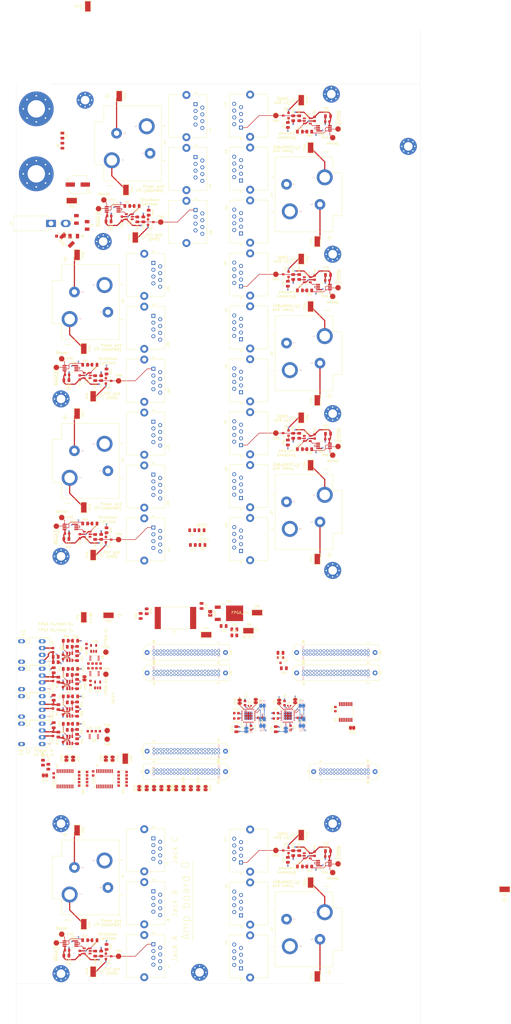
<source format=kicad_pcb>
(kicad_pcb (version 20171130) (host pcbnew "(5.1.9)-1")
  (title_block (title "64-channel Shim Amplifier: Backplane") (rev D1) (company "Martinos Center @ MGH") (comment 1 "Don Straney"))
  (layers (0 F.Cu mixed) (1 In1.Cu signal) (2 In2.Cu power) (3 In3.Cu signal) (4 In4.Cu power) (31 B.Cu signal) (34 B.Paste user) (35 F.Paste user) (36 B.SilkS user) (37 F.SilkS user) (38 B.Mask user) (39 F.Mask user) (44 Edge.Cuts user))
  (net 0 "")
  (net 1 GND)
  (net 2 "Net-(D1-Pad2)")
  (net 3 "Net-(D1-Pad1)")
  (net 4 "Net-(D2-Pad2)")
  (net 5 "Net-(D3-Pad2)")
  (net 6 "Net-(D4-Pad2)")
  (net 7 "Net-(D5-Pad2)")
  (net 8 "Net-(D6-Pad2)")
  (net 9 "Net-(D7-Pad2)")
  (net 10 "Net-(D8-Pad2)")
  (net 11 "Net-(D9-Pad2)")
  (net 12 "Net-(D10-Pad2)")
  (net 13 "Net-(D11-Pad2)")
  (net 14 "Net-(F1-Pad2)")
  (net 15 +VDC)
  (net 16 GNDPWR)
  (net 17 "Net-(J1-Pad2)")
  (net 18 "Net-(U16-Pad2)")
  (net 19 "Net-(Q1-Pad1)")
  (net 20 "Net-(Q2-Pad1)")
  (net 21 "Net-(Q3-Pad1)")
  (net 22 "Net-(Q4-Pad1)")
  (net 23 "Net-(Q5-Pad1)")
  (net 24 "Net-(Q6-Pad1)")
  (net 25 "Net-(Q7-Pad1)")
  (net 26 "Net-(Q8-Pad1)")
  (net 27 "Net-(R66-Pad1)")
  (net 28 +2.5V)
  (net 29 +3V3)
  (net 30 VD)
  (net 31 "Net-(J2-Pad1)")
  (net 32 "Net-(J2-Pad2)")
  (net 33 "Net-(J2-Pad3)")
  (net 34 "Net-(J2-Pad4)")
  (net 35 "Net-(J2-Pad7)")
  (net 36 "Net-(J2-Pad8)")
  (net 37 "Net-(J2-Pad11)")
  (net 38 "Net-(J2-Pad12)")
  (net 39 "Net-(J2-Pad13)")
  (net 40 "Net-(J2-Pad14)")
  (net 41 "Net-(J2-Pad15)")
  (net 42 "Net-(J2-Pad16)")
  (net 43 "Net-(J2-Pad17)")
  (net 44 "Net-(J2-Pad18)")
  (net 45 "Net-(J2-Pad21)")
  (net 46 "Net-(J2-Pad22)")
  (net 47 "Net-(J2-Pad23)")
  (net 48 "Net-(J2-Pad24)")
  (net 49 "Net-(J2-Pad25)")
  (net 50 "Net-(J3-Pad40)")
  (net 51 "Net-(J3-Pad39)")
  (net 52 "Net-(J3-Pad32)")
  (net 53 "Net-(J3-Pad31)")
  (net 54 "Net-(J3-Pad30)")
  (net 55 "Net-(J3-Pad29)")
  (net 56 "Net-(J3-Pad26)")
  (net 57 "Net-(J3-Pad25)")
  (net 58 "Net-(J3-Pad24)")
  (net 59 "Net-(J3-Pad23)")
  (net 60 "Net-(J3-Pad4)")
  (net 61 "Net-(J3-Pad2)")
  (net 62 "Net-(J3-Pad1)")
  (net 63 /SDA0)
  (net 64 /~ADC_CS-0)
  (net 65 "/Amp board 0 interface/~Shutdown")
  (net 66 /~ADC_CS+0)
  (net 67 /ADC_MOSI+0)
  (net 68 /ADC_MOSI-0)
  (net 69 /SCL0)
  (net 70 /ADC_MISO-0)
  (net 71 /ADC_MISO+0)
  (net 72 /SCKO+0)
  (net 73 /SCKO-0)
  (net 74 /DAC_MISO+0)
  (net 75 /DAC_MISO-0)
  (net 76 /DAC_MOSI-0)
  (net 77 /DAC_MOSI+0)
  (net 78 /SCKI-0)
  (net 79 /SCKI+0)
  (net 80 /~DAC_CS-0)
  (net 81 /~DAC_CS+0)
  (net 82 /~LDAC+0)
  (net 83 /~LDAC-0)
  (net 84 "Net-(J6-Pad6)")
  (net 85 "Net-(J6-Pad3)")
  (net 86 /SDA1)
  (net 87 /~ADC_CS-1)
  (net 88 "/Amp board 1 interface/~Shutdown")
  (net 89 /~ADC_CS+1)
  (net 90 /ADC_MOSI+1)
  (net 91 /ADC_MOSI-1)
  (net 92 /SCL1)
  (net 93 /ADC_MISO-1)
  (net 94 /ADC_MISO+1)
  (net 95 /SCKO+1)
  (net 96 /SCKO-1)
  (net 97 /DAC_MISO+1)
  (net 98 /DAC_MISO-1)
  (net 99 /DAC_MOSI-1)
  (net 100 /DAC_MOSI+1)
  (net 101 /SCKI-1)
  (net 102 /SCKI+1)
  (net 103 /~DAC_CS-1)
  (net 104 /~DAC_CS+1)
  (net 105 /~LDAC+1)
  (net 106 /~LDAC-1)
  (net 107 /SDA2)
  (net 108 /~ADC_CS-2)
  (net 109 "/Amp board 2 interface/~Shutdown")
  (net 110 /~ADC_CS+2)
  (net 111 /ADC_MOSI+2)
  (net 112 /ADC_MOSI-2)
  (net 113 /SCL2)
  (net 114 /ADC_MISO-2)
  (net 115 /ADC_MISO+2)
  (net 116 /SCKO+2)
  (net 117 /SCKO-2)
  (net 118 /DAC_MISO+2)
  (net 119 /DAC_MISO-2)
  (net 120 /DAC_MOSI-2)
  (net 121 /DAC_MOSI+2)
  (net 122 /SCKI-2)
  (net 123 /SCKI+2)
  (net 124 /~DAC_CS-2)
  (net 125 /~DAC_CS+2)
  (net 126 /~LDAC+2)
  (net 127 /~LDAC-2)
  (net 128 /SDA3)
  (net 129 /~ADC_CS-3)
  (net 130 "/Amp board 3 interface/~Shutdown")
  (net 131 /~ADC_CS+3)
  (net 132 /ADC_MOSI+3)
  (net 133 /ADC_MOSI-3)
  (net 134 /SCL3)
  (net 135 /ADC_MISO-3)
  (net 136 /ADC_MISO+3)
  (net 137 /SCKO+3)
  (net 138 /SCKO-3)
  (net 139 /DAC_MISO+3)
  (net 140 /DAC_MISO-3)
  (net 141 /DAC_MOSI-3)
  (net 142 /DAC_MOSI+3)
  (net 143 /SCKI-3)
  (net 144 /SCKI+3)
  (net 145 /~DAC_CS-3)
  (net 146 /~DAC_CS+3)
  (net 147 /~LDAC+3)
  (net 148 /~LDAC-3)
  (net 149 /SDA4)
  (net 150 /~ADC_CS-4)
  (net 151 "/Amp board 4 interface/~Shutdown")
  (net 152 /~ADC_CS+4)
  (net 153 /ADC_MOSI+4)
  (net 154 /ADC_MOSI-4)
  (net 155 /SCL4)
  (net 156 /ADC_MISO-4)
  (net 157 /ADC_MISO+4)
  (net 158 /SCKO+4)
  (net 159 /SCKO-4)
  (net 160 /DAC_MISO+4)
  (net 161 /DAC_MISO-4)
  (net 162 /DAC_MOSI-4)
  (net 163 /DAC_MOSI+4)
  (net 164 /SCKI-4)
  (net 165 /SCKI+4)
  (net 166 /~DAC_CS-4)
  (net 167 /~DAC_CS+4)
  (net 168 /~LDAC+4)
  (net 169 /~LDAC-4)
  (net 170 /SDA5)
  (net 171 /~ADC_CS-5)
  (net 172 "/Amp board 5 interface/~Shutdown")
  (net 173 /~ADC_CS+5)
  (net 174 /ADC_MOSI+5)
  (net 175 /ADC_MOSI-5)
  (net 176 /SCL5)
  (net 177 /ADC_MISO-5)
  (net 178 /ADC_MISO+5)
  (net 179 /SCKO+5)
  (net 180 /SCKO-5)
  (net 181 /DAC_MISO+5)
  (net 182 /DAC_MISO-5)
  (net 183 /DAC_MOSI-5)
  (net 184 /DAC_MOSI+5)
  (net 185 /SCKI-5)
  (net 186 /SCKI+5)
  (net 187 /~DAC_CS-5)
  (net 188 /~DAC_CS+5)
  (net 189 /~LDAC+5)
  (net 190 /~LDAC-5)
  (net 191 /SDA6)
  (net 192 /~ADC_CS-6)
  (net 193 "/Amp board 6 interface/~Shutdown")
  (net 194 /~ADC_CS+6)
  (net 195 /ADC_MOSI+6)
  (net 196 /ADC_MOSI-6)
  (net 197 /SCL6)
  (net 198 /ADC_MISO-6)
  (net 199 /ADC_MISO+6)
  (net 200 /SCKO+6)
  (net 201 /SCKO-6)
  (net 202 /DAC_MISO+6)
  (net 203 /DAC_MISO-6)
  (net 204 /DAC_MOSI-6)
  (net 205 /DAC_MOSI+6)
  (net 206 /SCKI-6)
  (net 207 /SCKI+6)
  (net 208 /~DAC_CS-6)
  (net 209 /~DAC_CS+6)
  (net 210 /~LDAC+6)
  (net 211 /~LDAC-6)
  (net 212 /SDA7)
  (net 213 /~ADC_CS-7)
  (net 214 "/Amp board 7 interface/~Shutdown")
  (net 215 /~ADC_CS+7)
  (net 216 /ADC_MOSI+7)
  (net 217 /ADC_MOSI-7)
  (net 218 /SCL7)
  (net 219 /ADC_MISO-7)
  (net 220 /ADC_MISO+7)
  (net 221 /SCKO+7)
  (net 222 /SCKO-7)
  (net 223 /DAC_MISO+7)
  (net 224 /DAC_MISO-7)
  (net 225 /DAC_MOSI-7)
  (net 226 /DAC_MOSI+7)
  (net 227 /SCKI-7)
  (net 228 /SCKI+7)
  (net 229 /~DAC_CS-7)
  (net 230 /~DAC_CS+7)
  (net 231 /~LDAC+7)
  (net 232 /~LDAC-7)
  (net 233 "Net-(JA1-Pad40)")
  (net 234 "Net-(JA1-Pad39)")
  (net 235 "Net-(JA1-Pad2)")
  (net 236 "Net-(JA1-Pad1)")
  (net 237 "Net-(JA2-Pad40)")
  (net 238 "Net-(JA2-Pad39)")
  (net 239 "Net-(JA2-Pad2)")
  (net 240 "Net-(JA2-Pad1)")
  (net 241 "Net-(JB1-Pad40)")
  (net 242 "Net-(JB1-Pad39)")
  (net 243 "Net-(JB1-Pad2)")
  (net 244 "Net-(JB1-Pad1)")
  (net 245 "Net-(JB2-Pad40)")
  (net 246 "Net-(JB2-Pad39)")
  (net 247 "Net-(JB2-Pad2)")
  (net 248 "Net-(JB2-Pad1)")
  (net 249 "Net-(JC1-Pad40)")
  (net 250 "Net-(JC1-Pad39)")
  (net 251 "Net-(JC1-Pad2)")
  (net 252 "Net-(JC1-Pad1)")
  (net 253 "Net-(JP1-Pad2)")
  (net 254 "Net-(JP3-Pad2)")
  (net 255 "Net-(JP4-Pad2)")
  (net 256 "Net-(JP5-Pad2)")
  (net 257 "Net-(JP6-Pad2)")
  (net 258 "Net-(JP7-Pad2)")
  (net 259 "Net-(JP9-Pad2)")
  (net 260 "Net-(JP10-Pad2)")
  (net 261 "Net-(JP11-Pad2)")
  (net 262 "Net-(JP12-Pad2)")
  (net 263 "/FPGA Board, Signal Distribution/SCKI+")
  (net 264 "/FPGA Board, Signal Distribution/SCKI-")
  (net 265 "/FPGA Board, Signal Distribution/~LDAC+")
  (net 266 "/FPGA Board, Signal Distribution/~LDAC-")
  (net 267 /Shutdown_Force)
  (net 268 /Shutdown_Sense1)
  (net 269 /Shutdown_Sense2)
  (net 270 /Shutdown_Sense0)
  (net 271 /Shutdown_Sense3)
  (net 272 /Shutdown_Sense4)
  (net 273 /Shutdown_Sense5)
  (net 274 /Shutdown_Sense6)
  (net 275 /Shutdown_Sense7)
  (net 276 "Net-(U1-Pad4)")
  (net 277 "Net-(U2-Pad1)")
  (net 278 "Net-(U2-Pad30)")
  (net 279 "Net-(U3-Pad1)")
  (net 280 "/FPGA Board, Signal Distribution/LDAC+0")
  (net 281 "/FPGA Board, Signal Distribution/LDAC-0")
  (net 282 "/FPGA Board, Signal Distribution/LDAC+1")
  (net 283 "/FPGA Board, Signal Distribution/LDAC-1")
  (net 284 "/FPGA Board, Signal Distribution/LDAC+2")
  (net 285 "/FPGA Board, Signal Distribution/LDAC-2")
  (net 286 "/FPGA Board, Signal Distribution/LDAC+3")
  (net 287 "/FPGA Board, Signal Distribution/LDAC-3")
  (net 288 "/FPGA Board, Signal Distribution/LDAC+4")
  (net 289 "/FPGA Board, Signal Distribution/LDAC-4")
  (net 290 "/FPGA Board, Signal Distribution/LDAC+5")
  (net 291 "/FPGA Board, Signal Distribution/LDAC-5")
  (net 292 "/FPGA Board, Signal Distribution/LDAC+6")
  (net 293 "/FPGA Board, Signal Distribution/LDAC-6")
  (net 294 "/FPGA Board, Signal Distribution/LDAC+7")
  (net 295 "/FPGA Board, Signal Distribution/LDAC-7")
  (net 296 "Net-(U3-Pad30)")
  (net 297 "Net-(U12-Pad4)")
  (net 298 "Net-(U13-Pad2)")
  (net 299 "Net-(U14-Pad4)")
  (net 300 "Net-(U15-Pad2)")
  (net 301 "Net-(U17-Pad4)")
  (net 302 "Net-(U18-Pad2)")
  (net 303 "Net-(C16-Pad2)")
  (net 304 "Net-(C17-Pad2)")
  (net 305 "Net-(C10-Pad1)")
  (net 306 "Net-(C19-Pad2)")
  (net 307 "Net-(C22-Pad1)")
  (net 308 +1.8V)
  (net 309 "Net-(C34-Pad2)")
  (net 310 "/FPGA Board, Signal Distribution/FPGA_Vin")
  (net 311 "Net-(D12-Pad2)")
  (net 312 "Net-(D13-Pad2)")
  (net 313 "/FPGA Board, Signal Distribution/~FPGA_Rst_1.8")
  (net 314 "/FPGA Board, Signal Distribution/SCL")
  (net 315 "/FPGA Board, Signal Distribution/UART_Rx_FPGA_1.8")
  (net 316 "/FPGA Board, Signal Distribution/SDA")
  (net 317 "/FPGA Board, Signal Distribution/UART_Tx_FPGA_1.8")
  (net 318 "/FPGA Board, Signal Distribution/UART_Rx_FPGA")
  (net 319 "Net-(J9-Pad4)")
  (net 320 "Net-(J10-Pad4)")
  (net 321 "/FPGA Board, Signal Distribution/10Mhz")
  (net 322 "Net-(J11-Pad4)")
  (net 323 "Net-(J12-Pad2)")
  (net 324 "/FPGA Board, Signal Distribution/UART_Tx_FPGA")
  (net 325 "Net-(J15-Pad6)")
  (net 326 "Net-(J15-Pad3)")
  (net 327 "Net-(J20-Pad6)")
  (net 328 "Net-(J20-Pad3)")
  (net 329 "Net-(J25-Pad6)")
  (net 330 "Net-(J25-Pad3)")
  (net 331 "Net-(J30-Pad6)")
  (net 332 "Net-(J30-Pad3)")
  (net 333 "Net-(J35-Pad6)")
  (net 334 "Net-(J35-Pad3)")
  (net 335 "Net-(J40-Pad6)")
  (net 336 "Net-(J40-Pad3)")
  (net 337 "Net-(J45-Pad6)")
  (net 338 "Net-(J45-Pad3)")
  (net 339 "/FPGA Board, Signal Distribution/~DAC_CS-7")
  (net 340 "/FPGA Board, Signal Distribution/~DAC_CS+7")
  (net 341 "/FPGA Board, Signal Distribution/~DAC_CS+5")
  (net 342 "/FPGA Board, Signal Distribution/~DAC_CS-5")
  (net 343 /~Shutdown_Reset)
  (net 344 "/FPGA Board, Signal Distribution/~DAC_CS-6")
  (net 345 "/FPGA Board, Signal Distribution/~DAC_CS+6")
  (net 346 "/FPGA Board, Signal Distribution/~DAC_CS-4")
  (net 347 "/FPGA Board, Signal Distribution/~DAC_CS+4")
  (net 348 "/FPGA Board, Signal Distribution/Shutdown_Sense")
  (net 349 "/FPGA Board, Signal Distribution/~DAC_CS+3")
  (net 350 "/FPGA Board, Signal Distribution/~DAC_CS-3")
  (net 351 "/FPGA Board, Signal Distribution/~DAC_CS+1")
  (net 352 "/FPGA Board, Signal Distribution/~DAC_CS-1")
  (net 353 "/FPGA Board, Signal Distribution/Shutdown_Sense_Sel1")
  (net 354 "/FPGA Board, Signal Distribution/10Mhz_2.5")
  (net 355 "/FPGA Board, Signal Distribution/Trigger_2.5")
  (net 356 "/FPGA Board, Signal Distribution/~DAC_CS-0")
  (net 357 "/FPGA Board, Signal Distribution/~DAC_CS+0")
  (net 358 "/FPGA Board, Signal Distribution/Shutdown_Sense_Sel0")
  (net 359 "/FPGA Board, Signal Distribution/~DAC_CS+2")
  (net 360 "/FPGA Board, Signal Distribution/~DAC_CS-2")
  (net 361 "/FPGA Board, Signal Distribution/Shutdown_Sense_Sel2")
  (net 362 "Net-(JP13-Pad2)")
  (net 363 "Net-(JP14-Pad2)")
  (net 364 "Net-(JP15-Pad2)")
  (net 365 "Net-(JP17-Pad1)")
  (net 366 "Net-(JP18-Pad1)")
  (net 367 "Net-(JP19-Pad1)")
  (net 368 "Net-(JP20-Pad1)")
  (net 369 "Net-(JP21-Pad2)")
  (net 370 "Net-(JP22-Pad2)")
  (net 371 "Net-(JP23-Pad2)")
  (net 372 "Net-(JP25-Pad1)")
  (net 373 "Net-(JP26-Pad1)")
  (net 374 "Net-(JP27-Pad1)")
  (net 375 "Net-(JP28-Pad1)")
  (net 376 "Net-(JP29-Pad2)")
  (net 377 "Net-(JP30-Pad2)")
  (net 378 "Net-(L1-Pad1)")
  (net 379 "Net-(R21-Pad1)")
  (net 380 "Net-(R25-Pad1)")
  (net 381 "Net-(R29-Pad1)")
  (net 382 "Net-(R33-Pad1)")
  (net 383 "Net-(R37-Pad1)")
  (net 384 "Net-(R41-Pad1)")
  (net 385 "Net-(R45-Pad1)")
  (net 386 "Net-(R51-Pad2)")
  (net 387 "Net-(U4-Pad17)")
  (net 388 "Net-(U5-Pad17)")
  (net 389 "Net-(U6-Pad6)")
  (net 390 "Net-(U10-Pad6)")
  (net 391 "Net-(U19-Pad4)")
  (net 392 "Net-(U20-Pad2)")
  (net 393 "Net-(U21-Pad4)")
  (net 394 "Net-(U22-Pad2)")
  (net 395 "Net-(U23-Pad4)")
  (net 396 "Net-(U24-Pad2)")
  (net 397 "Net-(U25-Pad4)")
  (net 398 "Net-(U26-Pad2)")
  (net 399 "/FPGA Board, Signal Distribution/RGMII_TX_CLK")
  (net 400 "/FPGA Board, Signal Distribution/RGMII_TXD2")
  (net 401 "/FPGA Board, Signal Distribution/RGMII_TXD0")
  (net 402 "/FPGA Board, Signal Distribution/RGMII_TXD1")
  (net 403 "/FPGA Board, Signal Distribution/RGMII_TXD3")
  (net 404 "/FPGA Board, Signal Distribution/RGMII_RXD0")
  (net 405 "/FPGA Board, Signal Distribution/RGMII_TX_CTL")
  (net 406 "/FPGA Board, Signal Distribution/RGMII_RX_CLK")
  (net 407 "/FPGA Board, Signal Distribution/RGMII_RXD1")
  (net 408 "/FPGA Board, Signal Distribution/RGMII_RX_CTL")
  (net 409 "/FPGA Board, Signal Distribution/RGMII_RXD2")
  (net 410 "/FPGA Board, Signal Distribution/RGMII_RXD3")
  (net 411 "/FPGA Board, Signal Distribution/Eth_Clk")
  (net 412 "/FPGA Board, Signal Distribution/~FPGA_Rst")
  (net 413 "Net-(D14-Pad2)")
  (net 414 "Net-(D15-Pad2)")
  (net 415 "Net-(D16-Pad2)")
  (net 416 "/Activitiy Indicator (Rx)/In")
  (net 417 "/Activity Indicator (Trigger)/In")
  (net 418 "/Activity Indicator (Tx)/In")
  (net 419 "Net-(R47-Pad2)")
  (net 420 "Net-(R49-Pad1)")
  (net 421 "Net-(R50-Pad1)")
  (net 422 "Net-(R53-Pad1)")
  (net 423 "Net-(R54-Pad1)")
  (net 424 "Net-(R55-Pad2)")
  (net 425 "Net-(R57-Pad1)")
  (net 426 "Net-(R58-Pad1)")
  (net 427 "Net-(R59-Pad2)")
  (net 428 "Net-(R61-Pad1)")
  (net 429 "Net-(R62-Pad1)")
  (module Martinos:Conn_Samtec_TFM-120-x1,3-x-D-WT (layer F.Cu) (at 81.555 320.335 90)
    (fp_text reference J3 (at 0 -16.675 90) (layer F.SilkS) (effects (font (size 0.7 0.7) (thickness 0.12))))
    (fp_text value Conn_02x20_Odd_Even)
    (fp_text user 1 (at -3.75 -12 90) (layer F.SilkS) (effects (font (size 0.7 0.7))))
    (fp_text user 40 (at 4 12 270) (layer F.SilkS) (effects (font (size 0.7 0.7))))
    (fp_text user 39 (at -4 12.065 90) (layer F.SilkS) (effects (font (size 0.7 0.7))))
    (fp_text user 2 (at 3.75 -12 270) (layer F.SilkS) (effects (font (size 0.7 0.7))))
    (fp_text user 1 (at -1.5 -12.175 90) (layer B.SilkS) (effects (font (size 0.7 0.7) (thickness 0.12)) (justify mirror)))
    (fp_text user 2 (at 1.5 -12.175 90) (layer B.SilkS) (effects (font (size 0.7 0.7) (thickness 0.12)) (justify mirror)))
    (fp_text user 39 (at -2 12.175 90) (layer B.SilkS) (effects (font (size 0.7 0.7) (thickness 0.12)) (justify mirror)))
    (fp_text user 40 (at 2 12.175 90) (layer B.SilkS) (effects (font (size 0.7 0.7) (thickness 0.12)) (justify mirror)))
    (pad 40 thru_hole circle (at 0.635 12.065 90) (size 1.05 1.05) (drill 0.635) (layers *.Cu *.Mask) (net 50 "Net-(J3-Pad40)"))
    (pad 39 thru_hole circle (at -0.635 12.065 90) (size 1.05 1.05) (drill 0.635) (layers *.Cu *.Mask) (net 51 "Net-(J3-Pad39)"))
    (pad 38 thru_hole circle (at 0.635 10.795 90) (size 1.05 1.05) (drill 0.635) (layers *.Cu *.Mask) (net 314 "/FPGA Board, Signal Distribution/SCL"))
    (pad 37 thru_hole circle (at -0.635 10.795 90) (size 1.05 1.05) (drill 0.635) (layers *.Cu *.Mask) (net 315 "/FPGA Board, Signal Distribution/UART_Rx_FPGA_1.8"))
    (pad 36 thru_hole circle (at 0.635 9.525 90) (size 1.05 1.05) (drill 0.635) (layers *.Cu *.Mask) (net 316 "/FPGA Board, Signal Distribution/SDA"))
    (pad 35 thru_hole circle (at -0.635 9.525 90) (size 1.05 1.05) (drill 0.635) (layers *.Cu *.Mask) (net 317 "/FPGA Board, Signal Distribution/UART_Tx_FPGA_1.8"))
    (pad 34 thru_hole circle (at 0.635 8.255 90) (size 1.05 1.05) (drill 0.635) (layers *.Cu *.Mask) (net 1 GND))
    (pad 33 thru_hole circle (at -0.635 8.255 90) (size 1.05 1.05) (drill 0.635) (layers *.Cu *.Mask) (net 1 GND))
    (pad 32 thru_hole circle (at 0.635 6.985 90) (size 1.05 1.05) (drill 0.635) (layers *.Cu *.Mask) (net 52 "Net-(J3-Pad32)"))
    (pad 31 thru_hole circle (at -0.635 6.985 90) (size 1.05 1.05) (drill 0.635) (layers *.Cu *.Mask) (net 53 "Net-(J3-Pad31)"))
    (pad "" thru_hole circle (at 0 -14.655 90) (size 1.84 1.84) (drill 0.84) (layers *.Cu *.Mask))
    (pad "" thru_hole circle (at 0 14.655 90) (size 1.84 1.84) (drill 0.84) (layers *.Cu *.Mask))
    (pad 1 thru_hole circle (at -0.635 -12.065 90) (size 1.05 1.05) (drill 0.635) (layers *.Cu *.Mask) (net 62 "Net-(J3-Pad1)"))
    (pad 2 thru_hole circle (at 0.635 -12.065 90) (size 1.05 1.05) (drill 0.635) (layers *.Cu *.Mask) (net 61 "Net-(J3-Pad2)"))
    (pad 3 thru_hole circle (at -0.635 -10.795 90) (size 1.05 1.05) (drill 0.635) (layers *.Cu *.Mask) (net 308 +1.8V))
    (pad 4 thru_hole circle (at 0.635 -10.795 90) (size 1.05 1.05) (drill 0.635) (layers *.Cu *.Mask) (net 60 "Net-(J3-Pad4)"))
    (pad 5 thru_hole circle (at -0.635 -9.525 90) (size 1.05 1.05) (drill 0.635) (layers *.Cu *.Mask) (net 399 "/FPGA Board, Signal Distribution/RGMII_TX_CLK"))
    (pad 6 thru_hole circle (at 0.635 -9.525 90) (size 1.05 1.05) (drill 0.635) (layers *.Cu *.Mask) (net 400 "/FPGA Board, Signal Distribution/RGMII_TXD2"))
    (pad 7 thru_hole circle (at -0.635 -8.255 90) (size 1.05 1.05) (drill 0.635) (layers *.Cu *.Mask) (net 401 "/FPGA Board, Signal Distribution/RGMII_TXD0"))
    (pad 8 thru_hole circle (at 0.635 -8.255 90) (size 1.05 1.05) (drill 0.635) (layers *.Cu *.Mask) (net 402 "/FPGA Board, Signal Distribution/RGMII_TXD1"))
    (pad 9 thru_hole circle (at -0.635 -6.985 90) (size 1.05 1.05) (drill 0.635) (layers *.Cu *.Mask) (net 1 GND))
    (pad 10 thru_hole circle (at 0.635 -6.985 90) (size 1.05 1.05) (drill 0.635) (layers *.Cu *.Mask) (net 1 GND))
    (pad 11 thru_hole circle (at -0.635 -5.715 90) (size 1.05 1.05) (drill 0.635) (layers *.Cu *.Mask) (net 403 "/FPGA Board, Signal Distribution/RGMII_TXD3"))
    (pad 12 thru_hole circle (at 0.635 -5.715 90) (size 1.05 1.05) (drill 0.635) (layers *.Cu *.Mask) (net 404 "/FPGA Board, Signal Distribution/RGMII_RXD0"))
    (pad 13 thru_hole circle (at -0.635 -4.445 90) (size 1.05 1.05) (drill 0.635) (layers *.Cu *.Mask) (net 405 "/FPGA Board, Signal Distribution/RGMII_TX_CTL"))
    (pad 14 thru_hole circle (at 0.635 -4.445 90) (size 1.05 1.05) (drill 0.635) (layers *.Cu *.Mask) (net 406 "/FPGA Board, Signal Distribution/RGMII_RX_CLK"))
    (pad 15 thru_hole circle (at -0.635 -3.175 90) (size 1.05 1.05) (drill 0.635) (layers *.Cu *.Mask) (net 1 GND))
    (pad 16 thru_hole circle (at 0.635 -3.175 90) (size 1.05 1.05) (drill 0.635) (layers *.Cu *.Mask) (net 1 GND))
    (pad 17 thru_hole circle (at -0.635 -1.905 90) (size 1.05 1.05) (drill 0.635) (layers *.Cu *.Mask) (net 407 "/FPGA Board, Signal Distribution/RGMII_RXD1"))
    (pad 18 thru_hole circle (at 0.635 -1.905 90) (size 1.05 1.05) (drill 0.635) (layers *.Cu *.Mask) (net 408 "/FPGA Board, Signal Distribution/RGMII_RX_CTL"))
    (pad 19 thru_hole circle (at -0.635 -0.635 90) (size 1.05 1.05) (drill 0.635) (layers *.Cu *.Mask) (net 409 "/FPGA Board, Signal Distribution/RGMII_RXD2"))
    (pad 20 thru_hole circle (at 0.635 -0.635 90) (size 1.05 1.05) (drill 0.635) (layers *.Cu *.Mask) (net 410 "/FPGA Board, Signal Distribution/RGMII_RXD3"))
    (pad 21 thru_hole circle (at -0.635 0.635 90) (size 1.05 1.05) (drill 0.635) (layers *.Cu *.Mask) (net 1 GND))
    (pad 22 thru_hole circle (at 0.635 0.635 90) (size 1.05 1.05) (drill 0.635) (layers *.Cu *.Mask) (net 1 GND))
    (pad 23 thru_hole circle (at -0.635 1.905 90) (size 1.05 1.05) (drill 0.635) (layers *.Cu *.Mask) (net 59 "Net-(J3-Pad23)"))
    (pad 24 thru_hole circle (at 0.635 1.905 90) (size 1.05 1.05) (drill 0.635) (layers *.Cu *.Mask) (net 58 "Net-(J3-Pad24)"))
    (pad 25 thru_hole circle (at -0.635 3.175 90) (size 1.05 1.05) (drill 0.635) (layers *.Cu *.Mask) (net 57 "Net-(J3-Pad25)"))
    (pad 26 thru_hole circle (at 0.635 3.175 90) (size 1.05 1.05) (drill 0.635) (layers *.Cu *.Mask) (net 56 "Net-(J3-Pad26)"))
    (pad 27 thru_hole circle (at -0.635 4.445 90) (size 1.05 1.05) (drill 0.635) (layers *.Cu *.Mask) (net 1 GND))
    (pad 28 thru_hole circle (at 0.635 4.445 90) (size 1.05 1.05) (drill 0.635) (layers *.Cu *.Mask) (net 1 GND))
    (pad 29 thru_hole circle (at -0.635 5.715 90) (size 1.05 1.05) (drill 0.635) (layers *.Cu *.Mask) (net 55 "Net-(J3-Pad29)"))
    (pad 30 thru_hole circle (at 0.635 5.715 90) (size 1.05 1.05) (drill 0.635) (layers *.Cu *.Mask) (net 54 "Net-(J3-Pad30)"))
  )
  (module TestPoint:TestPoint_Pad_D2.0mm (layer F.Cu) (at 51.5 284)
    (fp_text reference TP63 (at 0.25 -1.998) (layer F.SilkS) (effects (font (size 0.7 0.7) (thickness 0.12))))
    (fp_text value TestPoint)
    (pad 1 smd circle (at 0 0) (size 2 2) (layers F.Cu F.Mask) (net 315 "/FPGA Board, Signal Distribution/UART_Rx_FPGA_1.8"))
  )
  (module TestPoint:TestPoint_Pad_D2.0mm (layer F.Cu) (at 52 308.25)
    (fp_text reference TP62 (at 0 2) (layer F.SilkS) (effects (font (size 0.7 0.7) (thickness 0.12))))
    (fp_text value TestPoint)
    (pad 1 smd circle (at 0 0) (size 2 2) (layers F.Cu F.Mask) (net 354 "/FPGA Board, Signal Distribution/10Mhz_2.5"))
  )
  (module TestPoint:TestPoint_Pad_D2.0mm (layer F.Cu) (at 52 305)
    (fp_text reference TP53 (at 0 -1.998) (layer F.SilkS) (effects (font (size 0.7 0.7) (thickness 0.12))))
    (fp_text value TestPoint)
    (pad 1 smd circle (at 0 0) (size 2 2) (layers F.Cu F.Mask) (net 355 "/FPGA Board, Signal Distribution/Trigger_2.5"))
  )
  (module TestPoint:TestPoint_Pad_D2.0mm (layer F.Cu) (at 51.5 275.75)
    (fp_text reference TP52 (at 0 -1.998) (layer F.SilkS) (effects (font (size 0.7 0.7) (thickness 0.12))))
    (fp_text value TestPoint)
    (pad 1 smd circle (at 0 0) (size 2 2) (layers F.Cu F.Mask) (net 317 "/FPGA Board, Signal Distribution/UART_Tx_FPGA_1.8"))
  )
  (module TestPoint:TestPoint_Keystone_5019_Minature (layer F.Cu) (at 52.5 262 180)
    (fp_text reference TP51 (at 0 -2.25) (layer F.SilkS) (effects (font (size 0.7 0.7) (thickness 0.12))))
    (fp_text value TestPoint_Flag)
    (pad 1 smd rect (at 0 0 180) (size 3.8 2) (layers F.Cu F.Paste F.Mask) (net 1 GND))
  )
  (module TestPoint:TestPoint_Keystone_5019_Minature (layer F.Cu) (at 58.75 315.5 270)
    (fp_text reference TP50 (at 0 -2.25 90) (layer F.SilkS) (effects (font (size 0.7 0.7) (thickness 0.12))))
    (fp_text value TestPoint_Flag)
    (pad 1 smd rect (at 0 0 270) (size 3.8 2) (layers F.Cu F.Paste F.Mask) (net 1 GND))
  )
  (module Martinos_std:TSOT-23-6 (layer F.Cu) (at 38 277.5 90)
    (fp_text reference U33 (at 3.25 -3.25 270) (layer F.SilkS) (effects (font (size 0.7 0.7) (thickness 0.12))))
    (fp_text value LTC6993xS6-2)
    (pad 1 smd rect (at -1.31 -0.95 90) (size 1.22 0.65) (layers F.Cu F.Paste F.Mask) (net 418 "/Activity Indicator (Tx)/In"))
    (pad 2 smd rect (at -1.31 0 90) (size 1.22 0.65) (layers F.Cu F.Paste F.Mask) (net 1 GND))
    (pad 3 smd rect (at -1.31 0.95 90) (size 1.22 0.65) (layers F.Cu F.Paste F.Mask) (net 428 "Net-(R61-Pad1)"))
    (pad 4 smd rect (at 1.31 0.95 90) (size 1.22 0.65) (layers F.Cu F.Paste F.Mask) (net 427 "Net-(R59-Pad2)"))
    (pad 5 smd rect (at 1.31 0 90) (size 1.22 0.65) (layers F.Cu F.Paste F.Mask) (net 29 +3V3))
    (pad 6 smd rect (at 1.31 -0.95 90) (size 1.22 0.65) (layers F.Cu F.Paste F.Mask) (net 429 "Net-(R62-Pad1)"))
  )
  (module Martinos_std:TSOT-23-6 (layer F.Cu) (at 38 288 90)
    (fp_text reference U32 (at -2.75 -0.25 180) (layer F.SilkS) (effects (font (size 0.7 0.7) (thickness 0.12))))
    (fp_text value LTC6993xS6-2)
    (pad 1 smd rect (at -1.31 -0.95 90) (size 1.22 0.65) (layers F.Cu F.Paste F.Mask) (net 416 "/Activitiy Indicator (Rx)/In"))
    (pad 2 smd rect (at -1.31 0 90) (size 1.22 0.65) (layers F.Cu F.Paste F.Mask) (net 1 GND))
    (pad 3 smd rect (at -1.31 0.95 90) (size 1.22 0.65) (layers F.Cu F.Paste F.Mask) (net 425 "Net-(R57-Pad1)"))
    (pad 4 smd rect (at 1.31 0.95 90) (size 1.22 0.65) (layers F.Cu F.Paste F.Mask) (net 424 "Net-(R55-Pad2)"))
    (pad 5 smd rect (at 1.31 0 90) (size 1.22 0.65) (layers F.Cu F.Paste F.Mask) (net 29 +3V3))
    (pad 6 smd rect (at 1.31 -0.95 90) (size 1.22 0.65) (layers F.Cu F.Paste F.Mask) (net 426 "Net-(R58-Pad1)"))
  )
  (module Martinos_std:TSOT-23-6 (layer F.Cu) (at 38 298.25 90)
    (fp_text reference U31 (at -2.75 -0.25) (layer F.SilkS) (effects (font (size 0.7 0.7) (thickness 0.12))))
    (fp_text value LTC6993xS6-2)
    (pad 1 smd rect (at -1.31 -0.95 90) (size 1.22 0.65) (layers F.Cu F.Paste F.Mask) (net 417 "/Activity Indicator (Trigger)/In"))
    (pad 2 smd rect (at -1.31 0 90) (size 1.22 0.65) (layers F.Cu F.Paste F.Mask) (net 1 GND))
    (pad 3 smd rect (at -1.31 0.95 90) (size 1.22 0.65) (layers F.Cu F.Paste F.Mask) (net 422 "Net-(R53-Pad1)"))
    (pad 4 smd rect (at 1.31 0.95 90) (size 1.22 0.65) (layers F.Cu F.Paste F.Mask) (net 386 "Net-(R51-Pad2)"))
    (pad 5 smd rect (at 1.31 0 90) (size 1.22 0.65) (layers F.Cu F.Paste F.Mask) (net 29 +3V3))
    (pad 6 smd rect (at 1.31 -0.95 90) (size 1.22 0.65) (layers F.Cu F.Paste F.Mask) (net 423 "Net-(R54-Pad1)"))
  )
  (module Martinos_std:TSOT-23-6 (layer F.Cu) (at 38 308.5 90)
    (fp_text reference U30 (at -2.75 0 180) (layer F.SilkS) (effects (font (size 0.7 0.7) (thickness 0.12))))
    (fp_text value LTC6993xS6-2)
    (pad 1 smd rect (at -1.31 -0.95 90) (size 1.22 0.65) (layers F.Cu F.Paste F.Mask) (net 321 "/FPGA Board, Signal Distribution/10Mhz"))
    (pad 2 smd rect (at -1.31 0 90) (size 1.22 0.65) (layers F.Cu F.Paste F.Mask) (net 1 GND))
    (pad 3 smd rect (at -1.31 0.95 90) (size 1.22 0.65) (layers F.Cu F.Paste F.Mask) (net 420 "Net-(R49-Pad1)"))
    (pad 4 smd rect (at 1.31 0.95 90) (size 1.22 0.65) (layers F.Cu F.Paste F.Mask) (net 419 "Net-(R47-Pad2)"))
    (pad 5 smd rect (at 1.31 0 90) (size 1.22 0.65) (layers F.Cu F.Paste F.Mask) (net 29 +3V3))
    (pad 6 smd rect (at 1.31 -0.95 90) (size 1.22 0.65) (layers F.Cu F.Paste F.Mask) (net 421 "Net-(R50-Pad1)"))
  )
  (module Martinos_std:SOT-23-5 (layer F.Cu) (at 46.92 274.34 90)
    (fp_text reference U29 (at 2.59 0.58 180) (layer F.SilkS) (effects (font (size 0.7 0.7) (thickness 0.12))))
    (fp_text value 74LVC1G14)
    (pad 5 smd rect (at 1.1 -0.95 90) (size 1.06 0.65) (layers F.Cu F.Paste F.Mask) (net 29 +3V3))
    (pad 4 smd rect (at 1.1 0.95 90) (size 1.06 0.65) (layers F.Cu F.Paste F.Mask) (net 418 "/Activity Indicator (Tx)/In"))
    (pad 3 smd rect (at -1.1 0.95 90) (size 1.06 0.65) (layers F.Cu F.Paste F.Mask) (net 1 GND))
    (pad 2 smd rect (at -1.1 0 90) (size 1.06 0.65) (layers F.Cu F.Paste F.Mask) (net 324 "/FPGA Board, Signal Distribution/UART_Tx_FPGA"))
    (pad 1 smd rect (at -1.1 -0.95 90) (size 1.06 0.65) (layers F.Cu F.Paste F.Mask))
  )
  (module Martinos_std:SOT-23-5 (layer F.Cu) (at 48.42 287.99 90)
    (fp_text reference U27 (at -2.51 0.08 180) (layer F.SilkS) (effects (font (size 0.7 0.7) (thickness 0.12))))
    (fp_text value 74LVC1G14)
    (pad 5 smd rect (at 1.1 -0.95 90) (size 1.06 0.65) (layers F.Cu F.Paste F.Mask) (net 29 +3V3))
    (pad 4 smd rect (at 1.1 0.95 90) (size 1.06 0.65) (layers F.Cu F.Paste F.Mask) (net 318 "/FPGA Board, Signal Distribution/UART_Rx_FPGA"))
    (pad 3 smd rect (at -1.1 0.95 90) (size 1.06 0.65) (layers F.Cu F.Paste F.Mask) (net 1 GND))
    (pad 2 smd rect (at -1.1 0 90) (size 1.06 0.65) (layers F.Cu F.Paste F.Mask) (net 416 "/Activitiy Indicator (Rx)/In"))
    (pad 1 smd rect (at -1.1 -0.95 90) (size 1.06 0.65) (layers F.Cu F.Paste F.Mask))
  )
  (module Resistor_SMD:R_0805_2012Metric (layer F.Cu) (at 36.5 271.5)
    (fp_text reference R62 (at 0.25 -1.65) (layer F.SilkS) (effects (font (size 0.7 0.7) (thickness 0.12))))
    (fp_text value 1K)
    (pad 2 smd roundrect (at 0.9125 0) (size 1.025 1.4) (layers F.Cu F.Paste F.Mask) (roundrect_rratio 0.243902) (net 415 "Net-(D16-Pad2)"))
    (pad 1 smd roundrect (at -0.9125 0) (size 1.025 1.4) (layers F.Cu F.Paste F.Mask) (roundrect_rratio 0.243902) (net 429 "Net-(R62-Pad1)"))
  )
  (module Resistor_SMD:R_0805_2012Metric (layer F.Cu) (at 40.75 278 90)
    (fp_text reference R61 (at 0 1.75 90) (layer F.SilkS) (effects (font (size 0.7 0.7) (thickness 0.12))))
    (fp_text value 180K)
    (pad 2 smd roundrect (at 0.9125 0 90) (size 1.025 1.4) (layers F.Cu F.Paste F.Mask) (roundrect_rratio 0.243902) (net 1 GND))
    (pad 1 smd roundrect (at -0.9125 0 90) (size 1.025 1.4) (layers F.Cu F.Paste F.Mask) (roundrect_rratio 0.243902) (net 428 "Net-(R61-Pad1)"))
  )
  (module Resistor_SMD:R_0805_2012Metric (layer F.Cu) (at 40.75 274.5 270)
    (fp_text reference R60 (at 0 -1.65 90) (layer F.SilkS) (effects (font (size 0.7 0.7) (thickness 0.12))))
    (fp_text value 6.81K)
    (pad 2 smd roundrect (at 0.9125 0 270) (size 1.025 1.4) (layers F.Cu F.Paste F.Mask) (roundrect_rratio 0.243902) (net 1 GND))
    (pad 1 smd roundrect (at -0.9125 0 270) (size 1.025 1.4) (layers F.Cu F.Paste F.Mask) (roundrect_rratio 0.243902) (net 427 "Net-(R59-Pad2)"))
  )
  (module Resistor_SMD:R_0805_2012Metric (layer F.Cu) (at 38 273.75)
    (fp_text reference R59 (at -2.25 0.25 90) (layer F.SilkS) (effects (font (size 0.7 0.7) (thickness 0.12))))
    (fp_text value 10K)
    (pad 2 smd roundrect (at 0.9125 0) (size 1.025 1.4) (layers F.Cu F.Paste F.Mask) (roundrect_rratio 0.243902) (net 427 "Net-(R59-Pad2)"))
    (pad 1 smd roundrect (at -0.9125 0) (size 1.025 1.4) (layers F.Cu F.Paste F.Mask) (roundrect_rratio 0.243902) (net 29 +3V3))
  )
  (module Resistor_SMD:R_0805_2012Metric (layer F.Cu) (at 36.5 282)
    (fp_text reference R58 (at -2.25 0 90) (layer F.SilkS) (effects (font (size 0.7 0.7) (thickness 0.12))))
    (fp_text value 1K)
    (pad 2 smd roundrect (at 0.9125 0) (size 1.025 1.4) (layers F.Cu F.Paste F.Mask) (roundrect_rratio 0.243902) (net 414 "Net-(D15-Pad2)"))
    (pad 1 smd roundrect (at -0.9125 0) (size 1.025 1.4) (layers F.Cu F.Paste F.Mask) (roundrect_rratio 0.243902) (net 426 "Net-(R58-Pad1)"))
  )
  (module Resistor_SMD:R_0805_2012Metric (layer F.Cu) (at 40.75 288.5 90)
    (fp_text reference R57 (at 0 1.5 90) (layer F.SilkS) (effects (font (size 0.7 0.7) (thickness 0.12))))
    (fp_text value 180K)
    (pad 2 smd roundrect (at 0.9125 0 90) (size 1.025 1.4) (layers F.Cu F.Paste F.Mask) (roundrect_rratio 0.243902) (net 1 GND))
    (pad 1 smd roundrect (at -0.9125 0 90) (size 1.025 1.4) (layers F.Cu F.Paste F.Mask) (roundrect_rratio 0.243902) (net 425 "Net-(R57-Pad1)"))
  )
  (module Resistor_SMD:R_0805_2012Metric (layer F.Cu) (at 40.75 285 270)
    (fp_text reference R56 hide)
    (fp_text value 6.81K)
    (pad 2 smd roundrect (at 0.9125 0 270) (size 1.025 1.4) (layers F.Cu F.Paste F.Mask) (roundrect_rratio 0.243902) (net 1 GND))
    (pad 1 smd roundrect (at -0.9125 0 270) (size 1.025 1.4) (layers F.Cu F.Paste F.Mask) (roundrect_rratio 0.243902) (net 424 "Net-(R55-Pad2)"))
  )
  (module Resistor_SMD:R_0805_2012Metric (layer F.Cu) (at 38 284.25)
    (fp_text reference R55 (at -2.25 0.25 90) (layer F.SilkS) (effects (font (size 0.7 0.7) (thickness 0.12))))
    (fp_text value 10K)
    (pad 2 smd roundrect (at 0.9125 0) (size 1.025 1.4) (layers F.Cu F.Paste F.Mask) (roundrect_rratio 0.243902) (net 424 "Net-(R55-Pad2)"))
    (pad 1 smd roundrect (at -0.9125 0) (size 1.025 1.4) (layers F.Cu F.Paste F.Mask) (roundrect_rratio 0.243902) (net 29 +3V3))
  )
  (module Resistor_SMD:R_0805_2012Metric (layer F.Cu) (at 36.5 292.25)
    (fp_text reference R54 (at -2.25 0 90) (layer F.SilkS) (effects (font (size 0.7 0.7) (thickness 0.12))))
    (fp_text value 1K)
    (pad 2 smd roundrect (at 0.9125 0) (size 1.025 1.4) (layers F.Cu F.Paste F.Mask) (roundrect_rratio 0.243902) (net 413 "Net-(D14-Pad2)"))
    (pad 1 smd roundrect (at -0.9125 0) (size 1.025 1.4) (layers F.Cu F.Paste F.Mask) (roundrect_rratio 0.243902) (net 423 "Net-(R54-Pad1)"))
  )
  (module Resistor_SMD:R_0805_2012Metric (layer F.Cu) (at 40.75 298.75 90)
    (fp_text reference R53 (at 0 1.75 90) (layer F.SilkS) (effects (font (size 0.7 0.7) (thickness 0.12))))
    (fp_text value 180K)
    (pad 2 smd roundrect (at 0.9125 0 90) (size 1.025 1.4) (layers F.Cu F.Paste F.Mask) (roundrect_rratio 0.243902) (net 1 GND))
    (pad 1 smd roundrect (at -0.9125 0 90) (size 1.025 1.4) (layers F.Cu F.Paste F.Mask) (roundrect_rratio 0.243902) (net 422 "Net-(R53-Pad1)"))
  )
  (module Resistor_SMD:R_0805_2012Metric (layer F.Cu) (at 40.75 295.25 270)
    (fp_text reference R52 (at 0 -1.65 90) (layer F.SilkS) (effects (font (size 0.7 0.7) (thickness 0.12))))
    (fp_text value 6.81K)
    (pad 2 smd roundrect (at 0.9125 0 270) (size 1.025 1.4) (layers F.Cu F.Paste F.Mask) (roundrect_rratio 0.243902) (net 1 GND))
    (pad 1 smd roundrect (at -0.9125 0 270) (size 1.025 1.4) (layers F.Cu F.Paste F.Mask) (roundrect_rratio 0.243902) (net 386 "Net-(R51-Pad2)"))
  )
  (module Resistor_SMD:R_0805_2012Metric (layer F.Cu) (at 38 294.5)
    (fp_text reference R51 (at -2.25 0.25 90) (layer F.SilkS) (effects (font (size 0.7 0.7) (thickness 0.12))))
    (fp_text value 10K)
    (pad 2 smd roundrect (at 0.9125 0) (size 1.025 1.4) (layers F.Cu F.Paste F.Mask) (roundrect_rratio 0.243902) (net 386 "Net-(R51-Pad2)"))
    (pad 1 smd roundrect (at -0.9125 0) (size 1.025 1.4) (layers F.Cu F.Paste F.Mask) (roundrect_rratio 0.243902) (net 29 +3V3))
  )
  (module Resistor_SMD:R_0805_2012Metric (layer F.Cu) (at 36.5 302.5)
    (fp_text reference R50 (at -2.25 0 90) (layer F.SilkS) (effects (font (size 0.7 0.7) (thickness 0.12))))
    (fp_text value 1K)
    (pad 2 smd roundrect (at 0.9125 0) (size 1.025 1.4) (layers F.Cu F.Paste F.Mask) (roundrect_rratio 0.243902) (net 312 "Net-(D13-Pad2)"))
    (pad 1 smd roundrect (at -0.9125 0) (size 1.025 1.4) (layers F.Cu F.Paste F.Mask) (roundrect_rratio 0.243902) (net 421 "Net-(R50-Pad1)"))
  )
  (module Resistor_SMD:R_0805_2012Metric (layer F.Cu) (at 40.75 309 90)
    (fp_text reference R49 (at 0 1.75 90) (layer F.SilkS) (effects (font (size 0.7 0.7) (thickness 0.12))))
    (fp_text value 180K)
    (pad 2 smd roundrect (at 0.9125 0 90) (size 1.025 1.4) (layers F.Cu F.Paste F.Mask) (roundrect_rratio 0.243902) (net 1 GND))
    (pad 1 smd roundrect (at -0.9125 0 90) (size 1.025 1.4) (layers F.Cu F.Paste F.Mask) (roundrect_rratio 0.243902) (net 420 "Net-(R49-Pad1)"))
  )
  (module Resistor_SMD:R_0805_2012Metric (layer F.Cu) (at 40.75 305.5 270)
    (fp_text reference R48 (at 0 -1.65 90) (layer F.SilkS) (effects (font (size 0.7 0.7) (thickness 0.12))))
    (fp_text value 6.81K)
    (pad 2 smd roundrect (at 0.9125 0 270) (size 1.025 1.4) (layers F.Cu F.Paste F.Mask) (roundrect_rratio 0.243902) (net 1 GND))
    (pad 1 smd roundrect (at -0.9125 0 270) (size 1.025 1.4) (layers F.Cu F.Paste F.Mask) (roundrect_rratio 0.243902) (net 419 "Net-(R47-Pad2)"))
  )
  (module Resistor_SMD:R_0805_2012Metric (layer F.Cu) (at 38 304.75)
    (fp_text reference R47 (at -2.25 0.25 90) (layer F.SilkS) (effects (font (size 0.7 0.7) (thickness 0.12))))
    (fp_text value 10K)
    (pad 2 smd roundrect (at 0.9125 0) (size 1.025 1.4) (layers F.Cu F.Paste F.Mask) (roundrect_rratio 0.243902) (net 419 "Net-(R47-Pad2)"))
    (pad 1 smd roundrect (at -0.9125 0) (size 1.025 1.4) (layers F.Cu F.Paste F.Mask) (roundrect_rratio 0.243902) (net 29 +3V3))
  )
  (module LED_SMD:LED_0805_2012Metric (layer F.Cu) (at 40 271.5 180)
    (fp_text reference D16 (at 0 1.75) (layer F.SilkS) (effects (font (size 0.7 0.7) (thickness 0.12))))
    (fp_text value Yellow)
    (pad 2 smd roundrect (at 0.9375 0 180) (size 0.975 1.4) (layers F.Cu F.Paste F.Mask) (net 415 "Net-(D16-Pad2)"))
    (pad 1 smd roundrect (at -0.9375 0 180) (size 0.975 1.4) (layers F.Cu F.Paste F.Mask) (net 1 GND))
  )
  (module LED_SMD:LED_0805_2012Metric (layer F.Cu) (at 40 282 180)
    (fp_text reference D15 (at -3 0 90) (layer F.SilkS) (effects (font (size 0.7 0.7) (thickness 0.12))))
    (fp_text value Yellow)
    (pad 2 smd roundrect (at 0.9375 0 180) (size 0.975 1.4) (layers F.Cu F.Paste F.Mask) (net 414 "Net-(D15-Pad2)"))
    (pad 1 smd roundrect (at -0.9375 0 180) (size 0.975 1.4) (layers F.Cu F.Paste F.Mask) (net 1 GND))
  )
  (module LED_SMD:LED_0805_2012Metric (layer F.Cu) (at 40 292.25 180)
    (fp_text reference D14 (at -3 0 90) (layer F.SilkS) (effects (font (size 0.7 0.7) (thickness 0.12))))
    (fp_text value Yellow)
    (pad 2 smd roundrect (at 0.9375 0 180) (size 0.975 1.4) (layers F.Cu F.Paste F.Mask) (net 413 "Net-(D14-Pad2)"))
    (pad 1 smd roundrect (at -0.9375 0 180) (size 0.975 1.4) (layers F.Cu F.Paste F.Mask) (net 1 GND))
  )
  (module LED_SMD:LED_0805_2012Metric (layer F.Cu) (at 40 302.5 180)
    (fp_text reference D13 (at -3.25 0 90) (layer F.SilkS) (effects (font (size 0.7 0.7) (thickness 0.12))))
    (fp_text value Yellow)
    (pad 2 smd roundrect (at 0.9375 0 180) (size 0.975 1.4) (layers F.Cu F.Paste F.Mask) (net 312 "Net-(D13-Pad2)"))
    (pad 1 smd roundrect (at -0.9375 0 180) (size 0.975 1.4) (layers F.Cu F.Paste F.Mask) (net 1 GND))
  )
  (module Capacitor_SMD:C_0603_1608Metric (layer F.Cu) (at 35.5 277.5 90)
    (fp_text reference C66 hide)
    (fp_text value "100nF 50V X7R")
    (pad 2 smd roundrect (at 0.775 0 90) (size 0.9 0.95) (layers F.Cu F.Paste F.Mask) (net 29 +3V3))
    (pad 1 smd roundrect (at -0.775 0 90) (size 0.9 0.95) (layers F.Cu F.Paste F.Mask) (net 1 GND))
  )
  (module Capacitor_SMD:C_0603_1608Metric (layer F.Cu) (at 35.5 288 90)
    (fp_text reference C65 hide)
    (fp_text value "100nF 50V X7R")
    (pad 2 smd roundrect (at 0.775 0 90) (size 0.9 0.95) (layers F.Cu F.Paste F.Mask) (net 29 +3V3))
    (pad 1 smd roundrect (at -0.775 0 90) (size 0.9 0.95) (layers F.Cu F.Paste F.Mask) (net 1 GND))
  )
  (module Capacitor_SMD:C_0603_1608Metric (layer F.Cu) (at 35.5 298.25 90)
    (fp_text reference C64 hide)
    (fp_text value "100nF 50V X7R")
    (pad 2 smd roundrect (at 0.775 0 90) (size 0.9 0.95) (layers F.Cu F.Paste F.Mask) (net 29 +3V3))
    (pad 1 smd roundrect (at -0.775 0 90) (size 0.9 0.95) (layers F.Cu F.Paste F.Mask) (net 1 GND))
  )
  (module Capacitor_SMD:C_0603_1608Metric (layer F.Cu) (at 35.5 308.5 90)
    (fp_text reference C63 hide)
    (fp_text value "100nF 50V X7R")
    (pad 2 smd roundrect (at 0.775 0 90) (size 0.9 0.95) (layers F.Cu F.Paste F.Mask) (net 29 +3V3))
    (pad 1 smd roundrect (at -0.775 0 90) (size 0.9 0.95) (layers F.Cu F.Paste F.Mask) (net 1 GND))
  )
  (module Capacitor_SMD:C_0603_1608Metric (layer F.Cu) (at 44.25 273.5 90)
    (fp_text reference C62 (at -2.5 0 90) (layer F.SilkS) (effects (font (size 0.7 0.7) (thickness 0.12))))
    (fp_text value "100nF 50V X7R")
    (pad 2 smd roundrect (at 0.775 0 90) (size 0.9 0.95) (layers F.Cu F.Paste F.Mask) (net 29 +3V3))
    (pad 1 smd roundrect (at -0.775 0 90) (size 0.9 0.95) (layers F.Cu F.Paste F.Mask) (net 1 GND))
  )
  (module Capacitor_SMD:C_0603_1608Metric (layer F.Cu) (at 45.75 287.25 90)
    (fp_text reference C61 (at -2.5 0 90) (layer F.SilkS) (effects (font (size 0.7 0.7) (thickness 0.12))))
    (fp_text value "100nF 50V X7R")
    (pad 2 smd roundrect (at 0.775 0 90) (size 0.9 0.95) (layers F.Cu F.Paste F.Mask) (net 29 +3V3))
    (pad 1 smd roundrect (at -0.775 0 90) (size 0.9 0.95) (layers F.Cu F.Paste F.Mask) (net 1 GND))
  )
  (module Martinos:Conn_Samtec_TFM-120-x1,3-x-D-WT (layer F.Cu) (at 81.555 312.715 90)
    (fp_text reference JC1 (at 0 -16.675 90) (layer F.SilkS) (effects (font (size 0.7 0.7) (thickness 0.12))))
    (fp_text value Conn_02x20_Odd_Even)
    (fp_text user 1 (at -3.75 -12 90) (layer F.SilkS) (effects (font (size 0.7 0.7))))
    (fp_text user 40 (at 4 12 270) (layer F.SilkS) (effects (font (size 0.7 0.7))))
    (fp_text user 39 (at -4 12.065 90) (layer F.SilkS) (effects (font (size 0.7 0.7))))
    (fp_text user 2 (at 3.75 -12 270) (layer F.SilkS) (effects (font (size 0.7 0.7))))
    (fp_text user 1 (at -1.5 -12.175 90) (layer B.SilkS) (effects (font (size 0.7 0.7) (thickness 0.12)) (justify mirror)))
    (fp_text user 2 (at 1.5 -12.175 90) (layer B.SilkS) (effects (font (size 0.7 0.7) (thickness 0.12)) (justify mirror)))
    (fp_text user 39 (at -2 12.175 90) (layer B.SilkS) (effects (font (size 0.7 0.7) (thickness 0.12)) (justify mirror)))
    (fp_text user 40 (at 2 12.175 90) (layer B.SilkS) (effects (font (size 0.7 0.7) (thickness 0.12)) (justify mirror)))
    (pad 40 thru_hole circle (at 0.635 12.065 90) (size 1.05 1.05) (drill 0.635) (layers *.Cu *.Mask) (net 249 "Net-(JC1-Pad40)"))
    (pad 39 thru_hole circle (at -0.635 12.065 90) (size 1.05 1.05) (drill 0.635) (layers *.Cu *.Mask) (net 250 "Net-(JC1-Pad39)"))
    (pad 38 thru_hole circle (at 0.635 10.795 90) (size 1.05 1.05) (drill 0.635) (layers *.Cu *.Mask) (net 160 /DAC_MISO+4))
    (pad 37 thru_hole circle (at -0.635 10.795 90) (size 1.05 1.05) (drill 0.635) (layers *.Cu *.Mask) (net 159 /SCKO-4))
    (pad 36 thru_hole circle (at 0.635 9.525 90) (size 1.05 1.05) (drill 0.635) (layers *.Cu *.Mask) (net 161 /DAC_MISO-4))
    (pad 35 thru_hole circle (at -0.635 9.525 90) (size 1.05 1.05) (drill 0.635) (layers *.Cu *.Mask) (net 158 /SCKO+4))
    (pad 34 thru_hole circle (at 0.635 8.255 90) (size 1.05 1.05) (drill 0.635) (layers *.Cu *.Mask) (net 1 GND))
    (pad 33 thru_hole circle (at -0.635 8.255 90) (size 1.05 1.05) (drill 0.635) (layers *.Cu *.Mask) (net 1 GND))
    (pad 32 thru_hole circle (at 0.635 6.985 90) (size 1.05 1.05) (drill 0.635) (layers *.Cu *.Mask) (net 157 /ADC_MISO+4))
    (pad 31 thru_hole circle (at -0.635 6.985 90) (size 1.05 1.05) (drill 0.635) (layers *.Cu *.Mask) (net 154 /ADC_MOSI-4))
    (pad "" thru_hole circle (at 0 -14.655 90) (size 1.84 1.84) (drill 0.84) (layers *.Cu *.Mask))
    (pad "" thru_hole circle (at 0 14.655 90) (size 1.84 1.84) (drill 0.84) (layers *.Cu *.Mask))
    (pad 1 thru_hole circle (at -0.635 -12.065 90) (size 1.05 1.05) (drill 0.635) (layers *.Cu *.Mask) (net 252 "Net-(JC1-Pad1)"))
    (pad 2 thru_hole circle (at 0.635 -12.065 90) (size 1.05 1.05) (drill 0.635) (layers *.Cu *.Mask) (net 251 "Net-(JC1-Pad2)"))
    (pad 3 thru_hole circle (at -0.635 -10.795 90) (size 1.05 1.05) (drill 0.635) (layers *.Cu *.Mask) (net 28 +2.5V))
    (pad 4 thru_hole circle (at 0.635 -10.795 90) (size 1.05 1.05) (drill 0.635) (layers *.Cu *.Mask) (net 361 "/FPGA Board, Signal Distribution/Shutdown_Sense_Sel2"))
    (pad 5 thru_hole circle (at -0.635 -9.525 90) (size 1.05 1.05) (drill 0.635) (layers *.Cu *.Mask) (net 110 /~ADC_CS+2))
    (pad 6 thru_hole circle (at 0.635 -9.525 90) (size 1.05 1.05) (drill 0.635) (layers *.Cu *.Mask) (net 117 /SCKO-2))
    (pad 7 thru_hole circle (at -0.635 -8.255 90) (size 1.05 1.05) (drill 0.635) (layers *.Cu *.Mask) (net 108 /~ADC_CS-2))
    (pad 8 thru_hole circle (at 0.635 -8.255 90) (size 1.05 1.05) (drill 0.635) (layers *.Cu *.Mask) (net 116 /SCKO+2))
    (pad 9 thru_hole circle (at -0.635 -6.985 90) (size 1.05 1.05) (drill 0.635) (layers *.Cu *.Mask) (net 1 GND))
    (pad 10 thru_hole circle (at 0.635 -6.985 90) (size 1.05 1.05) (drill 0.635) (layers *.Cu *.Mask) (net 1 GND))
    (pad 11 thru_hole circle (at -0.635 -5.715 90) (size 1.05 1.05) (drill 0.635) (layers *.Cu *.Mask) (net 111 /ADC_MOSI+2))
    (pad 12 thru_hole circle (at 0.635 -5.715 90) (size 1.05 1.05) (drill 0.635) (layers *.Cu *.Mask) (net 114 /ADC_MISO-2))
    (pad 13 thru_hole circle (at -0.635 -4.445 90) (size 1.05 1.05) (drill 0.635) (layers *.Cu *.Mask) (net 112 /ADC_MOSI-2))
    (pad 14 thru_hole circle (at 0.635 -4.445 90) (size 1.05 1.05) (drill 0.635) (layers *.Cu *.Mask) (net 115 /ADC_MISO+2))
    (pad 15 thru_hole circle (at -0.635 -3.175 90) (size 1.05 1.05) (drill 0.635) (layers *.Cu *.Mask) (net 1 GND))
    (pad 16 thru_hole circle (at 0.635 -3.175 90) (size 1.05 1.05) (drill 0.635) (layers *.Cu *.Mask) (net 1 GND))
    (pad 17 thru_hole circle (at -0.635 -1.905 90) (size 1.05 1.05) (drill 0.635) (layers *.Cu *.Mask) (net 118 /DAC_MISO+2))
    (pad 18 thru_hole circle (at 0.635 -1.905 90) (size 1.05 1.05) (drill 0.635) (layers *.Cu *.Mask) (net 360 "/FPGA Board, Signal Distribution/~DAC_CS-2"))
    (pad 19 thru_hole circle (at -0.635 -0.635 90) (size 1.05 1.05) (drill 0.635) (layers *.Cu *.Mask) (net 119 /DAC_MISO-2))
    (pad 20 thru_hole circle (at 0.635 -0.635 90) (size 1.05 1.05) (drill 0.635) (layers *.Cu *.Mask) (net 359 "/FPGA Board, Signal Distribution/~DAC_CS+2"))
    (pad 21 thru_hole circle (at -0.635 0.635 90) (size 1.05 1.05) (drill 0.635) (layers *.Cu *.Mask) (net 1 GND))
    (pad 22 thru_hole circle (at 0.635 0.635 90) (size 1.05 1.05) (drill 0.635) (layers *.Cu *.Mask) (net 1 GND))
    (pad 23 thru_hole circle (at -0.635 1.905 90) (size 1.05 1.05) (drill 0.635) (layers *.Cu *.Mask) (net 121 /DAC_MOSI+2))
    (pad 24 thru_hole circle (at 0.635 1.905 90) (size 1.05 1.05) (drill 0.635) (layers *.Cu *.Mask) (net 150 /~ADC_CS-4))
    (pad 25 thru_hole circle (at -0.635 3.175 90) (size 1.05 1.05) (drill 0.635) (layers *.Cu *.Mask) (net 120 /DAC_MOSI-2))
    (pad 26 thru_hole circle (at 0.635 3.175 90) (size 1.05 1.05) (drill 0.635) (layers *.Cu *.Mask) (net 152 /~ADC_CS+4))
    (pad 27 thru_hole circle (at -0.635 4.445 90) (size 1.05 1.05) (drill 0.635) (layers *.Cu *.Mask) (net 1 GND))
    (pad 28 thru_hole circle (at 0.635 4.445 90) (size 1.05 1.05) (drill 0.635) (layers *.Cu *.Mask) (net 1 GND))
    (pad 29 thru_hole circle (at -0.635 5.715 90) (size 1.05 1.05) (drill 0.635) (layers *.Cu *.Mask) (net 153 /ADC_MOSI+4))
    (pad 30 thru_hole circle (at 0.635 5.715 90) (size 1.05 1.05) (drill 0.635) (layers *.Cu *.Mask) (net 156 /ADC_MISO-4))
  )
  (module Martinos:Conn_Samtec_TFM-120-x1,3-x-D-WT (layer F.Cu) (at 137.435 283.505 270)
    (fp_text reference JB2 (at 0 -16.675 90) (layer F.SilkS) (effects (font (size 0.7 0.7) (thickness 0.12))))
    (fp_text value Conn_02x20_Odd_Even)
    (fp_text user 1 (at -3.75 -12 90) (layer F.SilkS) (effects (font (size 0.7 0.7))))
    (fp_text user 40 (at 4 12 270) (layer F.SilkS) (effects (font (size 0.7 0.7))))
    (fp_text user 39 (at -4 12.065 90) (layer F.SilkS) (effects (font (size 0.7 0.7))))
    (fp_text user 2 (at 3.75 -12 270) (layer F.SilkS) (effects (font (size 0.7 0.7))))
    (fp_text user 1 (at -1.5 -12.175 90) (layer B.SilkS) (effects (font (size 0.7 0.7) (thickness 0.12)) (justify mirror)))
    (fp_text user 2 (at 1.5 -12.175 90) (layer B.SilkS) (effects (font (size 0.7 0.7) (thickness 0.12)) (justify mirror)))
    (fp_text user 39 (at -2 12.175 90) (layer B.SilkS) (effects (font (size 0.7 0.7) (thickness 0.12)) (justify mirror)))
    (fp_text user 40 (at 2 12.175 90) (layer B.SilkS) (effects (font (size 0.7 0.7) (thickness 0.12)) (justify mirror)))
    (pad 40 thru_hole circle (at 0.635 12.065 270) (size 1.05 1.05) (drill 0.635) (layers *.Cu *.Mask) (net 245 "Net-(JB2-Pad40)"))
    (pad 39 thru_hole circle (at -0.635 12.065 270) (size 1.05 1.05) (drill 0.635) (layers *.Cu *.Mask) (net 246 "Net-(JB2-Pad39)"))
    (pad 38 thru_hole circle (at 0.635 10.795 270) (size 1.05 1.05) (drill 0.635) (layers *.Cu *.Mask) (net 354 "/FPGA Board, Signal Distribution/10Mhz_2.5"))
    (pad 37 thru_hole circle (at -0.635 10.795 270) (size 1.05 1.05) (drill 0.635) (layers *.Cu *.Mask) (net 73 /SCKO-0))
    (pad 36 thru_hole circle (at 0.635 9.525 270) (size 1.05 1.05) (drill 0.635) (layers *.Cu *.Mask) (net 355 "/FPGA Board, Signal Distribution/Trigger_2.5"))
    (pad 35 thru_hole circle (at -0.635 9.525 270) (size 1.05 1.05) (drill 0.635) (layers *.Cu *.Mask) (net 72 /SCKO+0))
    (pad 34 thru_hole circle (at 0.635 8.255 270) (size 1.05 1.05) (drill 0.635) (layers *.Cu *.Mask) (net 1 GND))
    (pad 33 thru_hole circle (at -0.635 8.255 270) (size 1.05 1.05) (drill 0.635) (layers *.Cu *.Mask) (net 1 GND))
    (pad 32 thru_hole circle (at 0.635 6.985 270) (size 1.05 1.05) (drill 0.635) (layers *.Cu *.Mask) (net 132 /ADC_MOSI+3))
    (pad 31 thru_hole circle (at -0.635 6.985 270) (size 1.05 1.05) (drill 0.635) (layers *.Cu *.Mask) (net 129 /~ADC_CS-3))
    (pad "" thru_hole circle (at 0 -14.655 270) (size 1.84 1.84) (drill 0.84) (layers *.Cu *.Mask))
    (pad "" thru_hole circle (at 0 14.655 270) (size 1.84 1.84) (drill 0.84) (layers *.Cu *.Mask))
    (pad 1 thru_hole circle (at -0.635 -12.065 270) (size 1.05 1.05) (drill 0.635) (layers *.Cu *.Mask) (net 248 "Net-(JB2-Pad1)"))
    (pad 2 thru_hole circle (at 0.635 -12.065 270) (size 1.05 1.05) (drill 0.635) (layers *.Cu *.Mask) (net 247 "Net-(JB2-Pad2)"))
    (pad 3 thru_hole circle (at -0.635 -10.795 270) (size 1.05 1.05) (drill 0.635) (layers *.Cu *.Mask) (net 28 +2.5V))
    (pad 4 thru_hole circle (at 0.635 -10.795 270) (size 1.05 1.05) (drill 0.635) (layers *.Cu *.Mask) (net 358 "/FPGA Board, Signal Distribution/Shutdown_Sense_Sel0"))
    (pad 5 thru_hole circle (at -0.635 -9.525 270) (size 1.05 1.05) (drill 0.635) (layers *.Cu *.Mask) (net 66 /~ADC_CS+0))
    (pad 6 thru_hole circle (at 0.635 -9.525 270) (size 1.05 1.05) (drill 0.635) (layers *.Cu *.Mask) (net 68 /ADC_MOSI-0))
    (pad 7 thru_hole circle (at -0.635 -8.255 270) (size 1.05 1.05) (drill 0.635) (layers *.Cu *.Mask) (net 64 /~ADC_CS-0))
    (pad 8 thru_hole circle (at 0.635 -8.255 270) (size 1.05 1.05) (drill 0.635) (layers *.Cu *.Mask) (net 67 /ADC_MOSI+0))
    (pad 9 thru_hole circle (at -0.635 -6.985 270) (size 1.05 1.05) (drill 0.635) (layers *.Cu *.Mask) (net 1 GND))
    (pad 10 thru_hole circle (at 0.635 -6.985 270) (size 1.05 1.05) (drill 0.635) (layers *.Cu *.Mask) (net 1 GND))
    (pad 11 thru_hole circle (at -0.635 -5.715 270) (size 1.05 1.05) (drill 0.635) (layers *.Cu *.Mask) (net 71 /ADC_MISO+0))
    (pad 12 thru_hole circle (at 0.635 -5.715 270) (size 1.05 1.05) (drill 0.635) (layers *.Cu *.Mask) (net 75 /DAC_MISO-0))
    (pad 13 thru_hole circle (at -0.635 -4.445 270) (size 1.05 1.05) (drill 0.635) (layers *.Cu *.Mask) (net 70 /ADC_MISO-0))
    (pad 14 thru_hole circle (at 0.635 -4.445 270) (size 1.05 1.05) (drill 0.635) (layers *.Cu *.Mask) (net 74 /DAC_MISO+0))
    (pad 15 thru_hole circle (at -0.635 -3.175 270) (size 1.05 1.05) (drill 0.635) (layers *.Cu *.Mask) (net 1 GND))
    (pad 16 thru_hole circle (at 0.635 -3.175 270) (size 1.05 1.05) (drill 0.635) (layers *.Cu *.Mask) (net 1 GND))
    (pad 17 thru_hole circle (at -0.635 -1.905 270) (size 1.05 1.05) (drill 0.635) (layers *.Cu *.Mask) (net 357 "/FPGA Board, Signal Distribution/~DAC_CS+0"))
    (pad 18 thru_hole circle (at 0.635 -1.905 270) (size 1.05 1.05) (drill 0.635) (layers *.Cu *.Mask) (net 76 /DAC_MOSI-0))
    (pad 19 thru_hole circle (at -0.635 -0.635 270) (size 1.05 1.05) (drill 0.635) (layers *.Cu *.Mask) (net 356 "/FPGA Board, Signal Distribution/~DAC_CS-0"))
    (pad 20 thru_hole circle (at 0.635 -0.635 270) (size 1.05 1.05) (drill 0.635) (layers *.Cu *.Mask) (net 77 /DAC_MOSI+0))
    (pad 21 thru_hole circle (at -0.635 0.635 270) (size 1.05 1.05) (drill 0.635) (layers *.Cu *.Mask) (net 1 GND))
    (pad 22 thru_hole circle (at 0.635 0.635 270) (size 1.05 1.05) (drill 0.635) (layers *.Cu *.Mask) (net 1 GND))
    (pad 23 thru_hole circle (at -0.635 1.905 270) (size 1.05 1.05) (drill 0.635) (layers *.Cu *.Mask) (net 265 "/FPGA Board, Signal Distribution/~LDAC+"))
    (pad 24 thru_hole circle (at 0.635 1.905 270) (size 1.05 1.05) (drill 0.635) (layers *.Cu *.Mask) (net 264 "/FPGA Board, Signal Distribution/SCKI-"))
    (pad 25 thru_hole circle (at -0.635 3.175 270) (size 1.05 1.05) (drill 0.635) (layers *.Cu *.Mask) (net 266 "/FPGA Board, Signal Distribution/~LDAC-"))
    (pad 26 thru_hole circle (at 0.635 3.175 270) (size 1.05 1.05) (drill 0.635) (layers *.Cu *.Mask) (net 263 "/FPGA Board, Signal Distribution/SCKI+"))
    (pad 27 thru_hole circle (at -0.635 4.445 270) (size 1.05 1.05) (drill 0.635) (layers *.Cu *.Mask) (net 1 GND))
    (pad 28 thru_hole circle (at 0.635 4.445 270) (size 1.05 1.05) (drill 0.635) (layers *.Cu *.Mask) (net 1 GND))
    (pad 29 thru_hole circle (at -0.635 5.715 270) (size 1.05 1.05) (drill 0.635) (layers *.Cu *.Mask) (net 131 /~ADC_CS+3))
    (pad 30 thru_hole circle (at 0.635 5.715 270) (size 1.05 1.05) (drill 0.635) (layers *.Cu *.Mask) (net 133 /ADC_MOSI-3))
  )
  (module Martinos:Conn_Samtec_TFM-120-x1,3-x-D-WT (layer F.Cu) (at 137.435 275.885 270)
    (fp_text reference JB1 (at 0 -16.675 90) (layer F.SilkS) (effects (font (size 0.7 0.7) (thickness 0.12))))
    (fp_text value Conn_02x20_Odd_Even)
    (fp_text user 1 (at -3.75 -12 90) (layer F.SilkS) (effects (font (size 0.7 0.7))))
    (fp_text user 40 (at 4 12 270) (layer F.SilkS) (effects (font (size 0.7 0.7))))
    (fp_text user 39 (at -4 12.065 90) (layer F.SilkS) (effects (font (size 0.7 0.7))))
    (fp_text user 2 (at 3.75 -12 270) (layer F.SilkS) (effects (font (size 0.7 0.7))))
    (fp_text user 1 (at -1.5 -12.175 90) (layer B.SilkS) (effects (font (size 0.7 0.7) (thickness 0.12)) (justify mirror)))
    (fp_text user 2 (at 1.5 -12.175 90) (layer B.SilkS) (effects (font (size 0.7 0.7) (thickness 0.12)) (justify mirror)))
    (fp_text user 39 (at -2 12.175 90) (layer B.SilkS) (effects (font (size 0.7 0.7) (thickness 0.12)) (justify mirror)))
    (fp_text user 40 (at 2 12.175 90) (layer B.SilkS) (effects (font (size 0.7 0.7) (thickness 0.12)) (justify mirror)))
    (pad 40 thru_hole circle (at 0.635 12.065 270) (size 1.05 1.05) (drill 0.635) (layers *.Cu *.Mask) (net 241 "Net-(JB1-Pad40)"))
    (pad 39 thru_hole circle (at -0.635 12.065 270) (size 1.05 1.05) (drill 0.635) (layers *.Cu *.Mask) (net 242 "Net-(JB1-Pad39)"))
    (pad 38 thru_hole circle (at 0.635 10.795 270) (size 1.05 1.05) (drill 0.635) (layers *.Cu *.Mask) (net 95 /SCKO+1))
    (pad 37 thru_hole circle (at -0.635 10.795 270) (size 1.05 1.05) (drill 0.635) (layers *.Cu *.Mask) (net 138 /SCKO-3))
    (pad 36 thru_hole circle (at 0.635 9.525 270) (size 1.05 1.05) (drill 0.635) (layers *.Cu *.Mask) (net 96 /SCKO-1))
    (pad 35 thru_hole circle (at -0.635 9.525 270) (size 1.05 1.05) (drill 0.635) (layers *.Cu *.Mask) (net 137 /SCKO+3))
    (pad 34 thru_hole circle (at 0.635 8.255 270) (size 1.05 1.05) (drill 0.635) (layers *.Cu *.Mask) (net 1 GND))
    (pad 33 thru_hole circle (at -0.635 8.255 270) (size 1.05 1.05) (drill 0.635) (layers *.Cu *.Mask) (net 1 GND))
    (pad 32 thru_hole circle (at 0.635 6.985 270) (size 1.05 1.05) (drill 0.635) (layers *.Cu *.Mask) (net 136 /ADC_MISO+3))
    (pad 31 thru_hole circle (at -0.635 6.985 270) (size 1.05 1.05) (drill 0.635) (layers *.Cu *.Mask) (net 140 /DAC_MISO-3))
    (pad "" thru_hole circle (at 0 -14.655 270) (size 1.84 1.84) (drill 0.84) (layers *.Cu *.Mask))
    (pad "" thru_hole circle (at 0 14.655 270) (size 1.84 1.84) (drill 0.84) (layers *.Cu *.Mask))
    (pad 1 thru_hole circle (at -0.635 -12.065 270) (size 1.05 1.05) (drill 0.635) (layers *.Cu *.Mask) (net 244 "Net-(JB1-Pad1)"))
    (pad 2 thru_hole circle (at 0.635 -12.065 270) (size 1.05 1.05) (drill 0.635) (layers *.Cu *.Mask) (net 243 "Net-(JB1-Pad2)"))
    (pad 3 thru_hole circle (at -0.635 -10.795 270) (size 1.05 1.05) (drill 0.635) (layers *.Cu *.Mask) (net 28 +2.5V))
    (pad 4 thru_hole circle (at 0.635 -10.795 270) (size 1.05 1.05) (drill 0.635) (layers *.Cu *.Mask) (net 353 "/FPGA Board, Signal Distribution/Shutdown_Sense_Sel1"))
    (pad 5 thru_hole circle (at -0.635 -9.525 270) (size 1.05 1.05) (drill 0.635) (layers *.Cu *.Mask) (net 100 /DAC_MOSI+1))
    (pad 6 thru_hole circle (at 0.635 -9.525 270) (size 1.05 1.05) (drill 0.635) (layers *.Cu *.Mask) (net 352 "/FPGA Board, Signal Distribution/~DAC_CS-1"))
    (pad 7 thru_hole circle (at -0.635 -8.255 270) (size 1.05 1.05) (drill 0.635) (layers *.Cu *.Mask) (net 99 /DAC_MOSI-1))
    (pad 8 thru_hole circle (at 0.635 -8.255 270) (size 1.05 1.05) (drill 0.635) (layers *.Cu *.Mask) (net 351 "/FPGA Board, Signal Distribution/~DAC_CS+1"))
    (pad 9 thru_hole circle (at -0.635 -6.985 270) (size 1.05 1.05) (drill 0.635) (layers *.Cu *.Mask) (net 1 GND))
    (pad 10 thru_hole circle (at 0.635 -6.985 270) (size 1.05 1.05) (drill 0.635) (layers *.Cu *.Mask) (net 1 GND))
    (pad 11 thru_hole circle (at -0.635 -5.715 270) (size 1.05 1.05) (drill 0.635) (layers *.Cu *.Mask) (net 97 /DAC_MISO+1))
    (pad 12 thru_hole circle (at 0.635 -5.715 270) (size 1.05 1.05) (drill 0.635) (layers *.Cu *.Mask) (net 93 /ADC_MISO-1))
    (pad 13 thru_hole circle (at -0.635 -4.445 270) (size 1.05 1.05) (drill 0.635) (layers *.Cu *.Mask) (net 98 /DAC_MISO-1))
    (pad 14 thru_hole circle (at 0.635 -4.445 270) (size 1.05 1.05) (drill 0.635) (layers *.Cu *.Mask) (net 94 /ADC_MISO+1))
    (pad 15 thru_hole circle (at -0.635 -3.175 270) (size 1.05 1.05) (drill 0.635) (layers *.Cu *.Mask) (net 1 GND))
    (pad 16 thru_hole circle (at 0.635 -3.175 270) (size 1.05 1.05) (drill 0.635) (layers *.Cu *.Mask) (net 1 GND))
    (pad 17 thru_hole circle (at -0.635 -1.905 270) (size 1.05 1.05) (drill 0.635) (layers *.Cu *.Mask) (net 90 /ADC_MOSI+1))
    (pad 18 thru_hole circle (at 0.635 -1.905 270) (size 1.05 1.05) (drill 0.635) (layers *.Cu *.Mask) (net 87 /~ADC_CS-1))
    (pad 19 thru_hole circle (at -0.635 -0.635 270) (size 1.05 1.05) (drill 0.635) (layers *.Cu *.Mask) (net 91 /ADC_MOSI-1))
    (pad 20 thru_hole circle (at 0.635 -0.635 270) (size 1.05 1.05) (drill 0.635) (layers *.Cu *.Mask) (net 89 /~ADC_CS+1))
    (pad 21 thru_hole circle (at -0.635 0.635 270) (size 1.05 1.05) (drill 0.635) (layers *.Cu *.Mask) (net 1 GND))
    (pad 22 thru_hole circle (at 0.635 0.635 270) (size 1.05 1.05) (drill 0.635) (layers *.Cu *.Mask) (net 1 GND))
    (pad 23 thru_hole circle (at -0.635 1.905 270) (size 1.05 1.05) (drill 0.635) (layers *.Cu *.Mask) (net 142 /DAC_MOSI+3))
    (pad 24 thru_hole circle (at 0.635 1.905 270) (size 1.05 1.05) (drill 0.635) (layers *.Cu *.Mask) (net 350 "/FPGA Board, Signal Distribution/~DAC_CS-3"))
    (pad 25 thru_hole circle (at -0.635 3.175 270) (size 1.05 1.05) (drill 0.635) (layers *.Cu *.Mask) (net 141 /DAC_MOSI-3))
    (pad 26 thru_hole circle (at 0.635 3.175 270) (size 1.05 1.05) (drill 0.635) (layers *.Cu *.Mask) (net 349 "/FPGA Board, Signal Distribution/~DAC_CS+3"))
    (pad 27 thru_hole circle (at -0.635 4.445 270) (size 1.05 1.05) (drill 0.635) (layers *.Cu *.Mask) (net 1 GND))
    (pad 28 thru_hole circle (at 0.635 4.445 270) (size 1.05 1.05) (drill 0.635) (layers *.Cu *.Mask) (net 1 GND))
    (pad 29 thru_hole circle (at -0.635 5.715 270) (size 1.05 1.05) (drill 0.635) (layers *.Cu *.Mask) (net 139 /DAC_MISO+3))
    (pad 30 thru_hole circle (at 0.635 5.715 270) (size 1.05 1.05) (drill 0.635) (layers *.Cu *.Mask) (net 135 /ADC_MISO-3))
  )
  (module Martinos:Conn_Samtec_TFM-120-x1,3-x-D-WT (layer F.Cu) (at 81.555 283.505 270)
    (fp_text reference JA2 (at 0 -16.675 90) (layer F.SilkS) (effects (font (size 0.7 0.7) (thickness 0.12))))
    (fp_text value Conn_02x20_Odd_Even)
    (fp_text user 1 (at -3.75 -12 90) (layer F.SilkS) (effects (font (size 0.7 0.7))))
    (fp_text user 40 (at 4 12 270) (layer F.SilkS) (effects (font (size 0.7 0.7))))
    (fp_text user 39 (at -4 12.065 90) (layer F.SilkS) (effects (font (size 0.7 0.7))))
    (fp_text user 2 (at 3.75 -12 270) (layer F.SilkS) (effects (font (size 0.7 0.7))))
    (fp_text user 1 (at -1.5 -12.175 90) (layer B.SilkS) (effects (font (size 0.7 0.7) (thickness 0.12)) (justify mirror)))
    (fp_text user 2 (at 1.5 -12.175 90) (layer B.SilkS) (effects (font (size 0.7 0.7) (thickness 0.12)) (justify mirror)))
    (fp_text user 39 (at -2 12.175 90) (layer B.SilkS) (effects (font (size 0.7 0.7) (thickness 0.12)) (justify mirror)))
    (fp_text user 40 (at 2 12.175 90) (layer B.SilkS) (effects (font (size 0.7 0.7) (thickness 0.12)) (justify mirror)))
    (pad 40 thru_hole circle (at 0.635 12.065 270) (size 1.05 1.05) (drill 0.635) (layers *.Cu *.Mask) (net 237 "Net-(JA2-Pad40)"))
    (pad 39 thru_hole circle (at -0.635 12.065 270) (size 1.05 1.05) (drill 0.635) (layers *.Cu *.Mask) (net 238 "Net-(JA2-Pad39)"))
    (pad 38 thru_hole circle (at 0.635 10.795 270) (size 1.05 1.05) (drill 0.635) (layers *.Cu *.Mask) (net 200 /SCKO+6))
    (pad 37 thru_hole circle (at -0.635 10.795 270) (size 1.05 1.05) (drill 0.635) (layers *.Cu *.Mask) (net 222 /SCKO-7))
    (pad 36 thru_hole circle (at 0.635 9.525 270) (size 1.05 1.05) (drill 0.635) (layers *.Cu *.Mask) (net 201 /SCKO-6))
    (pad 35 thru_hole circle (at -0.635 9.525 270) (size 1.05 1.05) (drill 0.635) (layers *.Cu *.Mask) (net 221 /SCKO+7))
    (pad 34 thru_hole circle (at 0.635 8.255 270) (size 1.05 1.05) (drill 0.635) (layers *.Cu *.Mask) (net 1 GND))
    (pad 33 thru_hole circle (at -0.635 8.255 270) (size 1.05 1.05) (drill 0.635) (layers *.Cu *.Mask) (net 1 GND))
    (pad 32 thru_hole circle (at 0.635 6.985 270) (size 1.05 1.05) (drill 0.635) (layers *.Cu *.Mask) (net 223 /DAC_MISO+7))
    (pad 31 thru_hole circle (at -0.635 6.985 270) (size 1.05 1.05) (drill 0.635) (layers *.Cu *.Mask) (net 219 /ADC_MISO-7))
    (pad "" thru_hole circle (at 0 -14.655 270) (size 1.84 1.84) (drill 0.84) (layers *.Cu *.Mask))
    (pad "" thru_hole circle (at 0 14.655 270) (size 1.84 1.84) (drill 0.84) (layers *.Cu *.Mask))
    (pad 1 thru_hole circle (at -0.635 -12.065 270) (size 1.05 1.05) (drill 0.635) (layers *.Cu *.Mask) (net 240 "Net-(JA2-Pad1)"))
    (pad 2 thru_hole circle (at 0.635 -12.065 270) (size 1.05 1.05) (drill 0.635) (layers *.Cu *.Mask) (net 239 "Net-(JA2-Pad2)"))
    (pad 3 thru_hole circle (at -0.635 -10.795 270) (size 1.05 1.05) (drill 0.635) (layers *.Cu *.Mask) (net 28 +2.5V))
    (pad 4 thru_hole circle (at 0.635 -10.795 270) (size 1.05 1.05) (drill 0.635) (layers *.Cu *.Mask) (net 348 "/FPGA Board, Signal Distribution/Shutdown_Sense"))
    (pad 5 thru_hole circle (at -0.635 -9.525 270) (size 1.05 1.05) (drill 0.635) (layers *.Cu *.Mask) (net 347 "/FPGA Board, Signal Distribution/~DAC_CS+4"))
    (pad 6 thru_hole circle (at 0.635 -9.525 270) (size 1.05 1.05) (drill 0.635) (layers *.Cu *.Mask) (net 162 /DAC_MOSI-4))
    (pad 7 thru_hole circle (at -0.635 -8.255 270) (size 1.05 1.05) (drill 0.635) (layers *.Cu *.Mask) (net 346 "/FPGA Board, Signal Distribution/~DAC_CS-4"))
    (pad 8 thru_hole circle (at 0.635 -8.255 270) (size 1.05 1.05) (drill 0.635) (layers *.Cu *.Mask) (net 163 /DAC_MOSI+4))
    (pad 9 thru_hole circle (at -0.635 -6.985 270) (size 1.05 1.05) (drill 0.635) (layers *.Cu *.Mask) (net 1 GND))
    (pad 10 thru_hole circle (at 0.635 -6.985 270) (size 1.05 1.05) (drill 0.635) (layers *.Cu *.Mask) (net 1 GND))
    (pad 11 thru_hole circle (at -0.635 -5.715 270) (size 1.05 1.05) (drill 0.635) (layers *.Cu *.Mask) (net 194 /~ADC_CS+6))
    (pad 12 thru_hole circle (at 0.635 -5.715 270) (size 1.05 1.05) (drill 0.635) (layers *.Cu *.Mask) (net 196 /ADC_MOSI-6))
    (pad 13 thru_hole circle (at -0.635 -4.445 270) (size 1.05 1.05) (drill 0.635) (layers *.Cu *.Mask) (net 192 /~ADC_CS-6))
    (pad 14 thru_hole circle (at 0.635 -4.445 270) (size 1.05 1.05) (drill 0.635) (layers *.Cu *.Mask) (net 195 /ADC_MOSI+6))
    (pad 15 thru_hole circle (at -0.635 -3.175 270) (size 1.05 1.05) (drill 0.635) (layers *.Cu *.Mask) (net 1 GND))
    (pad 16 thru_hole circle (at 0.635 -3.175 270) (size 1.05 1.05) (drill 0.635) (layers *.Cu *.Mask) (net 1 GND))
    (pad 17 thru_hole circle (at -0.635 -1.905 270) (size 1.05 1.05) (drill 0.635) (layers *.Cu *.Mask) (net 199 /ADC_MISO+6))
    (pad 18 thru_hole circle (at 0.635 -1.905 270) (size 1.05 1.05) (drill 0.635) (layers *.Cu *.Mask) (net 203 /DAC_MISO-6))
    (pad 19 thru_hole circle (at -0.635 -0.635 270) (size 1.05 1.05) (drill 0.635) (layers *.Cu *.Mask) (net 198 /ADC_MISO-6))
    (pad 20 thru_hole circle (at 0.635 -0.635 270) (size 1.05 1.05) (drill 0.635) (layers *.Cu *.Mask) (net 202 /DAC_MISO+6))
    (pad 21 thru_hole circle (at -0.635 0.635 270) (size 1.05 1.05) (drill 0.635) (layers *.Cu *.Mask) (net 1 GND))
    (pad 22 thru_hole circle (at 0.635 0.635 270) (size 1.05 1.05) (drill 0.635) (layers *.Cu *.Mask) (net 1 GND))
    (pad 23 thru_hole circle (at -0.635 1.905 270) (size 1.05 1.05) (drill 0.635) (layers *.Cu *.Mask) (net 345 "/FPGA Board, Signal Distribution/~DAC_CS+6"))
    (pad 24 thru_hole circle (at 0.635 1.905 270) (size 1.05 1.05) (drill 0.635) (layers *.Cu *.Mask) (net 204 /DAC_MOSI-6))
    (pad 25 thru_hole circle (at -0.635 3.175 270) (size 1.05 1.05) (drill 0.635) (layers *.Cu *.Mask) (net 344 "/FPGA Board, Signal Distribution/~DAC_CS-6"))
    (pad 26 thru_hole circle (at 0.635 3.175 270) (size 1.05 1.05) (drill 0.635) (layers *.Cu *.Mask) (net 205 /DAC_MOSI+6))
    (pad 27 thru_hole circle (at -0.635 4.445 270) (size 1.05 1.05) (drill 0.635) (layers *.Cu *.Mask) (net 1 GND))
    (pad 28 thru_hole circle (at 0.635 4.445 270) (size 1.05 1.05) (drill 0.635) (layers *.Cu *.Mask) (net 1 GND))
    (pad 29 thru_hole circle (at -0.635 5.715 270) (size 1.05 1.05) (drill 0.635) (layers *.Cu *.Mask) (net 220 /ADC_MISO+7))
    (pad 30 thru_hole circle (at 0.635 5.715 270) (size 1.05 1.05) (drill 0.635) (layers *.Cu *.Mask) (net 224 /DAC_MISO-7))
  )
  (module Martinos:Conn_Samtec_TFM-120-x1,3-x-D-WT (layer F.Cu) (at 81.555 275.885 270)
    (fp_text reference JA1 (at 0 -16.675 90) (layer F.SilkS) (effects (font (size 0.7 0.7) (thickness 0.12))))
    (fp_text value Conn_02x20_Odd_Even)
    (fp_text user 1 (at -3.75 -12 90) (layer F.SilkS) (effects (font (size 0.7 0.7))))
    (fp_text user 40 (at 4 12 270) (layer F.SilkS) (effects (font (size 0.7 0.7))))
    (fp_text user 39 (at -4 12.065 90) (layer F.SilkS) (effects (font (size 0.7 0.7))))
    (fp_text user 2 (at 3.75 -12 270) (layer F.SilkS) (effects (font (size 0.7 0.7))))
    (fp_text user 1 (at -1.5 -12.175 90) (layer B.SilkS) (effects (font (size 0.7 0.7) (thickness 0.12)) (justify mirror)))
    (fp_text user 2 (at 1.5 -12.175 90) (layer B.SilkS) (effects (font (size 0.7 0.7) (thickness 0.12)) (justify mirror)))
    (fp_text user 39 (at -2 12.175 90) (layer B.SilkS) (effects (font (size 0.7 0.7) (thickness 0.12)) (justify mirror)))
    (fp_text user 40 (at 2 12.175 90) (layer B.SilkS) (effects (font (size 0.7 0.7) (thickness 0.12)) (justify mirror)))
    (pad 40 thru_hole circle (at 0.635 12.065 270) (size 1.05 1.05) (drill 0.635) (layers *.Cu *.Mask) (net 233 "Net-(JA1-Pad40)"))
    (pad 39 thru_hole circle (at -0.635 12.065 270) (size 1.05 1.05) (drill 0.635) (layers *.Cu *.Mask) (net 234 "Net-(JA1-Pad39)"))
    (pad 38 thru_hole circle (at 0.635 10.795 270) (size 1.05 1.05) (drill 0.635) (layers *.Cu *.Mask) (net 179 /SCKO+5))
    (pad 37 thru_hole circle (at -0.635 10.795 270) (size 1.05 1.05) (drill 0.635) (layers *.Cu *.Mask) (net 213 /~ADC_CS-7))
    (pad 36 thru_hole circle (at 0.635 9.525 270) (size 1.05 1.05) (drill 0.635) (layers *.Cu *.Mask) (net 180 /SCKO-5))
    (pad 35 thru_hole circle (at -0.635 9.525 270) (size 1.05 1.05) (drill 0.635) (layers *.Cu *.Mask) (net 215 /~ADC_CS+7))
    (pad 34 thru_hole circle (at 0.635 8.255 270) (size 1.05 1.05) (drill 0.635) (layers *.Cu *.Mask) (net 1 GND))
    (pad 33 thru_hole circle (at -0.635 8.255 270) (size 1.05 1.05) (drill 0.635) (layers *.Cu *.Mask) (net 1 GND))
    (pad 32 thru_hole circle (at 0.635 6.985 270) (size 1.05 1.05) (drill 0.635) (layers *.Cu *.Mask) (net 216 /ADC_MOSI+7))
    (pad 31 thru_hole circle (at -0.635 6.985 270) (size 1.05 1.05) (drill 0.635) (layers *.Cu *.Mask) (net 339 "/FPGA Board, Signal Distribution/~DAC_CS-7"))
    (pad "" thru_hole circle (at 0 -14.655 270) (size 1.84 1.84) (drill 0.84) (layers *.Cu *.Mask))
    (pad "" thru_hole circle (at 0 14.655 270) (size 1.84 1.84) (drill 0.84) (layers *.Cu *.Mask))
    (pad 1 thru_hole circle (at -0.635 -12.065 270) (size 1.05 1.05) (drill 0.635) (layers *.Cu *.Mask) (net 236 "Net-(JA1-Pad1)"))
    (pad 2 thru_hole circle (at 0.635 -12.065 270) (size 1.05 1.05) (drill 0.635) (layers *.Cu *.Mask) (net 235 "Net-(JA1-Pad2)"))
    (pad 3 thru_hole circle (at -0.635 -10.795 270) (size 1.05 1.05) (drill 0.635) (layers *.Cu *.Mask) (net 28 +2.5V))
    (pad 4 thru_hole circle (at 0.635 -10.795 270) (size 1.05 1.05) (drill 0.635) (layers *.Cu *.Mask) (net 343 /~Shutdown_Reset))
    (pad 5 thru_hole circle (at -0.635 -9.525 270) (size 1.05 1.05) (drill 0.635) (layers *.Cu *.Mask) (net 184 /DAC_MOSI+5))
    (pad 6 thru_hole circle (at 0.635 -9.525 270) (size 1.05 1.05) (drill 0.635) (layers *.Cu *.Mask) (net 342 "/FPGA Board, Signal Distribution/~DAC_CS-5"))
    (pad 7 thru_hole circle (at -0.635 -8.255 270) (size 1.05 1.05) (drill 0.635) (layers *.Cu *.Mask) (net 183 /DAC_MOSI-5))
    (pad 8 thru_hole circle (at 0.635 -8.255 270) (size 1.05 1.05) (drill 0.635) (layers *.Cu *.Mask) (net 341 "/FPGA Board, Signal Distribution/~DAC_CS+5"))
    (pad 9 thru_hole circle (at -0.635 -6.985 270) (size 1.05 1.05) (drill 0.635) (layers *.Cu *.Mask) (net 1 GND))
    (pad 10 thru_hole circle (at 0.635 -6.985 270) (size 1.05 1.05) (drill 0.635) (layers *.Cu *.Mask) (net 1 GND))
    (pad 11 thru_hole circle (at -0.635 -5.715 270) (size 1.05 1.05) (drill 0.635) (layers *.Cu *.Mask) (net 181 /DAC_MISO+5))
    (pad 12 thru_hole circle (at 0.635 -5.715 270) (size 1.05 1.05) (drill 0.635) (layers *.Cu *.Mask) (net 177 /ADC_MISO-5))
    (pad 13 thru_hole circle (at -0.635 -4.445 270) (size 1.05 1.05) (drill 0.635) (layers *.Cu *.Mask) (net 182 /DAC_MISO-5))
    (pad 14 thru_hole circle (at 0.635 -4.445 270) (size 1.05 1.05) (drill 0.635) (layers *.Cu *.Mask) (net 178 /ADC_MISO+5))
    (pad 15 thru_hole circle (at -0.635 -3.175 270) (size 1.05 1.05) (drill 0.635) (layers *.Cu *.Mask) (net 1 GND))
    (pad 16 thru_hole circle (at 0.635 -3.175 270) (size 1.05 1.05) (drill 0.635) (layers *.Cu *.Mask) (net 1 GND))
    (pad 17 thru_hole circle (at -0.635 -1.905 270) (size 1.05 1.05) (drill 0.635) (layers *.Cu *.Mask) (net 174 /ADC_MOSI+5))
    (pad 18 thru_hole circle (at 0.635 -1.905 270) (size 1.05 1.05) (drill 0.635) (layers *.Cu *.Mask) (net 171 /~ADC_CS-5))
    (pad 19 thru_hole circle (at -0.635 -0.635 270) (size 1.05 1.05) (drill 0.635) (layers *.Cu *.Mask) (net 175 /ADC_MOSI-5))
    (pad 20 thru_hole circle (at 0.635 -0.635 270) (size 1.05 1.05) (drill 0.635) (layers *.Cu *.Mask) (net 173 /~ADC_CS+5))
    (pad 21 thru_hole circle (at -0.635 0.635 270) (size 1.05 1.05) (drill 0.635) (layers *.Cu *.Mask) (net 1 GND))
    (pad 22 thru_hole circle (at 0.635 0.635 270) (size 1.05 1.05) (drill 0.635) (layers *.Cu *.Mask) (net 1 GND))
    (pad 23 thru_hole circle (at -0.635 1.905 270) (size 1.05 1.05) (drill 0.635) (layers *.Cu *.Mask) (net 267 /Shutdown_Force))
    (pad 24 thru_hole circle (at 0.635 1.905 270) (size 1.05 1.05) (drill 0.635) (layers *.Cu *.Mask) (net 225 /DAC_MOSI-7))
    (pad 25 thru_hole circle (at -0.635 3.175 270) (size 1.05 1.05) (drill 0.635) (layers *.Cu *.Mask) (net 411 "/FPGA Board, Signal Distribution/Eth_Clk"))
    (pad 26 thru_hole circle (at 0.635 3.175 270) (size 1.05 1.05) (drill 0.635) (layers *.Cu *.Mask) (net 226 /DAC_MOSI+7))
    (pad 27 thru_hole circle (at -0.635 4.445 270) (size 1.05 1.05) (drill 0.635) (layers *.Cu *.Mask) (net 1 GND))
    (pad 28 thru_hole circle (at 0.635 4.445 270) (size 1.05 1.05) (drill 0.635) (layers *.Cu *.Mask) (net 1 GND))
    (pad 29 thru_hole circle (at -0.635 5.715 270) (size 1.05 1.05) (drill 0.635) (layers *.Cu *.Mask) (net 340 "/FPGA Board, Signal Distribution/~DAC_CS+7"))
    (pad 30 thru_hole circle (at 0.635 5.715 270) (size 1.05 1.05) (drill 0.635) (layers *.Cu *.Mask) (net 217 /ADC_MOSI-7))
  )
  (module Martinos:Conn_Samtec_TFM-115-x1,3-x-D-WT (layer F.Cu) (at 140.61 320.335 90)
    (fp_text reference J2 (at 0 -13.5 90) (layer F.SilkS) (effects (font (size 0.7 0.7) (thickness 0.12))))
    (fp_text value Conn_02x15_Odd_Even)
    (fp_text user 30 (at 2 9 90) (layer B.SilkS) (effects (font (size 0.7 0.7) (thickness 0.12)) (justify mirror)))
    (fp_text user 29 (at -2 9 90) (layer B.SilkS) (effects (font (size 0.7 0.7) (thickness 0.12)) (justify mirror)))
    (fp_text user 2 (at 1.5 -9 90) (layer B.SilkS) (effects (font (size 0.7 0.7) (thickness 0.12)) (justify mirror)))
    (fp_text user 1 (at -1.5 -9 90) (layer B.SilkS) (effects (font (size 0.7 0.7) (thickness 0.12)) (justify mirror)))
    (fp_text user 2 (at 3.75 -8.825 270) (layer F.SilkS) (effects (font (size 0.7 0.7))))
    (fp_text user 29 (at -4 8.89 90) (layer F.SilkS) (effects (font (size 0.7 0.7))))
    (fp_text user 30 (at 4 8.825 270) (layer F.SilkS) (effects (font (size 0.7 0.7))))
    (fp_text user 1 (at -3.75 -8.825 90) (layer F.SilkS) (effects (font (size 0.7 0.7))))
    (pad 30 thru_hole circle (at 0.635 8.89 90) (size 1.05 1.05) (drill 0.635) (layers *.Cu *.Mask) (net 310 "/FPGA Board, Signal Distribution/FPGA_Vin"))
    (pad 29 thru_hole circle (at -0.635 8.89 90) (size 1.05 1.05) (drill 0.635) (layers *.Cu *.Mask) (net 310 "/FPGA Board, Signal Distribution/FPGA_Vin"))
    (pad 28 thru_hole circle (at 0.635 7.62 90) (size 1.05 1.05) (drill 0.635) (layers *.Cu *.Mask) (net 1 GND))
    (pad 27 thru_hole circle (at -0.635 7.62 90) (size 1.05 1.05) (drill 0.635) (layers *.Cu *.Mask) (net 1 GND))
    (pad 26 thru_hole circle (at 0.635 6.35 90) (size 1.05 1.05) (drill 0.635) (layers *.Cu *.Mask) (net 1 GND))
    (pad 25 thru_hole circle (at -0.635 6.35 90) (size 1.05 1.05) (drill 0.635) (layers *.Cu *.Mask) (net 49 "Net-(J2-Pad25)"))
    (pad 24 thru_hole circle (at 0.635 5.08 90) (size 1.05 1.05) (drill 0.635) (layers *.Cu *.Mask) (net 48 "Net-(J2-Pad24)"))
    (pad 23 thru_hole circle (at -0.635 5.08 90) (size 1.05 1.05) (drill 0.635) (layers *.Cu *.Mask) (net 47 "Net-(J2-Pad23)"))
    (pad 22 thru_hole circle (at 0.635 3.81 90) (size 1.05 1.05) (drill 0.635) (layers *.Cu *.Mask) (net 46 "Net-(J2-Pad22)"))
    (pad 21 thru_hole circle (at -0.635 3.81 90) (size 1.05 1.05) (drill 0.635) (layers *.Cu *.Mask) (net 45 "Net-(J2-Pad21)"))
    (pad 20 thru_hole circle (at 0.635 2.54 90) (size 1.05 1.05) (drill 0.635) (layers *.Cu *.Mask) (net 1 GND))
    (pad 19 thru_hole circle (at -0.635 2.54 90) (size 1.05 1.05) (drill 0.635) (layers *.Cu *.Mask) (net 313 "/FPGA Board, Signal Distribution/~FPGA_Rst_1.8"))
    (pad 18 thru_hole circle (at 0.635 1.27 90) (size 1.05 1.05) (drill 0.635) (layers *.Cu *.Mask) (net 44 "Net-(J2-Pad18)"))
    (pad 17 thru_hole circle (at -0.635 1.27 90) (size 1.05 1.05) (drill 0.635) (layers *.Cu *.Mask) (net 43 "Net-(J2-Pad17)"))
    (pad 16 thru_hole circle (at 0.635 0 90) (size 1.05 1.05) (drill 0.635) (layers *.Cu *.Mask) (net 42 "Net-(J2-Pad16)"))
    (pad 15 thru_hole circle (at -0.635 0 90) (size 1.05 1.05) (drill 0.635) (layers *.Cu *.Mask) (net 41 "Net-(J2-Pad15)"))
    (pad 14 thru_hole circle (at 0.635 -1.27 90) (size 1.05 1.05) (drill 0.635) (layers *.Cu *.Mask) (net 40 "Net-(J2-Pad14)"))
    (pad 13 thru_hole circle (at -0.635 -1.27 90) (size 1.05 1.05) (drill 0.635) (layers *.Cu *.Mask) (net 39 "Net-(J2-Pad13)"))
    (pad 12 thru_hole circle (at 0.635 -2.54 90) (size 1.05 1.05) (drill 0.635) (layers *.Cu *.Mask) (net 38 "Net-(J2-Pad12)"))
    (pad 11 thru_hole circle (at -0.635 -2.54 90) (size 1.05 1.05) (drill 0.635) (layers *.Cu *.Mask) (net 37 "Net-(J2-Pad11)"))
    (pad 10 thru_hole circle (at 0.635 -3.81 90) (size 1.05 1.05) (drill 0.635) (layers *.Cu *.Mask) (net 1 GND))
    (pad 9 thru_hole circle (at -0.635 -3.81 90) (size 1.05 1.05) (drill 0.635) (layers *.Cu *.Mask) (net 1 GND))
    (pad 8 thru_hole circle (at 0.635 -5.08 90) (size 1.05 1.05) (drill 0.635) (layers *.Cu *.Mask) (net 36 "Net-(J2-Pad8)"))
    (pad 7 thru_hole circle (at -0.635 -5.08 90) (size 1.05 1.05) (drill 0.635) (layers *.Cu *.Mask) (net 35 "Net-(J2-Pad7)"))
    (pad 6 thru_hole circle (at 0.635 -6.35 90) (size 1.05 1.05) (drill 0.635) (layers *.Cu *.Mask) (net 1 GND))
    (pad 5 thru_hole circle (at -0.635 -6.35 90) (size 1.05 1.05) (drill 0.635) (layers *.Cu *.Mask) (net 1 GND))
    (pad 4 thru_hole circle (at 0.635 -7.62 90) (size 1.05 1.05) (drill 0.635) (layers *.Cu *.Mask) (net 34 "Net-(J2-Pad4)"))
    (pad 3 thru_hole circle (at -0.635 -7.62 90) (size 1.05 1.05) (drill 0.635) (layers *.Cu *.Mask) (net 33 "Net-(J2-Pad3)"))
    (pad 2 thru_hole circle (at 0.635 -8.89 90) (size 1.05 1.05) (drill 0.635) (layers *.Cu *.Mask) (net 32 "Net-(J2-Pad2)"))
    (pad 1 thru_hole circle (at -0.635 -8.89 90) (size 1.05 1.05) (drill 0.635) (layers *.Cu *.Mask) (net 31 "Net-(J2-Pad1)"))
    (pad "" thru_hole circle (at 0 11.48 90) (size 1.84 1.84) (drill 0.84) (layers *.Cu *.Mask))
    (pad "" thru_hole circle (at 0 -11.48 90) (size 1.84 1.84) (drill 0.84) (layers *.Cu *.Mask))
  )
  (module TestPoint:TestPoint_Pad_D2.0mm (layer F.Cu) (at 115 75.5 180)
    (fp_text reference TP61 (at 0 -1.998 180) (layer F.SilkS) (effects (font (size 0.7 0.7) (thickness 0.12))))
    (fp_text value TestPoint)
    (pad 1 smd circle (at 0 0 180) (size 2 2) (layers F.Cu F.Mask) (net 214 "/Amp board 7 interface/~Shutdown"))
  )
  (module TestPoint:TestPoint_Pad_D2.0mm (layer F.Cu) (at 72 115.25)
    (fp_text reference TP60 (at 0 -1.998) (layer F.SilkS) (effects (font (size 0.7 0.7) (thickness 0.12))))
    (fp_text value TestPoint)
    (pad 1 smd circle (at 0 0) (size 2 2) (layers F.Cu F.Mask) (net 193 "/Amp board 6 interface/~Shutdown"))
  )
  (module TestPoint:TestPoint_Pad_D2.0mm (layer F.Cu) (at 115 194 180)
    (fp_text reference TP59 (at 0 -1.998 180) (layer F.SilkS) (effects (font (size 0.7 0.7) (thickness 0.12))))
    (fp_text value TestPoint)
    (pad 1 smd circle (at 0 0 180) (size 2 2) (layers F.Cu F.Mask) (net 130 "/Amp board 3 interface/~Shutdown"))
  )
  (module TestPoint:TestPoint_Pad_D2.0mm (layer F.Cu) (at 56.25 174.5)
    (fp_text reference TP58 (at 0 -1.998) (layer F.SilkS) (effects (font (size 0.7 0.7) (thickness 0.12))))
    (fp_text value TestPoint)
    (pad 1 smd circle (at 0 0) (size 2 2) (layers F.Cu F.Mask) (net 151 "/Amp board 4 interface/~Shutdown"))
  )
  (module TestPoint:TestPoint_Pad_D2.0mm (layer F.Cu) (at 115 134.75 180)
    (fp_text reference TP57 (at 0 -1.998 180) (layer F.SilkS) (effects (font (size 0.7 0.7) (thickness 0.12))))
    (fp_text value TestPoint)
    (pad 1 smd circle (at 0 0 180) (size 2 2) (layers F.Cu F.Mask) (net 172 "/Amp board 5 interface/~Shutdown"))
  )
  (module TestPoint:TestPoint_Pad_D2.0mm (layer F.Cu) (at 56.25 233.75)
    (fp_text reference TP56 (at 0 -1.998) (layer F.SilkS) (effects (font (size 0.7 0.7) (thickness 0.12))))
    (fp_text value TestPoint)
    (pad 1 smd circle (at 0 0) (size 2 2) (layers F.Cu F.Mask) (net 109 "/Amp board 2 interface/~Shutdown"))
  )
  (module TestPoint:TestPoint_Pad_D2.0mm (layer F.Cu) (at 115 349.75 180)
    (fp_text reference TP55 (at 0 -1.998 180) (layer F.SilkS) (effects (font (size 0.7 0.7) (thickness 0.12))))
    (fp_text value TestPoint)
    (pad 1 smd circle (at 0 0 180) (size 2 2) (layers F.Cu F.Mask) (net 88 "/Amp board 1 interface/~Shutdown"))
  )
  (module TestPoint:TestPoint_Pad_D2.0mm (layer F.Cu) (at 56.25 389.25)
    (fp_text reference TP54 (at 0 -1.998) (layer F.SilkS) (effects (font (size 0.7 0.7) (thickness 0.12))))
    (fp_text value TestPoint)
    (pad 1 smd circle (at 0 0) (size 2 2) (layers F.Cu F.Mask) (net 65 "/Amp board 0 interface/~Shutdown"))
  )
  (module Martinos:Snickerdoodle (layer F.Cu) (at 149.5 275.25 180)
    (fp_text reference U28 hide)
    (fp_text value Snickerdoodle)
    (pad "" np_thru_hole circle (at 40.64 -1.27 180) (size 3.175 3.175) (drill 3.175) (layers *.Cu *.Mask))
  )
  (module Package_SO:VSSOP-8_3.0x3.0mm_P0.65mm (layer F.Cu) (at 133 80.25)
    (fp_text reference U26 (at -1.25 2.25 180) (layer F.SilkS) (effects (font (size 0.7 0.7) (thickness 0.12))))
    (fp_text value 74LVC2G00)
    (pad 8 smd rect (at 2.2 -0.975 270) (size 0.45 1.45) (layers F.Cu F.Paste F.Mask) (net 28 +2.5V))
    (pad 7 smd rect (at 2.2 -0.325 270) (size 0.45 1.45) (layers F.Cu F.Paste F.Mask) (net 275 /Shutdown_Sense7))
    (pad 6 smd rect (at 2.2 0.325 270) (size 0.45 1.45) (layers F.Cu F.Paste F.Mask) (net 343 /~Shutdown_Reset))
    (pad 5 smd rect (at 2.2 0.975 270) (size 0.45 1.45) (layers F.Cu F.Paste F.Mask) (net 275 /Shutdown_Sense7))
    (pad 4 smd rect (at -2.2 0.975 270) (size 0.45 1.45) (layers F.Cu F.Paste F.Mask) (net 1 GND))
    (pad 3 smd rect (at -2.2 0.325 270) (size 0.45 1.45) (layers F.Cu F.Paste F.Mask) (net 398 "Net-(U26-Pad2)"))
    (pad 2 smd rect (at -2.2 -0.325 270) (size 0.45 1.45) (layers F.Cu F.Paste F.Mask) (net 398 "Net-(U26-Pad2)"))
    (pad 1 smd rect (at -2.2 -0.975 270) (size 0.45 1.45) (layers F.Cu F.Paste F.Mask) (net 397 "Net-(U25-Pad4)"))
  )
  (module Martinos_std:SOT-23-5 (layer F.Cu) (at 126.75 77.5)
    (fp_text reference U25 (at 0 -2.5 180) (layer F.SilkS) (effects (font (size 0.7 0.7) (thickness 0.12))))
    (fp_text value 74LVC1G17)
    (pad 5 smd rect (at 1.1 -0.95) (size 1.06 0.65) (layers F.Cu F.Paste F.Mask) (net 28 +2.5V))
    (pad 4 smd rect (at 1.1 0.95) (size 1.06 0.65) (layers F.Cu F.Paste F.Mask) (net 397 "Net-(U25-Pad4)"))
    (pad 3 smd rect (at -1.1 0.95) (size 1.06 0.65) (layers F.Cu F.Paste F.Mask) (net 1 GND))
    (pad 2 smd rect (at -1.1 0) (size 1.06 0.65) (layers F.Cu F.Paste F.Mask) (net 385 "Net-(R45-Pad1)"))
    (pad 1 smd rect (at -1.1 -0.95) (size 1.06 0.65) (layers F.Cu F.Paste F.Mask))
  )
  (module Package_SO:VSSOP-8_3.0x3.0mm_P0.65mm (layer F.Cu) (at 54 110.5 180)
    (fp_text reference U24 (at -1.25 2.25) (layer F.SilkS) (effects (font (size 0.7 0.7) (thickness 0.12))))
    (fp_text value 74LVC2G00)
    (pad 8 smd rect (at 2.2 -0.975 90) (size 0.45 1.45) (layers F.Cu F.Paste F.Mask) (net 28 +2.5V))
    (pad 7 smd rect (at 2.2 -0.325 90) (size 0.45 1.45) (layers F.Cu F.Paste F.Mask) (net 274 /Shutdown_Sense6))
    (pad 6 smd rect (at 2.2 0.325 90) (size 0.45 1.45) (layers F.Cu F.Paste F.Mask) (net 343 /~Shutdown_Reset))
    (pad 5 smd rect (at 2.2 0.975 90) (size 0.45 1.45) (layers F.Cu F.Paste F.Mask) (net 274 /Shutdown_Sense6))
    (pad 4 smd rect (at -2.2 0.975 90) (size 0.45 1.45) (layers F.Cu F.Paste F.Mask) (net 1 GND))
    (pad 3 smd rect (at -2.2 0.325 90) (size 0.45 1.45) (layers F.Cu F.Paste F.Mask) (net 396 "Net-(U24-Pad2)"))
    (pad 2 smd rect (at -2.2 -0.325 90) (size 0.45 1.45) (layers F.Cu F.Paste F.Mask) (net 396 "Net-(U24-Pad2)"))
    (pad 1 smd rect (at -2.2 -0.975 90) (size 0.45 1.45) (layers F.Cu F.Paste F.Mask) (net 395 "Net-(U23-Pad4)"))
  )
  (module Martinos_std:SOT-23-5 (layer F.Cu) (at 60.25 113.25 180)
    (fp_text reference U23 (at 0 -2.5) (layer F.SilkS) (effects (font (size 0.7 0.7) (thickness 0.12))))
    (fp_text value 74LVC1G17)
    (pad 5 smd rect (at 1.1 -0.95 180) (size 1.06 0.65) (layers F.Cu F.Paste F.Mask) (net 28 +2.5V))
    (pad 4 smd rect (at 1.1 0.95 180) (size 1.06 0.65) (layers F.Cu F.Paste F.Mask) (net 395 "Net-(U23-Pad4)"))
    (pad 3 smd rect (at -1.1 0.95 180) (size 1.06 0.65) (layers F.Cu F.Paste F.Mask) (net 1 GND))
    (pad 2 smd rect (at -1.1 0 180) (size 1.06 0.65) (layers F.Cu F.Paste F.Mask) (net 384 "Net-(R41-Pad1)"))
    (pad 1 smd rect (at -1.1 -0.95 180) (size 1.06 0.65) (layers F.Cu F.Paste F.Mask))
  )
  (module Package_SO:VSSOP-8_3.0x3.0mm_P0.65mm (layer F.Cu) (at 133 198.75)
    (fp_text reference U22 (at -1.25 2.25 180) (layer F.SilkS) (effects (font (size 0.7 0.7) (thickness 0.12))))
    (fp_text value 74LVC2G00)
    (pad 8 smd rect (at 2.2 -0.975 270) (size 0.45 1.45) (layers F.Cu F.Paste F.Mask) (net 28 +2.5V))
    (pad 7 smd rect (at 2.2 -0.325 270) (size 0.45 1.45) (layers F.Cu F.Paste F.Mask) (net 271 /Shutdown_Sense3))
    (pad 6 smd rect (at 2.2 0.325 270) (size 0.45 1.45) (layers F.Cu F.Paste F.Mask) (net 343 /~Shutdown_Reset))
    (pad 5 smd rect (at 2.2 0.975 270) (size 0.45 1.45) (layers F.Cu F.Paste F.Mask) (net 271 /Shutdown_Sense3))
    (pad 4 smd rect (at -2.2 0.975 270) (size 0.45 1.45) (layers F.Cu F.Paste F.Mask) (net 1 GND))
    (pad 3 smd rect (at -2.2 0.325 270) (size 0.45 1.45) (layers F.Cu F.Paste F.Mask) (net 394 "Net-(U22-Pad2)"))
    (pad 2 smd rect (at -2.2 -0.325 270) (size 0.45 1.45) (layers F.Cu F.Paste F.Mask) (net 394 "Net-(U22-Pad2)"))
    (pad 1 smd rect (at -2.2 -0.975 270) (size 0.45 1.45) (layers F.Cu F.Paste F.Mask) (net 393 "Net-(U21-Pad4)"))
  )
  (module Martinos_std:SOT-23-5 (layer F.Cu) (at 126.75 196)
    (fp_text reference U21 (at 0 -2.5 180) (layer F.SilkS) (effects (font (size 0.7 0.7) (thickness 0.12))))
    (fp_text value 74LVC1G17)
    (pad 5 smd rect (at 1.1 -0.95) (size 1.06 0.65) (layers F.Cu F.Paste F.Mask) (net 28 +2.5V))
    (pad 4 smd rect (at 1.1 0.95) (size 1.06 0.65) (layers F.Cu F.Paste F.Mask) (net 393 "Net-(U21-Pad4)"))
    (pad 3 smd rect (at -1.1 0.95) (size 1.06 0.65) (layers F.Cu F.Paste F.Mask) (net 1 GND))
    (pad 2 smd rect (at -1.1 0) (size 1.06 0.65) (layers F.Cu F.Paste F.Mask) (net 383 "Net-(R37-Pad1)"))
    (pad 1 smd rect (at -1.1 -0.95) (size 1.06 0.65) (layers F.Cu F.Paste F.Mask))
  )
  (module Package_SO:VSSOP-8_3.0x3.0mm_P0.65mm (layer F.Cu) (at 38.25 169.75 180)
    (fp_text reference U20 (at -1.25 2.25) (layer F.SilkS) (effects (font (size 0.7 0.7) (thickness 0.12))))
    (fp_text value 74LVC2G00)
    (pad 8 smd rect (at 2.2 -0.975 90) (size 0.45 1.45) (layers F.Cu F.Paste F.Mask) (net 28 +2.5V))
    (pad 7 smd rect (at 2.2 -0.325 90) (size 0.45 1.45) (layers F.Cu F.Paste F.Mask) (net 272 /Shutdown_Sense4))
    (pad 6 smd rect (at 2.2 0.325 90) (size 0.45 1.45) (layers F.Cu F.Paste F.Mask) (net 343 /~Shutdown_Reset))
    (pad 5 smd rect (at 2.2 0.975 90) (size 0.45 1.45) (layers F.Cu F.Paste F.Mask) (net 272 /Shutdown_Sense4))
    (pad 4 smd rect (at -2.2 0.975 90) (size 0.45 1.45) (layers F.Cu F.Paste F.Mask) (net 1 GND))
    (pad 3 smd rect (at -2.2 0.325 90) (size 0.45 1.45) (layers F.Cu F.Paste F.Mask) (net 392 "Net-(U20-Pad2)"))
    (pad 2 smd rect (at -2.2 -0.325 90) (size 0.45 1.45) (layers F.Cu F.Paste F.Mask) (net 392 "Net-(U20-Pad2)"))
    (pad 1 smd rect (at -2.2 -0.975 90) (size 0.45 1.45) (layers F.Cu F.Paste F.Mask) (net 391 "Net-(U19-Pad4)"))
  )
  (module Martinos_std:SOT-23-5 (layer F.Cu) (at 44.5 172.5 180)
    (fp_text reference U19 (at 0 -2.5) (layer F.SilkS) (effects (font (size 0.7 0.7) (thickness 0.12))))
    (fp_text value 74LVC1G17)
    (pad 5 smd rect (at 1.1 -0.95 180) (size 1.06 0.65) (layers F.Cu F.Paste F.Mask) (net 28 +2.5V))
    (pad 4 smd rect (at 1.1 0.95 180) (size 1.06 0.65) (layers F.Cu F.Paste F.Mask) (net 391 "Net-(U19-Pad4)"))
    (pad 3 smd rect (at -1.1 0.95 180) (size 1.06 0.65) (layers F.Cu F.Paste F.Mask) (net 1 GND))
    (pad 2 smd rect (at -1.1 0 180) (size 1.06 0.65) (layers F.Cu F.Paste F.Mask) (net 382 "Net-(R33-Pad1)"))
    (pad 1 smd rect (at -1.1 -0.95 180) (size 1.06 0.65) (layers F.Cu F.Paste F.Mask))
  )
  (module Package_SO:VSSOP-8_3.0x3.0mm_P0.65mm (layer F.Cu) (at 133 139.5)
    (fp_text reference U18 (at -1.25 2.25 180) (layer F.SilkS) (effects (font (size 0.7 0.7) (thickness 0.12))))
    (fp_text value 74LVC2G00)
    (pad 8 smd rect (at 2.2 -0.975 270) (size 0.45 1.45) (layers F.Cu F.Paste F.Mask) (net 28 +2.5V))
    (pad 7 smd rect (at 2.2 -0.325 270) (size 0.45 1.45) (layers F.Cu F.Paste F.Mask) (net 273 /Shutdown_Sense5))
    (pad 6 smd rect (at 2.2 0.325 270) (size 0.45 1.45) (layers F.Cu F.Paste F.Mask) (net 343 /~Shutdown_Reset))
    (pad 5 smd rect (at 2.2 0.975 270) (size 0.45 1.45) (layers F.Cu F.Paste F.Mask) (net 273 /Shutdown_Sense5))
    (pad 4 smd rect (at -2.2 0.975 270) (size 0.45 1.45) (layers F.Cu F.Paste F.Mask) (net 1 GND))
    (pad 3 smd rect (at -2.2 0.325 270) (size 0.45 1.45) (layers F.Cu F.Paste F.Mask) (net 302 "Net-(U18-Pad2)"))
    (pad 2 smd rect (at -2.2 -0.325 270) (size 0.45 1.45) (layers F.Cu F.Paste F.Mask) (net 302 "Net-(U18-Pad2)"))
    (pad 1 smd rect (at -2.2 -0.975 270) (size 0.45 1.45) (layers F.Cu F.Paste F.Mask) (net 301 "Net-(U17-Pad4)"))
  )
  (module Martinos_std:SOT-23-5 (layer F.Cu) (at 126.75 136.75)
    (fp_text reference U17 (at 0 -2.5 180) (layer F.SilkS) (effects (font (size 0.7 0.7) (thickness 0.12))))
    (fp_text value 74LVC1G17)
    (pad 5 smd rect (at 1.1 -0.95) (size 1.06 0.65) (layers F.Cu F.Paste F.Mask) (net 28 +2.5V))
    (pad 4 smd rect (at 1.1 0.95) (size 1.06 0.65) (layers F.Cu F.Paste F.Mask) (net 301 "Net-(U17-Pad4)"))
    (pad 3 smd rect (at -1.1 0.95) (size 1.06 0.65) (layers F.Cu F.Paste F.Mask) (net 1 GND))
    (pad 2 smd rect (at -1.1 0) (size 1.06 0.65) (layers F.Cu F.Paste F.Mask) (net 381 "Net-(R29-Pad1)"))
    (pad 1 smd rect (at -1.1 -0.95) (size 1.06 0.65) (layers F.Cu F.Paste F.Mask))
  )
  (module Package_SO:VSSOP-8_3.0x3.0mm_P0.65mm (layer F.Cu) (at 38.25 229 180)
    (fp_text reference U15 (at -1.25 2.25) (layer F.SilkS) (effects (font (size 0.7 0.7) (thickness 0.12))))
    (fp_text value 74LVC2G00)
    (pad 8 smd rect (at 2.2 -0.975 90) (size 0.45 1.45) (layers F.Cu F.Paste F.Mask) (net 28 +2.5V))
    (pad 7 smd rect (at 2.2 -0.325 90) (size 0.45 1.45) (layers F.Cu F.Paste F.Mask) (net 269 /Shutdown_Sense2))
    (pad 6 smd rect (at 2.2 0.325 90) (size 0.45 1.45) (layers F.Cu F.Paste F.Mask) (net 343 /~Shutdown_Reset))
    (pad 5 smd rect (at 2.2 0.975 90) (size 0.45 1.45) (layers F.Cu F.Paste F.Mask) (net 269 /Shutdown_Sense2))
    (pad 4 smd rect (at -2.2 0.975 90) (size 0.45 1.45) (layers F.Cu F.Paste F.Mask) (net 1 GND))
    (pad 3 smd rect (at -2.2 0.325 90) (size 0.45 1.45) (layers F.Cu F.Paste F.Mask) (net 300 "Net-(U15-Pad2)"))
    (pad 2 smd rect (at -2.2 -0.325 90) (size 0.45 1.45) (layers F.Cu F.Paste F.Mask) (net 300 "Net-(U15-Pad2)"))
    (pad 1 smd rect (at -2.2 -0.975 90) (size 0.45 1.45) (layers F.Cu F.Paste F.Mask) (net 299 "Net-(U14-Pad4)"))
  )
  (module Martinos_std:SOT-23-5 (layer F.Cu) (at 44.5 231.75 180)
    (fp_text reference U14 (at 0 -2.5) (layer F.SilkS) (effects (font (size 0.7 0.7) (thickness 0.12))))
    (fp_text value 74LVC1G17)
    (pad 5 smd rect (at 1.1 -0.95 180) (size 1.06 0.65) (layers F.Cu F.Paste F.Mask) (net 28 +2.5V))
    (pad 4 smd rect (at 1.1 0.95 180) (size 1.06 0.65) (layers F.Cu F.Paste F.Mask) (net 299 "Net-(U14-Pad4)"))
    (pad 3 smd rect (at -1.1 0.95 180) (size 1.06 0.65) (layers F.Cu F.Paste F.Mask) (net 1 GND))
    (pad 2 smd rect (at -1.1 0 180) (size 1.06 0.65) (layers F.Cu F.Paste F.Mask) (net 380 "Net-(R25-Pad1)"))
    (pad 1 smd rect (at -1.1 -0.95 180) (size 1.06 0.65) (layers F.Cu F.Paste F.Mask))
  )
  (module Package_SO:VSSOP-8_3.0x3.0mm_P0.65mm (layer F.Cu) (at 133 354.5)
    (fp_text reference U13 (at -1.25 2.25 180) (layer F.SilkS) (effects (font (size 0.7 0.7) (thickness 0.12))))
    (fp_text value 74LVC2G00)
    (pad 8 smd rect (at 2.2 -0.975 270) (size 0.45 1.45) (layers F.Cu F.Paste F.Mask) (net 28 +2.5V))
    (pad 7 smd rect (at 2.2 -0.325 270) (size 0.45 1.45) (layers F.Cu F.Paste F.Mask) (net 268 /Shutdown_Sense1))
    (pad 6 smd rect (at 2.2 0.325 270) (size 0.45 1.45) (layers F.Cu F.Paste F.Mask) (net 343 /~Shutdown_Reset))
    (pad 5 smd rect (at 2.2 0.975 270) (size 0.45 1.45) (layers F.Cu F.Paste F.Mask) (net 268 /Shutdown_Sense1))
    (pad 4 smd rect (at -2.2 0.975 270) (size 0.45 1.45) (layers F.Cu F.Paste F.Mask) (net 1 GND))
    (pad 3 smd rect (at -2.2 0.325 270) (size 0.45 1.45) (layers F.Cu F.Paste F.Mask) (net 298 "Net-(U13-Pad2)"))
    (pad 2 smd rect (at -2.2 -0.325 270) (size 0.45 1.45) (layers F.Cu F.Paste F.Mask) (net 298 "Net-(U13-Pad2)"))
    (pad 1 smd rect (at -2.2 -0.975 270) (size 0.45 1.45) (layers F.Cu F.Paste F.Mask) (net 297 "Net-(U12-Pad4)"))
  )
  (module Martinos_std:SOT-23-5 (layer F.Cu) (at 126.75 351.75)
    (fp_text reference U12 (at 0 -2.5 180) (layer F.SilkS) (effects (font (size 0.7 0.7) (thickness 0.12))))
    (fp_text value 74LVC1G17)
    (pad 5 smd rect (at 1.1 -0.95) (size 1.06 0.65) (layers F.Cu F.Paste F.Mask) (net 28 +2.5V))
    (pad 4 smd rect (at 1.1 0.95) (size 1.06 0.65) (layers F.Cu F.Paste F.Mask) (net 297 "Net-(U12-Pad4)"))
    (pad 3 smd rect (at -1.1 0.95) (size 1.06 0.65) (layers F.Cu F.Paste F.Mask) (net 1 GND))
    (pad 2 smd rect (at -1.1 0) (size 1.06 0.65) (layers F.Cu F.Paste F.Mask) (net 379 "Net-(R21-Pad1)"))
    (pad 1 smd rect (at -1.1 -0.95) (size 1.06 0.65) (layers F.Cu F.Paste F.Mask))
  )
  (module Package_TO_SOT_SMD:TO-252-2 (layer F.Cu) (at 97.5 261.25)
    (fp_text reference U11 (at 0 -4.5) (layer F.SilkS) (effects (font (size 0.7 0.7) (thickness 0.12))))
    (fp_text value 78M15)
    (pad 2 smd rect (at 2.1 0) (size 6.4 5.8) (layers F.Cu F.Mask) (net 1 GND))
    (pad 3 smd rect (at -4.2 2.28) (size 2.2 1.2) (layers F.Cu F.Paste F.Mask) (net 310 "/FPGA Board, Signal Distribution/FPGA_Vin"))
    (pad 1 smd rect (at -4.2 -2.28) (size 2.2 1.2) (layers F.Cu F.Paste F.Mask) (net 309 "Net-(C34-Pad2)"))
  )
  (module Martinos_std:VSSOP-8_2.3x2mm_P0.5mm (layer F.Cu) (at 47.25 283.75)
    (fp_text reference U10 hide)
    (fp_text value 74LVC2T45)
    (pad 1 smd rect (at -1.55 -0.75 270) (size 0.3 0.8) (layers F.Cu F.Paste F.Mask) (net 29 +3V3))
    (pad 2 smd rect (at -1.55 -0.25 270) (size 0.3 0.8) (layers F.Cu F.Paste F.Mask) (net 318 "/FPGA Board, Signal Distribution/UART_Rx_FPGA"))
    (pad 3 smd rect (at -1.55 0.25 270) (size 0.3 0.8) (layers F.Cu F.Paste F.Mask) (net 377 "Net-(JP30-Pad2)"))
    (pad 4 smd rect (at -1.55 0.75 270) (size 0.3 0.8) (layers F.Cu F.Paste F.Mask) (net 1 GND))
    (pad 5 smd rect (at 1.55 0.75 270) (size 0.3 0.8) (layers F.Cu F.Paste F.Mask) (net 29 +3V3))
    (pad 6 smd rect (at 1.55 0.25 270) (size 0.3 0.8) (layers F.Cu F.Paste F.Mask) (net 390 "Net-(U10-Pad6)"))
    (pad 7 smd rect (at 1.55 -0.25 270) (size 0.3 0.8) (layers F.Cu F.Paste F.Mask) (net 315 "/FPGA Board, Signal Distribution/UART_Rx_FPGA_1.8"))
    (pad 8 smd rect (at 1.55 -0.75 270) (size 0.3 0.8) (layers F.Cu F.Paste F.Mask) (net 308 +1.8V))
  )
  (module Martinos_std:VSSOP-8_2.3x2mm_P0.5mm (layer F.Cu) (at 47 307.25)
    (fp_text reference U9 (at 0 1.75) (layer F.SilkS) (effects (font (size 0.7 0.7) (thickness 0.12))))
    (fp_text value 74LVC2T45)
    (pad 1 smd rect (at -1.55 -0.75 270) (size 0.3 0.8) (layers F.Cu F.Paste F.Mask) (net 29 +3V3))
    (pad 2 smd rect (at -1.55 -0.25 270) (size 0.3 0.8) (layers F.Cu F.Paste F.Mask) (net 417 "/Activity Indicator (Trigger)/In"))
    (pad 3 smd rect (at -1.55 0.25 270) (size 0.3 0.8) (layers F.Cu F.Paste F.Mask) (net 321 "/FPGA Board, Signal Distribution/10Mhz"))
    (pad 4 smd rect (at -1.55 0.75 270) (size 0.3 0.8) (layers F.Cu F.Paste F.Mask) (net 1 GND))
    (pad 5 smd rect (at 1.55 0.75 270) (size 0.3 0.8) (layers F.Cu F.Paste F.Mask) (net 29 +3V3))
    (pad 6 smd rect (at 1.55 0.25 270) (size 0.3 0.8) (layers F.Cu F.Paste F.Mask) (net 354 "/FPGA Board, Signal Distribution/10Mhz_2.5"))
    (pad 7 smd rect (at 1.55 -0.25 270) (size 0.3 0.8) (layers F.Cu F.Paste F.Mask) (net 355 "/FPGA Board, Signal Distribution/Trigger_2.5"))
    (pad 8 smd rect (at 1.55 -0.75 270) (size 0.3 0.8) (layers F.Cu F.Paste F.Mask) (net 28 +2.5V))
  )
  (module Martinos_std:VSSOP-8_2.3x2mm_P0.5mm (layer F.Cu) (at 47.25 278 180)
    (fp_text reference U8 (at -3 0.25 90) (layer F.SilkS) (effects (font (size 0.7 0.7) (thickness 0.12))))
    (fp_text value 74LVC2T45)
    (pad 1 smd rect (at -1.55 -0.75 90) (size 0.3 0.8) (layers F.Cu F.Paste F.Mask) (net 308 +1.8V))
    (pad 2 smd rect (at -1.55 -0.25 90) (size 0.3 0.8) (layers F.Cu F.Paste F.Mask) (net 313 "/FPGA Board, Signal Distribution/~FPGA_Rst_1.8"))
    (pad 3 smd rect (at -1.55 0.25 90) (size 0.3 0.8) (layers F.Cu F.Paste F.Mask) (net 317 "/FPGA Board, Signal Distribution/UART_Tx_FPGA_1.8"))
    (pad 4 smd rect (at -1.55 0.75 90) (size 0.3 0.8) (layers F.Cu F.Paste F.Mask) (net 1 GND))
    (pad 5 smd rect (at 1.55 0.75 90) (size 0.3 0.8) (layers F.Cu F.Paste F.Mask) (net 308 +1.8V))
    (pad 6 smd rect (at 1.55 0.25 90) (size 0.3 0.8) (layers F.Cu F.Paste F.Mask) (net 324 "/FPGA Board, Signal Distribution/UART_Tx_FPGA"))
    (pad 7 smd rect (at 1.55 -0.25 90) (size 0.3 0.8) (layers F.Cu F.Paste F.Mask) (net 412 "/FPGA Board, Signal Distribution/~FPGA_Rst"))
    (pad 8 smd rect (at 1.55 -0.75 90) (size 0.3 0.8) (layers F.Cu F.Paste F.Mask) (net 29 +3V3))
  )
  (module Martinos_std:SOT-23 (layer F.Cu) (at 116.75 278.75 270)
    (fp_text reference U7 (at 0 -2.4 90) (layer F.SilkS) (effects (font (size 0.7 0.7) (thickness 0.12))))
    (fp_text value AP2120N-2.5)
    (pad 3 smd rect (at 1 0 270) (size 0.9 0.8) (layers F.Cu F.Paste F.Mask) (net 29 +3V3))
    (pad 2 smd rect (at -1 0.95 270) (size 0.9 0.8) (layers F.Cu F.Paste F.Mask) (net 28 +2.5V))
    (pad 1 smd rect (at -1 -0.95 270) (size 0.9 0.8) (layers F.Cu F.Paste F.Mask) (net 1 GND))
  )
  (module Martinos_std:TSSOP-16_4.4x5mm_P0.65mm (layer F.Cu) (at 141.105 298.08 90)
    (fp_text reference U6 (at -2.92 -4.105 90) (layer F.SilkS) (effects (font (size 0.7 0.7) (thickness 0.12))))
    (fp_text value 74HC151)
    (pad 16 smd rect (at 2.95 -2.275 90) (size 1.5 0.45) (layers F.Cu F.Paste F.Mask) (net 28 +2.5V))
    (pad 15 smd rect (at 2.95 -1.625 90) (size 1.5 0.45) (layers F.Cu F.Paste F.Mask) (net 272 /Shutdown_Sense4))
    (pad 14 smd rect (at 2.95 -0.975 90) (size 1.5 0.45) (layers F.Cu F.Paste F.Mask) (net 273 /Shutdown_Sense5))
    (pad 13 smd rect (at 2.95 -0.325 90) (size 1.5 0.45) (layers F.Cu F.Paste F.Mask) (net 274 /Shutdown_Sense6))
    (pad 12 smd rect (at 2.95 0.325 90) (size 1.5 0.45) (layers F.Cu F.Paste F.Mask) (net 275 /Shutdown_Sense7))
    (pad 11 smd rect (at 2.95 0.975 90) (size 1.5 0.45) (layers F.Cu F.Paste F.Mask) (net 358 "/FPGA Board, Signal Distribution/Shutdown_Sense_Sel0"))
    (pad 10 smd rect (at 2.95 1.625 90) (size 1.5 0.45) (layers F.Cu F.Paste F.Mask) (net 353 "/FPGA Board, Signal Distribution/Shutdown_Sense_Sel1"))
    (pad 9 smd rect (at 2.95 2.275 90) (size 1.5 0.45) (layers F.Cu F.Paste F.Mask) (net 361 "/FPGA Board, Signal Distribution/Shutdown_Sense_Sel2"))
    (pad 8 smd rect (at -2.95 2.275 90) (size 1.5 0.45) (layers F.Cu F.Paste F.Mask) (net 1 GND))
    (pad 7 smd rect (at -2.95 1.625 90) (size 1.5 0.45) (layers F.Cu F.Paste F.Mask) (net 376 "Net-(JP29-Pad2)"))
    (pad 6 smd rect (at -2.95 0.975 90) (size 1.5 0.45) (layers F.Cu F.Paste F.Mask) (net 389 "Net-(U6-Pad6)"))
    (pad 5 smd rect (at -2.95 0.325 90) (size 1.5 0.45) (layers F.Cu F.Paste F.Mask) (net 348 "/FPGA Board, Signal Distribution/Shutdown_Sense"))
    (pad 4 smd rect (at -2.95 -0.325 90) (size 1.5 0.45) (layers F.Cu F.Paste F.Mask) (net 270 /Shutdown_Sense0))
    (pad 3 smd rect (at -2.95 -0.975 90) (size 1.5 0.45) (layers F.Cu F.Paste F.Mask) (net 268 /Shutdown_Sense1))
    (pad 2 smd rect (at -2.95 -1.625 90) (size 1.5 0.45) (layers F.Cu F.Paste F.Mask) (net 269 /Shutdown_Sense2))
    (pad 1 smd rect (at -2.95 -2.275 90) (size 1.5 0.45) (layers F.Cu F.Paste F.Mask) (net 271 /Shutdown_Sense3))
  )
  (module Martinos_std:TSSOP-20_4.4x6.5mm_P0.65mm (layer F.Cu) (at 36.25 323 90)
    (fp_text reference U5 (at 4.75 -3 90) (layer F.SilkS) (effects (font (size 0.7 0.7) (thickness 0.12))))
    (fp_text value PCA9544APW)
    (pad 1 smd roundrect (at -2.8625 -2.925 90) (size 1.475 0.4) (layers F.Cu F.Paste F.Mask) (net 369 "Net-(JP21-Pad2)"))
    (pad 2 smd roundrect (at -2.8625 -2.275 90) (size 1.475 0.4) (layers F.Cu F.Paste F.Mask) (net 370 "Net-(JP22-Pad2)"))
    (pad 3 smd roundrect (at -2.8625 -1.625 90) (size 1.475 0.4) (layers F.Cu F.Paste F.Mask) (net 371 "Net-(JP23-Pad2)"))
    (pad 4 smd roundrect (at -2.8625 -0.975 90) (size 1.475 0.4) (layers F.Cu F.Paste F.Mask) (net 372 "Net-(JP25-Pad1)"))
    (pad 5 smd roundrect (at -2.8625 -0.325 90) (size 1.475 0.4) (layers F.Cu F.Paste F.Mask) (net 149 /SDA4))
    (pad 6 smd roundrect (at -2.8625 0.325 90) (size 1.475 0.4) (layers F.Cu F.Paste F.Mask) (net 155 /SCL4))
    (pad 7 smd roundrect (at -2.8625 0.975 90) (size 1.475 0.4) (layers F.Cu F.Paste F.Mask) (net 373 "Net-(JP26-Pad1)"))
    (pad 8 smd roundrect (at -2.8625 1.625 90) (size 1.475 0.4) (layers F.Cu F.Paste F.Mask) (net 170 /SDA5))
    (pad 9 smd roundrect (at -2.8625 2.275 90) (size 1.475 0.4) (layers F.Cu F.Paste F.Mask) (net 176 /SCL5))
    (pad 10 smd roundrect (at -2.8625 2.925 90) (size 1.475 0.4) (layers F.Cu F.Paste F.Mask) (net 1 GND))
    (pad 11 smd roundrect (at 2.8625 2.925 90) (size 1.475 0.4) (layers F.Cu F.Paste F.Mask) (net 374 "Net-(JP27-Pad1)"))
    (pad 12 smd roundrect (at 2.8625 2.275 90) (size 1.475 0.4) (layers F.Cu F.Paste F.Mask) (net 191 /SDA6))
    (pad 13 smd roundrect (at 2.8625 1.625 90) (size 1.475 0.4) (layers F.Cu F.Paste F.Mask) (net 197 /SCL6))
    (pad 14 smd roundrect (at 2.8625 0.975 90) (size 1.475 0.4) (layers F.Cu F.Paste F.Mask) (net 375 "Net-(JP28-Pad1)"))
    (pad 15 smd roundrect (at 2.8625 0.325 90) (size 1.475 0.4) (layers F.Cu F.Paste F.Mask) (net 212 /SDA7))
    (pad 16 smd roundrect (at 2.8625 -0.325 90) (size 1.475 0.4) (layers F.Cu F.Paste F.Mask) (net 218 /SCL7))
    (pad 17 smd roundrect (at 2.8625 -0.975 90) (size 1.475 0.4) (layers F.Cu F.Paste F.Mask) (net 388 "Net-(U5-Pad17)"))
    (pad 18 smd roundrect (at 2.8625 -1.625 90) (size 1.475 0.4) (layers F.Cu F.Paste F.Mask) (net 314 "/FPGA Board, Signal Distribution/SCL"))
    (pad 19 smd roundrect (at 2.8625 -2.275 90) (size 1.475 0.4) (layers F.Cu F.Paste F.Mask) (net 316 "/FPGA Board, Signal Distribution/SDA"))
    (pad 20 smd roundrect (at 2.8625 -2.925 90) (size 1.475 0.4) (layers F.Cu F.Paste F.Mask) (net 307 "Net-(C22-Pad1)"))
  )
  (module Martinos_std:TSSOP-20_4.4x6.5mm_P0.65mm (layer F.Cu) (at 51 323 90)
    (fp_text reference U4 (at 5 -2.75 90) (layer F.SilkS) (effects (font (size 0.7 0.7) (thickness 0.12))))
    (fp_text value PCA9544APW)
    (pad 1 smd roundrect (at -2.8625 -2.925 90) (size 1.475 0.4) (layers F.Cu F.Paste F.Mask) (net 362 "Net-(JP13-Pad2)"))
    (pad 2 smd roundrect (at -2.8625 -2.275 90) (size 1.475 0.4) (layers F.Cu F.Paste F.Mask) (net 363 "Net-(JP14-Pad2)"))
    (pad 3 smd roundrect (at -2.8625 -1.625 90) (size 1.475 0.4) (layers F.Cu F.Paste F.Mask) (net 364 "Net-(JP15-Pad2)"))
    (pad 4 smd roundrect (at -2.8625 -0.975 90) (size 1.475 0.4) (layers F.Cu F.Paste F.Mask) (net 365 "Net-(JP17-Pad1)"))
    (pad 5 smd roundrect (at -2.8625 -0.325 90) (size 1.475 0.4) (layers F.Cu F.Paste F.Mask) (net 63 /SDA0))
    (pad 6 smd roundrect (at -2.8625 0.325 90) (size 1.475 0.4) (layers F.Cu F.Paste F.Mask) (net 69 /SCL0))
    (pad 7 smd roundrect (at -2.8625 0.975 90) (size 1.475 0.4) (layers F.Cu F.Paste F.Mask) (net 366 "Net-(JP18-Pad1)"))
    (pad 8 smd roundrect (at -2.8625 1.625 90) (size 1.475 0.4) (layers F.Cu F.Paste F.Mask) (net 86 /SDA1))
    (pad 9 smd roundrect (at -2.8625 2.275 90) (size 1.475 0.4) (layers F.Cu F.Paste F.Mask) (net 92 /SCL1))
    (pad 10 smd roundrect (at -2.8625 2.925 90) (size 1.475 0.4) (layers F.Cu F.Paste F.Mask) (net 1 GND))
    (pad 11 smd roundrect (at 2.8625 2.925 90) (size 1.475 0.4) (layers F.Cu F.Paste F.Mask) (net 367 "Net-(JP19-Pad1)"))
    (pad 12 smd roundrect (at 2.8625 2.275 90) (size 1.475 0.4) (layers F.Cu F.Paste F.Mask) (net 107 /SDA2))
    (pad 13 smd roundrect (at 2.8625 1.625 90) (size 1.475 0.4) (layers F.Cu F.Paste F.Mask) (net 113 /SCL2))
    (pad 14 smd roundrect (at 2.8625 0.975 90) (size 1.475 0.4) (layers F.Cu F.Paste F.Mask) (net 368 "Net-(JP20-Pad1)"))
    (pad 15 smd roundrect (at 2.8625 0.325 90) (size 1.475 0.4) (layers F.Cu F.Paste F.Mask) (net 128 /SDA3))
    (pad 16 smd roundrect (at 2.8625 -0.325 90) (size 1.475 0.4) (layers F.Cu F.Paste F.Mask) (net 134 /SCL3))
    (pad 17 smd roundrect (at 2.8625 -0.975 90) (size 1.475 0.4) (layers F.Cu F.Paste F.Mask) (net 387 "Net-(U4-Pad17)"))
    (pad 18 smd roundrect (at 2.8625 -1.625 90) (size 1.475 0.4) (layers F.Cu F.Paste F.Mask) (net 314 "/FPGA Board, Signal Distribution/SCL"))
    (pad 19 smd roundrect (at 2.8625 -2.275 90) (size 1.475 0.4) (layers F.Cu F.Paste F.Mask) (net 316 "/FPGA Board, Signal Distribution/SDA"))
    (pad 20 smd roundrect (at 2.8625 -2.925 90) (size 1.475 0.4) (layers F.Cu F.Paste F.Mask) (net 307 "Net-(C22-Pad1)"))
  )
  (module TestPoint:TestPoint_Pad_D2.0mm (layer F.Cu) (at 136.25 83.75)
    (fp_text reference TP49 (at -3 0 180) (layer F.SilkS) (effects (font (size 0.7 0.7) (thickness 0.12))))
    (fp_text value TestPoint)
    (pad 1 smd circle (at 0 0) (size 2 2) (layers F.Cu F.Mask) (net 275 /Shutdown_Sense7))
  )
  (module TestPoint:TestPoint_Keystone_5019_Minature (layer F.Cu) (at 128 87.5 270)
    (fp_text reference TP48 (at 0 2.25 270) (layer F.SilkS) (effects (font (size 0.7 0.7) (thickness 0.12))))
    (fp_text value TestPoint_Flag)
    (pad 1 smd rect (at 0 0 270) (size 3.8 2) (layers F.Cu F.Paste F.Mask) (net 16 GNDPWR))
  )
  (module TestPoint:TestPoint_Keystone_5019_Minature (layer F.Cu) (at 130.5 122.5 270)
    (fp_text reference TP47 (at 0 2.25 270) (layer F.SilkS) (effects (font (size 0.7 0.7) (thickness 0.12))))
    (fp_text value TestPoint_Flag)
    (pad 1 smd rect (at 0 0 270) (size 3.8 2) (layers F.Cu F.Paste F.Mask) (net 15 +VDC))
  )
  (module TestPoint:TestPoint_Pad_D2.0mm (layer F.Cu) (at 138.25 80.5)
    (fp_text reference TP46 (at 0 -1.998 180) (layer F.SilkS) (effects (font (size 0.7 0.7) (thickness 0.12))))
    (fp_text value TestPoint)
    (pad 1 smd circle (at 0 0) (size 2 2) (layers F.Cu F.Mask) (net 343 /~Shutdown_Reset))
  )
  (module TestPoint:TestPoint_Keystone_5019_Minature (layer F.Cu) (at 124.5 69.75 270)
    (fp_text reference TP45 (at 0 -2.25 90) (layer F.SilkS) (effects (font (size 0.7 0.7) (thickness 0.12))))
    (fp_text value TestPoint_Flag)
    (pad 1 smd rect (at 0 0 270) (size 3.8 2) (layers F.Cu F.Paste F.Mask) (net 1 GND))
  )
  (module TestPoint:TestPoint_Pad_D2.0mm (layer F.Cu) (at 50.75 107 180)
    (fp_text reference TP44 (at -3 0) (layer F.SilkS) (effects (font (size 0.7 0.7) (thickness 0.12))))
    (fp_text value TestPoint)
    (pad 1 smd circle (at 0 0 180) (size 2 2) (layers F.Cu F.Mask) (net 274 /Shutdown_Sense6))
  )
  (module TestPoint:TestPoint_Keystone_5019_Minature (layer F.Cu) (at 59 103.25 90)
    (fp_text reference TP43 (at 0 2.25 90) (layer F.SilkS) (effects (font (size 0.7 0.7) (thickness 0.12))))
    (fp_text value TestPoint_Flag)
    (pad 1 smd rect (at 0 0 90) (size 3.8 2) (layers F.Cu F.Paste F.Mask) (net 16 GNDPWR))
  )
  (module TestPoint:TestPoint_Keystone_5019_Minature (layer F.Cu) (at 56.5 68.25 90)
    (fp_text reference TP42 (at 0 2.25 90) (layer F.SilkS) (effects (font (size 0.7 0.7) (thickness 0.12))))
    (fp_text value TestPoint_Flag)
    (pad 1 smd rect (at 0 0 90) (size 3.8 2) (layers F.Cu F.Paste F.Mask) (net 15 +VDC))
  )
  (module TestPoint:TestPoint_Pad_D2.0mm (layer F.Cu) (at 48.75 110.25 180)
    (fp_text reference TP41 (at 0 -1.998) (layer F.SilkS) (effects (font (size 0.7 0.7) (thickness 0.12))))
    (fp_text value TestPoint)
    (pad 1 smd circle (at 0 0 180) (size 2 2) (layers F.Cu F.Mask) (net 343 /~Shutdown_Reset))
  )
  (module TestPoint:TestPoint_Keystone_5019_Minature (layer F.Cu) (at 62.5 121 90)
    (fp_text reference TP40 (at 0 -2.25 270) (layer F.SilkS) (effects (font (size 0.7 0.7) (thickness 0.12))))
    (fp_text value TestPoint_Flag)
    (pad 1 smd rect (at 0 0 90) (size 3.8 2) (layers F.Cu F.Paste F.Mask) (net 1 GND))
  )
  (module TestPoint:TestPoint_Pad_D2.0mm (layer F.Cu) (at 136.25 202.25)
    (fp_text reference TP39 (at -3 0 180) (layer F.SilkS) (effects (font (size 0.7 0.7) (thickness 0.12))))
    (fp_text value TestPoint)
    (pad 1 smd circle (at 0 0) (size 2 2) (layers F.Cu F.Mask) (net 271 /Shutdown_Sense3))
  )
  (module TestPoint:TestPoint_Keystone_5019_Minature (layer F.Cu) (at 128 206 270)
    (fp_text reference TP38 (at 0 2.25 270) (layer F.SilkS) (effects (font (size 0.7 0.7) (thickness 0.12))))
    (fp_text value TestPoint_Flag)
    (pad 1 smd rect (at 0 0 270) (size 3.8 2) (layers F.Cu F.Paste F.Mask) (net 16 GNDPWR))
  )
  (module TestPoint:TestPoint_Keystone_5019_Minature (layer F.Cu) (at 130.5 241 270)
    (fp_text reference TP37 (at 0 2.25 270) (layer F.SilkS) (effects (font (size 0.7 0.7) (thickness 0.12))))
    (fp_text value TestPoint_Flag)
    (pad 1 smd rect (at 0 0 270) (size 3.8 2) (layers F.Cu F.Paste F.Mask) (net 15 +VDC))
  )
  (module TestPoint:TestPoint_Pad_D2.0mm (layer F.Cu) (at 138.25 199)
    (fp_text reference TP36 (at 0 -1.998 180) (layer F.SilkS) (effects (font (size 0.7 0.7) (thickness 0.12))))
    (fp_text value TestPoint)
    (pad 1 smd circle (at 0 0) (size 2 2) (layers F.Cu F.Mask) (net 343 /~Shutdown_Reset))
  )
  (module TestPoint:TestPoint_Keystone_5019_Minature (layer F.Cu) (at 124.5 188.25 270)
    (fp_text reference TP35 (at 0 -2.25 90) (layer F.SilkS) (effects (font (size 0.7 0.7) (thickness 0.12))))
    (fp_text value TestPoint_Flag)
    (pad 1 smd rect (at 0 0 270) (size 3.8 2) (layers F.Cu F.Paste F.Mask) (net 1 GND))
  )
  (module TestPoint:TestPoint_Pad_D2.0mm (layer F.Cu) (at 35 166.25 180)
    (fp_text reference TP34 (at -3 0) (layer F.SilkS) (effects (font (size 0.7 0.7) (thickness 0.12))))
    (fp_text value TestPoint)
    (pad 1 smd circle (at 0 0 180) (size 2 2) (layers F.Cu F.Mask) (net 272 /Shutdown_Sense4))
  )
  (module TestPoint:TestPoint_Keystone_5019_Minature (layer F.Cu) (at 43.25 162.5 90)
    (fp_text reference TP33 (at 0 2.25 90) (layer F.SilkS) (effects (font (size 0.7 0.7) (thickness 0.12))))
    (fp_text value TestPoint_Flag)
    (pad 1 smd rect (at 0 0 90) (size 3.8 2) (layers F.Cu F.Paste F.Mask) (net 16 GNDPWR))
  )
  (module TestPoint:TestPoint_Keystone_5019_Minature (layer F.Cu) (at 40.75 127.5 90)
    (fp_text reference TP32 (at 0 2.25 90) (layer F.SilkS) (effects (font (size 0.7 0.7) (thickness 0.12))))
    (fp_text value TestPoint_Flag)
    (pad 1 smd rect (at 0 0 90) (size 3.8 2) (layers F.Cu F.Paste F.Mask) (net 15 +VDC))
  )
  (module TestPoint:TestPoint_Pad_D2.0mm (layer F.Cu) (at 33 169.5 180)
    (fp_text reference TP31 (at 0 -1.998) (layer F.SilkS) (effects (font (size 0.7 0.7) (thickness 0.12))))
    (fp_text value TestPoint)
    (pad 1 smd circle (at 0 0 180) (size 2 2) (layers F.Cu F.Mask) (net 343 /~Shutdown_Reset))
  )
  (module TestPoint:TestPoint_Keystone_5019_Minature (layer F.Cu) (at 46.75 180.25 90)
    (fp_text reference TP30 (at 0 -2.25 270) (layer F.SilkS) (effects (font (size 0.7 0.7) (thickness 0.12))))
    (fp_text value TestPoint_Flag)
    (pad 1 smd rect (at 0 0 90) (size 3.8 2) (layers F.Cu F.Paste F.Mask) (net 1 GND))
  )
  (module TestPoint:TestPoint_Pad_D2.0mm (layer F.Cu) (at 136.25 143)
    (fp_text reference TP29 (at -3 0 180) (layer F.SilkS) (effects (font (size 0.7 0.7) (thickness 0.12))))
    (fp_text value TestPoint)
    (pad 1 smd circle (at 0 0) (size 2 2) (layers F.Cu F.Mask) (net 273 /Shutdown_Sense5))
  )
  (module TestPoint:TestPoint_Keystone_5019_Minature (layer F.Cu) (at 128 146.75 270)
    (fp_text reference TP28 (at 0 2.25 270) (layer F.SilkS) (effects (font (size 0.7 0.7) (thickness 0.12))))
    (fp_text value TestPoint_Flag)
    (pad 1 smd rect (at 0 0 270) (size 3.8 2) (layers F.Cu F.Paste F.Mask) (net 16 GNDPWR))
  )
  (module TestPoint:TestPoint_Keystone_5019_Minature (layer F.Cu) (at 130.5 181.75 270)
    (fp_text reference TP24 (at 0 2.25 270) (layer F.SilkS) (effects (font (size 0.7 0.7) (thickness 0.12))))
    (fp_text value TestPoint_Flag)
    (pad 1 smd rect (at 0 0 270) (size 3.8 2) (layers F.Cu F.Paste F.Mask) (net 15 +VDC))
  )
  (module TestPoint:TestPoint_Pad_D2.0mm (layer F.Cu) (at 138.25 139.75)
    (fp_text reference TP23 (at 0 -1.998 180) (layer F.SilkS) (effects (font (size 0.7 0.7) (thickness 0.12))))
    (fp_text value TestPoint)
    (pad 1 smd circle (at 0 0) (size 2 2) (layers F.Cu F.Mask) (net 343 /~Shutdown_Reset))
  )
  (module TestPoint:TestPoint_Keystone_5019_Minature (layer F.Cu) (at 124.5 129 270)
    (fp_text reference TP22 (at 0 -2.25 90) (layer F.SilkS) (effects (font (size 0.7 0.7) (thickness 0.12))))
    (fp_text value TestPoint_Flag)
    (pad 1 smd rect (at 0 0 270) (size 3.8 2) (layers F.Cu F.Paste F.Mask) (net 1 GND))
  )
  (module TestPoint:TestPoint_Pad_D2.0mm (layer F.Cu) (at 35 225.5 180)
    (fp_text reference TP20 (at -3 0) (layer F.SilkS) (effects (font (size 0.7 0.7) (thickness 0.12))))
    (fp_text value TestPoint)
    (pad 1 smd circle (at 0 0 180) (size 2 2) (layers F.Cu F.Mask) (net 269 /Shutdown_Sense2))
  )
  (module TestPoint:TestPoint_Keystone_5019_Minature (layer F.Cu) (at 43.25 221.75 90)
    (fp_text reference TP18 (at 0 2.25 90) (layer F.SilkS) (effects (font (size 0.7 0.7) (thickness 0.12))))
    (fp_text value TestPoint_Flag)
    (pad 1 smd rect (at 0 0 90) (size 3.8 2) (layers F.Cu F.Paste F.Mask) (net 16 GNDPWR))
  )
  (module TestPoint:TestPoint_Keystone_5019_Minature (layer F.Cu) (at 40.75 186.75 90)
    (fp_text reference TP17 (at 0 2.25 90) (layer F.SilkS) (effects (font (size 0.7 0.7) (thickness 0.12))))
    (fp_text value TestPoint_Flag)
    (pad 1 smd rect (at 0 0 90) (size 3.8 2) (layers F.Cu F.Paste F.Mask) (net 15 +VDC))
  )
  (module TestPoint:TestPoint_Pad_D2.0mm (layer F.Cu) (at 33 228.75 180)
    (fp_text reference TP16 (at 0 -1.998) (layer F.SilkS) (effects (font (size 0.7 0.7) (thickness 0.12))))
    (fp_text value TestPoint)
    (pad 1 smd circle (at 0 0 180) (size 2 2) (layers F.Cu F.Mask) (net 343 /~Shutdown_Reset))
  )
  (module TestPoint:TestPoint_Keystone_5019_Minature (layer F.Cu) (at 46.75 239.5 90)
    (fp_text reference TP15 (at 0 -2.25 270) (layer F.SilkS) (effects (font (size 0.7 0.7) (thickness 0.12))))
    (fp_text value TestPoint_Flag)
    (pad 1 smd rect (at 0 0 90) (size 3.8 2) (layers F.Cu F.Paste F.Mask) (net 1 GND))
  )
  (module TestPoint:TestPoint_Pad_D2.0mm (layer F.Cu) (at 136.25 358)
    (fp_text reference TP14 (at -3 0 180) (layer F.SilkS) (effects (font (size 0.7 0.7) (thickness 0.12))))
    (fp_text value TestPoint)
    (pad 1 smd circle (at 0 0) (size 2 2) (layers F.Cu F.Mask) (net 268 /Shutdown_Sense1))
  )
  (module TestPoint:TestPoint_Keystone_5019_Minature (layer F.Cu) (at 128 361.75 270)
    (fp_text reference TP13 (at 0 2.25 270) (layer F.SilkS) (effects (font (size 0.7 0.7) (thickness 0.12))))
    (fp_text value TestPoint_Flag)
    (pad 1 smd rect (at 0 0 270) (size 3.8 2) (layers F.Cu F.Paste F.Mask) (net 16 GNDPWR))
  )
  (module TestPoint:TestPoint_Keystone_5019_Minature (layer F.Cu) (at 130.5 396.75 270)
    (fp_text reference TP12 (at 0 2.25 270) (layer F.SilkS) (effects (font (size 0.7 0.7) (thickness 0.12))))
    (fp_text value TestPoint_Flag)
    (pad 1 smd rect (at 0 0 270) (size 3.8 2) (layers F.Cu F.Paste F.Mask) (net 15 +VDC))
  )
  (module TestPoint:TestPoint_Pad_D2.0mm (layer F.Cu) (at 138.25 354.75)
    (fp_text reference TP11 (at 0 -1.998 180) (layer F.SilkS) (effects (font (size 0.7 0.7) (thickness 0.12))))
    (fp_text value TestPoint)
    (pad 1 smd circle (at 0 0) (size 2 2) (layers F.Cu F.Mask) (net 343 /~Shutdown_Reset))
  )
  (module TestPoint:TestPoint_Keystone_5019_Minature (layer F.Cu) (at 124.5 344 270)
    (fp_text reference TP10 (at 0 -2.25 90) (layer F.SilkS) (effects (font (size 0.7 0.7) (thickness 0.12))))
    (fp_text value TestPoint_Flag)
    (pad 1 smd rect (at 0 0 270) (size 3.8 2) (layers F.Cu F.Paste F.Mask) (net 1 GND))
  )
  (module TestPoint:TestPoint_Keystone_5019_Minature (layer F.Cu) (at 108 261)
    (fp_text reference TP9 (at 0 -2.25) (layer F.SilkS) (effects (font (size 0.7 0.7) (thickness 0.12))))
    (fp_text value TestPoint_Flag)
    (pad 1 smd rect (at 0 0) (size 3.8 2) (layers F.Cu F.Paste F.Mask) (net 310 "/FPGA Board, Signal Distribution/FPGA_Vin"))
  )
  (module TestPoint:TestPoint_Keystone_5019_Minature (layer F.Cu) (at 43.25 262.75 90)
    (fp_text reference TP8 (at 0 -2.25 90) (layer F.SilkS) (effects (font (size 0.7 0.7) (thickness 0.12))))
    (fp_text value TestPoint_Flag)
    (pad 1 smd rect (at 0 0 90) (size 3.8 2) (layers F.Cu F.Paste F.Mask) (net 308 +1.8V))
  )
  (module TestPoint:TestPoint_Keystone_5019_Minature (layer F.Cu) (at 89 269.25)
    (fp_text reference TP7 (at 0 -2.25) (layer F.SilkS) (effects (font (size 0.7 0.7) (thickness 0.12))))
    (fp_text value TestPoint_Flag)
    (pad 1 smd rect (at 0 0) (size 3.8 2) (layers F.Cu F.Paste F.Mask) (net 28 +2.5V))
  )
  (module TestPoint:TestPoint_Keystone_5019_Minature (layer F.Cu) (at 104.75 267.75 180)
    (fp_text reference TP6 (at -0.25 2.25) (layer F.SilkS) (effects (font (size 0.7 0.7) (thickness 0.12))))
    (fp_text value TestPoint_Flag)
    (pad 1 smd rect (at 0 0 180) (size 3.8 2) (layers F.Cu F.Paste F.Mask) (net 29 +3V3))
  )
  (module TestPoint:TestPoint_Keystone_5019_Minature (layer F.Cu) (at 38.75 107.25 180)
    (fp_text reference TP5 (at 0 -2.25) (layer F.SilkS) (effects (font (size 0.7 0.7) (thickness 0.12))))
    (fp_text value TestPoint_Flag)
    (pad 1 smd rect (at 0 0 180) (size 3.8 2) (layers F.Cu F.Paste F.Mask) (net 30 VD))
  )
  (module Martinos:CTS_745C (layer F.Cu) (at 43 323 270)
    (fp_text reference RN2 (at 4.75 0 90) (layer F.SilkS) (effects (font (size 0.7 0.7) (thickness 0.12))))
    (fp_text value 4.7K)
    (pad 10 smd rect (at -2.54 -1.5 270) (size 0.9 0.9) (layers F.Cu F.Paste F.Mask) (net 29 +3V3))
    (pad 9 smd rect (at -1.27 -1.5 270) (size 0.9 0.9) (layers F.Cu F.Paste F.Mask) (net 191 /SDA6))
    (pad 8 smd rect (at 0 -1.5 270) (size 0.9 0.9) (layers F.Cu F.Paste F.Mask) (net 197 /SCL6))
    (pad 7 smd rect (at 1.27 -1.5 270) (size 0.9 0.9) (layers F.Cu F.Paste F.Mask) (net 212 /SDA7))
    (pad 6 smd rect (at 2.54 -1.5 270) (size 0.9 0.9) (layers F.Cu F.Paste F.Mask) (net 218 /SCL7))
    (pad 5 smd rect (at 2.54 1.5 270) (size 0.9 0.9) (layers F.Cu F.Paste F.Mask) (net 29 +3V3))
    (pad 4 smd rect (at 1.27 1.5 270) (size 0.9 0.9) (layers F.Cu F.Paste F.Mask) (net 176 /SCL5))
    (pad 3 smd rect (at 0 1.5 270) (size 0.9 0.9) (layers F.Cu F.Paste F.Mask) (net 170 /SDA5))
    (pad 2 smd rect (at -1.27 1.5 270) (size 0.9 0.9) (layers F.Cu F.Paste F.Mask) (net 155 /SCL4))
    (pad 1 smd rect (at -2.54 1.5 270) (size 0.9 0.9) (layers F.Cu F.Paste F.Mask) (net 149 /SDA4))
  )
  (module Martinos:CTS_745C (layer F.Cu) (at 57.75 323 270)
    (fp_text reference RN1 (at 4.5 -0.25 90) (layer F.SilkS) (effects (font (size 0.7 0.7) (thickness 0.12))))
    (fp_text value 4.7K)
    (pad 10 smd rect (at -2.54 -1.5 270) (size 0.9 0.9) (layers F.Cu F.Paste F.Mask) (net 29 +3V3))
    (pad 9 smd rect (at -1.27 -1.5 270) (size 0.9 0.9) (layers F.Cu F.Paste F.Mask) (net 107 /SDA2))
    (pad 8 smd rect (at 0 -1.5 270) (size 0.9 0.9) (layers F.Cu F.Paste F.Mask) (net 113 /SCL2))
    (pad 7 smd rect (at 1.27 -1.5 270) (size 0.9 0.9) (layers F.Cu F.Paste F.Mask) (net 128 /SDA3))
    (pad 6 smd rect (at 2.54 -1.5 270) (size 0.9 0.9) (layers F.Cu F.Paste F.Mask) (net 134 /SCL3))
    (pad 5 smd rect (at 2.54 1.5 270) (size 0.9 0.9) (layers F.Cu F.Paste F.Mask) (net 29 +3V3))
    (pad 4 smd rect (at 1.27 1.5 270) (size 0.9 0.9) (layers F.Cu F.Paste F.Mask) (net 92 /SCL1))
    (pad 3 smd rect (at 0 1.5 270) (size 0.9 0.9) (layers F.Cu F.Paste F.Mask) (net 86 /SDA1))
    (pad 2 smd rect (at -1.27 1.5 270) (size 0.9 0.9) (layers F.Cu F.Paste F.Mask) (net 69 /SCL0))
    (pad 1 smd rect (at -2.54 1.5 270) (size 0.9 0.9) (layers F.Cu F.Paste F.Mask) (net 63 /SDA0))
  )
  (module Resistor_SMD:R_0805_2012Metric (layer F.Cu) (at 127.5 81.5)
    (fp_text reference R46 (at 0 1.5) (layer F.SilkS) (effects (font (size 0.7 0.7) (thickness 0.12))))
    (fp_text value 3.3K)
    (pad 2 smd roundrect (at 0.9125 0) (size 1.025 1.4) (layers F.Cu F.Paste F.Mask) (roundrect_rratio 0.243902) (net 275 /Shutdown_Sense7))
    (pad 1 smd roundrect (at -0.9125 0) (size 1.025 1.4) (layers F.Cu F.Paste F.Mask) (roundrect_rratio 0.243902) (net 311 "Net-(D12-Pad2)"))
  )
  (module Resistor_SMD:R_0805_2012Metric (layer F.Cu) (at 123.75 76.5 90)
    (fp_text reference R45 (at 2.75 0 90) (layer F.SilkS) (effects (font (size 0.7 0.7) (thickness 0.12))))
    (fp_text value 1K)
    (pad 2 smd roundrect (at 0.9125 0 90) (size 1.025 1.4) (layers F.Cu F.Paste F.Mask) (roundrect_rratio 0.243902) (net 214 "/Amp board 7 interface/~Shutdown"))
    (pad 1 smd roundrect (at -0.9125 0 90) (size 1.025 1.4) (layers F.Cu F.Paste F.Mask) (roundrect_rratio 0.243902) (net 385 "Net-(R45-Pad1)"))
  )
  (module Resistor_SMD:R_0805_2012Metric (layer F.Cu) (at 121.5 76.5 90)
    (fp_text reference R44 (at -2.5 -3.5 90) (layer F.SilkS) (effects (font (size 0.7 0.7) (thickness 0.12))))
    (fp_text value 1K)
    (pad 2 smd roundrect (at 0.9125 0 90) (size 1.025 1.4) (layers F.Cu F.Paste F.Mask) (roundrect_rratio 0.243902) (net 214 "/Amp board 7 interface/~Shutdown"))
    (pad 1 smd roundrect (at -0.9125 0 90) (size 1.025 1.4) (layers F.Cu F.Paste F.Mask) (roundrect_rratio 0.243902) (net 29 +3V3))
  )
  (module Resistor_SMD:R_0805_2012Metric (layer F.Cu) (at 119.5 79 270)
    (fp_text reference R43 (at -5.25 -2 90) (layer F.SilkS) (effects (font (size 0.7 0.7) (thickness 0.12))))
    (fp_text value 20K)
    (pad 2 smd roundrect (at 0.9125 0 270) (size 1.025 1.4) (layers F.Cu F.Paste F.Mask) (roundrect_rratio 0.243902) (net 267 /Shutdown_Force))
    (pad 1 smd roundrect (at -0.9125 0 270) (size 1.025 1.4) (layers F.Cu F.Paste F.Mask) (roundrect_rratio 0.243902) (net 26 "Net-(Q8-Pad1)"))
  )
  (module Resistor_SMD:R_0805_2012Metric (layer F.Cu) (at 59.5 109.25 180)
    (fp_text reference R42 (at 0 1.5 180) (layer F.SilkS) (effects (font (size 0.7 0.7) (thickness 0.12))))
    (fp_text value 3.3K)
    (pad 2 smd roundrect (at 0.9125 0 180) (size 1.025 1.4) (layers F.Cu F.Paste F.Mask) (roundrect_rratio 0.243902) (net 274 /Shutdown_Sense6))
    (pad 1 smd roundrect (at -0.9125 0 180) (size 1.025 1.4) (layers F.Cu F.Paste F.Mask) (roundrect_rratio 0.243902) (net 13 "Net-(D11-Pad2)"))
  )
  (module Resistor_SMD:R_0805_2012Metric (layer F.Cu) (at 63.25 114.25 270)
    (fp_text reference R41 (at 2.75 0 270) (layer F.SilkS) (effects (font (size 0.7 0.7) (thickness 0.12))))
    (fp_text value 1K)
    (pad 2 smd roundrect (at 0.9125 0 270) (size 1.025 1.4) (layers F.Cu F.Paste F.Mask) (roundrect_rratio 0.243902) (net 193 "/Amp board 6 interface/~Shutdown"))
    (pad 1 smd roundrect (at -0.9125 0 270) (size 1.025 1.4) (layers F.Cu F.Paste F.Mask) (roundrect_rratio 0.243902) (net 384 "Net-(R41-Pad1)"))
  )
  (module Resistor_SMD:R_0805_2012Metric (layer F.Cu) (at 65.5 114.25 270)
    (fp_text reference R40 (at -2.5 -3.5 270) (layer F.SilkS) (effects (font (size 0.7 0.7) (thickness 0.12))))
    (fp_text value 1K)
    (pad 2 smd roundrect (at 0.9125 0 270) (size 1.025 1.4) (layers F.Cu F.Paste F.Mask) (roundrect_rratio 0.243902) (net 193 "/Amp board 6 interface/~Shutdown"))
    (pad 1 smd roundrect (at -0.9125 0 270) (size 1.025 1.4) (layers F.Cu F.Paste F.Mask) (roundrect_rratio 0.243902) (net 29 +3V3))
  )
  (module Resistor_SMD:R_0805_2012Metric (layer F.Cu) (at 67.5 111.75 90)
    (fp_text reference R39 (at -5.25 -2 270) (layer F.SilkS) (effects (font (size 0.7 0.7) (thickness 0.12))))
    (fp_text value 20K)
    (pad 2 smd roundrect (at 0.9125 0 90) (size 1.025 1.4) (layers F.Cu F.Paste F.Mask) (roundrect_rratio 0.243902) (net 267 /Shutdown_Force))
    (pad 1 smd roundrect (at -0.9125 0 90) (size 1.025 1.4) (layers F.Cu F.Paste F.Mask) (roundrect_rratio 0.243902) (net 25 "Net-(Q7-Pad1)"))
  )
  (module Resistor_SMD:R_0805_2012Metric (layer F.Cu) (at 127.5 200)
    (fp_text reference R38 (at 0 1.5) (layer F.SilkS) (effects (font (size 0.7 0.7) (thickness 0.12))))
    (fp_text value 3.3K)
    (pad 2 smd roundrect (at 0.9125 0) (size 1.025 1.4) (layers F.Cu F.Paste F.Mask) (roundrect_rratio 0.243902) (net 271 /Shutdown_Sense3))
    (pad 1 smd roundrect (at -0.9125 0) (size 1.025 1.4) (layers F.Cu F.Paste F.Mask) (roundrect_rratio 0.243902) (net 12 "Net-(D10-Pad2)"))
  )
  (module Resistor_SMD:R_0805_2012Metric (layer F.Cu) (at 123.75 195 90)
    (fp_text reference R37 (at 2.75 0 90) (layer F.SilkS) (effects (font (size 0.7 0.7) (thickness 0.12))))
    (fp_text value 1K)
    (pad 2 smd roundrect (at 0.9125 0 90) (size 1.025 1.4) (layers F.Cu F.Paste F.Mask) (roundrect_rratio 0.243902) (net 130 "/Amp board 3 interface/~Shutdown"))
    (pad 1 smd roundrect (at -0.9125 0 90) (size 1.025 1.4) (layers F.Cu F.Paste F.Mask) (roundrect_rratio 0.243902) (net 383 "Net-(R37-Pad1)"))
  )
  (module Resistor_SMD:R_0805_2012Metric (layer F.Cu) (at 121.5 195 90)
    (fp_text reference R36 (at -2.5 -3.5 90) (layer F.SilkS) (effects (font (size 0.7 0.7) (thickness 0.12))))
    (fp_text value 1K)
    (pad 2 smd roundrect (at 0.9125 0 90) (size 1.025 1.4) (layers F.Cu F.Paste F.Mask) (roundrect_rratio 0.243902) (net 130 "/Amp board 3 interface/~Shutdown"))
    (pad 1 smd roundrect (at -0.9125 0 90) (size 1.025 1.4) (layers F.Cu F.Paste F.Mask) (roundrect_rratio 0.243902) (net 29 +3V3))
  )
  (module Resistor_SMD:R_0805_2012Metric (layer F.Cu) (at 119.5 197.5 270)
    (fp_text reference R35 (at -5.25 -2 90) (layer F.SilkS) (effects (font (size 0.7 0.7) (thickness 0.12))))
    (fp_text value 20K)
    (pad 2 smd roundrect (at 0.9125 0 270) (size 1.025 1.4) (layers F.Cu F.Paste F.Mask) (roundrect_rratio 0.243902) (net 267 /Shutdown_Force))
    (pad 1 smd roundrect (at -0.9125 0 270) (size 1.025 1.4) (layers F.Cu F.Paste F.Mask) (roundrect_rratio 0.243902) (net 24 "Net-(Q6-Pad1)"))
  )
  (module Resistor_SMD:R_0805_2012Metric (layer F.Cu) (at 43.75 168.5 180)
    (fp_text reference R34 (at 0 1.5 180) (layer F.SilkS) (effects (font (size 0.7 0.7) (thickness 0.12))))
    (fp_text value 3.3K)
    (pad 2 smd roundrect (at 0.9125 0 180) (size 1.025 1.4) (layers F.Cu F.Paste F.Mask) (roundrect_rratio 0.243902) (net 272 /Shutdown_Sense4))
    (pad 1 smd roundrect (at -0.9125 0 180) (size 1.025 1.4) (layers F.Cu F.Paste F.Mask) (roundrect_rratio 0.243902) (net 11 "Net-(D9-Pad2)"))
  )
  (module Resistor_SMD:R_0805_2012Metric (layer F.Cu) (at 47.5 173.5 270)
    (fp_text reference R33 (at 2.75 0 270) (layer F.SilkS) (effects (font (size 0.7 0.7) (thickness 0.12))))
    (fp_text value 1K)
    (pad 2 smd roundrect (at 0.9125 0 270) (size 1.025 1.4) (layers F.Cu F.Paste F.Mask) (roundrect_rratio 0.243902) (net 151 "/Amp board 4 interface/~Shutdown"))
    (pad 1 smd roundrect (at -0.9125 0 270) (size 1.025 1.4) (layers F.Cu F.Paste F.Mask) (roundrect_rratio 0.243902) (net 382 "Net-(R33-Pad1)"))
  )
  (module Resistor_SMD:R_0805_2012Metric (layer F.Cu) (at 49.75 173.5 270)
    (fp_text reference R32 (at -2.5 -3.5 270) (layer F.SilkS) (effects (font (size 0.7 0.7) (thickness 0.12))))
    (fp_text value 1K)
    (pad 2 smd roundrect (at 0.9125 0 270) (size 1.025 1.4) (layers F.Cu F.Paste F.Mask) (roundrect_rratio 0.243902) (net 151 "/Amp board 4 interface/~Shutdown"))
    (pad 1 smd roundrect (at -0.9125 0 270) (size 1.025 1.4) (layers F.Cu F.Paste F.Mask) (roundrect_rratio 0.243902) (net 29 +3V3))
  )
  (module Resistor_SMD:R_0805_2012Metric (layer F.Cu) (at 51.75 171 90)
    (fp_text reference R31 (at -5.25 -2 270) (layer F.SilkS) (effects (font (size 0.7 0.7) (thickness 0.12))))
    (fp_text value 20K)
    (pad 2 smd roundrect (at 0.9125 0 90) (size 1.025 1.4) (layers F.Cu F.Paste F.Mask) (roundrect_rratio 0.243902) (net 267 /Shutdown_Force))
    (pad 1 smd roundrect (at -0.9125 0 90) (size 1.025 1.4) (layers F.Cu F.Paste F.Mask) (roundrect_rratio 0.243902) (net 23 "Net-(Q5-Pad1)"))
  )
  (module Resistor_SMD:R_0805_2012Metric (layer F.Cu) (at 127.5 140.75)
    (fp_text reference R30 (at 0 1.5) (layer F.SilkS) (effects (font (size 0.7 0.7) (thickness 0.12))))
    (fp_text value 3.3K)
    (pad 2 smd roundrect (at 0.9125 0) (size 1.025 1.4) (layers F.Cu F.Paste F.Mask) (roundrect_rratio 0.243902) (net 273 /Shutdown_Sense5))
    (pad 1 smd roundrect (at -0.9125 0) (size 1.025 1.4) (layers F.Cu F.Paste F.Mask) (roundrect_rratio 0.243902) (net 10 "Net-(D8-Pad2)"))
  )
  (module Resistor_SMD:R_0805_2012Metric (layer F.Cu) (at 123.75 135.75 90)
    (fp_text reference R29 (at 2.75 0 90) (layer F.SilkS) (effects (font (size 0.7 0.7) (thickness 0.12))))
    (fp_text value 1K)
    (pad 2 smd roundrect (at 0.9125 0 90) (size 1.025 1.4) (layers F.Cu F.Paste F.Mask) (roundrect_rratio 0.243902) (net 172 "/Amp board 5 interface/~Shutdown"))
    (pad 1 smd roundrect (at -0.9125 0 90) (size 1.025 1.4) (layers F.Cu F.Paste F.Mask) (roundrect_rratio 0.243902) (net 381 "Net-(R29-Pad1)"))
  )
  (module Resistor_SMD:R_0805_2012Metric (layer F.Cu) (at 121.5 135.75 90)
    (fp_text reference R28 (at -2.5 -3.5 90) (layer F.SilkS) (effects (font (size 0.7 0.7) (thickness 0.12))))
    (fp_text value 1K)
    (pad 2 smd roundrect (at 0.9125 0 90) (size 1.025 1.4) (layers F.Cu F.Paste F.Mask) (roundrect_rratio 0.243902) (net 172 "/Amp board 5 interface/~Shutdown"))
    (pad 1 smd roundrect (at -0.9125 0 90) (size 1.025 1.4) (layers F.Cu F.Paste F.Mask) (roundrect_rratio 0.243902) (net 29 +3V3))
  )
  (module Resistor_SMD:R_0805_2012Metric (layer F.Cu) (at 119.5 138.25 270)
    (fp_text reference R27 (at -5.25 -2 90) (layer F.SilkS) (effects (font (size 0.7 0.7) (thickness 0.12))))
    (fp_text value 20K)
    (pad 2 smd roundrect (at 0.9125 0 270) (size 1.025 1.4) (layers F.Cu F.Paste F.Mask) (roundrect_rratio 0.243902) (net 267 /Shutdown_Force))
    (pad 1 smd roundrect (at -0.9125 0 270) (size 1.025 1.4) (layers F.Cu F.Paste F.Mask) (roundrect_rratio 0.243902) (net 22 "Net-(Q4-Pad1)"))
  )
  (module Resistor_SMD:R_0805_2012Metric (layer F.Cu) (at 43.75 227.75 180)
    (fp_text reference R26 (at 0 1.5 180) (layer F.SilkS) (effects (font (size 0.7 0.7) (thickness 0.12))))
    (fp_text value 3.3K)
    (pad 2 smd roundrect (at 0.9125 0 180) (size 1.025 1.4) (layers F.Cu F.Paste F.Mask) (roundrect_rratio 0.243902) (net 269 /Shutdown_Sense2))
    (pad 1 smd roundrect (at -0.9125 0 180) (size 1.025 1.4) (layers F.Cu F.Paste F.Mask) (roundrect_rratio 0.243902) (net 9 "Net-(D7-Pad2)"))
  )
  (module Resistor_SMD:R_0805_2012Metric (layer F.Cu) (at 47.5 232.75 270)
    (fp_text reference R25 (at 2.75 0 270) (layer F.SilkS) (effects (font (size 0.7 0.7) (thickness 0.12))))
    (fp_text value 1K)
    (pad 2 smd roundrect (at 0.9125 0 270) (size 1.025 1.4) (layers F.Cu F.Paste F.Mask) (roundrect_rratio 0.243902) (net 109 "/Amp board 2 interface/~Shutdown"))
    (pad 1 smd roundrect (at -0.9125 0 270) (size 1.025 1.4) (layers F.Cu F.Paste F.Mask) (roundrect_rratio 0.243902) (net 380 "Net-(R25-Pad1)"))
  )
  (module Resistor_SMD:R_0805_2012Metric (layer F.Cu) (at 49.75 232.75 270)
    (fp_text reference R24 (at -2.5 -3.5 270) (layer F.SilkS) (effects (font (size 0.7 0.7) (thickness 0.12))))
    (fp_text value 1K)
    (pad 2 smd roundrect (at 0.9125 0 270) (size 1.025 1.4) (layers F.Cu F.Paste F.Mask) (roundrect_rratio 0.243902) (net 109 "/Amp board 2 interface/~Shutdown"))
    (pad 1 smd roundrect (at -0.9125 0 270) (size 1.025 1.4) (layers F.Cu F.Paste F.Mask) (roundrect_rratio 0.243902) (net 29 +3V3))
  )
  (module Resistor_SMD:R_0805_2012Metric (layer F.Cu) (at 51.75 230.25 90)
    (fp_text reference R23 (at -5.25 -2 270) (layer F.SilkS) (effects (font (size 0.7 0.7) (thickness 0.12))))
    (fp_text value 20K)
    (pad 2 smd roundrect (at 0.9125 0 90) (size 1.025 1.4) (layers F.Cu F.Paste F.Mask) (roundrect_rratio 0.243902) (net 267 /Shutdown_Force))
    (pad 1 smd roundrect (at -0.9125 0 90) (size 1.025 1.4) (layers F.Cu F.Paste F.Mask) (roundrect_rratio 0.243902) (net 21 "Net-(Q3-Pad1)"))
  )
  (module Resistor_SMD:R_0805_2012Metric (layer F.Cu) (at 127.5 355.75)
    (fp_text reference R22 (at 0 1.5) (layer F.SilkS) (effects (font (size 0.7 0.7) (thickness 0.12))))
    (fp_text value 3.3K)
    (pad 2 smd roundrect (at 0.9125 0) (size 1.025 1.4) (layers F.Cu F.Paste F.Mask) (roundrect_rratio 0.243902) (net 268 /Shutdown_Sense1))
    (pad 1 smd roundrect (at -0.9125 0) (size 1.025 1.4) (layers F.Cu F.Paste F.Mask) (roundrect_rratio 0.243902) (net 8 "Net-(D6-Pad2)"))
  )
  (module Resistor_SMD:R_0805_2012Metric (layer F.Cu) (at 123.75 350.75 90)
    (fp_text reference R21 (at 2.75 0 90) (layer F.SilkS) (effects (font (size 0.7 0.7) (thickness 0.12))))
    (fp_text value 1K)
    (pad 2 smd roundrect (at 0.9125 0 90) (size 1.025 1.4) (layers F.Cu F.Paste F.Mask) (roundrect_rratio 0.243902) (net 88 "/Amp board 1 interface/~Shutdown"))
    (pad 1 smd roundrect (at -0.9125 0 90) (size 1.025 1.4) (layers F.Cu F.Paste F.Mask) (roundrect_rratio 0.243902) (net 379 "Net-(R21-Pad1)"))
  )
  (module Resistor_SMD:R_0805_2012Metric (layer F.Cu) (at 121.5 350.75 90)
    (fp_text reference R20 (at -2.5 -3.5 90) (layer F.SilkS) (effects (font (size 0.7 0.7) (thickness 0.12))))
    (fp_text value 1K)
    (pad 2 smd roundrect (at 0.9125 0 90) (size 1.025 1.4) (layers F.Cu F.Paste F.Mask) (roundrect_rratio 0.243902) (net 88 "/Amp board 1 interface/~Shutdown"))
    (pad 1 smd roundrect (at -0.9125 0 90) (size 1.025 1.4) (layers F.Cu F.Paste F.Mask) (roundrect_rratio 0.243902) (net 29 +3V3))
  )
  (module Resistor_SMD:R_0805_2012Metric (layer F.Cu) (at 119.5 353.25 270)
    (fp_text reference R19 (at -5.25 -2 90) (layer F.SilkS) (effects (font (size 0.7 0.7) (thickness 0.12))))
    (fp_text value 20K)
    (pad 2 smd roundrect (at 0.9125 0 270) (size 1.025 1.4) (layers F.Cu F.Paste F.Mask) (roundrect_rratio 0.243902) (net 267 /Shutdown_Force))
    (pad 1 smd roundrect (at -0.9125 0 270) (size 1.025 1.4) (layers F.Cu F.Paste F.Mask) (roundrect_rratio 0.243902) (net 20 "Net-(Q2-Pad1)"))
  )
  (module Resistor_SMD:R_0805_2012Metric (layer F.Cu) (at 66.75 260.5 270)
    (fp_text reference R18 (at 0 -1.65 90) (layer F.SilkS) (effects (font (size 0.7 0.7) (thickness 0.12))))
    (fp_text value 1)
    (pad 2 smd roundrect (at 0.9125 0 270) (size 1.025 1.4) (layers F.Cu F.Paste F.Mask) (roundrect_rratio 0.243902) (net 30 VD))
    (pad 1 smd roundrect (at -0.9125 0 270) (size 1.025 1.4) (layers F.Cu F.Paste F.Mask) (roundrect_rratio 0.243902) (net 378 "Net-(L1-Pad1)"))
  )
  (module Resistor_SMD:R_0805_2012Metric (layer F.Cu) (at 28 317 90)
    (fp_text reference R15 (at 3 0 90) (layer F.SilkS) (effects (font (size 0.7 0.7) (thickness 0.12))))
    (fp_text value 4.7K)
    (pad 2 smd roundrect (at 0.9125 0 90) (size 1.025 1.4) (layers F.Cu F.Paste F.Mask) (roundrect_rratio 0.243902) (net 314 "/FPGA Board, Signal Distribution/SCL"))
    (pad 1 smd roundrect (at -0.9125 0 90) (size 1.025 1.4) (layers F.Cu F.Paste F.Mask) (roundrect_rratio 0.243902) (net 308 +1.8V))
  )
  (module Resistor_SMD:R_0805_2012Metric (layer F.Cu) (at 30 318.5 90)
    (fp_text reference R14 (at 3 0 90) (layer F.SilkS) (effects (font (size 0.7 0.7) (thickness 0.12))))
    (fp_text value 4.7K)
    (pad 2 smd roundrect (at 0.9125 0 90) (size 1.025 1.4) (layers F.Cu F.Paste F.Mask) (roundrect_rratio 0.243902) (net 316 "/FPGA Board, Signal Distribution/SDA"))
    (pad 1 smd roundrect (at -0.9125 0 90) (size 1.025 1.4) (layers F.Cu F.Paste F.Mask) (roundrect_rratio 0.243902) (net 308 +1.8V))
  )
  (module Resistor_SMD:R_0805_2012Metric (layer F.Cu) (at 99.5 269.5)
    (fp_text reference R13 (at 0 -1.65) (layer F.SilkS) (effects (font (size 0.7 0.7) (thickness 0.12))))
    (fp_text value 1)
    (pad 2 smd roundrect (at 0.9125 0) (size 1.025 1.4) (layers F.Cu F.Paste F.Mask) (roundrect_rratio 0.243902) (net 29 +3V3))
    (pad 1 smd roundrect (at -0.9125 0) (size 1.025 1.4) (layers F.Cu F.Paste F.Mask) (roundrect_rratio 0.243902) (net 236 "Net-(JA1-Pad1)"))
  )
  (module Resistor_SMD:R_0805_2012Metric (layer F.Cu) (at 84 235.75)
    (fp_text reference R12 (at 0 1.75) (layer F.SilkS) (effects (font (size 0.7 0.7) (thickness 0.12))))
    (fp_text value 560)
    (pad 2 smd roundrect (at 0.9125 0) (size 1.025 1.4) (layers F.Cu F.Paste F.Mask) (roundrect_rratio 0.243902) (net 7 "Net-(D5-Pad2)"))
    (pad 1 smd roundrect (at -0.9125 0) (size 1.025 1.4) (layers F.Cu F.Paste F.Mask) (roundrect_rratio 0.243902) (net 28 +2.5V))
  )
  (module Resistor_SMD:R_0805_2012Metric (layer F.Cu) (at 32.75 279.5 180)
    (fp_text reference R11 hide)
    (fp_text value 1)
    (pad 2 smd roundrect (at 0.9125 0 180) (size 1.025 1.4) (layers F.Cu F.Paste F.Mask) (roundrect_rratio 0.243902) (net 306 "Net-(C19-Pad2)"))
    (pad 1 smd roundrect (at -0.9125 0 180) (size 1.025 1.4) (layers F.Cu F.Paste F.Mask) (roundrect_rratio 0.243902) (net 29 +3V3))
  )
  (module Resistor_SMD:R_0805_2012Metric (layer F.Cu) (at 33.75 306.5 90)
    (fp_text reference R10 (at -2.75 -0.5 90) (layer F.SilkS) (effects (font (size 0.7 0.7) (thickness 0.12))))
    (fp_text value 1)
    (pad 2 smd roundrect (at 0.9125 0 90) (size 1.025 1.4) (layers F.Cu F.Paste F.Mask) (roundrect_rratio 0.243902) (net 305 "Net-(C10-Pad1)"))
    (pad 1 smd roundrect (at -0.9125 0 90) (size 1.025 1.4) (layers F.Cu F.Paste F.Mask) (roundrect_rratio 0.243902) (net 29 +3V3))
  )
  (module Resistor_SMD:R_0805_2012Metric (layer F.Cu) (at 33.75 296.25 90)
    (fp_text reference R4 (at -2.5 -0.5 90) (layer F.SilkS) (effects (font (size 0.7 0.7) (thickness 0.12))))
    (fp_text value 1)
    (pad 2 smd roundrect (at 0.9125 0 90) (size 1.025 1.4) (layers F.Cu F.Paste F.Mask) (roundrect_rratio 0.243902) (net 304 "Net-(C17-Pad2)"))
    (pad 1 smd roundrect (at -0.9125 0 90) (size 1.025 1.4) (layers F.Cu F.Paste F.Mask) (roundrect_rratio 0.243902) (net 29 +3V3))
  )
  (module Resistor_SMD:R_0805_2012Metric (layer F.Cu) (at 33.75 286 90)
    (fp_text reference R3 (at -2.5 -0.5 90) (layer F.SilkS) (effects (font (size 0.7 0.7) (thickness 0.12))))
    (fp_text value 1)
    (pad 2 smd roundrect (at 0.9125 0 90) (size 1.025 1.4) (layers F.Cu F.Paste F.Mask) (roundrect_rratio 0.243902) (net 303 "Net-(C16-Pad2)"))
    (pad 1 smd roundrect (at -0.9125 0 90) (size 1.025 1.4) (layers F.Cu F.Paste F.Mask) (roundrect_rratio 0.243902) (net 29 +3V3))
  )
  (module Package_TO_SOT_SMD:SOT-23 (layer F.Cu) (at 118.75 75.5 180)
    (fp_text reference Q8 (at 0 2.5 180) (layer F.SilkS) (effects (font (size 0.7 0.7) (thickness 0.12))))
    (fp_text value MMBT3904)
    (pad 3 smd rect (at 1 0 180) (size 0.9 0.8) (layers F.Cu F.Paste F.Mask) (net 214 "/Amp board 7 interface/~Shutdown"))
    (pad 2 smd rect (at -1 0.95 180) (size 0.9 0.8) (layers F.Cu F.Paste F.Mask) (net 1 GND))
    (pad 1 smd rect (at -1 -0.95 180) (size 0.9 0.8) (layers F.Cu F.Paste F.Mask) (net 26 "Net-(Q8-Pad1)"))
  )
  (module Package_TO_SOT_SMD:SOT-23 (layer F.Cu) (at 68.25 115.25)
    (fp_text reference Q7 (at 0 2.5) (layer F.SilkS) (effects (font (size 0.7 0.7) (thickness 0.12))))
    (fp_text value MMBT3904)
    (pad 3 smd rect (at 1 0) (size 0.9 0.8) (layers F.Cu F.Paste F.Mask) (net 193 "/Amp board 6 interface/~Shutdown"))
    (pad 2 smd rect (at -1 0.95) (size 0.9 0.8) (layers F.Cu F.Paste F.Mask) (net 1 GND))
    (pad 1 smd rect (at -1 -0.95) (size 0.9 0.8) (layers F.Cu F.Paste F.Mask) (net 25 "Net-(Q7-Pad1)"))
  )
  (module Package_TO_SOT_SMD:SOT-23 (layer F.Cu) (at 118.75 194 180)
    (fp_text reference Q6 (at 0 2.5 180) (layer F.SilkS) (effects (font (size 0.7 0.7) (thickness 0.12))))
    (fp_text value MMBT3904)
    (pad 3 smd rect (at 1 0 180) (size 0.9 0.8) (layers F.Cu F.Paste F.Mask) (net 130 "/Amp board 3 interface/~Shutdown"))
    (pad 2 smd rect (at -1 0.95 180) (size 0.9 0.8) (layers F.Cu F.Paste F.Mask) (net 1 GND))
    (pad 1 smd rect (at -1 -0.95 180) (size 0.9 0.8) (layers F.Cu F.Paste F.Mask) (net 24 "Net-(Q6-Pad1)"))
  )
  (module Package_TO_SOT_SMD:SOT-23 (layer F.Cu) (at 52.5 174.5)
    (fp_text reference Q5 (at 0 2.5) (layer F.SilkS) (effects (font (size 0.7 0.7) (thickness 0.12))))
    (fp_text value MMBT3904)
    (pad 3 smd rect (at 1 0) (size 0.9 0.8) (layers F.Cu F.Paste F.Mask) (net 151 "/Amp board 4 interface/~Shutdown"))
    (pad 2 smd rect (at -1 0.95) (size 0.9 0.8) (layers F.Cu F.Paste F.Mask) (net 1 GND))
    (pad 1 smd rect (at -1 -0.95) (size 0.9 0.8) (layers F.Cu F.Paste F.Mask) (net 23 "Net-(Q5-Pad1)"))
  )
  (module Package_TO_SOT_SMD:SOT-23 (layer F.Cu) (at 118.75 134.75 180)
    (fp_text reference Q4 (at 0 2.5 180) (layer F.SilkS) (effects (font (size 0.7 0.7) (thickness 0.12))))
    (fp_text value MMBT3904)
    (pad 3 smd rect (at 1 0 180) (size 0.9 0.8) (layers F.Cu F.Paste F.Mask) (net 172 "/Amp board 5 interface/~Shutdown"))
    (pad 2 smd rect (at -1 0.95 180) (size 0.9 0.8) (layers F.Cu F.Paste F.Mask) (net 1 GND))
    (pad 1 smd rect (at -1 -0.95 180) (size 0.9 0.8) (layers F.Cu F.Paste F.Mask) (net 22 "Net-(Q4-Pad1)"))
  )
  (module Package_TO_SOT_SMD:SOT-23 (layer F.Cu) (at 52.5 233.75)
    (fp_text reference Q3 (at 0 2.5) (layer F.SilkS) (effects (font (size 0.7 0.7) (thickness 0.12))))
    (fp_text value MMBT3904)
    (pad 3 smd rect (at 1 0) (size 0.9 0.8) (layers F.Cu F.Paste F.Mask) (net 109 "/Amp board 2 interface/~Shutdown"))
    (pad 2 smd rect (at -1 0.95) (size 0.9 0.8) (layers F.Cu F.Paste F.Mask) (net 1 GND))
    (pad 1 smd rect (at -1 -0.95) (size 0.9 0.8) (layers F.Cu F.Paste F.Mask) (net 21 "Net-(Q3-Pad1)"))
  )
  (module Package_TO_SOT_SMD:SOT-23 (layer F.Cu) (at 118.75 349.75 180)
    (fp_text reference Q2 (at 0 2.5 180) (layer F.SilkS) (effects (font (size 0.7 0.7) (thickness 0.12))))
    (fp_text value MMBT3904)
    (pad 3 smd rect (at 1 0 180) (size 0.9 0.8) (layers F.Cu F.Paste F.Mask) (net 88 "/Amp board 1 interface/~Shutdown"))
    (pad 2 smd rect (at -1 0.95 180) (size 0.9 0.8) (layers F.Cu F.Paste F.Mask) (net 1 GND))
    (pad 1 smd rect (at -1 -0.95 180) (size 0.9 0.8) (layers F.Cu F.Paste F.Mask) (net 20 "Net-(Q2-Pad1)"))
  )
  (module Martinos:L_Coilcraft_2929SQ-501 (layer F.Cu) (at 77.5 263)
    (fp_text reference L1 (at -0.4 5) (layer F.SilkS) (effects (font (size 0.7 0.7) (thickness 0.12))))
    (fp_text value 500nH hide)
    (pad 2 smd rect (at 6.61 0) (size 2.29 8.26) (layers F.Cu F.Paste F.Mask) (net 309 "Net-(C34-Pad2)"))
    (pad 1 smd rect (at -6.61 0) (size 2.29 8.26) (layers F.Cu F.Paste F.Mask) (net 378 "Net-(L1-Pad1)"))
  )
  (module Jumper:SolderJumper-2_P1.3mm_Open_TrianglePad1.0x1.5mm (layer F.Cu) (at 90.5 261.25 270)
    (fp_text reference JP31 (at 0 -1.8 90) (layer F.SilkS) (effects (font (size 0.7 0.7) (thickness 0.12))))
    (fp_text value Jumper_NO_Small)
    (pad 1 smd custom (at -0.725 0 270) (size 0.3 0.3) (layers F.Cu F.Mask) (net 309 "Net-(C34-Pad2)") (options (clearance outline) (anchor rect)) (primitives (gr_poly (pts (xy -0.5 -0.75) (xy 0.5 -0.75) (xy 1 0) (xy 0.5 0.75) (xy -0.5 0.75)) (width 0))))
    (pad 2 smd custom (at 0.725 0 270) (size 0.3 0.3) (layers F.Cu F.Mask) (net 310 "/FPGA Board, Signal Distribution/FPGA_Vin") (options (clearance outline) (anchor rect)) (primitives (gr_poly (pts (xy -0.65 -0.75) (xy 0.5 -0.75) (xy 0.5 0.75) (xy -0.65 0.75) (xy -0.15 0)) (width 0))))
  )
  (module Jumper:SolderJumper-2_P1.3mm_Bridged_RoundedPad1.0x1.5mm (layer F.Cu) (at 43.5 285.5 90)
    (fp_text reference JP30 (at -3 0.25 90) (layer F.SilkS) (effects (font (size 0.7 0.7) (thickness 0.12))))
    (fp_text value Jumper_NC_Small)
    (fp_poly (pts (xy 0.25 -0.3) (xy -0.25 -0.3) (xy -0.25 0.3) (xy 0.25 0.3)) (layer F.Cu) (width 0))
    (pad 1 smd custom (at -0.65 0 90) (size 1 0.5) (layers F.Cu F.Mask) (net 1 GND) (options (clearance outline) (anchor rect)) (primitives (gr_circle (center 0 0.25) (end 0.5 0.25) (width 0)) (gr_circle (center 0 -0.25) (end 0.5 -0.25) (width 0)) (gr_poly (pts (xy 0 -0.75) (xy 0.5 -0.75) (xy 0.5 0.75) (xy 0 0.75)) (width 0))))
    (pad 2 smd custom (at 0.65 0 90) (size 1 0.5) (layers F.Cu F.Mask) (net 377 "Net-(JP30-Pad2)") (options (clearance outline) (anchor rect)) (primitives (gr_circle (center 0 0.25) (end 0.5 0.25) (width 0)) (gr_circle (center 0 -0.25) (end 0.5 -0.25) (width 0)) (gr_poly (pts (xy 0 -0.75) (xy -0.5 -0.75) (xy -0.5 0.75) (xy 0 0.75)) (width 0))))
  )
  (module Jumper:SolderJumper-2_P1.3mm_Bridged_RoundedPad1.0x1.5mm (layer F.Cu) (at 143.5 304 180)
    (fp_text reference JP29 (at 0 -1.8) (layer F.SilkS) (effects (font (size 0.7 0.7) (thickness 0.12))))
    (fp_text value Jumper_NC_Small)
    (fp_poly (pts (xy 0.25 -0.3) (xy -0.25 -0.3) (xy -0.25 0.3) (xy 0.25 0.3)) (layer F.Cu) (width 0))
    (pad 1 smd custom (at -0.65 0 180) (size 1 0.5) (layers F.Cu F.Mask) (net 1 GND) (options (clearance outline) (anchor rect)) (primitives (gr_circle (center 0 0.25) (end 0.5 0.25) (width 0)) (gr_circle (center 0 -0.25) (end 0.5 -0.25) (width 0)) (gr_poly (pts (xy 0 -0.75) (xy 0.5 -0.75) (xy 0.5 0.75) (xy 0 0.75)) (width 0))))
    (pad 2 smd custom (at 0.65 0 180) (size 1 0.5) (layers F.Cu F.Mask) (net 376 "Net-(JP29-Pad2)") (options (clearance outline) (anchor rect)) (primitives (gr_circle (center 0 0.25) (end 0.5 0.25) (width 0)) (gr_circle (center 0 -0.25) (end 0.5 -0.25) (width 0)) (gr_poly (pts (xy 0 -0.75) (xy -0.5 -0.75) (xy -0.5 0.75) (xy 0 0.75)) (width 0))))
  )
  (module Jumper:SolderJumper-2_P1.3mm_Bridged_RoundedPad1.0x1.5mm (layer F.Cu) (at 36.75 315.5 90)
    (fp_text reference JP28 (at 0 -1.8 90) (layer F.SilkS) (effects (font (size 0.7 0.7) (thickness 0.12))))
    (fp_text value Jumper_NC_Small)
    (fp_poly (pts (xy 0.25 -0.3) (xy -0.25 -0.3) (xy -0.25 0.3) (xy 0.25 0.3)) (layer F.Cu) (width 0))
    (pad 1 smd custom (at -0.65 0 90) (size 1 0.5) (layers F.Cu F.Mask) (net 375 "Net-(JP28-Pad1)") (options (clearance outline) (anchor rect)) (primitives (gr_circle (center 0 0.25) (end 0.5 0.25) (width 0)) (gr_circle (center 0 -0.25) (end 0.5 -0.25) (width 0)) (gr_poly (pts (xy 0 -0.75) (xy 0.5 -0.75) (xy 0.5 0.75) (xy 0 0.75)) (width 0))))
    (pad 2 smd custom (at 0.65 0 90) (size 1 0.5) (layers F.Cu F.Mask) (net 29 +3V3) (options (clearance outline) (anchor rect)) (primitives (gr_circle (center 0 0.25) (end 0.5 0.25) (width 0)) (gr_circle (center 0 -0.25) (end 0.5 -0.25) (width 0)) (gr_poly (pts (xy 0 -0.75) (xy -0.5 -0.75) (xy -0.5 0.75) (xy 0 0.75)) (width 0))))
  )
  (module Jumper:SolderJumper-2_P1.3mm_Bridged_RoundedPad1.0x1.5mm (layer F.Cu) (at 39.25 315.5 90)
    (fp_text reference JP27 (at 0 2 90) (layer F.SilkS) (effects (font (size 0.7 0.7) (thickness 0.12))))
    (fp_text value Jumper_NC_Small)
    (fp_poly (pts (xy 0.25 -0.3) (xy -0.25 -0.3) (xy -0.25 0.3) (xy 0.25 0.3)) (layer F.Cu) (width 0))
    (pad 1 smd custom (at -0.65 0 90) (size 1 0.5) (layers F.Cu F.Mask) (net 374 "Net-(JP27-Pad1)") (options (clearance outline) (anchor rect)) (primitives (gr_circle (center 0 0.25) (end 0.5 0.25) (width 0)) (gr_circle (center 0 -0.25) (end 0.5 -0.25) (width 0)) (gr_poly (pts (xy 0 -0.75) (xy 0.5 -0.75) (xy 0.5 0.75) (xy 0 0.75)) (width 0))))
    (pad 2 smd custom (at 0.65 0 90) (size 1 0.5) (layers F.Cu F.Mask) (net 29 +3V3) (options (clearance outline) (anchor rect)) (primitives (gr_circle (center 0 0.25) (end 0.5 0.25) (width 0)) (gr_circle (center 0 -0.25) (end 0.5 -0.25) (width 0)) (gr_poly (pts (xy 0 -0.75) (xy -0.5 -0.75) (xy -0.5 0.75) (xy 0 0.75)) (width 0))))
  )
  (module Jumper:SolderJumper-2_P1.3mm_Bridged_RoundedPad1.0x1.5mm (layer F.Cu) (at 77.75 326.5 90)
    (fp_text reference JP26 (at 0 -1.8 90) (layer F.SilkS) (effects (font (size 0.7 0.7) (thickness 0.12))))
    (fp_text value Jumper_NC_Small)
    (fp_poly (pts (xy 0.25 -0.3) (xy -0.25 -0.3) (xy -0.25 0.3) (xy 0.25 0.3)) (layer F.Cu) (width 0))
    (pad 1 smd custom (at -0.65 0 90) (size 1 0.5) (layers F.Cu F.Mask) (net 373 "Net-(JP26-Pad1)") (options (clearance outline) (anchor rect)) (primitives (gr_circle (center 0 0.25) (end 0.5 0.25) (width 0)) (gr_circle (center 0 -0.25) (end 0.5 -0.25) (width 0)) (gr_poly (pts (xy 0 -0.75) (xy 0.5 -0.75) (xy 0.5 0.75) (xy 0 0.75)) (width 0))))
    (pad 2 smd custom (at 0.65 0 90) (size 1 0.5) (layers F.Cu F.Mask) (net 29 +3V3) (options (clearance outline) (anchor rect)) (primitives (gr_circle (center 0 0.25) (end 0.5 0.25) (width 0)) (gr_circle (center 0 -0.25) (end 0.5 -0.25) (width 0)) (gr_poly (pts (xy 0 -0.75) (xy -0.5 -0.75) (xy -0.5 0.75) (xy 0 0.75)) (width 0))))
  )
  (module Jumper:SolderJumper-2_P1.3mm_Bridged_RoundedPad1.0x1.5mm (layer F.Cu) (at 80.5 326.5 90)
    (fp_text reference JP25 (at 3 0 90) (layer F.SilkS) (effects (font (size 0.7 0.7) (thickness 0.12))))
    (fp_text value Jumper_NC_Small)
    (fp_poly (pts (xy 0.25 -0.3) (xy -0.25 -0.3) (xy -0.25 0.3) (xy 0.25 0.3)) (layer F.Cu) (width 0))
    (pad 1 smd custom (at -0.65 0 90) (size 1 0.5) (layers F.Cu F.Mask) (net 372 "Net-(JP25-Pad1)") (options (clearance outline) (anchor rect)) (primitives (gr_circle (center 0 0.25) (end 0.5 0.25) (width 0)) (gr_circle (center 0 -0.25) (end 0.5 -0.25) (width 0)) (gr_poly (pts (xy 0 -0.75) (xy 0.5 -0.75) (xy 0.5 0.75) (xy 0 0.75)) (width 0))))
    (pad 2 smd custom (at 0.65 0 90) (size 1 0.5) (layers F.Cu F.Mask) (net 29 +3V3) (options (clearance outline) (anchor rect)) (primitives (gr_circle (center 0 0.25) (end 0.5 0.25) (width 0)) (gr_circle (center 0 -0.25) (end 0.5 -0.25) (width 0)) (gr_poly (pts (xy 0 -0.75) (xy -0.5 -0.75) (xy -0.5 0.75) (xy 0 0.75)) (width 0))))
  )
  (module Jumper:SolderJumper-2_P1.3mm_Bridged_RoundedPad1.0x1.5mm (layer F.Cu) (at 28.75 321.75)
    (fp_text reference JP24 (at 0 2) (layer F.SilkS) (effects (font (size 0.7 0.7) (thickness 0.12))))
    (fp_text value Jumper_NC_Small)
    (fp_poly (pts (xy 0.25 -0.3) (xy -0.25 -0.3) (xy -0.25 0.3) (xy 0.25 0.3)) (layer F.Cu) (width 0))
    (pad 1 smd custom (at -0.65 0) (size 1 0.5) (layers F.Cu F.Mask) (net 308 +1.8V) (options (clearance outline) (anchor rect)) (primitives (gr_circle (center 0 0.25) (end 0.5 0.25) (width 0)) (gr_circle (center 0 -0.25) (end 0.5 -0.25) (width 0)) (gr_poly (pts (xy 0 -0.75) (xy 0.5 -0.75) (xy 0.5 0.75) (xy 0 0.75)) (width 0))))
    (pad 2 smd custom (at 0.65 0) (size 1 0.5) (layers F.Cu F.Mask) (net 307 "Net-(C22-Pad1)") (options (clearance outline) (anchor rect)) (primitives (gr_circle (center 0 0.25) (end 0.5 0.25) (width 0)) (gr_circle (center 0 -0.25) (end 0.5 -0.25) (width 0)) (gr_poly (pts (xy 0 -0.75) (xy -0.5 -0.75) (xy -0.5 0.75) (xy 0 0.75)) (width 0))))
  )
  (module Jumper:SolderJumper-2_P1.3mm_Bridged_RoundedPad1.0x1.5mm (layer F.Cu) (at 83.25 326.5 270)
    (fp_text reference JP23 (at -6.5 0 90) (layer F.SilkS) (effects (font (size 0.7 0.7) (thickness 0.12))))
    (fp_text value Jumper_NC_Small)
    (fp_poly (pts (xy 0.25 -0.3) (xy -0.25 -0.3) (xy -0.25 0.3) (xy 0.25 0.3)) (layer F.Cu) (width 0))
    (pad 1 smd custom (at -0.65 0 270) (size 1 0.5) (layers F.Cu F.Mask) (net 1 GND) (options (clearance outline) (anchor rect)) (primitives (gr_circle (center 0 0.25) (end 0.5 0.25) (width 0)) (gr_circle (center 0 -0.25) (end 0.5 -0.25) (width 0)) (gr_poly (pts (xy 0 -0.75) (xy 0.5 -0.75) (xy 0.5 0.75) (xy 0 0.75)) (width 0))))
    (pad 2 smd custom (at 0.65 0 270) (size 1 0.5) (layers F.Cu F.Mask) (net 371 "Net-(JP23-Pad2)") (options (clearance outline) (anchor rect)) (primitives (gr_circle (center 0 0.25) (end 0.5 0.25) (width 0)) (gr_circle (center 0 -0.25) (end 0.5 -0.25) (width 0)) (gr_poly (pts (xy 0 -0.75) (xy -0.5 -0.75) (xy -0.5 0.75) (xy 0 0.75)) (width 0))))
  )
  (module Jumper:SolderJumper-2_P1.3mm_Bridged_RoundedPad1.0x1.5mm (layer F.Cu) (at 86 326.5 270)
    (fp_text reference JP22 (at -3 0 90) (layer F.SilkS) (effects (font (size 0.7 0.7) (thickness 0.12))))
    (fp_text value Jumper_NC_Small)
    (fp_poly (pts (xy 0.25 -0.3) (xy -0.25 -0.3) (xy -0.25 0.3) (xy 0.25 0.3)) (layer F.Cu) (width 0))
    (pad 1 smd custom (at -0.65 0 270) (size 1 0.5) (layers F.Cu F.Mask) (net 1 GND) (options (clearance outline) (anchor rect)) (primitives (gr_circle (center 0 0.25) (end 0.5 0.25) (width 0)) (gr_circle (center 0 -0.25) (end 0.5 -0.25) (width 0)) (gr_poly (pts (xy 0 -0.75) (xy 0.5 -0.75) (xy 0.5 0.75) (xy 0 0.75)) (width 0))))
    (pad 2 smd custom (at 0.65 0 270) (size 1 0.5) (layers F.Cu F.Mask) (net 370 "Net-(JP22-Pad2)") (options (clearance outline) (anchor rect)) (primitives (gr_circle (center 0 0.25) (end 0.5 0.25) (width 0)) (gr_circle (center 0 -0.25) (end 0.5 -0.25) (width 0)) (gr_poly (pts (xy 0 -0.75) (xy -0.5 -0.75) (xy -0.5 0.75) (xy 0 0.75)) (width 0))))
  )
  (module Jumper:SolderJumper-2_P1.3mm_Bridged_RoundedPad1.0x1.5mm (layer F.Cu) (at 88.75 326.5 270)
    (fp_text reference JP21 (at 0 -1.8 90) (layer F.SilkS) (effects (font (size 0.7 0.7) (thickness 0.12))))
    (fp_text value Jumper_NC_Small)
    (fp_poly (pts (xy 0.25 -0.3) (xy -0.25 -0.3) (xy -0.25 0.3) (xy 0.25 0.3)) (layer F.Cu) (width 0))
    (pad 1 smd custom (at -0.65 0 270) (size 1 0.5) (layers F.Cu F.Mask) (net 28 +2.5V) (options (clearance outline) (anchor rect)) (primitives (gr_circle (center 0 0.25) (end 0.5 0.25) (width 0)) (gr_circle (center 0 -0.25) (end 0.5 -0.25) (width 0)) (gr_poly (pts (xy 0 -0.75) (xy 0.5 -0.75) (xy 0.5 0.75) (xy 0 0.75)) (width 0))))
    (pad 2 smd custom (at 0.65 0 270) (size 1 0.5) (layers F.Cu F.Mask) (net 369 "Net-(JP21-Pad2)") (options (clearance outline) (anchor rect)) (primitives (gr_circle (center 0 0.25) (end 0.5 0.25) (width 0)) (gr_circle (center 0 -0.25) (end 0.5 -0.25) (width 0)) (gr_poly (pts (xy 0 -0.75) (xy -0.5 -0.75) (xy -0.5 0.75) (xy 0 0.75)) (width 0))))
  )
  (module Jumper:SolderJumper-2_P1.3mm_Bridged_RoundedPad1.0x1.5mm (layer F.Cu) (at 51.5 315.5 90)
    (fp_text reference JP20 (at 0 -1.8 90) (layer F.SilkS) (effects (font (size 0.7 0.7) (thickness 0.12))))
    (fp_text value Jumper_NC_Small)
    (fp_poly (pts (xy 0.25 -0.3) (xy -0.25 -0.3) (xy -0.25 0.3) (xy 0.25 0.3)) (layer F.Cu) (width 0))
    (pad 1 smd custom (at -0.65 0 90) (size 1 0.5) (layers F.Cu F.Mask) (net 368 "Net-(JP20-Pad1)") (options (clearance outline) (anchor rect)) (primitives (gr_circle (center 0 0.25) (end 0.5 0.25) (width 0)) (gr_circle (center 0 -0.25) (end 0.5 -0.25) (width 0)) (gr_poly (pts (xy 0 -0.75) (xy 0.5 -0.75) (xy 0.5 0.75) (xy 0 0.75)) (width 0))))
    (pad 2 smd custom (at 0.65 0 90) (size 1 0.5) (layers F.Cu F.Mask) (net 29 +3V3) (options (clearance outline) (anchor rect)) (primitives (gr_circle (center 0 0.25) (end 0.5 0.25) (width 0)) (gr_circle (center 0 -0.25) (end 0.5 -0.25) (width 0)) (gr_poly (pts (xy 0 -0.75) (xy -0.5 -0.75) (xy -0.5 0.75) (xy 0 0.75)) (width 0))))
  )
  (module Jumper:SolderJumper-2_P1.3mm_Bridged_RoundedPad1.0x1.5mm (layer F.Cu) (at 54 315.5 90)
    (fp_text reference JP19 (at 0 2 90) (layer F.SilkS) (effects (font (size 0.7 0.7) (thickness 0.12))))
    (fp_text value Jumper_NC_Small)
    (fp_poly (pts (xy 0.25 -0.3) (xy -0.25 -0.3) (xy -0.25 0.3) (xy 0.25 0.3)) (layer F.Cu) (width 0))
    (pad 1 smd custom (at -0.65 0 90) (size 1 0.5) (layers F.Cu F.Mask) (net 367 "Net-(JP19-Pad1)") (options (clearance outline) (anchor rect)) (primitives (gr_circle (center 0 0.25) (end 0.5 0.25) (width 0)) (gr_circle (center 0 -0.25) (end 0.5 -0.25) (width 0)) (gr_poly (pts (xy 0 -0.75) (xy 0.5 -0.75) (xy 0.5 0.75) (xy 0 0.75)) (width 0))))
    (pad 2 smd custom (at 0.65 0 90) (size 1 0.5) (layers F.Cu F.Mask) (net 29 +3V3) (options (clearance outline) (anchor rect)) (primitives (gr_circle (center 0 0.25) (end 0.5 0.25) (width 0)) (gr_circle (center 0 -0.25) (end 0.5 -0.25) (width 0)) (gr_poly (pts (xy 0 -0.75) (xy -0.5 -0.75) (xy -0.5 0.75) (xy 0 0.75)) (width 0))))
  )
  (module Jumper:SolderJumper-2_P1.3mm_Bridged_RoundedPad1.0x1.5mm (layer F.Cu) (at 64 326.5 90)
    (fp_text reference JP18 (at 0 -1.8 90) (layer F.SilkS) (effects (font (size 0.7 0.7) (thickness 0.12))))
    (fp_text value Jumper_NC_Small)
    (fp_poly (pts (xy 0.25 -0.3) (xy -0.25 -0.3) (xy -0.25 0.3) (xy 0.25 0.3)) (layer F.Cu) (width 0))
    (pad 1 smd custom (at -0.65 0 90) (size 1 0.5) (layers F.Cu F.Mask) (net 366 "Net-(JP18-Pad1)") (options (clearance outline) (anchor rect)) (primitives (gr_circle (center 0 0.25) (end 0.5 0.25) (width 0)) (gr_circle (center 0 -0.25) (end 0.5 -0.25) (width 0)) (gr_poly (pts (xy 0 -0.75) (xy 0.5 -0.75) (xy 0.5 0.75) (xy 0 0.75)) (width 0))))
    (pad 2 smd custom (at 0.65 0 90) (size 1 0.5) (layers F.Cu F.Mask) (net 29 +3V3) (options (clearance outline) (anchor rect)) (primitives (gr_circle (center 0 0.25) (end 0.5 0.25) (width 0)) (gr_circle (center 0 -0.25) (end 0.5 -0.25) (width 0)) (gr_poly (pts (xy 0 -0.75) (xy -0.5 -0.75) (xy -0.5 0.75) (xy 0 0.75)) (width 0))))
  )
  (module Jumper:SolderJumper-2_P1.3mm_Bridged_RoundedPad1.0x1.5mm (layer F.Cu) (at 66.75 326.5 90)
    (fp_text reference JP17 (at 0 -1.8 90) (layer F.SilkS) (effects (font (size 0.7 0.7) (thickness 0.12))))
    (fp_text value Jumper_NC_Small)
    (fp_poly (pts (xy 0.25 -0.3) (xy -0.25 -0.3) (xy -0.25 0.3) (xy 0.25 0.3)) (layer F.Cu) (width 0))
    (pad 1 smd custom (at -0.65 0 90) (size 1 0.5) (layers F.Cu F.Mask) (net 365 "Net-(JP17-Pad1)") (options (clearance outline) (anchor rect)) (primitives (gr_circle (center 0 0.25) (end 0.5 0.25) (width 0)) (gr_circle (center 0 -0.25) (end 0.5 -0.25) (width 0)) (gr_poly (pts (xy 0 -0.75) (xy 0.5 -0.75) (xy 0.5 0.75) (xy 0 0.75)) (width 0))))
    (pad 2 smd custom (at 0.65 0 90) (size 1 0.5) (layers F.Cu F.Mask) (net 29 +3V3) (options (clearance outline) (anchor rect)) (primitives (gr_circle (center 0 0.25) (end 0.5 0.25) (width 0)) (gr_circle (center 0 -0.25) (end 0.5 -0.25) (width 0)) (gr_poly (pts (xy 0 -0.75) (xy -0.5 -0.75) (xy -0.5 0.75) (xy 0 0.75)) (width 0))))
  )
  (module Jumper:SolderJumper-2_P1.3mm_Bridged_RoundedPad1.0x1.5mm (layer F.Cu) (at 69.5 326.5 270)
    (fp_text reference JP15 (at -6.75 0.25 90) (layer F.SilkS) (effects (font (size 0.7 0.7) (thickness 0.12))))
    (fp_text value Jumper_NC_Small)
    (fp_poly (pts (xy 0.25 -0.3) (xy -0.25 -0.3) (xy -0.25 0.3) (xy 0.25 0.3)) (layer F.Cu) (width 0))
    (pad 1 smd custom (at -0.65 0 270) (size 1 0.5) (layers F.Cu F.Mask) (net 1 GND) (options (clearance outline) (anchor rect)) (primitives (gr_circle (center 0 0.25) (end 0.5 0.25) (width 0)) (gr_circle (center 0 -0.25) (end 0.5 -0.25) (width 0)) (gr_poly (pts (xy 0 -0.75) (xy 0.5 -0.75) (xy 0.5 0.75) (xy 0 0.75)) (width 0))))
    (pad 2 smd custom (at 0.65 0 270) (size 1 0.5) (layers F.Cu F.Mask) (net 364 "Net-(JP15-Pad2)") (options (clearance outline) (anchor rect)) (primitives (gr_circle (center 0 0.25) (end 0.5 0.25) (width 0)) (gr_circle (center 0 -0.25) (end 0.5 -0.25) (width 0)) (gr_poly (pts (xy 0 -0.75) (xy -0.5 -0.75) (xy -0.5 0.75) (xy 0 0.75)) (width 0))))
  )
  (module Jumper:SolderJumper-2_P1.3mm_Bridged_RoundedPad1.0x1.5mm (layer F.Cu) (at 72.25 326.5 270)
    (fp_text reference JP14 (at 0 -1.75 90) (layer F.SilkS) (effects (font (size 0.7 0.7) (thickness 0.12))))
    (fp_text value Jumper_NC_Small)
    (fp_poly (pts (xy 0.25 -0.3) (xy -0.25 -0.3) (xy -0.25 0.3) (xy 0.25 0.3)) (layer F.Cu) (width 0))
    (pad 1 smd custom (at -0.65 0 270) (size 1 0.5) (layers F.Cu F.Mask) (net 1 GND) (options (clearance outline) (anchor rect)) (primitives (gr_circle (center 0 0.25) (end 0.5 0.25) (width 0)) (gr_circle (center 0 -0.25) (end 0.5 -0.25) (width 0)) (gr_poly (pts (xy 0 -0.75) (xy 0.5 -0.75) (xy 0.5 0.75) (xy 0 0.75)) (width 0))))
    (pad 2 smd custom (at 0.65 0 270) (size 1 0.5) (layers F.Cu F.Mask) (net 363 "Net-(JP14-Pad2)") (options (clearance outline) (anchor rect)) (primitives (gr_circle (center 0 0.25) (end 0.5 0.25) (width 0)) (gr_circle (center 0 -0.25) (end 0.5 -0.25) (width 0)) (gr_poly (pts (xy 0 -0.75) (xy -0.5 -0.75) (xy -0.5 0.75) (xy 0 0.75)) (width 0))))
  )
  (module Jumper:SolderJumper-2_P1.3mm_Bridged_RoundedPad1.0x1.5mm (layer F.Cu) (at 75 326.5 270)
    (fp_text reference JP13 (at 0 -1.8 90) (layer F.SilkS) (effects (font (size 0.7 0.7) (thickness 0.12))))
    (fp_text value Jumper_NC_Small)
    (fp_poly (pts (xy 0.25 -0.3) (xy -0.25 -0.3) (xy -0.25 0.3) (xy 0.25 0.3)) (layer F.Cu) (width 0))
    (pad 1 smd custom (at -0.65 0 270) (size 1 0.5) (layers F.Cu F.Mask) (net 1 GND) (options (clearance outline) (anchor rect)) (primitives (gr_circle (center 0 0.25) (end 0.5 0.25) (width 0)) (gr_circle (center 0 -0.25) (end 0.5 -0.25) (width 0)) (gr_poly (pts (xy 0 -0.75) (xy 0.5 -0.75) (xy 0.5 0.75) (xy 0 0.75)) (width 0))))
    (pad 2 smd custom (at 0.65 0 270) (size 1 0.5) (layers F.Cu F.Mask) (net 362 "Net-(JP13-Pad2)") (options (clearance outline) (anchor rect)) (primitives (gr_circle (center 0 0.25) (end 0.5 0.25) (width 0)) (gr_circle (center 0 -0.25) (end 0.5 -0.25) (width 0)) (gr_poly (pts (xy 0 -0.75) (xy -0.5 -0.75) (xy -0.5 0.75) (xy 0 0.75)) (width 0))))
  )
  (module Martinos:Connector_Combo_Molex_386608802_Phoenix_1792229 (layer F.Cu) (at 120.25 104.9 270)
    (fp_text reference J47 (at 0.25 6.75 270) (layer F.SilkS) (effects (font (size 0.7 0.7) (thickness 0.12))))
    (fp_text value Conn_01x02)
    (fp_text user 2 (at 3.75 -8.25 270) (layer B.SilkS) (effects (font (size 0.7 0.7) (thickness 0.12)) (justify mirror)))
    (fp_text user 1 (at -3.75 -1.5 270) (layer B.SilkS) (effects (font (size 0.7 0.7) (thickness 0.12)) (justify mirror)))
    (fp_text user 2 (at 6.35 -4 270) (layer B.SilkS) (effects (font (size 0.7 0.7) (thickness 0.12)) (justify mirror)))
    (fp_text user 1 (at -6.25 -9 270) (layer B.SilkS) (effects (font (size 0.7 0.7) (thickness 0.12)) (justify mirror)))
    (fp_text user 2 (at 6.5 6.5 270) (layer F.SilkS) (effects (font (size 0.7 0.7) (thickness 0.12))))
    (fp_text user 1 (at -6.5 6.5 270) (layer F.SilkS) (effects (font (size 0.7 0.7) (thickness 0.12))))
    (pad 1 thru_hole circle (at -3.75 1.25 270) (size 4 4) (drill 2) (layers *.Cu *.Mask) (net 16 GNDPWR))
    (pad 2 thru_hole circle (at 3.75 -11.25 270) (size 4 4) (drill 2) (layers *.Cu *.Mask) (net 15 +VDC))
    (pad 2 thru_hole circle (at 6.35 0 270) (size 6 6) (drill 3.96) (layers *.Cu *.Mask) (net 15 +VDC))
    (pad 1 thru_hole circle (at -6.35 -13.03 270) (size 6 6) (drill 3.96) (layers *.Cu *.Mask) (net 16 GNDPWR))
  )
  (module Martinos:RJ45_Amphenol_RJE06-188-1x20 (layer F.Cu) (at 102 119.5 90)
    (fp_text reference J46 (at 9.5 -5.5 270) (layer F.SilkS) (effects (font (size 0.7 0.7) (thickness 0.12))))
    (fp_text value RJ45_Shielded)
    (pad 6 thru_hole circle (at 6.35 -2.54 270) (size 1.5 1.5) (drill 0.9) (layers *.Cu *.Mask) (net 230 /~DAC_CS+7))
    (pad 8 thru_hole circle (at 8.89 -2.54 270) (size 1.5 1.5) (drill 0.9) (layers *.Cu *.Mask) (net 231 /~LDAC+7))
    (pad SH thru_hole circle (at -3.43 3.4 90) (size 3 3) (drill 1.57) (layers *.Cu *.Mask) (net 1 GND))
    (pad 2 thru_hole circle (at 1.27 -2.54 270) (size 1.5 1.5) (drill 0.9) (layers *.Cu *.Mask) (net 228 /SCKI+7))
    (pad 1 thru_hole rect (at 0 0 270) (size 1.5 1.5) (drill 0.9) (layers *.Cu *.Mask) (net 227 /SCKI-7))
    (pad 7 thru_hole circle (at 7.62 0 270) (size 1.5 1.5) (drill 0.9) (layers *.Cu *.Mask) (net 232 /~LDAC-7))
    (pad 4 thru_hole circle (at 3.81 -2.54 270) (size 1.5 1.5) (drill 0.9) (layers *.Cu *.Mask) (net 225 /DAC_MOSI-7))
    (pad 5 thru_hole circle (at 5.08 0 270) (size 1.5 1.5) (drill 0.9) (layers *.Cu *.Mask) (net 226 /DAC_MOSI+7))
    (pad 3 thru_hole circle (at 2.54 0 270) (size 1.5 1.5) (drill 0.9) (layers *.Cu *.Mask) (net 229 /~DAC_CS-7))
    (pad "" np_thru_hole circle (at -1.27 6.35 90) (size 3.25 3.25) (drill 3.25) (layers *.Cu *.Mask))
    (pad SH thru_hole circle (at 12.32 3.4 270) (size 3 3) (drill 1.57) (layers *.Cu *.Mask) (net 1 GND))
    (pad "" np_thru_hole circle (at 10.16 6.35 270) (size 3.25 3.25) (drill 3.25) (layers *.Cu *.Mask))
  )
  (module Martinos:RJ45_Amphenol_RJE06-188-1x20 (layer F.Cu) (at 102 99.75 90)
    (fp_text reference J45 (at 10.75 -5.5 270) (layer F.SilkS) (effects (font (size 0.7 0.7) (thickness 0.12))))
    (fp_text value RJ45_Shielded)
    (pad 6 thru_hole circle (at 6.35 -2.54 270) (size 1.5 1.5) (drill 0.9) (layers *.Cu *.Mask) (net 337 "Net-(J45-Pad6)"))
    (pad 8 thru_hole circle (at 8.89 -2.54 270) (size 1.5 1.5) (drill 0.9) (layers *.Cu *.Mask) (net 220 /ADC_MISO+7))
    (pad SH thru_hole circle (at -3.43 3.4 90) (size 3 3) (drill 1.57) (layers *.Cu *.Mask) (net 1 GND))
    (pad 2 thru_hole circle (at 1.27 -2.54 270) (size 1.5 1.5) (drill 0.9) (layers *.Cu *.Mask) (net 223 /DAC_MISO+7))
    (pad 1 thru_hole rect (at 0 0 270) (size 1.5 1.5) (drill 0.9) (layers *.Cu *.Mask) (net 224 /DAC_MISO-7))
    (pad 7 thru_hole circle (at 7.62 0 270) (size 1.5 1.5) (drill 0.9) (layers *.Cu *.Mask) (net 219 /ADC_MISO-7))
    (pad 4 thru_hole circle (at 3.81 -2.54 270) (size 1.5 1.5) (drill 0.9) (layers *.Cu *.Mask) (net 222 /SCKO-7))
    (pad 5 thru_hole circle (at 5.08 0 270) (size 1.5 1.5) (drill 0.9) (layers *.Cu *.Mask) (net 221 /SCKO+7))
    (pad 3 thru_hole circle (at 2.54 0 270) (size 1.5 1.5) (drill 0.9) (layers *.Cu *.Mask) (net 338 "Net-(J45-Pad3)"))
    (pad "" np_thru_hole circle (at -1.27 6.35 90) (size 3.25 3.25) (drill 3.25) (layers *.Cu *.Mask))
    (pad SH thru_hole circle (at 12.32 3.4 270) (size 3 3) (drill 1.57) (layers *.Cu *.Mask) (net 1 GND))
    (pad "" np_thru_hole circle (at 10.16 6.35 270) (size 3.25 3.25) (drill 3.25) (layers *.Cu *.Mask))
  )
  (module Martinos:RJ45_Amphenol_RJE06-188-1x20 (layer F.Cu) (at 102 80 90)
    (fp_text reference J43 (at 8.5 -5.75 270) (layer F.SilkS) (effects (font (size 0.7 0.7) (thickness 0.12))))
    (fp_text value RJ45_Shielded)
    (pad 6 thru_hole circle (at 6.35 -2.54 270) (size 1.5 1.5) (drill 0.9) (layers *.Cu *.Mask) (net 212 /SDA7))
    (pad 8 thru_hole circle (at 8.89 -2.54 270) (size 1.5 1.5) (drill 0.9) (layers *.Cu *.Mask) (net 213 /~ADC_CS-7))
    (pad SH thru_hole circle (at -3.43 3.4 90) (size 3 3) (drill 1.57) (layers *.Cu *.Mask) (net 1 GND))
    (pad 2 thru_hole circle (at 1.27 -2.54 270) (size 1.5 1.5) (drill 0.9) (layers *.Cu *.Mask) (net 1 GND))
    (pad 1 thru_hole rect (at 0 0 270) (size 1.5 1.5) (drill 0.9) (layers *.Cu *.Mask) (net 214 "/Amp board 7 interface/~Shutdown"))
    (pad 7 thru_hole circle (at 7.62 0 270) (size 1.5 1.5) (drill 0.9) (layers *.Cu *.Mask) (net 215 /~ADC_CS+7))
    (pad 4 thru_hole circle (at 3.81 -2.54 270) (size 1.5 1.5) (drill 0.9) (layers *.Cu *.Mask) (net 216 /ADC_MOSI+7))
    (pad 5 thru_hole circle (at 5.08 0 270) (size 1.5 1.5) (drill 0.9) (layers *.Cu *.Mask) (net 217 /ADC_MOSI-7))
    (pad 3 thru_hole circle (at 2.54 0 270) (size 1.5 1.5) (drill 0.9) (layers *.Cu *.Mask) (net 218 /SCL7))
    (pad "" np_thru_hole circle (at -1.27 6.35 90) (size 3.25 3.25) (drill 3.25) (layers *.Cu *.Mask))
    (pad SH thru_hole circle (at 12.32 3.4 270) (size 3 3) (drill 1.57) (layers *.Cu *.Mask) (net 1 GND))
    (pad "" np_thru_hole circle (at 10.16 6.35 270) (size 3.25 3.25) (drill 3.25) (layers *.Cu *.Mask))
  )
  (module Martinos:Connector_Combo_Molex_386608802_Phoenix_1792229 (layer F.Cu) (at 66.75 85.85 90)
    (fp_text reference J42 (at 0.25 6.75 90) (layer F.SilkS) (effects (font (size 0.7 0.7) (thickness 0.12))))
    (fp_text value Conn_01x02)
    (fp_text user 2 (at 3.75 -8.25 90) (layer B.SilkS) (effects (font (size 0.7 0.7) (thickness 0.12)) (justify mirror)))
    (fp_text user 1 (at -3.75 -1.5 90) (layer B.SilkS) (effects (font (size 0.7 0.7) (thickness 0.12)) (justify mirror)))
    (fp_text user 2 (at 6.35 -4 90) (layer B.SilkS) (effects (font (size 0.7 0.7) (thickness 0.12)) (justify mirror)))
    (fp_text user 1 (at -6.25 -9 90) (layer B.SilkS) (effects (font (size 0.7 0.7) (thickness 0.12)) (justify mirror)))
    (fp_text user 2 (at 6.5 6.5 90) (layer F.SilkS) (effects (font (size 0.7 0.7) (thickness 0.12))))
    (fp_text user 1 (at -6.5 6.5 90) (layer F.SilkS) (effects (font (size 0.7 0.7) (thickness 0.12))))
    (pad 1 thru_hole circle (at -3.75 1.25 90) (size 4 4) (drill 2) (layers *.Cu *.Mask) (net 16 GNDPWR))
    (pad 2 thru_hole circle (at 3.75 -11.25 90) (size 4 4) (drill 2) (layers *.Cu *.Mask) (net 15 +VDC))
    (pad 2 thru_hole circle (at 6.35 0 90) (size 6 6) (drill 3.96) (layers *.Cu *.Mask) (net 15 +VDC))
    (pad 1 thru_hole circle (at -6.35 -13.03 90) (size 6 6) (drill 3.96) (layers *.Cu *.Mask) (net 16 GNDPWR))
  )
  (module Martinos:RJ45_Amphenol_RJE06-188-1x20 (layer F.Cu) (at 85 71.25 270)
    (fp_text reference J41 (at 9.5 -5.5 90) (layer F.SilkS) (effects (font (size 0.7 0.7) (thickness 0.12))))
    (fp_text value RJ45_Shielded)
    (pad 6 thru_hole circle (at 6.35 -2.54 90) (size 1.5 1.5) (drill 0.9) (layers *.Cu *.Mask) (net 209 /~DAC_CS+6))
    (pad 8 thru_hole circle (at 8.89 -2.54 90) (size 1.5 1.5) (drill 0.9) (layers *.Cu *.Mask) (net 210 /~LDAC+6))
    (pad SH thru_hole circle (at -3.43 3.4 270) (size 3 3) (drill 1.57) (layers *.Cu *.Mask) (net 1 GND))
    (pad 2 thru_hole circle (at 1.27 -2.54 90) (size 1.5 1.5) (drill 0.9) (layers *.Cu *.Mask) (net 207 /SCKI+6))
    (pad 1 thru_hole rect (at 0 0 90) (size 1.5 1.5) (drill 0.9) (layers *.Cu *.Mask) (net 206 /SCKI-6))
    (pad 7 thru_hole circle (at 7.62 0 90) (size 1.5 1.5) (drill 0.9) (layers *.Cu *.Mask) (net 211 /~LDAC-6))
    (pad 4 thru_hole circle (at 3.81 -2.54 90) (size 1.5 1.5) (drill 0.9) (layers *.Cu *.Mask) (net 204 /DAC_MOSI-6))
    (pad 5 thru_hole circle (at 5.08 0 90) (size 1.5 1.5) (drill 0.9) (layers *.Cu *.Mask) (net 205 /DAC_MOSI+6))
    (pad 3 thru_hole circle (at 2.54 0 90) (size 1.5 1.5) (drill 0.9) (layers *.Cu *.Mask) (net 208 /~DAC_CS-6))
    (pad "" np_thru_hole circle (at -1.27 6.35 270) (size 3.25 3.25) (drill 3.25) (layers *.Cu *.Mask))
    (pad SH thru_hole circle (at 12.32 3.4 90) (size 3 3) (drill 1.57) (layers *.Cu *.Mask) (net 1 GND))
    (pad "" np_thru_hole circle (at 10.16 6.35 90) (size 3.25 3.25) (drill 3.25) (layers *.Cu *.Mask))
  )
  (module Martinos:RJ45_Amphenol_RJE06-188-1x20 (layer F.Cu) (at 85 91 270)
    (fp_text reference J40 (at 10.75 -5.5 90) (layer F.SilkS) (effects (font (size 0.7 0.7) (thickness 0.12))))
    (fp_text value RJ45_Shielded)
    (pad 6 thru_hole circle (at 6.35 -2.54 90) (size 1.5 1.5) (drill 0.9) (layers *.Cu *.Mask) (net 335 "Net-(J40-Pad6)"))
    (pad 8 thru_hole circle (at 8.89 -2.54 90) (size 1.5 1.5) (drill 0.9) (layers *.Cu *.Mask) (net 199 /ADC_MISO+6))
    (pad SH thru_hole circle (at -3.43 3.4 270) (size 3 3) (drill 1.57) (layers *.Cu *.Mask) (net 1 GND))
    (pad 2 thru_hole circle (at 1.27 -2.54 90) (size 1.5 1.5) (drill 0.9) (layers *.Cu *.Mask) (net 202 /DAC_MISO+6))
    (pad 1 thru_hole rect (at 0 0 90) (size 1.5 1.5) (drill 0.9) (layers *.Cu *.Mask) (net 203 /DAC_MISO-6))
    (pad 7 thru_hole circle (at 7.62 0 90) (size 1.5 1.5) (drill 0.9) (layers *.Cu *.Mask) (net 198 /ADC_MISO-6))
    (pad 4 thru_hole circle (at 3.81 -2.54 90) (size 1.5 1.5) (drill 0.9) (layers *.Cu *.Mask) (net 201 /SCKO-6))
    (pad 5 thru_hole circle (at 5.08 0 90) (size 1.5 1.5) (drill 0.9) (layers *.Cu *.Mask) (net 200 /SCKO+6))
    (pad 3 thru_hole circle (at 2.54 0 90) (size 1.5 1.5) (drill 0.9) (layers *.Cu *.Mask) (net 336 "Net-(J40-Pad3)"))
    (pad "" np_thru_hole circle (at -1.27 6.35 270) (size 3.25 3.25) (drill 3.25) (layers *.Cu *.Mask))
    (pad SH thru_hole circle (at 12.32 3.4 90) (size 3 3) (drill 1.57) (layers *.Cu *.Mask) (net 1 GND))
    (pad "" np_thru_hole circle (at 10.16 6.35 90) (size 3.25 3.25) (drill 3.25) (layers *.Cu *.Mask))
  )
  (module Martinos:RJ45_Amphenol_RJE06-188-1x20 (layer F.Cu) (at 85 110.75 270)
    (fp_text reference J38 (at 8.5 -5.75 90) (layer F.SilkS) (effects (font (size 0.7 0.7) (thickness 0.12))))
    (fp_text value RJ45_Shielded)
    (pad 6 thru_hole circle (at 6.35 -2.54 90) (size 1.5 1.5) (drill 0.9) (layers *.Cu *.Mask) (net 191 /SDA6))
    (pad 8 thru_hole circle (at 8.89 -2.54 90) (size 1.5 1.5) (drill 0.9) (layers *.Cu *.Mask) (net 192 /~ADC_CS-6))
    (pad SH thru_hole circle (at -3.43 3.4 270) (size 3 3) (drill 1.57) (layers *.Cu *.Mask) (net 1 GND))
    (pad 2 thru_hole circle (at 1.27 -2.54 90) (size 1.5 1.5) (drill 0.9) (layers *.Cu *.Mask) (net 1 GND))
    (pad 1 thru_hole rect (at 0 0 90) (size 1.5 1.5) (drill 0.9) (layers *.Cu *.Mask) (net 193 "/Amp board 6 interface/~Shutdown"))
    (pad 7 thru_hole circle (at 7.62 0 90) (size 1.5 1.5) (drill 0.9) (layers *.Cu *.Mask) (net 194 /~ADC_CS+6))
    (pad 4 thru_hole circle (at 3.81 -2.54 90) (size 1.5 1.5) (drill 0.9) (layers *.Cu *.Mask) (net 195 /ADC_MOSI+6))
    (pad 5 thru_hole circle (at 5.08 0 90) (size 1.5 1.5) (drill 0.9) (layers *.Cu *.Mask) (net 196 /ADC_MOSI-6))
    (pad 3 thru_hole circle (at 2.54 0 90) (size 1.5 1.5) (drill 0.9) (layers *.Cu *.Mask) (net 197 /SCL6))
    (pad "" np_thru_hole circle (at -1.27 6.35 270) (size 3.25 3.25) (drill 3.25) (layers *.Cu *.Mask))
    (pad SH thru_hole circle (at 12.32 3.4 90) (size 3 3) (drill 1.57) (layers *.Cu *.Mask) (net 1 GND))
    (pad "" np_thru_hole circle (at 10.16 6.35 90) (size 3.25 3.25) (drill 3.25) (layers *.Cu *.Mask))
  )
  (module Martinos:Connector_Combo_Molex_386608802_Phoenix_1792229 (layer F.Cu) (at 120.25 223.4 270)
    (fp_text reference J37 (at 0.25 6.75 270) (layer F.SilkS) (effects (font (size 0.7 0.7) (thickness 0.12))))
    (fp_text value Conn_01x02)
    (fp_text user 2 (at 3.75 -8.25 270) (layer B.SilkS) (effects (font (size 0.7 0.7) (thickness 0.12)) (justify mirror)))
    (fp_text user 1 (at -3.75 -1.5 270) (layer B.SilkS) (effects (font (size 0.7 0.7) (thickness 0.12)) (justify mirror)))
    (fp_text user 2 (at 6.35 -4 270) (layer B.SilkS) (effects (font (size 0.7 0.7) (thickness 0.12)) (justify mirror)))
    (fp_text user 1 (at -6.25 -9 270) (layer B.SilkS) (effects (font (size 0.7 0.7) (thickness 0.12)) (justify mirror)))
    (fp_text user 2 (at 6.5 6.5 270) (layer F.SilkS) (effects (font (size 0.7 0.7) (thickness 0.12))))
    (fp_text user 1 (at -6.5 6.5 270) (layer F.SilkS) (effects (font (size 0.7 0.7) (thickness 0.12))))
    (pad 1 thru_hole circle (at -3.75 1.25 270) (size 4 4) (drill 2) (layers *.Cu *.Mask) (net 16 GNDPWR))
    (pad 2 thru_hole circle (at 3.75 -11.25 270) (size 4 4) (drill 2) (layers *.Cu *.Mask) (net 15 +VDC))
    (pad 2 thru_hole circle (at 6.35 0 270) (size 6 6) (drill 3.96) (layers *.Cu *.Mask) (net 15 +VDC))
    (pad 1 thru_hole circle (at -6.35 -13.03 270) (size 6 6) (drill 3.96) (layers *.Cu *.Mask) (net 16 GNDPWR))
  )
  (module Martinos:RJ45_Amphenol_RJE06-188-1x20 (layer F.Cu) (at 102 238 90)
    (fp_text reference J36 (at 9.5 -5.5 270) (layer F.SilkS) (effects (font (size 0.7 0.7) (thickness 0.12))))
    (fp_text value RJ45_Shielded)
    (pad 6 thru_hole circle (at 6.35 -2.54 270) (size 1.5 1.5) (drill 0.9) (layers *.Cu *.Mask) (net 146 /~DAC_CS+3))
    (pad 8 thru_hole circle (at 8.89 -2.54 270) (size 1.5 1.5) (drill 0.9) (layers *.Cu *.Mask) (net 147 /~LDAC+3))
    (pad SH thru_hole circle (at -3.43 3.4 90) (size 3 3) (drill 1.57) (layers *.Cu *.Mask) (net 1 GND))
    (pad 2 thru_hole circle (at 1.27 -2.54 270) (size 1.5 1.5) (drill 0.9) (layers *.Cu *.Mask) (net 144 /SCKI+3))
    (pad 1 thru_hole rect (at 0 0 270) (size 1.5 1.5) (drill 0.9) (layers *.Cu *.Mask) (net 143 /SCKI-3))
    (pad 7 thru_hole circle (at 7.62 0 270) (size 1.5 1.5) (drill 0.9) (layers *.Cu *.Mask) (net 148 /~LDAC-3))
    (pad 4 thru_hole circle (at 3.81 -2.54 270) (size 1.5 1.5) (drill 0.9) (layers *.Cu *.Mask) (net 141 /DAC_MOSI-3))
    (pad 5 thru_hole circle (at 5.08 0 270) (size 1.5 1.5) (drill 0.9) (layers *.Cu *.Mask) (net 142 /DAC_MOSI+3))
    (pad 3 thru_hole circle (at 2.54 0 270) (size 1.5 1.5) (drill 0.9) (layers *.Cu *.Mask) (net 145 /~DAC_CS-3))
    (pad "" np_thru_hole circle (at -1.27 6.35 90) (size 3.25 3.25) (drill 3.25) (layers *.Cu *.Mask))
    (pad SH thru_hole circle (at 12.32 3.4 270) (size 3 3) (drill 1.57) (layers *.Cu *.Mask) (net 1 GND))
    (pad "" np_thru_hole circle (at 10.16 6.35 270) (size 3.25 3.25) (drill 3.25) (layers *.Cu *.Mask))
  )
  (module Martinos:RJ45_Amphenol_RJE06-188-1x20 (layer F.Cu) (at 102 218.25 90)
    (fp_text reference J35 (at 10.75 -5.5 270) (layer F.SilkS) (effects (font (size 0.7 0.7) (thickness 0.12))))
    (fp_text value RJ45_Shielded)
    (pad 6 thru_hole circle (at 6.35 -2.54 270) (size 1.5 1.5) (drill 0.9) (layers *.Cu *.Mask) (net 333 "Net-(J35-Pad6)"))
    (pad 8 thru_hole circle (at 8.89 -2.54 270) (size 1.5 1.5) (drill 0.9) (layers *.Cu *.Mask) (net 136 /ADC_MISO+3))
    (pad SH thru_hole circle (at -3.43 3.4 90) (size 3 3) (drill 1.57) (layers *.Cu *.Mask) (net 1 GND))
    (pad 2 thru_hole circle (at 1.27 -2.54 270) (size 1.5 1.5) (drill 0.9) (layers *.Cu *.Mask) (net 139 /DAC_MISO+3))
    (pad 1 thru_hole rect (at 0 0 270) (size 1.5 1.5) (drill 0.9) (layers *.Cu *.Mask) (net 140 /DAC_MISO-3))
    (pad 7 thru_hole circle (at 7.62 0 270) (size 1.5 1.5) (drill 0.9) (layers *.Cu *.Mask) (net 135 /ADC_MISO-3))
    (pad 4 thru_hole circle (at 3.81 -2.54 270) (size 1.5 1.5) (drill 0.9) (layers *.Cu *.Mask) (net 138 /SCKO-3))
    (pad 5 thru_hole circle (at 5.08 0 270) (size 1.5 1.5) (drill 0.9) (layers *.Cu *.Mask) (net 137 /SCKO+3))
    (pad 3 thru_hole circle (at 2.54 0 270) (size 1.5 1.5) (drill 0.9) (layers *.Cu *.Mask) (net 334 "Net-(J35-Pad3)"))
    (pad "" np_thru_hole circle (at -1.27 6.35 90) (size 3.25 3.25) (drill 3.25) (layers *.Cu *.Mask))
    (pad SH thru_hole circle (at 12.32 3.4 270) (size 3 3) (drill 1.57) (layers *.Cu *.Mask) (net 1 GND))
    (pad "" np_thru_hole circle (at 10.16 6.35 270) (size 3.25 3.25) (drill 3.25) (layers *.Cu *.Mask))
  )
  (module Martinos:RJ45_Amphenol_RJE06-188-1x20 (layer F.Cu) (at 102 198.5 90)
    (fp_text reference J33 (at 8.5 -5.75 270) (layer F.SilkS) (effects (font (size 0.7 0.7) (thickness 0.12))))
    (fp_text value RJ45_Shielded)
    (pad 6 thru_hole circle (at 6.35 -2.54 270) (size 1.5 1.5) (drill 0.9) (layers *.Cu *.Mask) (net 128 /SDA3))
    (pad 8 thru_hole circle (at 8.89 -2.54 270) (size 1.5 1.5) (drill 0.9) (layers *.Cu *.Mask) (net 129 /~ADC_CS-3))
    (pad SH thru_hole circle (at -3.43 3.4 90) (size 3 3) (drill 1.57) (layers *.Cu *.Mask) (net 1 GND))
    (pad 2 thru_hole circle (at 1.27 -2.54 270) (size 1.5 1.5) (drill 0.9) (layers *.Cu *.Mask) (net 1 GND))
    (pad 1 thru_hole rect (at 0 0 270) (size 1.5 1.5) (drill 0.9) (layers *.Cu *.Mask) (net 130 "/Amp board 3 interface/~Shutdown"))
    (pad 7 thru_hole circle (at 7.62 0 270) (size 1.5 1.5) (drill 0.9) (layers *.Cu *.Mask) (net 131 /~ADC_CS+3))
    (pad 4 thru_hole circle (at 3.81 -2.54 270) (size 1.5 1.5) (drill 0.9) (layers *.Cu *.Mask) (net 132 /ADC_MOSI+3))
    (pad 5 thru_hole circle (at 5.08 0 270) (size 1.5 1.5) (drill 0.9) (layers *.Cu *.Mask) (net 133 /ADC_MOSI-3))
    (pad 3 thru_hole circle (at 2.54 0 270) (size 1.5 1.5) (drill 0.9) (layers *.Cu *.Mask) (net 134 /SCL3))
    (pad "" np_thru_hole circle (at -1.27 6.35 90) (size 3.25 3.25) (drill 3.25) (layers *.Cu *.Mask))
    (pad SH thru_hole circle (at 12.32 3.4 270) (size 3 3) (drill 1.57) (layers *.Cu *.Mask) (net 1 GND))
    (pad "" np_thru_hole circle (at 10.16 6.35 270) (size 3.25 3.25) (drill 3.25) (layers *.Cu *.Mask))
  )
  (module Martinos:Connector_Combo_Molex_386608802_Phoenix_1792229 (layer F.Cu) (at 51 145.1 90)
    (fp_text reference J32 (at 0.25 6.75 90) (layer F.SilkS) (effects (font (size 0.7 0.7) (thickness 0.12))))
    (fp_text value Conn_01x02)
    (fp_text user 2 (at 3.75 -8.25 90) (layer B.SilkS) (effects (font (size 0.7 0.7) (thickness 0.12)) (justify mirror)))
    (fp_text user 1 (at -3.75 -1.5 90) (layer B.SilkS) (effects (font (size 0.7 0.7) (thickness 0.12)) (justify mirror)))
    (fp_text user 2 (at 6.35 -4 90) (layer B.SilkS) (effects (font (size 0.7 0.7) (thickness 0.12)) (justify mirror)))
    (fp_text user 1 (at -6.25 -9 90) (layer B.SilkS) (effects (font (size 0.7 0.7) (thickness 0.12)) (justify mirror)))
    (fp_text user 2 (at 6.5 6.5 90) (layer F.SilkS) (effects (font (size 0.7 0.7) (thickness 0.12))))
    (fp_text user 1 (at -6.5 6.5 90) (layer F.SilkS) (effects (font (size 0.7 0.7) (thickness 0.12))))
    (pad 1 thru_hole circle (at -3.75 1.25 90) (size 4 4) (drill 2) (layers *.Cu *.Mask) (net 16 GNDPWR))
    (pad 2 thru_hole circle (at 3.75 -11.25 90) (size 4 4) (drill 2) (layers *.Cu *.Mask) (net 15 +VDC))
    (pad 2 thru_hole circle (at 6.35 0 90) (size 6 6) (drill 3.96) (layers *.Cu *.Mask) (net 15 +VDC))
    (pad 1 thru_hole circle (at -6.35 -13.03 90) (size 6 6) (drill 3.96) (layers *.Cu *.Mask) (net 16 GNDPWR))
  )
  (module Martinos:RJ45_Amphenol_RJE06-188-1x20 (layer F.Cu) (at 69.25 130.5 270)
    (fp_text reference J31 (at 9.5 -5.5 90) (layer F.SilkS) (effects (font (size 0.7 0.7) (thickness 0.12))))
    (fp_text value RJ45_Shielded)
    (pad 6 thru_hole circle (at 6.35 -2.54 90) (size 1.5 1.5) (drill 0.9) (layers *.Cu *.Mask) (net 167 /~DAC_CS+4))
    (pad 8 thru_hole circle (at 8.89 -2.54 90) (size 1.5 1.5) (drill 0.9) (layers *.Cu *.Mask) (net 168 /~LDAC+4))
    (pad SH thru_hole circle (at -3.43 3.4 270) (size 3 3) (drill 1.57) (layers *.Cu *.Mask) (net 1 GND))
    (pad 2 thru_hole circle (at 1.27 -2.54 90) (size 1.5 1.5) (drill 0.9) (layers *.Cu *.Mask) (net 165 /SCKI+4))
    (pad 1 thru_hole rect (at 0 0 90) (size 1.5 1.5) (drill 0.9) (layers *.Cu *.Mask) (net 164 /SCKI-4))
    (pad 7 thru_hole circle (at 7.62 0 90) (size 1.5 1.5) (drill 0.9) (layers *.Cu *.Mask) (net 169 /~LDAC-4))
    (pad 4 thru_hole circle (at 3.81 -2.54 90) (size 1.5 1.5) (drill 0.9) (layers *.Cu *.Mask) (net 162 /DAC_MOSI-4))
    (pad 5 thru_hole circle (at 5.08 0 90) (size 1.5 1.5) (drill 0.9) (layers *.Cu *.Mask) (net 163 /DAC_MOSI+4))
    (pad 3 thru_hole circle (at 2.54 0 90) (size 1.5 1.5) (drill 0.9) (layers *.Cu *.Mask) (net 166 /~DAC_CS-4))
    (pad "" np_thru_hole circle (at -1.27 6.35 270) (size 3.25 3.25) (drill 3.25) (layers *.Cu *.Mask))
    (pad SH thru_hole circle (at 12.32 3.4 90) (size 3 3) (drill 1.57) (layers *.Cu *.Mask) (net 1 GND))
    (pad "" np_thru_hole circle (at 10.16 6.35 90) (size 3.25 3.25) (drill 3.25) (layers *.Cu *.Mask))
  )
  (module Martinos:RJ45_Amphenol_RJE06-188-1x20 (layer F.Cu) (at 69.25 150.25 270)
    (fp_text reference J30 (at 10.75 -5.5 90) (layer F.SilkS) (effects (font (size 0.7 0.7) (thickness 0.12))))
    (fp_text value RJ45_Shielded)
    (pad 6 thru_hole circle (at 6.35 -2.54 90) (size 1.5 1.5) (drill 0.9) (layers *.Cu *.Mask) (net 331 "Net-(J30-Pad6)"))
    (pad 8 thru_hole circle (at 8.89 -2.54 90) (size 1.5 1.5) (drill 0.9) (layers *.Cu *.Mask) (net 157 /ADC_MISO+4))
    (pad SH thru_hole circle (at -3.43 3.4 270) (size 3 3) (drill 1.57) (layers *.Cu *.Mask) (net 1 GND))
    (pad 2 thru_hole circle (at 1.27 -2.54 90) (size 1.5 1.5) (drill 0.9) (layers *.Cu *.Mask) (net 160 /DAC_MISO+4))
    (pad 1 thru_hole rect (at 0 0 90) (size 1.5 1.5) (drill 0.9) (layers *.Cu *.Mask) (net 161 /DAC_MISO-4))
    (pad 7 thru_hole circle (at 7.62 0 90) (size 1.5 1.5) (drill 0.9) (layers *.Cu *.Mask) (net 156 /ADC_MISO-4))
    (pad 4 thru_hole circle (at 3.81 -2.54 90) (size 1.5 1.5) (drill 0.9) (layers *.Cu *.Mask) (net 159 /SCKO-4))
    (pad 5 thru_hole circle (at 5.08 0 90) (size 1.5 1.5) (drill 0.9) (layers *.Cu *.Mask) (net 158 /SCKO+4))
    (pad 3 thru_hole circle (at 2.54 0 90) (size 1.5 1.5) (drill 0.9) (layers *.Cu *.Mask) (net 332 "Net-(J30-Pad3)"))
    (pad "" np_thru_hole circle (at -1.27 6.35 270) (size 3.25 3.25) (drill 3.25) (layers *.Cu *.Mask))
    (pad SH thru_hole circle (at 12.32 3.4 90) (size 3 3) (drill 1.57) (layers *.Cu *.Mask) (net 1 GND))
    (pad "" np_thru_hole circle (at 10.16 6.35 90) (size 3.25 3.25) (drill 3.25) (layers *.Cu *.Mask))
  )
  (module Martinos:RJ45_Amphenol_RJE06-188-1x20 (layer F.Cu) (at 69.25 170 270)
    (fp_text reference J28 (at 8.5 -5.75 90) (layer F.SilkS) (effects (font (size 0.7 0.7) (thickness 0.12))))
    (fp_text value RJ45_Shielded)
    (pad 6 thru_hole circle (at 6.35 -2.54 90) (size 1.5 1.5) (drill 0.9) (layers *.Cu *.Mask) (net 149 /SDA4))
    (pad 8 thru_hole circle (at 8.89 -2.54 90) (size 1.5 1.5) (drill 0.9) (layers *.Cu *.Mask) (net 150 /~ADC_CS-4))
    (pad SH thru_hole circle (at -3.43 3.4 270) (size 3 3) (drill 1.57) (layers *.Cu *.Mask) (net 1 GND))
    (pad 2 thru_hole circle (at 1.27 -2.54 90) (size 1.5 1.5) (drill 0.9) (layers *.Cu *.Mask) (net 1 GND))
    (pad 1 thru_hole rect (at 0 0 90) (size 1.5 1.5) (drill 0.9) (layers *.Cu *.Mask) (net 151 "/Amp board 4 interface/~Shutdown"))
    (pad 7 thru_hole circle (at 7.62 0 90) (size 1.5 1.5) (drill 0.9) (layers *.Cu *.Mask) (net 152 /~ADC_CS+4))
    (pad 4 thru_hole circle (at 3.81 -2.54 90) (size 1.5 1.5) (drill 0.9) (layers *.Cu *.Mask) (net 153 /ADC_MOSI+4))
    (pad 5 thru_hole circle (at 5.08 0 90) (size 1.5 1.5) (drill 0.9) (layers *.Cu *.Mask) (net 154 /ADC_MOSI-4))
    (pad 3 thru_hole circle (at 2.54 0 90) (size 1.5 1.5) (drill 0.9) (layers *.Cu *.Mask) (net 155 /SCL4))
    (pad "" np_thru_hole circle (at -1.27 6.35 270) (size 3.25 3.25) (drill 3.25) (layers *.Cu *.Mask))
    (pad SH thru_hole circle (at 12.32 3.4 90) (size 3 3) (drill 1.57) (layers *.Cu *.Mask) (net 1 GND))
    (pad "" np_thru_hole circle (at 10.16 6.35 90) (size 3.25 3.25) (drill 3.25) (layers *.Cu *.Mask))
  )
  (module Martinos:Connector_Combo_Molex_386608802_Phoenix_1792229 (layer F.Cu) (at 120.25 164.15 270)
    (fp_text reference J27 (at 0.25 6.75 270) (layer F.SilkS) (effects (font (size 0.7 0.7) (thickness 0.12))))
    (fp_text value Conn_01x02)
    (fp_text user 2 (at 3.75 -8.25 270) (layer B.SilkS) (effects (font (size 0.7 0.7) (thickness 0.12)) (justify mirror)))
    (fp_text user 1 (at -3.75 -1.5 270) (layer B.SilkS) (effects (font (size 0.7 0.7) (thickness 0.12)) (justify mirror)))
    (fp_text user 2 (at 6.35 -4 270) (layer B.SilkS) (effects (font (size 0.7 0.7) (thickness 0.12)) (justify mirror)))
    (fp_text user 1 (at -6.25 -9 270) (layer B.SilkS) (effects (font (size 0.7 0.7) (thickness 0.12)) (justify mirror)))
    (fp_text user 2 (at 6.5 6.5 270) (layer F.SilkS) (effects (font (size 0.7 0.7) (thickness 0.12))))
    (fp_text user 1 (at -6.5 6.5 270) (layer F.SilkS) (effects (font (size 0.7 0.7) (thickness 0.12))))
    (pad 1 thru_hole circle (at -3.75 1.25 270) (size 4 4) (drill 2) (layers *.Cu *.Mask) (net 16 GNDPWR))
    (pad 2 thru_hole circle (at 3.75 -11.25 270) (size 4 4) (drill 2) (layers *.Cu *.Mask) (net 15 +VDC))
    (pad 2 thru_hole circle (at 6.35 0 270) (size 6 6) (drill 3.96) (layers *.Cu *.Mask) (net 15 +VDC))
    (pad 1 thru_hole circle (at -6.35 -13.03 270) (size 6 6) (drill 3.96) (layers *.Cu *.Mask) (net 16 GNDPWR))
  )
  (module Martinos:RJ45_Amphenol_RJE06-188-1x20 (layer F.Cu) (at 102 178.75 90)
    (fp_text reference J26 (at 9.5 -5.5 270) (layer F.SilkS) (effects (font (size 0.7 0.7) (thickness 0.12))))
    (fp_text value RJ45_Shielded)
    (pad 6 thru_hole circle (at 6.35 -2.54 270) (size 1.5 1.5) (drill 0.9) (layers *.Cu *.Mask) (net 188 /~DAC_CS+5))
    (pad 8 thru_hole circle (at 8.89 -2.54 270) (size 1.5 1.5) (drill 0.9) (layers *.Cu *.Mask) (net 189 /~LDAC+5))
    (pad SH thru_hole circle (at -3.43 3.4 90) (size 3 3) (drill 1.57) (layers *.Cu *.Mask) (net 1 GND))
    (pad 2 thru_hole circle (at 1.27 -2.54 270) (size 1.5 1.5) (drill 0.9) (layers *.Cu *.Mask) (net 186 /SCKI+5))
    (pad 1 thru_hole rect (at 0 0 270) (size 1.5 1.5) (drill 0.9) (layers *.Cu *.Mask) (net 185 /SCKI-5))
    (pad 7 thru_hole circle (at 7.62 0 270) (size 1.5 1.5) (drill 0.9) (layers *.Cu *.Mask) (net 190 /~LDAC-5))
    (pad 4 thru_hole circle (at 3.81 -2.54 270) (size 1.5 1.5) (drill 0.9) (layers *.Cu *.Mask) (net 183 /DAC_MOSI-5))
    (pad 5 thru_hole circle (at 5.08 0 270) (size 1.5 1.5) (drill 0.9) (layers *.Cu *.Mask) (net 184 /DAC_MOSI+5))
    (pad 3 thru_hole circle (at 2.54 0 270) (size 1.5 1.5) (drill 0.9) (layers *.Cu *.Mask) (net 187 /~DAC_CS-5))
    (pad "" np_thru_hole circle (at -1.27 6.35 90) (size 3.25 3.25) (drill 3.25) (layers *.Cu *.Mask))
    (pad SH thru_hole circle (at 12.32 3.4 270) (size 3 3) (drill 1.57) (layers *.Cu *.Mask) (net 1 GND))
    (pad "" np_thru_hole circle (at 10.16 6.35 270) (size 3.25 3.25) (drill 3.25) (layers *.Cu *.Mask))
  )
  (module Martinos:RJ45_Amphenol_RJE06-188-1x20 (layer F.Cu) (at 102 159 90)
    (fp_text reference J25 (at 10.75 -5.5 270) (layer F.SilkS) (effects (font (size 0.7 0.7) (thickness 0.12))))
    (fp_text value RJ45_Shielded)
    (pad 6 thru_hole circle (at 6.35 -2.54 270) (size 1.5 1.5) (drill 0.9) (layers *.Cu *.Mask) (net 329 "Net-(J25-Pad6)"))
    (pad 8 thru_hole circle (at 8.89 -2.54 270) (size 1.5 1.5) (drill 0.9) (layers *.Cu *.Mask) (net 178 /ADC_MISO+5))
    (pad SH thru_hole circle (at -3.43 3.4 90) (size 3 3) (drill 1.57) (layers *.Cu *.Mask) (net 1 GND))
    (pad 2 thru_hole circle (at 1.27 -2.54 270) (size 1.5 1.5) (drill 0.9) (layers *.Cu *.Mask) (net 181 /DAC_MISO+5))
    (pad 1 thru_hole rect (at 0 0 270) (size 1.5 1.5) (drill 0.9) (layers *.Cu *.Mask) (net 182 /DAC_MISO-5))
    (pad 7 thru_hole circle (at 7.62 0 270) (size 1.5 1.5) (drill 0.9) (layers *.Cu *.Mask) (net 177 /ADC_MISO-5))
    (pad 4 thru_hole circle (at 3.81 -2.54 270) (size 1.5 1.5) (drill 0.9) (layers *.Cu *.Mask) (net 180 /SCKO-5))
    (pad 5 thru_hole circle (at 5.08 0 270) (size 1.5 1.5) (drill 0.9) (layers *.Cu *.Mask) (net 179 /SCKO+5))
    (pad 3 thru_hole circle (at 2.54 0 270) (size 1.5 1.5) (drill 0.9) (layers *.Cu *.Mask) (net 330 "Net-(J25-Pad3)"))
    (pad "" np_thru_hole circle (at -1.27 6.35 90) (size 3.25 3.25) (drill 3.25) (layers *.Cu *.Mask))
    (pad SH thru_hole circle (at 12.32 3.4 270) (size 3 3) (drill 1.57) (layers *.Cu *.Mask) (net 1 GND))
    (pad "" np_thru_hole circle (at 10.16 6.35 270) (size 3.25 3.25) (drill 3.25) (layers *.Cu *.Mask))
  )
  (module Martinos:RJ45_Amphenol_RJE06-188-1x20 (layer F.Cu) (at 102 139.25 90)
    (fp_text reference J23 (at 8.5 -5.75 270) (layer F.SilkS) (effects (font (size 0.7 0.7) (thickness 0.12))))
    (fp_text value RJ45_Shielded)
    (pad 6 thru_hole circle (at 6.35 -2.54 270) (size 1.5 1.5) (drill 0.9) (layers *.Cu *.Mask) (net 170 /SDA5))
    (pad 8 thru_hole circle (at 8.89 -2.54 270) (size 1.5 1.5) (drill 0.9) (layers *.Cu *.Mask) (net 171 /~ADC_CS-5))
    (pad SH thru_hole circle (at -3.43 3.4 90) (size 3 3) (drill 1.57) (layers *.Cu *.Mask) (net 1 GND))
    (pad 2 thru_hole circle (at 1.27 -2.54 270) (size 1.5 1.5) (drill 0.9) (layers *.Cu *.Mask) (net 1 GND))
    (pad 1 thru_hole rect (at 0 0 270) (size 1.5 1.5) (drill 0.9) (layers *.Cu *.Mask) (net 172 "/Amp board 5 interface/~Shutdown"))
    (pad 7 thru_hole circle (at 7.62 0 270) (size 1.5 1.5) (drill 0.9) (layers *.Cu *.Mask) (net 173 /~ADC_CS+5))
    (pad 4 thru_hole circle (at 3.81 -2.54 270) (size 1.5 1.5) (drill 0.9) (layers *.Cu *.Mask) (net 174 /ADC_MOSI+5))
    (pad 5 thru_hole circle (at 5.08 0 270) (size 1.5 1.5) (drill 0.9) (layers *.Cu *.Mask) (net 175 /ADC_MOSI-5))
    (pad 3 thru_hole circle (at 2.54 0 270) (size 1.5 1.5) (drill 0.9) (layers *.Cu *.Mask) (net 176 /SCL5))
    (pad "" np_thru_hole circle (at -1.27 6.35 90) (size 3.25 3.25) (drill 3.25) (layers *.Cu *.Mask))
    (pad SH thru_hole circle (at 12.32 3.4 270) (size 3 3) (drill 1.57) (layers *.Cu *.Mask) (net 1 GND))
    (pad "" np_thru_hole circle (at 10.16 6.35 270) (size 3.25 3.25) (drill 3.25) (layers *.Cu *.Mask))
  )
  (module Martinos:Connector_Combo_Molex_386608802_Phoenix_1792229 (layer F.Cu) (at 51 204.35 90)
    (fp_text reference J22 (at 0.25 6.75 90) (layer F.SilkS) (effects (font (size 0.7 0.7) (thickness 0.12))))
    (fp_text value Conn_01x02)
    (fp_text user 2 (at 3.75 -8.25 90) (layer B.SilkS) (effects (font (size 0.7 0.7) (thickness 0.12)) (justify mirror)))
    (fp_text user 1 (at -3.75 -1.5 90) (layer B.SilkS) (effects (font (size 0.7 0.7) (thickness 0.12)) (justify mirror)))
    (fp_text user 2 (at 6.35 -4 90) (layer B.SilkS) (effects (font (size 0.7 0.7) (thickness 0.12)) (justify mirror)))
    (fp_text user 1 (at -6.25 -9 90) (layer B.SilkS) (effects (font (size 0.7 0.7) (thickness 0.12)) (justify mirror)))
    (fp_text user 2 (at 6.5 6.5 90) (layer F.SilkS) (effects (font (size 0.7 0.7) (thickness 0.12))))
    (fp_text user 1 (at -6.5 6.5 90) (layer F.SilkS) (effects (font (size 0.7 0.7) (thickness 0.12))))
    (pad 1 thru_hole circle (at -3.75 1.25 90) (size 4 4) (drill 2) (layers *.Cu *.Mask) (net 16 GNDPWR))
    (pad 2 thru_hole circle (at 3.75 -11.25 90) (size 4 4) (drill 2) (layers *.Cu *.Mask) (net 15 +VDC))
    (pad 2 thru_hole circle (at 6.35 0 90) (size 6 6) (drill 3.96) (layers *.Cu *.Mask) (net 15 +VDC))
    (pad 1 thru_hole circle (at -6.35 -13.03 90) (size 6 6) (drill 3.96) (layers *.Cu *.Mask) (net 16 GNDPWR))
  )
  (module Martinos:RJ45_Amphenol_RJE06-188-1x20 (layer F.Cu) (at 69.25 189.75 270)
    (fp_text reference J21 (at 9.5 -5.5 90) (layer F.SilkS) (effects (font (size 0.7 0.7) (thickness 0.12))))
    (fp_text value RJ45_Shielded)
    (pad 6 thru_hole circle (at 6.35 -2.54 90) (size 1.5 1.5) (drill 0.9) (layers *.Cu *.Mask) (net 125 /~DAC_CS+2))
    (pad 8 thru_hole circle (at 8.89 -2.54 90) (size 1.5 1.5) (drill 0.9) (layers *.Cu *.Mask) (net 126 /~LDAC+2))
    (pad SH thru_hole circle (at -3.43 3.4 270) (size 3 3) (drill 1.57) (layers *.Cu *.Mask) (net 1 GND))
    (pad 2 thru_hole circle (at 1.27 -2.54 90) (size 1.5 1.5) (drill 0.9) (layers *.Cu *.Mask) (net 123 /SCKI+2))
    (pad 1 thru_hole rect (at 0 0 90) (size 1.5 1.5) (drill 0.9) (layers *.Cu *.Mask) (net 122 /SCKI-2))
    (pad 7 thru_hole circle (at 7.62 0 90) (size 1.5 1.5) (drill 0.9) (layers *.Cu *.Mask) (net 127 /~LDAC-2))
    (pad 4 thru_hole circle (at 3.81 -2.54 90) (size 1.5 1.5) (drill 0.9) (layers *.Cu *.Mask) (net 120 /DAC_MOSI-2))
    (pad 5 thru_hole circle (at 5.08 0 90) (size 1.5 1.5) (drill 0.9) (layers *.Cu *.Mask) (net 121 /DAC_MOSI+2))
    (pad 3 thru_hole circle (at 2.54 0 90) (size 1.5 1.5) (drill 0.9) (layers *.Cu *.Mask) (net 124 /~DAC_CS-2))
    (pad "" np_thru_hole circle (at -1.27 6.35 270) (size 3.25 3.25) (drill 3.25) (layers *.Cu *.Mask))
    (pad SH thru_hole circle (at 12.32 3.4 90) (size 3 3) (drill 1.57) (layers *.Cu *.Mask) (net 1 GND))
    (pad "" np_thru_hole circle (at 10.16 6.35 90) (size 3.25 3.25) (drill 3.25) (layers *.Cu *.Mask))
  )
  (module Martinos:RJ45_Amphenol_RJE06-188-1x20 (layer F.Cu) (at 69.25 209.5 270)
    (fp_text reference J20 (at 10.75 -5.5 90) (layer F.SilkS) (effects (font (size 0.7 0.7) (thickness 0.12))))
    (fp_text value RJ45_Shielded)
    (pad 6 thru_hole circle (at 6.35 -2.54 90) (size 1.5 1.5) (drill 0.9) (layers *.Cu *.Mask) (net 327 "Net-(J20-Pad6)"))
    (pad 8 thru_hole circle (at 8.89 -2.54 90) (size 1.5 1.5) (drill 0.9) (layers *.Cu *.Mask) (net 115 /ADC_MISO+2))
    (pad SH thru_hole circle (at -3.43 3.4 270) (size 3 3) (drill 1.57) (layers *.Cu *.Mask) (net 1 GND))
    (pad 2 thru_hole circle (at 1.27 -2.54 90) (size 1.5 1.5) (drill 0.9) (layers *.Cu *.Mask) (net 118 /DAC_MISO+2))
    (pad 1 thru_hole rect (at 0 0 90) (size 1.5 1.5) (drill 0.9) (layers *.Cu *.Mask) (net 119 /DAC_MISO-2))
    (pad 7 thru_hole circle (at 7.62 0 90) (size 1.5 1.5) (drill 0.9) (layers *.Cu *.Mask) (net 114 /ADC_MISO-2))
    (pad 4 thru_hole circle (at 3.81 -2.54 90) (size 1.5 1.5) (drill 0.9) (layers *.Cu *.Mask) (net 117 /SCKO-2))
    (pad 5 thru_hole circle (at 5.08 0 90) (size 1.5 1.5) (drill 0.9) (layers *.Cu *.Mask) (net 116 /SCKO+2))
    (pad 3 thru_hole circle (at 2.54 0 90) (size 1.5 1.5) (drill 0.9) (layers *.Cu *.Mask) (net 328 "Net-(J20-Pad3)"))
    (pad "" np_thru_hole circle (at -1.27 6.35 270) (size 3.25 3.25) (drill 3.25) (layers *.Cu *.Mask))
    (pad SH thru_hole circle (at 12.32 3.4 90) (size 3 3) (drill 1.57) (layers *.Cu *.Mask) (net 1 GND))
    (pad "" np_thru_hole circle (at 10.16 6.35 90) (size 3.25 3.25) (drill 3.25) (layers *.Cu *.Mask))
  )
  (module Martinos:RJ45_Amphenol_RJE06-188-1x20 (layer F.Cu) (at 69.25 229.25 270)
    (fp_text reference J18 (at 8.5 -5.75 90) (layer F.SilkS) (effects (font (size 0.7 0.7) (thickness 0.12))))
    (fp_text value RJ45_Shielded)
    (pad 6 thru_hole circle (at 6.35 -2.54 90) (size 1.5 1.5) (drill 0.9) (layers *.Cu *.Mask) (net 107 /SDA2))
    (pad 8 thru_hole circle (at 8.89 -2.54 90) (size 1.5 1.5) (drill 0.9) (layers *.Cu *.Mask) (net 108 /~ADC_CS-2))
    (pad SH thru_hole circle (at -3.43 3.4 270) (size 3 3) (drill 1.57) (layers *.Cu *.Mask) (net 1 GND))
    (pad 2 thru_hole circle (at 1.27 -2.54 90) (size 1.5 1.5) (drill 0.9) (layers *.Cu *.Mask) (net 1 GND))
    (pad 1 thru_hole rect (at 0 0 90) (size 1.5 1.5) (drill 0.9) (layers *.Cu *.Mask) (net 109 "/Amp board 2 interface/~Shutdown"))
    (pad 7 thru_hole circle (at 7.62 0 90) (size 1.5 1.5) (drill 0.9) (layers *.Cu *.Mask) (net 110 /~ADC_CS+2))
    (pad 4 thru_hole circle (at 3.81 -2.54 90) (size 1.5 1.5) (drill 0.9) (layers *.Cu *.Mask) (net 111 /ADC_MOSI+2))
    (pad 5 thru_hole circle (at 5.08 0 90) (size 1.5 1.5) (drill 0.9) (layers *.Cu *.Mask) (net 112 /ADC_MOSI-2))
    (pad 3 thru_hole circle (at 2.54 0 90) (size 1.5 1.5) (drill 0.9) (layers *.Cu *.Mask) (net 113 /SCL2))
    (pad "" np_thru_hole circle (at -1.27 6.35 270) (size 3.25 3.25) (drill 3.25) (layers *.Cu *.Mask))
    (pad SH thru_hole circle (at 12.32 3.4 90) (size 3 3) (drill 1.57) (layers *.Cu *.Mask) (net 1 GND))
    (pad "" np_thru_hole circle (at 10.16 6.35 90) (size 3.25 3.25) (drill 3.25) (layers *.Cu *.Mask))
  )
  (module Martinos:Connector_Combo_Molex_386608802_Phoenix_1792229 (layer F.Cu) (at 120.25 379.15 270)
    (fp_text reference J17 (at 0.25 6.75 270) (layer F.SilkS) (effects (font (size 0.7 0.7) (thickness 0.12))))
    (fp_text value Conn_01x02)
    (fp_text user 2 (at 3.75 -8.25 270) (layer B.SilkS) (effects (font (size 0.7 0.7) (thickness 0.12)) (justify mirror)))
    (fp_text user 1 (at -3.75 -1.5 270) (layer B.SilkS) (effects (font (size 0.7 0.7) (thickness 0.12)) (justify mirror)))
    (fp_text user 2 (at 6.35 -4 270) (layer B.SilkS) (effects (font (size 0.7 0.7) (thickness 0.12)) (justify mirror)))
    (fp_text user 1 (at -6.25 -9 270) (layer B.SilkS) (effects (font (size 0.7 0.7) (thickness 0.12)) (justify mirror)))
    (fp_text user 2 (at 6.5 6.5 270) (layer F.SilkS) (effects (font (size 0.7 0.7) (thickness 0.12))))
    (fp_text user 1 (at -6.5 6.5 270) (layer F.SilkS) (effects (font (size 0.7 0.7) (thickness 0.12))))
    (pad 1 thru_hole circle (at -3.75 1.25 270) (size 4 4) (drill 2) (layers *.Cu *.Mask) (net 16 GNDPWR))
    (pad 2 thru_hole circle (at 3.75 -11.25 270) (size 4 4) (drill 2) (layers *.Cu *.Mask) (net 15 +VDC))
    (pad 2 thru_hole circle (at 6.35 0 270) (size 6 6) (drill 3.96) (layers *.Cu *.Mask) (net 15 +VDC))
    (pad 1 thru_hole circle (at -6.35 -13.03 270) (size 6 6) (drill 3.96) (layers *.Cu *.Mask) (net 16 GNDPWR))
  )
  (module Martinos:RJ45_Amphenol_RJE06-188-1x20 (layer F.Cu) (at 102 393.75 90)
    (fp_text reference J16 (at 9.5 -5.5 270) (layer F.SilkS) (effects (font (size 0.7 0.7) (thickness 0.12))))
    (fp_text value RJ45_Shielded)
    (pad 6 thru_hole circle (at 6.35 -2.54 270) (size 1.5 1.5) (drill 0.9) (layers *.Cu *.Mask) (net 104 /~DAC_CS+1))
    (pad 8 thru_hole circle (at 8.89 -2.54 270) (size 1.5 1.5) (drill 0.9) (layers *.Cu *.Mask) (net 105 /~LDAC+1))
    (pad SH thru_hole circle (at -3.43 3.4 90) (size 3 3) (drill 1.57) (layers *.Cu *.Mask) (net 1 GND))
    (pad 2 thru_hole circle (at 1.27 -2.54 270) (size 1.5 1.5) (drill 0.9) (layers *.Cu *.Mask) (net 102 /SCKI+1))
    (pad 1 thru_hole rect (at 0 0 270) (size 1.5 1.5) (drill 0.9) (layers *.Cu *.Mask) (net 101 /SCKI-1))
    (pad 7 thru_hole circle (at 7.62 0 270) (size 1.5 1.5) (drill 0.9) (layers *.Cu *.Mask) (net 106 /~LDAC-1))
    (pad 4 thru_hole circle (at 3.81 -2.54 270) (size 1.5 1.5) (drill 0.9) (layers *.Cu *.Mask) (net 99 /DAC_MOSI-1))
    (pad 5 thru_hole circle (at 5.08 0 270) (size 1.5 1.5) (drill 0.9) (layers *.Cu *.Mask) (net 100 /DAC_MOSI+1))
    (pad 3 thru_hole circle (at 2.54 0 270) (size 1.5 1.5) (drill 0.9) (layers *.Cu *.Mask) (net 103 /~DAC_CS-1))
    (pad "" np_thru_hole circle (at -1.27 6.35 90) (size 3.25 3.25) (drill 3.25) (layers *.Cu *.Mask))
    (pad SH thru_hole circle (at 12.32 3.4 270) (size 3 3) (drill 1.57) (layers *.Cu *.Mask) (net 1 GND))
    (pad "" np_thru_hole circle (at 10.16 6.35 270) (size 3.25 3.25) (drill 3.25) (layers *.Cu *.Mask))
  )
  (module Martinos:RJ45_Amphenol_RJE06-188-1x20 (layer F.Cu) (at 102 374 90)
    (fp_text reference J15 (at 10.75 -5.5 270) (layer F.SilkS) (effects (font (size 0.7 0.7) (thickness 0.12))))
    (fp_text value RJ45_Shielded)
    (pad 6 thru_hole circle (at 6.35 -2.54 270) (size 1.5 1.5) (drill 0.9) (layers *.Cu *.Mask) (net 325 "Net-(J15-Pad6)"))
    (pad 8 thru_hole circle (at 8.89 -2.54 270) (size 1.5 1.5) (drill 0.9) (layers *.Cu *.Mask) (net 94 /ADC_MISO+1))
    (pad SH thru_hole circle (at -3.43 3.4 90) (size 3 3) (drill 1.57) (layers *.Cu *.Mask) (net 1 GND))
    (pad 2 thru_hole circle (at 1.27 -2.54 270) (size 1.5 1.5) (drill 0.9) (layers *.Cu *.Mask) (net 97 /DAC_MISO+1))
    (pad 1 thru_hole rect (at 0 0 270) (size 1.5 1.5) (drill 0.9) (layers *.Cu *.Mask) (net 98 /DAC_MISO-1))
    (pad 7 thru_hole circle (at 7.62 0 270) (size 1.5 1.5) (drill 0.9) (layers *.Cu *.Mask) (net 93 /ADC_MISO-1))
    (pad 4 thru_hole circle (at 3.81 -2.54 270) (size 1.5 1.5) (drill 0.9) (layers *.Cu *.Mask) (net 96 /SCKO-1))
    (pad 5 thru_hole circle (at 5.08 0 270) (size 1.5 1.5) (drill 0.9) (layers *.Cu *.Mask) (net 95 /SCKO+1))
    (pad 3 thru_hole circle (at 2.54 0 270) (size 1.5 1.5) (drill 0.9) (layers *.Cu *.Mask) (net 326 "Net-(J15-Pad3)"))
    (pad "" np_thru_hole circle (at -1.27 6.35 90) (size 3.25 3.25) (drill 3.25) (layers *.Cu *.Mask))
    (pad SH thru_hole circle (at 12.32 3.4 270) (size 3 3) (drill 1.57) (layers *.Cu *.Mask) (net 1 GND))
    (pad "" np_thru_hole circle (at 10.16 6.35 270) (size 3.25 3.25) (drill 3.25) (layers *.Cu *.Mask))
  )
  (module Martinos:RJ45_Amphenol_RJE06-188-1x20 (layer F.Cu) (at 102 354.25 90)
    (fp_text reference J13 (at 8.5 -5.75 270) (layer F.SilkS) (effects (font (size 0.7 0.7) (thickness 0.12))))
    (fp_text value RJ45_Shielded)
    (pad 6 thru_hole circle (at 6.35 -2.54 270) (size 1.5 1.5) (drill 0.9) (layers *.Cu *.Mask) (net 86 /SDA1))
    (pad 8 thru_hole circle (at 8.89 -2.54 270) (size 1.5 1.5) (drill 0.9) (layers *.Cu *.Mask) (net 87 /~ADC_CS-1))
    (pad SH thru_hole circle (at -3.43 3.4 90) (size 3 3) (drill 1.57) (layers *.Cu *.Mask) (net 1 GND))
    (pad 2 thru_hole circle (at 1.27 -2.54 270) (size 1.5 1.5) (drill 0.9) (layers *.Cu *.Mask) (net 1 GND))
    (pad 1 thru_hole rect (at 0 0 270) (size 1.5 1.5) (drill 0.9) (layers *.Cu *.Mask) (net 88 "/Amp board 1 interface/~Shutdown"))
    (pad 7 thru_hole circle (at 7.62 0 270) (size 1.5 1.5) (drill 0.9) (layers *.Cu *.Mask) (net 89 /~ADC_CS+1))
    (pad 4 thru_hole circle (at 3.81 -2.54 270) (size 1.5 1.5) (drill 0.9) (layers *.Cu *.Mask) (net 90 /ADC_MOSI+1))
    (pad 5 thru_hole circle (at 5.08 0 270) (size 1.5 1.5) (drill 0.9) (layers *.Cu *.Mask) (net 91 /ADC_MOSI-1))
    (pad 3 thru_hole circle (at 2.54 0 270) (size 1.5 1.5) (drill 0.9) (layers *.Cu *.Mask) (net 92 /SCL1))
    (pad "" np_thru_hole circle (at -1.27 6.35 90) (size 3.25 3.25) (drill 3.25) (layers *.Cu *.Mask))
    (pad SH thru_hole circle (at 12.32 3.4 270) (size 3 3) (drill 1.57) (layers *.Cu *.Mask) (net 1 GND))
    (pad "" np_thru_hole circle (at 10.16 6.35 270) (size 3.25 3.25) (drill 3.25) (layers *.Cu *.Mask))
  )
  (module Martinos:AFBR-xx2xZ (layer F.Cu) (at 22 275.5 90)
    (fp_text reference J12 (at 7.5 -1.5 180) (layer F.SilkS) (effects (font (size 0.7 0.7) (thickness 0.12))))
    (fp_text value AFBR-1624Z)
    (fp_text user 1 (at -3.75 8.25 90) (layer B.SilkS) (effects (justify mirror)))
    (pad 1 thru_hole oval (at -3.81 5.7 90) (size 1.5 2.6) (drill 1) (layers *.Cu *.Mask) (net 306 "Net-(C19-Pad2)"))
    (pad 2 thru_hole oval (at -1.27 5.7 90) (size 1.5 2.6) (drill 1) (layers *.Cu *.Mask) (net 323 "Net-(J12-Pad2)"))
    (pad 3 thru_hole oval (at 1.27 5.7 90) (size 1.5 2.6) (drill 1) (layers *.Cu *.Mask) (net 1 GND))
    (pad 4 thru_hole oval (at 3.81 5.7 90) (size 1.5 2.6) (drill 1) (layers *.Cu *.Mask) (net 418 "/Activity Indicator (Tx)/In"))
    (pad 5 thru_hole oval (at 3.81 -2 90) (size 1.5 2.6) (drill 1) (layers *.Cu *.Mask) (net 1 GND))
    (pad 6 thru_hole oval (at -3.81 -2 90) (size 1.5 2.6) (drill 1) (layers *.Cu *.Mask))
  )
  (module Martinos:AFBR-xx2xZ (layer F.Cu) (at 22 306.25 90)
    (fp_text reference J11 (at -7.5 -2.25 180) (layer F.SilkS) (effects (font (size 0.7 0.7) (thickness 0.12))))
    (fp_text value AFBR-2624Z)
    (fp_text user 1 (at -3.75 8.25 90) (layer B.SilkS) (effects (justify mirror)))
    (pad 1 thru_hole oval (at -3.81 5.7 90) (size 1.5 2.6) (drill 1) (layers *.Cu *.Mask) (net 321 "/FPGA Board, Signal Distribution/10Mhz"))
    (pad 2 thru_hole oval (at -1.27 5.7 90) (size 1.5 2.6) (drill 1) (layers *.Cu *.Mask) (net 1 GND))
    (pad 3 thru_hole oval (at 1.27 5.7 90) (size 1.5 2.6) (drill 1) (layers *.Cu *.Mask) (net 305 "Net-(C10-Pad1)"))
    (pad 4 thru_hole oval (at 3.81 5.7 90) (size 1.5 2.6) (drill 1) (layers *.Cu *.Mask) (net 322 "Net-(J11-Pad4)"))
    (pad 5 thru_hole oval (at 3.81 -2 90) (size 1.5 2.6) (drill 1) (layers *.Cu *.Mask) (net 1 GND))
    (pad 6 thru_hole oval (at -3.81 -2 90) (size 1.5 2.6) (drill 1) (layers *.Cu *.Mask))
  )
  (module Martinos:AFBR-xx2xZ (layer F.Cu) (at 22 296 90)
    (fp_text reference J10 (at -16.5 -2.25 180) (layer F.SilkS) (effects (font (size 0.7 0.7) (thickness 0.12))))
    (fp_text value AFBR-2624Z)
    (fp_text user 1 (at -3.75 8.25 90) (layer B.SilkS) (effects (justify mirror)))
    (pad 1 thru_hole oval (at -3.81 5.7 90) (size 1.5 2.6) (drill 1) (layers *.Cu *.Mask) (net 417 "/Activity Indicator (Trigger)/In"))
    (pad 2 thru_hole oval (at -1.27 5.7 90) (size 1.5 2.6) (drill 1) (layers *.Cu *.Mask) (net 1 GND))
    (pad 3 thru_hole oval (at 1.27 5.7 90) (size 1.5 2.6) (drill 1) (layers *.Cu *.Mask) (net 304 "Net-(C17-Pad2)"))
    (pad 4 thru_hole oval (at 3.81 5.7 90) (size 1.5 2.6) (drill 1) (layers *.Cu *.Mask) (net 320 "Net-(J10-Pad4)"))
    (pad 5 thru_hole oval (at 3.81 -2 90) (size 1.5 2.6) (drill 1) (layers *.Cu *.Mask) (net 1 GND))
    (pad 6 thru_hole oval (at -3.81 -2 90) (size 1.5 2.6) (drill 1) (layers *.Cu *.Mask))
  )
  (module Martinos:AFBR-xx2xZ (layer F.Cu) (at 22 285.75 90)
    (fp_text reference J9 (at 16.5 -1.5 180) (layer F.SilkS) (effects (font (size 0.7 0.7) (thickness 0.12))))
    (fp_text value AFBR-2624Z)
    (fp_text user 1 (at -3.75 8.25 90) (layer B.SilkS) (effects (justify mirror)))
    (pad 1 thru_hole oval (at -3.81 5.7 90) (size 1.5 2.6) (drill 1) (layers *.Cu *.Mask) (net 416 "/Activitiy Indicator (Rx)/In"))
    (pad 2 thru_hole oval (at -1.27 5.7 90) (size 1.5 2.6) (drill 1) (layers *.Cu *.Mask) (net 1 GND))
    (pad 3 thru_hole oval (at 1.27 5.7 90) (size 1.5 2.6) (drill 1) (layers *.Cu *.Mask) (net 303 "Net-(C16-Pad2)"))
    (pad 4 thru_hole oval (at 3.81 5.7 90) (size 1.5 2.6) (drill 1) (layers *.Cu *.Mask) (net 319 "Net-(J9-Pad4)"))
    (pad 5 thru_hole oval (at 3.81 -2 90) (size 1.5 2.6) (drill 1) (layers *.Cu *.Mask) (net 1 GND))
    (pad 6 thru_hole oval (at -3.81 -2 90) (size 1.5 2.6) (drill 1) (layers *.Cu *.Mask))
  )
  (module LED_SMD:LED_0805_2012Metric (layer F.Cu) (at 124 81.5)
    (fp_text reference D12 (at 0 -1.65 180) (layer F.SilkS) (effects (font (size 0.7 0.7) (thickness 0.12))))
    (fp_text value Red)
    (pad 2 smd roundrect (at 0.9375 0) (size 0.975 1.4) (layers F.Cu F.Paste F.Mask) (net 311 "Net-(D12-Pad2)"))
    (pad 1 smd roundrect (at -0.9375 0) (size 0.975 1.4) (layers F.Cu F.Paste F.Mask) (net 1 GND))
  )
  (module LED_SMD:LED_0805_2012Metric (layer F.Cu) (at 63 109.25 180)
    (fp_text reference D11 (at 0 -1.65) (layer F.SilkS) (effects (font (size 0.7 0.7) (thickness 0.12))))
    (fp_text value Red)
    (pad 2 smd roundrect (at 0.9375 0 180) (size 0.975 1.4) (layers F.Cu F.Paste F.Mask) (net 13 "Net-(D11-Pad2)"))
    (pad 1 smd roundrect (at -0.9375 0 180) (size 0.975 1.4) (layers F.Cu F.Paste F.Mask) (net 1 GND))
  )
  (module LED_SMD:LED_0805_2012Metric (layer F.Cu) (at 124 200)
    (fp_text reference D10 (at 0 -1.65 180) (layer F.SilkS) (effects (font (size 0.7 0.7) (thickness 0.12))))
    (fp_text value Red)
    (pad 2 smd roundrect (at 0.9375 0) (size 0.975 1.4) (layers F.Cu F.Paste F.Mask) (net 12 "Net-(D10-Pad2)"))
    (pad 1 smd roundrect (at -0.9375 0) (size 0.975 1.4) (layers F.Cu F.Paste F.Mask) (net 1 GND))
  )
  (module LED_SMD:LED_0805_2012Metric (layer F.Cu) (at 47.25 168.5 180)
    (fp_text reference D9 (at 0 -1.65) (layer F.SilkS) (effects (font (size 0.7 0.7) (thickness 0.12))))
    (fp_text value Red)
    (pad 2 smd roundrect (at 0.9375 0 180) (size 0.975 1.4) (layers F.Cu F.Paste F.Mask) (net 11 "Net-(D9-Pad2)"))
    (pad 1 smd roundrect (at -0.9375 0 180) (size 0.975 1.4) (layers F.Cu F.Paste F.Mask) (net 1 GND))
  )
  (module LED_SMD:LED_0805_2012Metric (layer F.Cu) (at 124 140.75)
    (fp_text reference D8 (at 0 -1.65 180) (layer F.SilkS) (effects (font (size 0.7 0.7) (thickness 0.12))))
    (fp_text value Red)
    (pad 2 smd roundrect (at 0.9375 0) (size 0.975 1.4) (layers F.Cu F.Paste F.Mask) (net 10 "Net-(D8-Pad2)"))
    (pad 1 smd roundrect (at -0.9375 0) (size 0.975 1.4) (layers F.Cu F.Paste F.Mask) (net 1 GND))
  )
  (module LED_SMD:LED_0805_2012Metric (layer F.Cu) (at 47.25 227.75 180)
    (fp_text reference D7 (at 0 -1.65) (layer F.SilkS) (effects (font (size 0.7 0.7) (thickness 0.12))))
    (fp_text value Red)
    (pad 2 smd roundrect (at 0.9375 0 180) (size 0.975 1.4) (layers F.Cu F.Paste F.Mask) (net 9 "Net-(D7-Pad2)"))
    (pad 1 smd roundrect (at -0.9375 0 180) (size 0.975 1.4) (layers F.Cu F.Paste F.Mask) (net 1 GND))
  )
  (module LED_SMD:LED_0805_2012Metric (layer F.Cu) (at 124 355.75)
    (fp_text reference D6 (at 0 -1.65 180) (layer F.SilkS) (effects (font (size 0.7 0.7) (thickness 0.12))))
    (fp_text value Red)
    (pad 2 smd roundrect (at 0.9375 0) (size 0.975 1.4) (layers F.Cu F.Paste F.Mask) (net 8 "Net-(D6-Pad2)"))
    (pad 1 smd roundrect (at -0.9375 0) (size 0.975 1.4) (layers F.Cu F.Paste F.Mask) (net 1 GND))
  )
  (module LED_SMD:LED_0805_2012Metric (layer F.Cu) (at 87.57 235.745 180)
    (fp_text reference D5 (at 0 -1.65) (layer F.SilkS) (effects (font (size 0.7 0.7) (thickness 0.12))))
    (fp_text value Green)
    (pad 2 smd roundrect (at 0.9375 0 180) (size 0.975 1.4) (layers F.Cu F.Paste F.Mask) (net 7 "Net-(D5-Pad2)"))
    (pad 1 smd roundrect (at -0.9375 0 180) (size 0.975 1.4) (layers F.Cu F.Paste F.Mask) (net 1 GND))
  )
  (module Capacitor_SMD:C_0805_2012Metric (layer F.Cu) (at 134.5 75.75)
    (fp_text reference C60 (at -0.75 -3) (layer F.SilkS) (effects (font (size 0.7 0.7) (thickness 0.12))))
    (fp_text value "1uF 50V X7R")
    (pad 2 smd roundrect (at 0.95 0) (size 1 1.45) (layers F.Cu F.Paste F.Mask) (net 28 +2.5V))
    (pad 1 smd roundrect (at -0.95 0) (size 1 1.45) (layers F.Cu F.Paste F.Mask) (net 1 GND))
  )
  (module Capacitor_SMD:C_0603_1608Metric (layer F.Cu) (at 134.25 77.75 180)
    (fp_text reference C59 (at 0.5 3.75) (layer F.SilkS) (effects (font (size 0.7 0.7) (thickness 0.12))))
    (fp_text value "100nF 50V X7R")
    (pad 2 smd roundrect (at 0.775 0 180) (size 0.9 0.95) (layers F.Cu F.Paste F.Mask) (net 1 GND))
    (pad 1 smd roundrect (at -0.775 0 180) (size 0.9 0.95) (layers F.Cu F.Paste F.Mask) (net 28 +2.5V))
  )
  (module Capacitor_SMD:C_0603_1608Metric (layer F.Cu) (at 129.5 76.75 270)
    (fp_text reference C58 (at -2.25 0 90) (layer F.SilkS) (effects (font (size 0.7 0.7) (thickness 0.12))))
    (fp_text value "100nF 50V X7R")
    (pad 2 smd roundrect (at 0.775 0 270) (size 0.9 0.95) (layers F.Cu F.Paste F.Mask) (net 1 GND))
    (pad 1 smd roundrect (at -0.775 0 270) (size 0.9 0.95) (layers F.Cu F.Paste F.Mask) (net 28 +2.5V))
  )
  (module Capacitor_SMD:C_0805_2012Metric (layer F.Cu) (at 52.5 115 180)
    (fp_text reference C57 (at -0.75 -3 180) (layer F.SilkS) (effects (font (size 0.7 0.7) (thickness 0.12))))
    (fp_text value "1uF 50V X7R")
    (pad 2 smd roundrect (at 0.95 0 180) (size 1 1.45) (layers F.Cu F.Paste F.Mask) (net 28 +2.5V))
    (pad 1 smd roundrect (at -0.95 0 180) (size 1 1.45) (layers F.Cu F.Paste F.Mask) (net 1 GND))
  )
  (module Capacitor_SMD:C_0603_1608Metric (layer F.Cu) (at 52.75 113)
    (fp_text reference C56 (at 0.5 3.75 180) (layer F.SilkS) (effects (font (size 0.7 0.7) (thickness 0.12))))
    (fp_text value "100nF 50V X7R")
    (pad 2 smd roundrect (at 0.775 0) (size 0.9 0.95) (layers F.Cu F.Paste F.Mask) (net 1 GND))
    (pad 1 smd roundrect (at -0.775 0) (size 0.9 0.95) (layers F.Cu F.Paste F.Mask) (net 28 +2.5V))
  )
  (module Capacitor_SMD:C_0603_1608Metric (layer F.Cu) (at 57.5 114 90)
    (fp_text reference C55 (at -2.25 0 270) (layer F.SilkS) (effects (font (size 0.7 0.7) (thickness 0.12))))
    (fp_text value "100nF 50V X7R")
    (pad 2 smd roundrect (at 0.775 0 90) (size 0.9 0.95) (layers F.Cu F.Paste F.Mask) (net 1 GND))
    (pad 1 smd roundrect (at -0.775 0 90) (size 0.9 0.95) (layers F.Cu F.Paste F.Mask) (net 28 +2.5V))
  )
  (module Capacitor_SMD:C_0805_2012Metric (layer F.Cu) (at 134.5 194.25)
    (fp_text reference C54 (at -0.75 -3) (layer F.SilkS) (effects (font (size 0.7 0.7) (thickness 0.12))))
    (fp_text value "1uF 50V X7R")
    (pad 2 smd roundrect (at 0.95 0) (size 1 1.45) (layers F.Cu F.Paste F.Mask) (net 28 +2.5V))
    (pad 1 smd roundrect (at -0.95 0) (size 1 1.45) (layers F.Cu F.Paste F.Mask) (net 1 GND))
  )
  (module Capacitor_SMD:C_0603_1608Metric (layer F.Cu) (at 134.25 196.25 180)
    (fp_text reference C53 (at 0.5 3.75) (layer F.SilkS) (effects (font (size 0.7 0.7) (thickness 0.12))))
    (fp_text value "100nF 50V X7R")
    (pad 2 smd roundrect (at 0.775 0 180) (size 0.9 0.95) (layers F.Cu F.Paste F.Mask) (net 1 GND))
    (pad 1 smd roundrect (at -0.775 0 180) (size 0.9 0.95) (layers F.Cu F.Paste F.Mask) (net 28 +2.5V))
  )
  (module Capacitor_SMD:C_0603_1608Metric (layer F.Cu) (at 129.5 195.25 270)
    (fp_text reference C52 (at -2.25 0 90) (layer F.SilkS) (effects (font (size 0.7 0.7) (thickness 0.12))))
    (fp_text value "100nF 50V X7R")
    (pad 2 smd roundrect (at 0.775 0 270) (size 0.9 0.95) (layers F.Cu F.Paste F.Mask) (net 1 GND))
    (pad 1 smd roundrect (at -0.775 0 270) (size 0.9 0.95) (layers F.Cu F.Paste F.Mask) (net 28 +2.5V))
  )
  (module Capacitor_SMD:C_0805_2012Metric (layer F.Cu) (at 36.75 174.25 180)
    (fp_text reference C51 (at -0.75 -3 180) (layer F.SilkS) (effects (font (size 0.7 0.7) (thickness 0.12))))
    (fp_text value "1uF 50V X7R")
    (pad 2 smd roundrect (at 0.95 0 180) (size 1 1.45) (layers F.Cu F.Paste F.Mask) (net 28 +2.5V))
    (pad 1 smd roundrect (at -0.95 0 180) (size 1 1.45) (layers F.Cu F.Paste F.Mask) (net 1 GND))
  )
  (module Capacitor_SMD:C_0603_1608Metric (layer F.Cu) (at 37 172.25)
    (fp_text reference C50 (at 0.5 3.75 180) (layer F.SilkS) (effects (font (size 0.7 0.7) (thickness 0.12))))
    (fp_text value "100nF 50V X7R")
    (pad 2 smd roundrect (at 0.775 0) (size 0.9 0.95) (layers F.Cu F.Paste F.Mask) (net 1 GND))
    (pad 1 smd roundrect (at -0.775 0) (size 0.9 0.95) (layers F.Cu F.Paste F.Mask) (net 28 +2.5V))
  )
  (module Capacitor_SMD:C_0603_1608Metric (layer F.Cu) (at 41.75 173.25 90)
    (fp_text reference C49 (at -2.25 0 270) (layer F.SilkS) (effects (font (size 0.7 0.7) (thickness 0.12))))
    (fp_text value "100nF 50V X7R")
    (pad 2 smd roundrect (at 0.775 0 90) (size 0.9 0.95) (layers F.Cu F.Paste F.Mask) (net 1 GND))
    (pad 1 smd roundrect (at -0.775 0 90) (size 0.9 0.95) (layers F.Cu F.Paste F.Mask) (net 28 +2.5V))
  )
  (module Capacitor_SMD:C_0805_2012Metric (layer F.Cu) (at 134.5 135)
    (fp_text reference C48 (at -0.75 -3) (layer F.SilkS) (effects (font (size 0.7 0.7) (thickness 0.12))))
    (fp_text value "1uF 50V X7R")
    (pad 2 smd roundrect (at 0.95 0) (size 1 1.45) (layers F.Cu F.Paste F.Mask) (net 28 +2.5V))
    (pad 1 smd roundrect (at -0.95 0) (size 1 1.45) (layers F.Cu F.Paste F.Mask) (net 1 GND))
  )
  (module Capacitor_SMD:C_0603_1608Metric (layer F.Cu) (at 134.25 137 180)
    (fp_text reference C47 (at 0.5 3.75) (layer F.SilkS) (effects (font (size 0.7 0.7) (thickness 0.12))))
    (fp_text value "100nF 50V X7R")
    (pad 2 smd roundrect (at 0.775 0 180) (size 0.9 0.95) (layers F.Cu F.Paste F.Mask) (net 1 GND))
    (pad 1 smd roundrect (at -0.775 0 180) (size 0.9 0.95) (layers F.Cu F.Paste F.Mask) (net 28 +2.5V))
  )
  (module Capacitor_SMD:C_0603_1608Metric (layer F.Cu) (at 129.5 136 270)
    (fp_text reference C46 (at -2.25 0 90) (layer F.SilkS) (effects (font (size 0.7 0.7) (thickness 0.12))))
    (fp_text value "100nF 50V X7R")
    (pad 2 smd roundrect (at 0.775 0 270) (size 0.9 0.95) (layers F.Cu F.Paste F.Mask) (net 1 GND))
    (pad 1 smd roundrect (at -0.775 0 270) (size 0.9 0.95) (layers F.Cu F.Paste F.Mask) (net 28 +2.5V))
  )
  (module Capacitor_SMD:C_0805_2012Metric (layer F.Cu) (at 36.75 233.5 180)
    (fp_text reference C45 (at -0.75 -3 180) (layer F.SilkS) (effects (font (size 0.7 0.7) (thickness 0.12))))
    (fp_text value "1uF 50V X7R")
    (pad 2 smd roundrect (at 0.95 0 180) (size 1 1.45) (layers F.Cu F.Paste F.Mask) (net 28 +2.5V))
    (pad 1 smd roundrect (at -0.95 0 180) (size 1 1.45) (layers F.Cu F.Paste F.Mask) (net 1 GND))
  )
  (module Capacitor_SMD:C_0603_1608Metric (layer F.Cu) (at 37 231.5)
    (fp_text reference C44 (at 0.5 3.75 180) (layer F.SilkS) (effects (font (size 0.7 0.7) (thickness 0.12))))
    (fp_text value "100nF 50V X7R")
    (pad 2 smd roundrect (at 0.775 0) (size 0.9 0.95) (layers F.Cu F.Paste F.Mask) (net 1 GND))
    (pad 1 smd roundrect (at -0.775 0) (size 0.9 0.95) (layers F.Cu F.Paste F.Mask) (net 28 +2.5V))
  )
  (module Capacitor_SMD:C_0603_1608Metric (layer F.Cu) (at 41.75 232.5 90)
    (fp_text reference C43 (at -2.25 0 270) (layer F.SilkS) (effects (font (size 0.7 0.7) (thickness 0.12))))
    (fp_text value "100nF 50V X7R")
    (pad 2 smd roundrect (at 0.775 0 90) (size 0.9 0.95) (layers F.Cu F.Paste F.Mask) (net 1 GND))
    (pad 1 smd roundrect (at -0.775 0 90) (size 0.9 0.95) (layers F.Cu F.Paste F.Mask) (net 28 +2.5V))
  )
  (module Capacitor_SMD:C_0805_2012Metric (layer F.Cu) (at 134.5 350)
    (fp_text reference C42 (at -0.75 -3) (layer F.SilkS) (effects (font (size 0.7 0.7) (thickness 0.12))))
    (fp_text value "1uF 50V X7R")
    (pad 2 smd roundrect (at 0.95 0) (size 1 1.45) (layers F.Cu F.Paste F.Mask) (net 28 +2.5V))
    (pad 1 smd roundrect (at -0.95 0) (size 1 1.45) (layers F.Cu F.Paste F.Mask) (net 1 GND))
  )
  (module Capacitor_SMD:C_0603_1608Metric (layer F.Cu) (at 134.25 352 180)
    (fp_text reference C41 (at 0.5 3.75) (layer F.SilkS) (effects (font (size 0.7 0.7) (thickness 0.12))))
    (fp_text value "100nF 50V X7R")
    (pad 2 smd roundrect (at 0.775 0 180) (size 0.9 0.95) (layers F.Cu F.Paste F.Mask) (net 1 GND))
    (pad 1 smd roundrect (at -0.775 0 180) (size 0.9 0.95) (layers F.Cu F.Paste F.Mask) (net 28 +2.5V))
  )
  (module Capacitor_SMD:C_0603_1608Metric (layer F.Cu) (at 129.5 351 270)
    (fp_text reference C40 (at -2.25 0 90) (layer F.SilkS) (effects (font (size 0.7 0.7) (thickness 0.12))))
    (fp_text value "100nF 50V X7R")
    (pad 2 smd roundrect (at 0.775 0 270) (size 0.9 0.95) (layers F.Cu F.Paste F.Mask) (net 1 GND))
    (pad 1 smd roundrect (at -0.775 0 270) (size 0.9 0.95) (layers F.Cu F.Paste F.Mask) (net 28 +2.5V))
  )
  (module Capacitor_SMD:C_0805_2012Metric (layer F.Cu) (at 36.75 389 180)
    (fp_text reference C39 (at -0.75 -3 180) (layer F.SilkS) (effects (font (size 0.7 0.7) (thickness 0.12))))
    (fp_text value "1uF 50V X7R")
    (pad 2 smd roundrect (at 0.95 0 180) (size 1 1.45) (layers F.Cu F.Paste F.Mask) (net 28 +2.5V))
    (pad 1 smd roundrect (at -0.95 0 180) (size 1 1.45) (layers F.Cu F.Paste F.Mask) (net 1 GND))
  )
  (module Capacitor_SMD:C_0805_2012Metric (layer F.Cu) (at 100.25 304.5 90)
    (fp_text reference C37 (at 0 -1.68 90) (layer F.SilkS) (effects (font (size 0.7 0.7) (thickness 0.12))))
    (fp_text value "1uF 50V X7R")
    (pad 2 smd roundrect (at 0.95 0 90) (size 1 1.45) (layers F.Cu F.Paste F.Mask) (net 29 +3V3))
    (pad 1 smd roundrect (at -0.95 0 90) (size 1 1.45) (layers F.Cu F.Paste F.Mask) (net 1 GND))
  )
  (module Capacitor_SMD:C_0805_2012Metric (layer F.Cu) (at 115 304.5 90)
    (fp_text reference C36 (at 0 -1.68 90) (layer F.SilkS) (effects (font (size 0.7 0.7) (thickness 0.12))))
    (fp_text value "1uF 50V X7R")
    (pad 2 smd roundrect (at 0.95 0 90) (size 1 1.45) (layers F.Cu F.Paste F.Mask) (net 29 +3V3))
    (pad 1 smd roundrect (at -0.95 0 90) (size 1 1.45) (layers F.Cu F.Paste F.Mask) (net 1 GND))
  )
  (module Capacitor_SMD:C_0805_2012Metric (layer F.Cu) (at 95.5 266 180)
    (fp_text reference C35 (at 0 -1.68) (layer F.SilkS) (effects (font (size 0.7 0.7) (thickness 0.12))))
    (fp_text value "1uF 50V X7R")
    (pad 2 smd roundrect (at 0.95 0 180) (size 1 1.45) (layers F.Cu F.Paste F.Mask) (net 310 "/FPGA Board, Signal Distribution/FPGA_Vin"))
    (pad 1 smd roundrect (at -0.95 0 180) (size 1 1.45) (layers F.Cu F.Paste F.Mask) (net 1 GND))
  )
  (module Capacitor_SMD:C_0805_2012Metric (layer F.Cu) (at 87.25 258.5 270)
    (fp_text reference C34 (at 0 -1.68 90) (layer F.SilkS) (effects (font (size 0.7 0.7) (thickness 0.12))))
    (fp_text value "1uF 50V X7R")
    (pad 2 smd roundrect (at 0.95 0 270) (size 1 1.45) (layers F.Cu F.Paste F.Mask) (net 309 "Net-(C34-Pad2)"))
    (pad 1 smd roundrect (at -0.95 0 270) (size 1 1.45) (layers F.Cu F.Paste F.Mask) (net 1 GND))
  )
  (module Capacitor_SMD:C_0603_1608Metric (layer F.Cu) (at 48.75 281.75)
    (fp_text reference C33 hide)
    (fp_text value "100nF 50V X7R")
    (pad 2 smd roundrect (at 0.775 0) (size 0.9 0.95) (layers F.Cu F.Paste F.Mask) (net 308 +1.8V))
    (pad 1 smd roundrect (at -0.775 0) (size 0.9 0.95) (layers F.Cu F.Paste F.Mask) (net 1 GND))
  )
  (module Capacitor_SMD:C_0603_1608Metric (layer F.Cu) (at 45.75 281.75 180)
    (fp_text reference C32 hide)
    (fp_text value "100nF 50V X7R")
    (pad 2 smd roundrect (at 0.775 0 180) (size 0.9 0.95) (layers F.Cu F.Paste F.Mask) (net 29 +3V3))
    (pad 1 smd roundrect (at -0.775 0 180) (size 0.9 0.95) (layers F.Cu F.Paste F.Mask) (net 1 GND))
  )
  (module Capacitor_SMD:C_0805_2012Metric (layer F.Cu) (at 64.5 262.25 90)
    (fp_text reference C31 (at 0 -1.68 90) (layer F.SilkS) (effects (font (size 0.7 0.7) (thickness 0.12))))
    (fp_text value "1uF 50V X7R")
    (pad 2 smd roundrect (at 0.95 0 90) (size 1 1.45) (layers F.Cu F.Paste F.Mask) (net 30 VD))
    (pad 1 smd roundrect (at -0.95 0 90) (size 1 1.45) (layers F.Cu F.Paste F.Mask) (net 1 GND))
  )
  (module Capacitor_SMD:C_0603_1608Metric (layer F.Cu) (at 48.5 305.25)
    (fp_text reference C30 (at 0 -1.25) (layer F.SilkS) (effects (font (size 0.7 0.7) (thickness 0.12))))
    (fp_text value "100nF 50V X7R")
    (pad 2 smd roundrect (at 0.775 0) (size 0.9 0.95) (layers F.Cu F.Paste F.Mask) (net 28 +2.5V))
    (pad 1 smd roundrect (at -0.775 0) (size 0.9 0.95) (layers F.Cu F.Paste F.Mask) (net 1 GND))
  )
  (module Capacitor_SMD:C_0603_1608Metric (layer F.Cu) (at 45.5 305.25 180)
    (fp_text reference C29 (at 0 1.25) (layer F.SilkS) (effects (font (size 0.7 0.7) (thickness 0.12))))
    (fp_text value "100nF 50V X7R")
    (pad 2 smd roundrect (at 0.775 0 180) (size 0.9 0.95) (layers F.Cu F.Paste F.Mask) (net 29 +3V3))
    (pad 1 smd roundrect (at -0.775 0 180) (size 0.9 0.95) (layers F.Cu F.Paste F.Mask) (net 1 GND))
  )
  (module Capacitor_SMD:C_0603_1608Metric (layer F.Cu) (at 45.75 280 180)
    (fp_text reference C28 hide)
    (fp_text value "100nF 50V X7R")
    (pad 2 smd roundrect (at 0.775 0 180) (size 0.9 0.95) (layers F.Cu F.Paste F.Mask) (net 29 +3V3))
    (pad 1 smd roundrect (at -0.775 0 180) (size 0.9 0.95) (layers F.Cu F.Paste F.Mask) (net 1 GND))
  )
  (module Capacitor_SMD:C_0805_2012Metric (layer F.Cu) (at 116.75 276 180)
    (fp_text reference C27 (at 0 -1.68) (layer F.SilkS) (effects (font (size 0.7 0.7) (thickness 0.12))))
    (fp_text value "1uF 50V X7R")
    (pad 2 smd roundrect (at 0.95 0 180) (size 1 1.45) (layers F.Cu F.Paste F.Mask) (net 28 +2.5V))
    (pad 1 smd roundrect (at -0.95 0 180) (size 1 1.45) (layers F.Cu F.Paste F.Mask) (net 1 GND))
  )
  (module Capacitor_SMD:C_0603_1608Metric (layer F.Cu) (at 48.75 280)
    (fp_text reference C26 hide)
    (fp_text value "100nF 50V X7R")
    (pad 2 smd roundrect (at 0.775 0) (size 0.9 0.95) (layers F.Cu F.Paste F.Mask) (net 308 +1.8V))
    (pad 1 smd roundrect (at -0.775 0) (size 0.9 0.95) (layers F.Cu F.Paste F.Mask) (net 1 GND))
  )
  (module Capacitor_SMD:C_0805_2012Metric (layer F.Cu) (at 118 281.75 180)
    (fp_text reference C25 (at 0 -1.68) (layer F.SilkS) (effects (font (size 0.7 0.7) (thickness 0.12))))
    (fp_text value "1uF 50V X7R")
    (pad 2 smd roundrect (at 0.95 0 180) (size 1 1.45) (layers F.Cu F.Paste F.Mask) (net 29 +3V3))
    (pad 1 smd roundrect (at -0.95 0 180) (size 1 1.45) (layers F.Cu F.Paste F.Mask) (net 1 GND))
  )
  (module Capacitor_SMD:C_0603_1608Metric (layer F.Cu) (at 137.25 297 270)
    (fp_text reference C24 (at 0 1.25 90) (layer F.SilkS) (effects (font (size 0.7 0.7) (thickness 0.12))))
    (fp_text value "100nF 50V X7R")
    (pad 2 smd roundrect (at 0.775 0 270) (size 0.9 0.95) (layers F.Cu F.Paste F.Mask) (net 1 GND))
    (pad 1 smd roundrect (at -0.775 0 270) (size 0.9 0.95) (layers F.Cu F.Paste F.Mask) (net 28 +2.5V))
  )
  (module Capacitor_SMD:C_0603_1608Metric (layer F.Cu) (at 32 321.75 270)
    (fp_text reference C23 (at 2.75 0 90) (layer F.SilkS) (effects (font (size 0.7 0.7) (thickness 0.12))))
    (fp_text value "100nF 50V X7R")
    (pad 2 smd roundrect (at 0.775 0 270) (size 0.9 0.95) (layers F.Cu F.Paste F.Mask) (net 1 GND))
    (pad 1 smd roundrect (at -0.775 0 270) (size 0.9 0.95) (layers F.Cu F.Paste F.Mask) (net 307 "Net-(C22-Pad1)"))
  )
  (module Capacitor_SMD:C_0603_1608Metric (layer F.Cu) (at 46.75 321 270)
    (fp_text reference C22 (at 2.75 0 90) (layer F.SilkS) (effects (font (size 0.7 0.7) (thickness 0.12))))
    (fp_text value "100nF 50V X7R")
    (pad 2 smd roundrect (at 0.775 0 270) (size 0.9 0.95) (layers F.Cu F.Paste F.Mask) (net 1 GND))
    (pad 1 smd roundrect (at -0.775 0 270) (size 0.9 0.95) (layers F.Cu F.Paste F.Mask) (net 307 "Net-(C22-Pad1)"))
  )
  (module Capacitor_SMD:C_0805_2012Metric (layer F.Cu) (at 99.5 267.25)
    (fp_text reference C21 (at 0 -1.68) (layer F.SilkS) (effects (font (size 0.7 0.7) (thickness 0.12))))
    (fp_text value "1uF 50V X7R")
    (pad 2 smd roundrect (at 0.95 0) (size 1 1.45) (layers F.Cu F.Paste F.Mask) (net 29 +3V3))
    (pad 1 smd roundrect (at -0.95 0) (size 1 1.45) (layers F.Cu F.Paste F.Mask) (net 1 GND))
  )
  (module Capacitor_SMD:C_0603_1608Metric (layer F.Cu) (at 31.75 275 90)
    (fp_text reference C20 (at 2.5 -0.25 90) (layer F.SilkS) (effects (font (size 0.7 0.7) (thickness 0.12))))
    (fp_text value "100nF 50V X7R")
    (pad 2 smd roundrect (at 0.775 0 90) (size 0.9 0.95) (layers F.Cu F.Paste F.Mask) (net 1 GND))
    (pad 1 smd roundrect (at -0.775 0 90) (size 0.9 0.95) (layers F.Cu F.Paste F.Mask) (net 306 "Net-(C19-Pad2)"))
  )
  (module Capacitor_SMD:C_0805_2012Metric (layer F.Cu) (at 32.75 277.5 180)
    (fp_text reference C19 hide)
    (fp_text value "1uF 50V X7R")
    (pad 2 smd roundrect (at 0.95 0 180) (size 1 1.45) (layers F.Cu F.Paste F.Mask) (net 306 "Net-(C19-Pad2)"))
    (pad 1 smd roundrect (at -0.95 0 180) (size 1 1.45) (layers F.Cu F.Paste F.Mask) (net 1 GND))
  )
  (module Capacitor_SMD:C_0805_2012Metric (layer F.Cu) (at 32 303 270)
    (fp_text reference C18 (at -2.75 0.5 270) (layer F.SilkS) (effects (font (size 0.7 0.7) (thickness 0.12))))
    (fp_text value "1uF 50V X7R")
    (pad 2 smd roundrect (at 0.95 0 270) (size 1 1.45) (layers F.Cu F.Paste F.Mask) (net 305 "Net-(C10-Pad1)"))
    (pad 1 smd roundrect (at -0.95 0 270) (size 1 1.45) (layers F.Cu F.Paste F.Mask) (net 1 GND))
  )
  (module Capacitor_SMD:C_0805_2012Metric (layer F.Cu) (at 32 292.75 270)
    (fp_text reference C17 (at -3 0.5 90) (layer F.SilkS) (effects (font (size 0.7 0.7) (thickness 0.12))))
    (fp_text value "1uF 50V X7R")
    (pad 2 smd roundrect (at 0.95 0 270) (size 1 1.45) (layers F.Cu F.Paste F.Mask) (net 304 "Net-(C17-Pad2)"))
    (pad 1 smd roundrect (at -0.95 0 270) (size 1 1.45) (layers F.Cu F.Paste F.Mask) (net 1 GND))
  )
  (module Capacitor_SMD:C_0805_2012Metric (layer F.Cu) (at 32 282.5 270)
    (fp_text reference C16 hide)
    (fp_text value "1uF 50V X7R")
    (pad 2 smd roundrect (at 0.95 0 270) (size 1 1.45) (layers F.Cu F.Paste F.Mask) (net 303 "Net-(C16-Pad2)"))
    (pad 1 smd roundrect (at -0.95 0 270) (size 1 1.45) (layers F.Cu F.Paste F.Mask) (net 1 GND))
  )
  (module Capacitor_SMD:C_0603_1608Metric (layer F.Cu) (at 31.75 306.25 270)
    (fp_text reference C10 (at 2.5 0.25 90) (layer F.SilkS) (effects (font (size 0.7 0.7) (thickness 0.12))))
    (fp_text value "100nF 50V X7R")
    (pad 2 smd roundrect (at 0.775 0 270) (size 0.9 0.95) (layers F.Cu F.Paste F.Mask) (net 1 GND))
    (pad 1 smd roundrect (at -0.775 0 270) (size 0.9 0.95) (layers F.Cu F.Paste F.Mask) (net 305 "Net-(C10-Pad1)"))
  )
  (module Capacitor_SMD:C_0603_1608Metric (layer F.Cu) (at 31.75 296 270)
    (fp_text reference C3 (at 2.25 0 90) (layer F.SilkS) (effects (font (size 0.7 0.7) (thickness 0.12))))
    (fp_text value "100nF 50V X7R")
    (pad 2 smd roundrect (at 0.775 0 270) (size 0.9 0.95) (layers F.Cu F.Paste F.Mask) (net 1 GND))
    (pad 1 smd roundrect (at -0.775 0 270) (size 0.9 0.95) (layers F.Cu F.Paste F.Mask) (net 304 "Net-(C17-Pad2)"))
  )
  (module Capacitor_SMD:C_0603_1608Metric (layer F.Cu) (at 31.75 285.75 270)
    (fp_text reference C2 (at 2.25 0 90) (layer F.SilkS) (effects (font (size 0.7 0.7) (thickness 0.12))))
    (fp_text value "100nF 50V X7R")
    (pad 2 smd roundrect (at 0.775 0 270) (size 0.9 0.95) (layers F.Cu F.Paste F.Mask) (net 1 GND))
    (pad 1 smd roundrect (at -0.775 0 270) (size 0.9 0.95) (layers F.Cu F.Paste F.Mask) (net 303 "Net-(C16-Pad2)"))
  )
  (module Martinos:VQFN-32-1EP_5x5mm_P0.5mm_EP3.45x3.45mm (layer F.Cu) (at 104.75 299.5 270)
    (fp_text reference U3 (at 3.75 2.5 90) (layer F.SilkS) (effects (font (size 0.7 0.7) (thickness 0.12))))
    (fp_text value CDCUN1208LP)
    (pad 33 smd rect (at 0 0 270) (size 3.1 3.1) (layers F.Cu F.Mask) (net 1 GND))
    (pad 1 smd roundrect (at -2.4 -1.75) (size 0.25 0.6) (layers F.Cu F.Paste F.Mask) (roundrect_rratio 0.2) (net 279 "Net-(U3-Pad1)"))
    (pad 2 smd roundrect (at -2.4 -1.25) (size 0.25 0.6) (layers F.Cu F.Paste F.Mask) (roundrect_rratio 0.2) (net 259 "Net-(JP9-Pad2)"))
    (pad 3 smd roundrect (at -2.4 -0.75) (size 0.25 0.6) (layers F.Cu F.Paste F.Mask) (roundrect_rratio 0.2) (net 265 "/FPGA Board, Signal Distribution/~LDAC+"))
    (pad 4 smd roundrect (at -2.4 -0.25) (size 0.25 0.6) (layers F.Cu F.Paste F.Mask) (roundrect_rratio 0.2) (net 266 "/FPGA Board, Signal Distribution/~LDAC-"))
    (pad 5 smd roundrect (at -2.4 0.25) (size 0.25 0.6) (layers F.Cu F.Paste F.Mask) (roundrect_rratio 0.2) (net 29 +3V3))
    (pad 6 smd roundrect (at -2.4 0.75) (size 0.25 0.6) (layers F.Cu F.Paste F.Mask) (roundrect_rratio 0.2) (net 1 GND))
    (pad 7 smd roundrect (at -2.4 1.25) (size 0.25 0.6) (layers F.Cu F.Paste F.Mask) (roundrect_rratio 0.2) (net 1 GND))
    (pad 8 smd roundrect (at -2.4 1.75) (size 0.25 0.6) (layers F.Cu F.Paste F.Mask) (roundrect_rratio 0.2) (net 260 "Net-(JP10-Pad2)"))
    (pad 9 smd roundrect (at -1.75 2.4 270) (size 0.25 0.6) (layers F.Cu F.Paste F.Mask) (roundrect_rratio 0.2) (net 280 "/FPGA Board, Signal Distribution/LDAC+0"))
    (pad 10 smd roundrect (at -1.25 2.4 270) (size 0.25 0.6) (layers F.Cu F.Paste F.Mask) (roundrect_rratio 0.2) (net 281 "/FPGA Board, Signal Distribution/LDAC-0"))
    (pad 11 smd roundrect (at -0.75 2.4 270) (size 0.25 0.6) (layers F.Cu F.Paste F.Mask) (roundrect_rratio 0.2) (net 29 +3V3))
    (pad 12 smd roundrect (at -0.25 2.4 270) (size 0.25 0.6) (layers F.Cu F.Paste F.Mask) (roundrect_rratio 0.2) (net 282 "/FPGA Board, Signal Distribution/LDAC+1"))
    (pad 13 smd roundrect (at 0.25 2.4 270) (size 0.25 0.6) (layers F.Cu F.Paste F.Mask) (roundrect_rratio 0.2) (net 283 "/FPGA Board, Signal Distribution/LDAC-1"))
    (pad 14 smd roundrect (at 0.75 2.4 270) (size 0.25 0.6) (layers F.Cu F.Paste F.Mask) (roundrect_rratio 0.2) (net 29 +3V3))
    (pad 15 smd roundrect (at 1.25 2.4 270) (size 0.25 0.6) (layers F.Cu F.Paste F.Mask) (roundrect_rratio 0.2) (net 284 "/FPGA Board, Signal Distribution/LDAC+2"))
    (pad 16 smd roundrect (at 1.75 2.4 270) (size 0.25 0.6) (layers F.Cu F.Paste F.Mask) (roundrect_rratio 0.2) (net 285 "/FPGA Board, Signal Distribution/LDAC-2"))
    (pad 17 smd roundrect (at 2.4 1.75) (size 0.25 0.6) (layers F.Cu F.Paste F.Mask) (roundrect_rratio 0.2) (net 286 "/FPGA Board, Signal Distribution/LDAC+3"))
    (pad 18 smd roundrect (at 2.4 1.25) (size 0.25 0.6) (layers F.Cu F.Paste F.Mask) (roundrect_rratio 0.2) (net 287 "/FPGA Board, Signal Distribution/LDAC-3"))
    (pad 19 smd roundrect (at 2.4 0.75) (size 0.25 0.6) (layers F.Cu F.Paste F.Mask) (roundrect_rratio 0.2) (net 262 "Net-(JP12-Pad2)"))
    (pad 20 smd roundrect (at 2.4 0.25) (size 0.25 0.6) (layers F.Cu F.Paste F.Mask) (roundrect_rratio 0.2) (net 288 "/FPGA Board, Signal Distribution/LDAC+4"))
    (pad 21 smd roundrect (at 2.4 -0.25) (size 0.25 0.6) (layers F.Cu F.Paste F.Mask) (roundrect_rratio 0.2) (net 289 "/FPGA Board, Signal Distribution/LDAC-4"))
    (pad 22 smd roundrect (at 2.4 -0.75) (size 0.25 0.6) (layers F.Cu F.Paste F.Mask) (roundrect_rratio 0.2) (net 29 +3V3))
    (pad 23 smd roundrect (at 2.4 -1.25) (size 0.25 0.6) (layers F.Cu F.Paste F.Mask) (roundrect_rratio 0.2) (net 290 "/FPGA Board, Signal Distribution/LDAC+5"))
    (pad 24 smd roundrect (at 2.4 -1.75) (size 0.25 0.6) (layers F.Cu F.Paste F.Mask) (roundrect_rratio 0.2) (net 291 "/FPGA Board, Signal Distribution/LDAC-5"))
    (pad 25 smd roundrect (at 1.75 -2.4 270) (size 0.25 0.6) (layers F.Cu F.Paste F.Mask) (roundrect_rratio 0.2) (net 292 "/FPGA Board, Signal Distribution/LDAC+6"))
    (pad 26 smd roundrect (at 1.25 -2.4 270) (size 0.25 0.6) (layers F.Cu F.Paste F.Mask) (roundrect_rratio 0.2) (net 293 "/FPGA Board, Signal Distribution/LDAC-6"))
    (pad 27 smd roundrect (at 0.75 -2.4 270) (size 0.25 0.6) (layers F.Cu F.Paste F.Mask) (roundrect_rratio 0.2) (net 29 +3V3))
    (pad 28 smd roundrect (at 0.25 -2.4 270) (size 0.25 0.6) (layers F.Cu F.Paste F.Mask) (roundrect_rratio 0.2) (net 294 "/FPGA Board, Signal Distribution/LDAC+7"))
    (pad 29 smd roundrect (at -0.25 -2.4 270) (size 0.25 0.6) (layers F.Cu F.Paste F.Mask) (roundrect_rratio 0.2) (net 295 "/FPGA Board, Signal Distribution/LDAC-7"))
    (pad 30 smd roundrect (at -0.75 -2.4 270) (size 0.25 0.6) (layers F.Cu F.Paste F.Mask) (roundrect_rratio 0.2) (net 296 "Net-(U3-Pad30)"))
    (pad 31 smd roundrect (at -1.25 -2.4 270) (size 0.25 0.6) (layers F.Cu F.Paste F.Mask) (roundrect_rratio 0.2) (net 258 "Net-(JP7-Pad2)"))
    (pad 32 smd roundrect (at -1.75 -2.4 270) (size 0.25 0.6) (layers F.Cu F.Paste F.Mask) (roundrect_rratio 0.2) (net 261 "Net-(JP11-Pad2)"))
  )
  (module Martinos:VQFN-32-1EP_5x5mm_P0.5mm_EP3.45x3.45mm (layer F.Cu) (at 119.5 299.5 270)
    (fp_text reference U2 (at 3.75 2.5 90) (layer F.SilkS) (effects (font (size 0.7 0.7) (thickness 0.12))))
    (fp_text value CDCUN1208LP)
    (pad 33 smd rect (at 0 0 270) (size 3.1 3.1) (layers F.Cu F.Mask) (net 1 GND))
    (pad 1 smd roundrect (at -2.4 -1.75) (size 0.25 0.6) (layers F.Cu F.Paste F.Mask) (roundrect_rratio 0.2) (net 277 "Net-(U2-Pad1)"))
    (pad 2 smd roundrect (at -2.4 -1.25) (size 0.25 0.6) (layers F.Cu F.Paste F.Mask) (roundrect_rratio 0.2) (net 254 "Net-(JP3-Pad2)"))
    (pad 3 smd roundrect (at -2.4 -0.75) (size 0.25 0.6) (layers F.Cu F.Paste F.Mask) (roundrect_rratio 0.2) (net 263 "/FPGA Board, Signal Distribution/SCKI+"))
    (pad 4 smd roundrect (at -2.4 -0.25) (size 0.25 0.6) (layers F.Cu F.Paste F.Mask) (roundrect_rratio 0.2) (net 264 "/FPGA Board, Signal Distribution/SCKI-"))
    (pad 5 smd roundrect (at -2.4 0.25) (size 0.25 0.6) (layers F.Cu F.Paste F.Mask) (roundrect_rratio 0.2) (net 29 +3V3))
    (pad 6 smd roundrect (at -2.4 0.75) (size 0.25 0.6) (layers F.Cu F.Paste F.Mask) (roundrect_rratio 0.2) (net 1 GND))
    (pad 7 smd roundrect (at -2.4 1.25) (size 0.25 0.6) (layers F.Cu F.Paste F.Mask) (roundrect_rratio 0.2) (net 1 GND))
    (pad 8 smd roundrect (at -2.4 1.75) (size 0.25 0.6) (layers F.Cu F.Paste F.Mask) (roundrect_rratio 0.2) (net 255 "Net-(JP4-Pad2)"))
    (pad 9 smd roundrect (at -1.75 2.4 270) (size 0.25 0.6) (layers F.Cu F.Paste F.Mask) (roundrect_rratio 0.2) (net 78 /SCKI-0))
    (pad 10 smd roundrect (at -1.25 2.4 270) (size 0.25 0.6) (layers F.Cu F.Paste F.Mask) (roundrect_rratio 0.2) (net 79 /SCKI+0))
    (pad 11 smd roundrect (at -0.75 2.4 270) (size 0.25 0.6) (layers F.Cu F.Paste F.Mask) (roundrect_rratio 0.2) (net 29 +3V3))
    (pad 12 smd roundrect (at -0.25 2.4 270) (size 0.25 0.6) (layers F.Cu F.Paste F.Mask) (roundrect_rratio 0.2) (net 101 /SCKI-1))
    (pad 13 smd roundrect (at 0.25 2.4 270) (size 0.25 0.6) (layers F.Cu F.Paste F.Mask) (roundrect_rratio 0.2) (net 102 /SCKI+1))
    (pad 14 smd roundrect (at 0.75 2.4 270) (size 0.25 0.6) (layers F.Cu F.Paste F.Mask) (roundrect_rratio 0.2) (net 29 +3V3))
    (pad 15 smd roundrect (at 1.25 2.4 270) (size 0.25 0.6) (layers F.Cu F.Paste F.Mask) (roundrect_rratio 0.2) (net 122 /SCKI-2))
    (pad 16 smd roundrect (at 1.75 2.4 270) (size 0.25 0.6) (layers F.Cu F.Paste F.Mask) (roundrect_rratio 0.2) (net 123 /SCKI+2))
    (pad 17 smd roundrect (at 2.4 1.75) (size 0.25 0.6) (layers F.Cu F.Paste F.Mask) (roundrect_rratio 0.2) (net 143 /SCKI-3))
    (pad 18 smd roundrect (at 2.4 1.25) (size 0.25 0.6) (layers F.Cu F.Paste F.Mask) (roundrect_rratio 0.2) (net 144 /SCKI+3))
    (pad 19 smd roundrect (at 2.4 0.75) (size 0.25 0.6) (layers F.Cu F.Paste F.Mask) (roundrect_rratio 0.2) (net 257 "Net-(JP6-Pad2)"))
    (pad 20 smd roundrect (at 2.4 0.25) (size 0.25 0.6) (layers F.Cu F.Paste F.Mask) (roundrect_rratio 0.2) (net 164 /SCKI-4))
    (pad 21 smd roundrect (at 2.4 -0.25) (size 0.25 0.6) (layers F.Cu F.Paste F.Mask) (roundrect_rratio 0.2) (net 165 /SCKI+4))
    (pad 22 smd roundrect (at 2.4 -0.75) (size 0.25 0.6) (layers F.Cu F.Paste F.Mask) (roundrect_rratio 0.2) (net 29 +3V3))
    (pad 23 smd roundrect (at 2.4 -1.25) (size 0.25 0.6) (layers F.Cu F.Paste F.Mask) (roundrect_rratio 0.2) (net 185 /SCKI-5))
    (pad 24 smd roundrect (at 2.4 -1.75) (size 0.25 0.6) (layers F.Cu F.Paste F.Mask) (roundrect_rratio 0.2) (net 186 /SCKI+5))
    (pad 25 smd roundrect (at 1.75 -2.4 270) (size 0.25 0.6) (layers F.Cu F.Paste F.Mask) (roundrect_rratio 0.2) (net 206 /SCKI-6))
    (pad 26 smd roundrect (at 1.25 -2.4 270) (size 0.25 0.6) (layers F.Cu F.Paste F.Mask) (roundrect_rratio 0.2) (net 207 /SCKI+6))
    (pad 27 smd roundrect (at 0.75 -2.4 270) (size 0.25 0.6) (layers F.Cu F.Paste F.Mask) (roundrect_rratio 0.2) (net 29 +3V3))
    (pad 28 smd roundrect (at 0.25 -2.4 270) (size 0.25 0.6) (layers F.Cu F.Paste F.Mask) (roundrect_rratio 0.2) (net 227 /SCKI-7))
    (pad 29 smd roundrect (at -0.25 -2.4 270) (size 0.25 0.6) (layers F.Cu F.Paste F.Mask) (roundrect_rratio 0.2) (net 228 /SCKI+7))
    (pad 30 smd roundrect (at -0.75 -2.4 270) (size 0.25 0.6) (layers F.Cu F.Paste F.Mask) (roundrect_rratio 0.2) (net 278 "Net-(U2-Pad30)"))
    (pad 31 smd roundrect (at -1.25 -2.4 270) (size 0.25 0.6) (layers F.Cu F.Paste F.Mask) (roundrect_rratio 0.2) (net 253 "Net-(JP1-Pad2)"))
    (pad 32 smd roundrect (at -1.75 -2.4 270) (size 0.25 0.6) (layers F.Cu F.Paste F.Mask) (roundrect_rratio 0.2) (net 256 "Net-(JP5-Pad2)"))
  )
  (module Martinos_std:SOT-23-5 (layer F.Cu) (at 44.5 387.25 180)
    (fp_text reference U1 (at 0 -2.5) (layer F.SilkS) (effects (font (size 0.7 0.7) (thickness 0.12))))
    (fp_text value 74LVC1G17)
    (pad 5 smd rect (at 1.1 -0.95 180) (size 1.06 0.65) (layers F.Cu F.Paste F.Mask) (net 28 +2.5V))
    (pad 4 smd rect (at 1.1 0.95 180) (size 1.06 0.65) (layers F.Cu F.Paste F.Mask) (net 276 "Net-(U1-Pad4)"))
    (pad 3 smd rect (at -1.1 0.95 180) (size 1.06 0.65) (layers F.Cu F.Paste F.Mask) (net 1 GND))
    (pad 2 smd rect (at -1.1 0 180) (size 1.06 0.65) (layers F.Cu F.Paste F.Mask) (net 27 "Net-(R66-Pad1)"))
    (pad 1 smd rect (at -1.1 -0.95 180) (size 1.06 0.65) (layers F.Cu F.Paste F.Mask))
  )
  (module Resistor_SMD:R_0402_1005Metric (layer F.Cu) (at 105.25 295.75)
    (fp_text reference R2 (at 0 -1.17) (layer F.SilkS) (effects (font (size 0.7 0.7) (thickness 0.12))))
    (fp_text value 100)
    (pad 2 smd roundrect (at 0.51 0) (size 0.54 0.64) (layers F.Cu F.Paste F.Mask) (net 265 "/FPGA Board, Signal Distribution/~LDAC+"))
    (pad 1 smd roundrect (at -0.51 0) (size 0.54 0.64) (layers F.Cu F.Paste F.Mask) (net 266 "/FPGA Board, Signal Distribution/~LDAC-"))
  )
  (module Resistor_SMD:R_0402_1005Metric (layer F.Cu) (at 120 295.75)
    (fp_text reference R1 (at 0 -1.17) (layer F.SilkS) (effects (font (size 0.7 0.7) (thickness 0.12))))
    (fp_text value 100)
    (pad 2 smd roundrect (at 0.51 0) (size 0.54 0.64) (layers F.Cu F.Paste F.Mask) (net 263 "/FPGA Board, Signal Distribution/SCKI+"))
    (pad 1 smd roundrect (at -0.51 0) (size 0.54 0.64) (layers F.Cu F.Paste F.Mask) (net 264 "/FPGA Board, Signal Distribution/SCKI-"))
  )
  (module Package_TO_SOT_SMD:SOT-23 (layer F.Cu) (at 52.5 389.25)
    (fp_text reference Q1 (at 0 2.5) (layer F.SilkS) (effects (font (size 0.7 0.7) (thickness 0.12))))
    (fp_text value MMBT3904)
    (pad 3 smd rect (at 1 0) (size 0.9 0.8) (layers F.Cu F.Paste F.Mask) (net 65 "/Amp board 0 interface/~Shutdown"))
    (pad 2 smd rect (at -1 0.95) (size 0.9 0.8) (layers F.Cu F.Paste F.Mask) (net 1 GND))
    (pad 1 smd rect (at -1 -0.95) (size 0.9 0.8) (layers F.Cu F.Paste F.Mask) (net 19 "Net-(Q1-Pad1)"))
  )
  (module Jumper:SolderJumper-2_P1.3mm_Bridged_RoundedPad1.0x1.5mm (layer B.Cu) (at 104 304.75 90)
    (fp_text reference JP12 (at 0 1.8 90) (layer B.SilkS) (effects (font (size 0.7 0.7) (thickness 0.12)) (justify mirror)))
    (fp_text value Jumper_NC_Small)
    (fp_poly (pts (xy 0.25 0.3) (xy -0.25 0.3) (xy -0.25 -0.3) (xy 0.25 -0.3)) (layer B.Cu) (width 0))
    (pad 1 smd custom (at -0.65 0 90) (size 1 0.5) (layers B.Cu B.Mask) (net 1 GND) (options (clearance outline) (anchor rect)) (primitives (gr_circle (center 0 -0.25) (end 0.5 -0.25) (width 0)) (gr_circle (center 0 0.25) (end 0.5 0.25) (width 0)) (gr_poly (pts (xy 0 0.75) (xy 0.5 0.75) (xy 0.5 -0.75) (xy 0 -0.75)) (width 0))))
    (pad 2 smd custom (at 0.65 0 90) (size 1 0.5) (layers B.Cu B.Mask) (net 262 "Net-(JP12-Pad2)") (options (clearance outline) (anchor rect)) (primitives (gr_circle (center 0 -0.25) (end 0.5 -0.25) (width 0)) (gr_circle (center 0 0.25) (end 0.5 0.25) (width 0)) (gr_poly (pts (xy 0 0.75) (xy -0.5 0.75) (xy -0.5 -0.75) (xy 0 -0.75)) (width 0))))
  )
  (module Jumper:SolderJumper-2_P1.3mm_Bridged_RoundedPad1.0x1.5mm (layer B.Cu) (at 110 295.75 180)
    (fp_text reference JP11 (at 0 1.8 180) (layer B.SilkS) (effects (font (size 0.7 0.7) (thickness 0.12)) (justify mirror)))
    (fp_text value Jumper_NC_Small)
    (fp_poly (pts (xy 0.25 0.3) (xy -0.25 0.3) (xy -0.25 -0.3) (xy 0.25 -0.3)) (layer B.Cu) (width 0))
    (pad 1 smd custom (at -0.65 0 180) (size 1 0.5) (layers B.Cu B.Mask) (net 29 +3V3) (options (clearance outline) (anchor rect)) (primitives (gr_circle (center 0 -0.25) (end 0.5 -0.25) (width 0)) (gr_circle (center 0 0.25) (end 0.5 0.25) (width 0)) (gr_poly (pts (xy 0 0.75) (xy 0.5 0.75) (xy 0.5 -0.75) (xy 0 -0.75)) (width 0))))
    (pad 2 smd custom (at 0.65 0 180) (size 1 0.5) (layers B.Cu B.Mask) (net 261 "Net-(JP11-Pad2)") (options (clearance outline) (anchor rect)) (primitives (gr_circle (center 0 -0.25) (end 0.5 -0.25) (width 0)) (gr_circle (center 0 0.25) (end 0.5 0.25) (width 0)) (gr_poly (pts (xy 0 0.75) (xy -0.5 0.75) (xy -0.5 -0.75) (xy 0 -0.75)) (width 0))))
  )
  (module Jumper:SolderJumper-2_P1.3mm_Bridged_RoundedPad1.0x1.5mm (layer F.Cu) (at 101.5 294.25 270)
    (fp_text reference JP10 (at 0 1.75 90) (layer F.SilkS) (effects (font (size 0.7 0.7) (thickness 0.12))))
    (fp_text value Jumper_NC_Small)
    (fp_poly (pts (xy 0.25 -0.3) (xy -0.25 -0.3) (xy -0.25 0.3) (xy 0.25 0.3)) (layer F.Cu) (width 0))
    (pad 1 smd custom (at -0.65 0 270) (size 1 0.5) (layers F.Cu F.Mask) (net 1 GND) (options (clearance outline) (anchor rect)) (primitives (gr_circle (center 0 0.25) (end 0.5 0.25) (width 0)) (gr_circle (center 0 -0.25) (end 0.5 -0.25) (width 0)) (gr_poly (pts (xy 0 -0.75) (xy 0.5 -0.75) (xy 0.5 0.75) (xy 0 0.75)) (width 0))))
    (pad 2 smd custom (at 0.65 0 270) (size 1 0.5) (layers F.Cu F.Mask) (net 260 "Net-(JP10-Pad2)") (options (clearance outline) (anchor rect)) (primitives (gr_circle (center 0 0.25) (end 0.5 0.25) (width 0)) (gr_circle (center 0 -0.25) (end 0.5 -0.25) (width 0)) (gr_poly (pts (xy 0 -0.75) (xy -0.5 -0.75) (xy -0.5 0.75) (xy 0 0.75)) (width 0))))
  )
  (module Jumper:SolderJumper-2_P1.3mm_Bridged_RoundedPad1.0x1.5mm (layer F.Cu) (at 107.5 294 270)
    (fp_text reference JP9 (at 0 -1.8 90) (layer F.SilkS) (effects (font (size 0.7 0.7) (thickness 0.12))))
    (fp_text value Jumper_NC_Small)
    (fp_poly (pts (xy 0.25 -0.3) (xy -0.25 -0.3) (xy -0.25 0.3) (xy 0.25 0.3)) (layer F.Cu) (width 0))
    (pad 1 smd custom (at -0.65 0 270) (size 1 0.5) (layers F.Cu F.Mask) (net 1 GND) (options (clearance outline) (anchor rect)) (primitives (gr_circle (center 0 0.25) (end 0.5 0.25) (width 0)) (gr_circle (center 0 -0.25) (end 0.5 -0.25) (width 0)) (gr_poly (pts (xy 0 -0.75) (xy 0.5 -0.75) (xy 0.5 0.75) (xy 0 0.75)) (width 0))))
    (pad 2 smd custom (at 0.65 0 270) (size 1 0.5) (layers F.Cu F.Mask) (net 259 "Net-(JP9-Pad2)") (options (clearance outline) (anchor rect)) (primitives (gr_circle (center 0 0.25) (end 0.5 0.25) (width 0)) (gr_circle (center 0 -0.25) (end 0.5 -0.25) (width 0)) (gr_poly (pts (xy 0 -0.75) (xy -0.5 -0.75) (xy -0.5 0.75) (xy 0 0.75)) (width 0))))
  )
  (module Jumper:SolderJumper-2_P1.3mm_Bridged_RoundedPad1.0x1.5mm (layer B.Cu) (at 110 303.25)
    (fp_text reference JP8 (at 0 1.8) (layer B.SilkS) (effects (font (size 0.7 0.7) (thickness 0.12)) (justify mirror)))
    (fp_text value Jumper_NC_Small)
    (fp_poly (pts (xy 0.25 0.3) (xy -0.25 0.3) (xy -0.25 -0.3) (xy 0.25 -0.3)) (layer B.Cu) (width 0))
    (pad 1 smd custom (at -0.65 0) (size 1 0.5) (layers B.Cu B.Mask) (net 258 "Net-(JP7-Pad2)") (options (clearance outline) (anchor rect)) (primitives (gr_circle (center 0 -0.25) (end 0.5 -0.25) (width 0)) (gr_circle (center 0 0.25) (end 0.5 0.25) (width 0)) (gr_poly (pts (xy 0 0.75) (xy 0.5 0.75) (xy 0.5 -0.75) (xy 0 -0.75)) (width 0))))
    (pad 2 smd custom (at 0.65 0) (size 1 0.5) (layers B.Cu B.Mask) (net 1 GND) (options (clearance outline) (anchor rect)) (primitives (gr_circle (center 0 -0.25) (end 0.5 -0.25) (width 0)) (gr_circle (center 0 0.25) (end 0.5 0.25) (width 0)) (gr_poly (pts (xy 0 0.75) (xy -0.5 0.75) (xy -0.5 -0.75) (xy 0 -0.75)) (width 0))))
  )
  (module Jumper:SolderJumper-2_P1.3mm_Open_TrianglePad1.0x1.5mm (layer B.Cu) (at 110 300.75 180)
    (fp_text reference JP7 (at 0 1.8 180) (layer B.SilkS) (effects (font (size 0.7 0.7) (thickness 0.12)) (justify mirror)))
    (fp_text value Jumper_NC_Small)
    (pad 1 smd custom (at -0.725 0 180) (size 0.3 0.3) (layers B.Cu B.Mask) (net 29 +3V3) (options (clearance outline) (anchor rect)) (primitives (gr_poly (pts (xy -0.5 0.75) (xy 0.5 0.75) (xy 1 0) (xy 0.5 -0.75) (xy -0.5 -0.75)) (width 0))))
    (pad 2 smd custom (at 0.725 0 180) (size 0.3 0.3) (layers B.Cu B.Mask) (net 258 "Net-(JP7-Pad2)") (options (clearance outline) (anchor rect)) (primitives (gr_poly (pts (xy -0.65 0.75) (xy 0.5 0.75) (xy 0.5 -0.75) (xy -0.65 -0.75) (xy -0.15 0)) (width 0))))
  )
  (module Jumper:SolderJumper-2_P1.3mm_Bridged_RoundedPad1.0x1.5mm (layer B.Cu) (at 118.75 304.75 90)
    (fp_text reference JP6 (at 0 1.8 90) (layer B.SilkS) (effects (font (size 0.7 0.7) (thickness 0.12)) (justify mirror)))
    (fp_text value Jumper_NC_Small)
    (fp_poly (pts (xy 0.25 0.3) (xy -0.25 0.3) (xy -0.25 -0.3) (xy 0.25 -0.3)) (layer B.Cu) (width 0))
    (pad 1 smd custom (at -0.65 0 90) (size 1 0.5) (layers B.Cu B.Mask) (net 1 GND) (options (clearance outline) (anchor rect)) (primitives (gr_circle (center 0 -0.25) (end 0.5 -0.25) (width 0)) (gr_circle (center 0 0.25) (end 0.5 0.25) (width 0)) (gr_poly (pts (xy 0 0.75) (xy 0.5 0.75) (xy 0.5 -0.75) (xy 0 -0.75)) (width 0))))
    (pad 2 smd custom (at 0.65 0 90) (size 1 0.5) (layers B.Cu B.Mask) (net 257 "Net-(JP6-Pad2)") (options (clearance outline) (anchor rect)) (primitives (gr_circle (center 0 -0.25) (end 0.5 -0.25) (width 0)) (gr_circle (center 0 0.25) (end 0.5 0.25) (width 0)) (gr_poly (pts (xy 0 0.75) (xy -0.5 0.75) (xy -0.5 -0.75) (xy 0 -0.75)) (width 0))))
  )
  (module Jumper:SolderJumper-2_P1.3mm_Bridged_RoundedPad1.0x1.5mm (layer B.Cu) (at 124.75 295.75 180)
    (fp_text reference JP5 (at 0 1.8 180) (layer B.SilkS) (effects (font (size 0.7 0.7) (thickness 0.12)) (justify mirror)))
    (fp_text value Jumper_NC_Small)
    (fp_poly (pts (xy 0.25 0.3) (xy -0.25 0.3) (xy -0.25 -0.3) (xy 0.25 -0.3)) (layer B.Cu) (width 0))
    (pad 1 smd custom (at -0.65 0 180) (size 1 0.5) (layers B.Cu B.Mask) (net 29 +3V3) (options (clearance outline) (anchor rect)) (primitives (gr_circle (center 0 -0.25) (end 0.5 -0.25) (width 0)) (gr_circle (center 0 0.25) (end 0.5 0.25) (width 0)) (gr_poly (pts (xy 0 0.75) (xy 0.5 0.75) (xy 0.5 -0.75) (xy 0 -0.75)) (width 0))))
    (pad 2 smd custom (at 0.65 0 180) (size 1 0.5) (layers B.Cu B.Mask) (net 256 "Net-(JP5-Pad2)") (options (clearance outline) (anchor rect)) (primitives (gr_circle (center 0 -0.25) (end 0.5 -0.25) (width 0)) (gr_circle (center 0 0.25) (end 0.5 0.25) (width 0)) (gr_poly (pts (xy 0 0.75) (xy -0.5 0.75) (xy -0.5 -0.75) (xy 0 -0.75)) (width 0))))
  )
  (module Jumper:SolderJumper-2_P1.3mm_Bridged_RoundedPad1.0x1.5mm (layer F.Cu) (at 116.25 294.25 270)
    (fp_text reference JP4 (at 0 1.75 90) (layer F.SilkS) (effects (font (size 0.7 0.7) (thickness 0.12))))
    (fp_text value Jumper_NC_Small)
    (fp_poly (pts (xy 0.25 -0.3) (xy -0.25 -0.3) (xy -0.25 0.3) (xy 0.25 0.3)) (layer F.Cu) (width 0))
    (pad 1 smd custom (at -0.65 0 270) (size 1 0.5) (layers F.Cu F.Mask) (net 1 GND) (options (clearance outline) (anchor rect)) (primitives (gr_circle (center 0 0.25) (end 0.5 0.25) (width 0)) (gr_circle (center 0 -0.25) (end 0.5 -0.25) (width 0)) (gr_poly (pts (xy 0 -0.75) (xy 0.5 -0.75) (xy 0.5 0.75) (xy 0 0.75)) (width 0))))
    (pad 2 smd custom (at 0.65 0 270) (size 1 0.5) (layers F.Cu F.Mask) (net 255 "Net-(JP4-Pad2)") (options (clearance outline) (anchor rect)) (primitives (gr_circle (center 0 0.25) (end 0.5 0.25) (width 0)) (gr_circle (center 0 -0.25) (end 0.5 -0.25) (width 0)) (gr_poly (pts (xy 0 -0.75) (xy -0.5 -0.75) (xy -0.5 0.75) (xy 0 0.75)) (width 0))))
  )
  (module Jumper:SolderJumper-2_P1.3mm_Bridged_RoundedPad1.0x1.5mm (layer F.Cu) (at 122.25 294 270)
    (fp_text reference JP3 (at 0 -1.8 90) (layer F.SilkS) (effects (font (size 0.7 0.7) (thickness 0.12))))
    (fp_text value Jumper_NC_Small)
    (fp_poly (pts (xy 0.25 -0.3) (xy -0.25 -0.3) (xy -0.25 0.3) (xy 0.25 0.3)) (layer F.Cu) (width 0))
    (pad 1 smd custom (at -0.65 0 270) (size 1 0.5) (layers F.Cu F.Mask) (net 1 GND) (options (clearance outline) (anchor rect)) (primitives (gr_circle (center 0 0.25) (end 0.5 0.25) (width 0)) (gr_circle (center 0 -0.25) (end 0.5 -0.25) (width 0)) (gr_poly (pts (xy 0 -0.75) (xy 0.5 -0.75) (xy 0.5 0.75) (xy 0 0.75)) (width 0))))
    (pad 2 smd custom (at 0.65 0 270) (size 1 0.5) (layers F.Cu F.Mask) (net 254 "Net-(JP3-Pad2)") (options (clearance outline) (anchor rect)) (primitives (gr_circle (center 0 0.25) (end 0.5 0.25) (width 0)) (gr_circle (center 0 -0.25) (end 0.5 -0.25) (width 0)) (gr_poly (pts (xy 0 -0.75) (xy -0.5 -0.75) (xy -0.5 0.75) (xy 0 0.75)) (width 0))))
  )
  (module Jumper:SolderJumper-2_P1.3mm_Bridged_RoundedPad1.0x1.5mm (layer B.Cu) (at 124.75 303.25)
    (fp_text reference JP2 (at 0 1.8) (layer B.SilkS) (effects (font (size 0.7 0.7) (thickness 0.12)) (justify mirror)))
    (fp_text value Jumper_NC_Small)
    (fp_poly (pts (xy 0.25 0.3) (xy -0.25 0.3) (xy -0.25 -0.3) (xy 0.25 -0.3)) (layer B.Cu) (width 0))
    (pad 1 smd custom (at -0.65 0) (size 1 0.5) (layers B.Cu B.Mask) (net 253 "Net-(JP1-Pad2)") (options (clearance outline) (anchor rect)) (primitives (gr_circle (center 0 -0.25) (end 0.5 -0.25) (width 0)) (gr_circle (center 0 0.25) (end 0.5 0.25) (width 0)) (gr_poly (pts (xy 0 0.75) (xy 0.5 0.75) (xy 0.5 -0.75) (xy 0 -0.75)) (width 0))))
    (pad 2 smd custom (at 0.65 0) (size 1 0.5) (layers B.Cu B.Mask) (net 1 GND) (options (clearance outline) (anchor rect)) (primitives (gr_circle (center 0 -0.25) (end 0.5 -0.25) (width 0)) (gr_circle (center 0 0.25) (end 0.5 0.25) (width 0)) (gr_poly (pts (xy 0 0.75) (xy -0.5 0.75) (xy -0.5 -0.75) (xy 0 -0.75)) (width 0))))
  )
  (module Jumper:SolderJumper-2_P1.3mm_Open_TrianglePad1.0x1.5mm (layer B.Cu) (at 124.75 300.75 180)
    (fp_text reference JP1 (at 0 1.8 180) (layer B.SilkS) (effects (font (size 0.7 0.7) (thickness 0.12)) (justify mirror)))
    (fp_text value Jumper_NC_Small)
    (pad 1 smd custom (at -0.725 0 180) (size 0.3 0.3) (layers B.Cu B.Mask) (net 29 +3V3) (options (clearance outline) (anchor rect)) (primitives (gr_poly (pts (xy -0.5 0.75) (xy 0.5 0.75) (xy 1 0) (xy 0.5 -0.75) (xy -0.5 -0.75)) (width 0))))
    (pad 2 smd custom (at 0.725 0 180) (size 0.3 0.3) (layers B.Cu B.Mask) (net 253 "Net-(JP1-Pad2)") (options (clearance outline) (anchor rect)) (primitives (gr_poly (pts (xy -0.65 0.75) (xy 0.5 0.75) (xy 0.5 -0.75) (xy -0.65 -0.75) (xy -0.15 0)) (width 0))))
  )
  (module Martinos:Connector_Combo_Molex_386608802_Phoenix_1792229 (layer F.Cu) (at 51 359.85 90)
    (fp_text reference J8 (at 0.25 6.75 90) (layer F.SilkS) (effects (font (size 0.7 0.7) (thickness 0.12))))
    (fp_text value Conn_01x02)
    (fp_text user 2 (at 3.75 -8.25 90) (layer B.SilkS) (effects (font (size 0.7 0.7) (thickness 0.12)) (justify mirror)))
    (fp_text user 1 (at -3.75 -1.5 90) (layer B.SilkS) (effects (font (size 0.7 0.7) (thickness 0.12)) (justify mirror)))
    (fp_text user 2 (at 6.35 -4 90) (layer B.SilkS) (effects (font (size 0.7 0.7) (thickness 0.12)) (justify mirror)))
    (fp_text user 1 (at -6.25 -9 90) (layer B.SilkS) (effects (font (size 0.7 0.7) (thickness 0.12)) (justify mirror)))
    (fp_text user 2 (at 6.5 6.5 90) (layer F.SilkS) (effects (font (size 0.7 0.7) (thickness 0.12))))
    (fp_text user 1 (at -6.5 6.5 90) (layer F.SilkS) (effects (font (size 0.7 0.7) (thickness 0.12))))
    (pad 1 thru_hole circle (at -3.75 1.25 90) (size 4 4) (drill 2) (layers *.Cu *.Mask) (net 16 GNDPWR))
    (pad 2 thru_hole circle (at 3.75 -11.25 90) (size 4 4) (drill 2) (layers *.Cu *.Mask) (net 15 +VDC))
    (pad 2 thru_hole circle (at 6.35 0 90) (size 6 6) (drill 3.96) (layers *.Cu *.Mask) (net 15 +VDC))
    (pad 1 thru_hole circle (at -6.35 -13.03 90) (size 6 6) (drill 3.96) (layers *.Cu *.Mask) (net 16 GNDPWR))
  )
  (module Martinos:RJ45_Amphenol_RJE06-188-1x20 (layer F.Cu) (at 69.25 345.25 270)
    (fp_text reference J7 (at 9.5 -5.5 90) (layer F.SilkS) (effects (font (size 0.7 0.7) (thickness 0.12))))
    (fp_text value RJ45_Shielded)
    (pad 6 thru_hole circle (at 6.35 -2.54 90) (size 1.5 1.5) (drill 0.9) (layers *.Cu *.Mask) (net 81 /~DAC_CS+0))
    (pad 8 thru_hole circle (at 8.89 -2.54 90) (size 1.5 1.5) (drill 0.9) (layers *.Cu *.Mask) (net 82 /~LDAC+0))
    (pad SH thru_hole circle (at -3.43 3.4 270) (size 3 3) (drill 1.57) (layers *.Cu *.Mask) (net 1 GND))
    (pad 2 thru_hole circle (at 1.27 -2.54 90) (size 1.5 1.5) (drill 0.9) (layers *.Cu *.Mask) (net 79 /SCKI+0))
    (pad 1 thru_hole rect (at 0 0 90) (size 1.5 1.5) (drill 0.9) (layers *.Cu *.Mask) (net 78 /SCKI-0))
    (pad 7 thru_hole circle (at 7.62 0 90) (size 1.5 1.5) (drill 0.9) (layers *.Cu *.Mask) (net 83 /~LDAC-0))
    (pad 4 thru_hole circle (at 3.81 -2.54 90) (size 1.5 1.5) (drill 0.9) (layers *.Cu *.Mask) (net 76 /DAC_MOSI-0))
    (pad 5 thru_hole circle (at 5.08 0 90) (size 1.5 1.5) (drill 0.9) (layers *.Cu *.Mask) (net 77 /DAC_MOSI+0))
    (pad 3 thru_hole circle (at 2.54 0 90) (size 1.5 1.5) (drill 0.9) (layers *.Cu *.Mask) (net 80 /~DAC_CS-0))
    (pad "" np_thru_hole circle (at -1.27 6.35 270) (size 3.25 3.25) (drill 3.25) (layers *.Cu *.Mask))
    (pad SH thru_hole circle (at 12.32 3.4 90) (size 3 3) (drill 1.57) (layers *.Cu *.Mask) (net 1 GND))
    (pad "" np_thru_hole circle (at 10.16 6.35 90) (size 3.25 3.25) (drill 3.25) (layers *.Cu *.Mask))
  )
  (module Martinos:RJ45_Amphenol_RJE06-188-1x20 (layer F.Cu) (at 69.25 365 270)
    (fp_text reference J6 (at 10.75 -5.5 90) (layer F.SilkS) (effects (font (size 0.7 0.7) (thickness 0.12))))
    (fp_text value RJ45_Shielded)
    (pad 6 thru_hole circle (at 6.35 -2.54 90) (size 1.5 1.5) (drill 0.9) (layers *.Cu *.Mask) (net 84 "Net-(J6-Pad6)"))
    (pad 8 thru_hole circle (at 8.89 -2.54 90) (size 1.5 1.5) (drill 0.9) (layers *.Cu *.Mask) (net 71 /ADC_MISO+0))
    (pad SH thru_hole circle (at -3.43 3.4 270) (size 3 3) (drill 1.57) (layers *.Cu *.Mask) (net 1 GND))
    (pad 2 thru_hole circle (at 1.27 -2.54 90) (size 1.5 1.5) (drill 0.9) (layers *.Cu *.Mask) (net 74 /DAC_MISO+0))
    (pad 1 thru_hole rect (at 0 0 90) (size 1.5 1.5) (drill 0.9) (layers *.Cu *.Mask) (net 75 /DAC_MISO-0))
    (pad 7 thru_hole circle (at 7.62 0 90) (size 1.5 1.5) (drill 0.9) (layers *.Cu *.Mask) (net 70 /ADC_MISO-0))
    (pad 4 thru_hole circle (at 3.81 -2.54 90) (size 1.5 1.5) (drill 0.9) (layers *.Cu *.Mask) (net 73 /SCKO-0))
    (pad 5 thru_hole circle (at 5.08 0 90) (size 1.5 1.5) (drill 0.9) (layers *.Cu *.Mask) (net 72 /SCKO+0))
    (pad 3 thru_hole circle (at 2.54 0 90) (size 1.5 1.5) (drill 0.9) (layers *.Cu *.Mask) (net 85 "Net-(J6-Pad3)"))
    (pad "" np_thru_hole circle (at -1.27 6.35 270) (size 3.25 3.25) (drill 3.25) (layers *.Cu *.Mask))
    (pad SH thru_hole circle (at 12.32 3.4 90) (size 3 3) (drill 1.57) (layers *.Cu *.Mask) (net 1 GND))
    (pad "" np_thru_hole circle (at 10.16 6.35 90) (size 3.25 3.25) (drill 3.25) (layers *.Cu *.Mask))
  )
  (module Martinos:RJ45_Amphenol_RJE06-188-1x20 (layer F.Cu) (at 69.25 384.75 270)
    (fp_text reference J4 (at 8.5 -5.75 90) (layer F.SilkS) (effects (font (size 0.7 0.7) (thickness 0.12))))
    (fp_text value RJ45_Shielded)
    (pad 6 thru_hole circle (at 6.35 -2.54 90) (size 1.5 1.5) (drill 0.9) (layers *.Cu *.Mask) (net 63 /SDA0))
    (pad 8 thru_hole circle (at 8.89 -2.54 90) (size 1.5 1.5) (drill 0.9) (layers *.Cu *.Mask) (net 64 /~ADC_CS-0))
    (pad SH thru_hole circle (at -3.43 3.4 270) (size 3 3) (drill 1.57) (layers *.Cu *.Mask) (net 1 GND))
    (pad 2 thru_hole circle (at 1.27 -2.54 90) (size 1.5 1.5) (drill 0.9) (layers *.Cu *.Mask) (net 1 GND))
    (pad 1 thru_hole rect (at 0 0 90) (size 1.5 1.5) (drill 0.9) (layers *.Cu *.Mask) (net 65 "/Amp board 0 interface/~Shutdown"))
    (pad 7 thru_hole circle (at 7.62 0 90) (size 1.5 1.5) (drill 0.9) (layers *.Cu *.Mask) (net 66 /~ADC_CS+0))
    (pad 4 thru_hole circle (at 3.81 -2.54 90) (size 1.5 1.5) (drill 0.9) (layers *.Cu *.Mask) (net 67 /ADC_MOSI+0))
    (pad 5 thru_hole circle (at 5.08 0 90) (size 1.5 1.5) (drill 0.9) (layers *.Cu *.Mask) (net 68 /ADC_MOSI-0))
    (pad 3 thru_hole circle (at 2.54 0 90) (size 1.5 1.5) (drill 0.9) (layers *.Cu *.Mask) (net 69 /SCL0))
    (pad "" np_thru_hole circle (at -1.27 6.35 270) (size 3.25 3.25) (drill 3.25) (layers *.Cu *.Mask))
    (pad SH thru_hole circle (at 12.32 3.4 90) (size 3 3) (drill 1.57) (layers *.Cu *.Mask) (net 1 GND))
    (pad "" np_thru_hole circle (at 10.16 6.35 90) (size 3.25 3.25) (drill 3.25) (layers *.Cu *.Mask))
  )
  (module Capacitor_SMD:C_0603_1608Metric (layer F.Cu) (at 109.25 300.25)
    (fp_text reference C15 (at 0 1.25) (layer F.SilkS) (effects (font (size 0.7 0.7) (thickness 0.12))))
    (fp_text value "100nF 50V X7R")
    (pad 2 smd roundrect (at 0.775 0) (size 0.9 0.95) (layers F.Cu F.Paste F.Mask) (net 1 GND))
    (pad 1 smd roundrect (at -0.775 0) (size 0.9 0.95) (layers F.Cu F.Paste F.Mask) (net 29 +3V3))
  )
  (module Capacitor_SMD:C_0603_1608Metric (layer F.Cu) (at 105.75 304 270)
    (fp_text reference C14 (at 0 -1.43 90) (layer F.SilkS) (effects (font (size 0.7 0.7) (thickness 0.12))))
    (fp_text value "100nF 50V X7R")
    (pad 2 smd roundrect (at 0.775 0 270) (size 0.9 0.95) (layers F.Cu F.Paste F.Mask) (net 1 GND))
    (pad 1 smd roundrect (at -0.775 0 270) (size 0.9 0.95) (layers F.Cu F.Paste F.Mask) (net 29 +3V3))
  )
  (module Capacitor_SMD:C_0603_1608Metric (layer F.Cu) (at 100.25 300.5 180)
    (fp_text reference C13 (at 0 -1.43) (layer F.SilkS) (effects (font (size 0.7 0.7) (thickness 0.12))))
    (fp_text value "100nF 50V X7R")
    (pad 2 smd roundrect (at 0.775 0 180) (size 0.9 0.95) (layers F.Cu F.Paste F.Mask) (net 1 GND))
    (pad 1 smd roundrect (at -0.775 0 180) (size 0.9 0.95) (layers F.Cu F.Paste F.Mask) (net 29 +3V3))
  )
  (module Capacitor_SMD:C_0603_1608Metric (layer F.Cu) (at 100.25 298.5 180)
    (fp_text reference C12 (at 0 1.5) (layer F.SilkS) (effects (font (size 0.7 0.7) (thickness 0.12))))
    (fp_text value "100nF 50V X7R")
    (pad 2 smd roundrect (at 0.775 0 180) (size 0.9 0.95) (layers F.Cu F.Paste F.Mask) (net 1 GND))
    (pad 1 smd roundrect (at -0.775 0 180) (size 0.9 0.95) (layers F.Cu F.Paste F.Mask) (net 29 +3V3))
  )
  (module Capacitor_SMD:C_0603_1608Metric (layer F.Cu) (at 103.5 294.75 90)
    (fp_text reference C11 (at 2.5 0.25 90) (layer F.SilkS) (effects (font (size 0.7 0.7) (thickness 0.12))))
    (fp_text value "100nF 50V X7R")
    (pad 2 smd roundrect (at 0.775 0 90) (size 0.9 0.95) (layers F.Cu F.Paste F.Mask) (net 1 GND))
    (pad 1 smd roundrect (at -0.775 0 90) (size 0.9 0.95) (layers F.Cu F.Paste F.Mask) (net 29 +3V3))
  )
  (module Capacitor_SMD:C_0603_1608Metric (layer F.Cu) (at 124 300.25)
    (fp_text reference C9 (at 0 1.25) (layer F.SilkS) (effects (font (size 0.7 0.7) (thickness 0.12))))
    (fp_text value "100nF 50V X7R")
    (pad 2 smd roundrect (at 0.775 0) (size 0.9 0.95) (layers F.Cu F.Paste F.Mask) (net 1 GND))
    (pad 1 smd roundrect (at -0.775 0) (size 0.9 0.95) (layers F.Cu F.Paste F.Mask) (net 29 +3V3))
  )
  (module Capacitor_SMD:C_0603_1608Metric (layer F.Cu) (at 120.5 304 270)
    (fp_text reference C8 (at 0 -1.43 90) (layer F.SilkS) (effects (font (size 0.7 0.7) (thickness 0.12))))
    (fp_text value "100nF 50V X7R")
    (pad 2 smd roundrect (at 0.775 0 270) (size 0.9 0.95) (layers F.Cu F.Paste F.Mask) (net 1 GND))
    (pad 1 smd roundrect (at -0.775 0 270) (size 0.9 0.95) (layers F.Cu F.Paste F.Mask) (net 29 +3V3))
  )
  (module Capacitor_SMD:C_0603_1608Metric (layer F.Cu) (at 115 300.5 180)
    (fp_text reference C7 (at 0 -1.43) (layer F.SilkS) (effects (font (size 0.7 0.7) (thickness 0.12))))
    (fp_text value "100nF 50V X7R")
    (pad 2 smd roundrect (at 0.775 0 180) (size 0.9 0.95) (layers F.Cu F.Paste F.Mask) (net 1 GND))
    (pad 1 smd roundrect (at -0.775 0 180) (size 0.9 0.95) (layers F.Cu F.Paste F.Mask) (net 29 +3V3))
  )
  (module Capacitor_SMD:C_0603_1608Metric (layer F.Cu) (at 115 298.5 180)
    (fp_text reference C6 (at 0 1.5) (layer F.SilkS) (effects (font (size 0.7 0.7) (thickness 0.12))))
    (fp_text value "100nF 50V X7R")
    (pad 2 smd roundrect (at 0.775 0 180) (size 0.9 0.95) (layers F.Cu F.Paste F.Mask) (net 1 GND))
    (pad 1 smd roundrect (at -0.775 0 180) (size 0.9 0.95) (layers F.Cu F.Paste F.Mask) (net 29 +3V3))
  )
  (module Capacitor_SMD:C_0603_1608Metric (layer F.Cu) (at 118.25 294.75 90)
    (fp_text reference C5 (at 2.5 0.25 90) (layer F.SilkS) (effects (font (size 0.7 0.7) (thickness 0.12))))
    (fp_text value "100nF 50V X7R")
    (pad 2 smd roundrect (at 0.775 0 90) (size 0.9 0.95) (layers F.Cu F.Paste F.Mask) (net 1 GND))
    (pad 1 smd roundrect (at -0.775 0 90) (size 0.9 0.95) (layers F.Cu F.Paste F.Mask) (net 29 +3V3))
  )
  (module Capacitor_SMD:C_0603_1608Metric (layer F.Cu) (at 41.75 388 90)
    (fp_text reference C1 (at -2.25 0 270) (layer F.SilkS) (effects (font (size 0.7 0.7) (thickness 0.12))))
    (fp_text value "100nF 50V X7R")
    (pad 2 smd roundrect (at 0.775 0 90) (size 0.9 0.95) (layers F.Cu F.Paste F.Mask) (net 1 GND))
    (pad 1 smd roundrect (at -0.775 0 90) (size 0.9 0.95) (layers F.Cu F.Paste F.Mask) (net 28 +2.5V))
  )
  (module MountingHole:MountingHole_3.2mm_M3_Pad_Via (layer F.Cu) (at 86.5 395.25)
    (fp_text reference H15 hide)
    (fp_text value "#4/M3")
    (pad 1 thru_hole circle (at 1.697056 -1.697056) (size 0.8 0.8) (drill 0.5) (layers *.Cu *.Mask) (net 1 GND))
    (pad 1 thru_hole circle (at 0 -2.4) (size 0.8 0.8) (drill 0.5) (layers *.Cu *.Mask) (net 1 GND))
    (pad 1 thru_hole circle (at -1.697056 -1.697056) (size 0.8 0.8) (drill 0.5) (layers *.Cu *.Mask) (net 1 GND))
    (pad 1 thru_hole circle (at -2.4 0) (size 0.8 0.8) (drill 0.5) (layers *.Cu *.Mask) (net 1 GND))
    (pad 1 thru_hole circle (at -1.697056 1.697056) (size 0.8 0.8) (drill 0.5) (layers *.Cu *.Mask) (net 1 GND))
    (pad 1 thru_hole circle (at 0 2.4) (size 0.8 0.8) (drill 0.5) (layers *.Cu *.Mask) (net 1 GND))
    (pad 1 thru_hole circle (at 1.697056 1.697056) (size 0.8 0.8) (drill 0.5) (layers *.Cu *.Mask) (net 1 GND))
    (pad 1 thru_hole circle (at 2.4 0) (size 0.8 0.8) (drill 0.5) (layers *.Cu *.Mask) (net 1 GND))
    (pad 1 thru_hole circle (at 0 0) (size 6.4 6.4) (drill 3.2) (layers *.Cu *.Mask) (net 1 GND))
  )
  (module MountingHole:MountingHole_3.2mm_M3_Pad_Via (layer F.Cu) (at 34.75 181.25)
    (fp_text reference H14 hide)
    (fp_text value "#4/M3")
    (pad 1 thru_hole circle (at 1.697056 -1.697056) (size 0.8 0.8) (drill 0.5) (layers *.Cu *.Mask) (net 1 GND))
    (pad 1 thru_hole circle (at 0 -2.4) (size 0.8 0.8) (drill 0.5) (layers *.Cu *.Mask) (net 1 GND))
    (pad 1 thru_hole circle (at -1.697056 -1.697056) (size 0.8 0.8) (drill 0.5) (layers *.Cu *.Mask) (net 1 GND))
    (pad 1 thru_hole circle (at -2.4 0) (size 0.8 0.8) (drill 0.5) (layers *.Cu *.Mask) (net 1 GND))
    (pad 1 thru_hole circle (at -1.697056 1.697056) (size 0.8 0.8) (drill 0.5) (layers *.Cu *.Mask) (net 1 GND))
    (pad 1 thru_hole circle (at 0 2.4) (size 0.8 0.8) (drill 0.5) (layers *.Cu *.Mask) (net 1 GND))
    (pad 1 thru_hole circle (at 1.697056 1.697056) (size 0.8 0.8) (drill 0.5) (layers *.Cu *.Mask) (net 1 GND))
    (pad 1 thru_hole circle (at 2.4 0) (size 0.8 0.8) (drill 0.5) (layers *.Cu *.Mask) (net 1 GND))
    (pad 1 thru_hole circle (at 0 0) (size 6.4 6.4) (drill 3.2) (layers *.Cu *.Mask) (net 1 GND))
  )
  (module MountingHole:MountingHole_3.2mm_M3_Pad_Via (layer F.Cu) (at 136.25 186.75)
    (fp_text reference H13 hide)
    (fp_text value "#4/M3")
    (pad 1 thru_hole circle (at 1.697056 -1.697056) (size 0.8 0.8) (drill 0.5) (layers *.Cu *.Mask) (net 1 GND))
    (pad 1 thru_hole circle (at 0 -2.4) (size 0.8 0.8) (drill 0.5) (layers *.Cu *.Mask) (net 1 GND))
    (pad 1 thru_hole circle (at -1.697056 -1.697056) (size 0.8 0.8) (drill 0.5) (layers *.Cu *.Mask) (net 1 GND))
    (pad 1 thru_hole circle (at -2.4 0) (size 0.8 0.8) (drill 0.5) (layers *.Cu *.Mask) (net 1 GND))
    (pad 1 thru_hole circle (at -1.697056 1.697056) (size 0.8 0.8) (drill 0.5) (layers *.Cu *.Mask) (net 1 GND))
    (pad 1 thru_hole circle (at 0 2.4) (size 0.8 0.8) (drill 0.5) (layers *.Cu *.Mask) (net 1 GND))
    (pad 1 thru_hole circle (at 1.697056 1.697056) (size 0.8 0.8) (drill 0.5) (layers *.Cu *.Mask) (net 1 GND))
    (pad 1 thru_hole circle (at 2.4 0) (size 0.8 0.8) (drill 0.5) (layers *.Cu *.Mask) (net 1 GND))
    (pad 1 thru_hole circle (at 0 0) (size 6.4 6.4) (drill 3.2) (layers *.Cu *.Mask) (net 1 GND))
  )
  (module MountingHole:MountingHole_3.2mm_M3_Pad_Via (layer F.Cu) (at 136.25 245.25)
    (fp_text reference H12 hide)
    (fp_text value "#4/M3")
    (pad 1 thru_hole circle (at 1.697056 -1.697056) (size 0.8 0.8) (drill 0.5) (layers *.Cu *.Mask) (net 1 GND))
    (pad 1 thru_hole circle (at 0 -2.4) (size 0.8 0.8) (drill 0.5) (layers *.Cu *.Mask) (net 1 GND))
    (pad 1 thru_hole circle (at -1.697056 -1.697056) (size 0.8 0.8) (drill 0.5) (layers *.Cu *.Mask) (net 1 GND))
    (pad 1 thru_hole circle (at -2.4 0) (size 0.8 0.8) (drill 0.5) (layers *.Cu *.Mask) (net 1 GND))
    (pad 1 thru_hole circle (at -1.697056 1.697056) (size 0.8 0.8) (drill 0.5) (layers *.Cu *.Mask) (net 1 GND))
    (pad 1 thru_hole circle (at 0 2.4) (size 0.8 0.8) (drill 0.5) (layers *.Cu *.Mask) (net 1 GND))
    (pad 1 thru_hole circle (at 1.697056 1.697056) (size 0.8 0.8) (drill 0.5) (layers *.Cu *.Mask) (net 1 GND))
    (pad 1 thru_hole circle (at 2.4 0) (size 0.8 0.8) (drill 0.5) (layers *.Cu *.Mask) (net 1 GND))
    (pad 1 thru_hole circle (at 0 0) (size 6.4 6.4) (drill 3.2) (layers *.Cu *.Mask) (net 1 GND))
  )
  (module MountingHole:MountingHole_3.2mm_M3_Pad_Via (layer F.Cu) (at 34.75 395.75)
    (fp_text reference H11 hide)
    (fp_text value "#4/M3")
    (pad 1 thru_hole circle (at 1.697056 -1.697056) (size 0.8 0.8) (drill 0.5) (layers *.Cu *.Mask) (net 1 GND))
    (pad 1 thru_hole circle (at 0 -2.4) (size 0.8 0.8) (drill 0.5) (layers *.Cu *.Mask) (net 1 GND))
    (pad 1 thru_hole circle (at -1.697056 -1.697056) (size 0.8 0.8) (drill 0.5) (layers *.Cu *.Mask) (net 1 GND))
    (pad 1 thru_hole circle (at -2.4 0) (size 0.8 0.8) (drill 0.5) (layers *.Cu *.Mask) (net 1 GND))
    (pad 1 thru_hole circle (at -1.697056 1.697056) (size 0.8 0.8) (drill 0.5) (layers *.Cu *.Mask) (net 1 GND))
    (pad 1 thru_hole circle (at 0 2.4) (size 0.8 0.8) (drill 0.5) (layers *.Cu *.Mask) (net 1 GND))
    (pad 1 thru_hole circle (at 1.697056 1.697056) (size 0.8 0.8) (drill 0.5) (layers *.Cu *.Mask) (net 1 GND))
    (pad 1 thru_hole circle (at 2.4 0) (size 0.8 0.8) (drill 0.5) (layers *.Cu *.Mask) (net 1 GND))
    (pad 1 thru_hole circle (at 0 0) (size 6.4 6.4) (drill 3.2) (layers *.Cu *.Mask) (net 1 GND))
  )
  (module MountingHole:MountingHole_3.2mm_M3_Pad_Via (layer F.Cu) (at 136.25 127.25)
    (fp_text reference H10 hide)
    (fp_text value "#4/M3")
    (pad 1 thru_hole circle (at 1.697056 -1.697056) (size 0.8 0.8) (drill 0.5) (layers *.Cu *.Mask) (net 1 GND))
    (pad 1 thru_hole circle (at 0 -2.4) (size 0.8 0.8) (drill 0.5) (layers *.Cu *.Mask) (net 1 GND))
    (pad 1 thru_hole circle (at -1.697056 -1.697056) (size 0.8 0.8) (drill 0.5) (layers *.Cu *.Mask) (net 1 GND))
    (pad 1 thru_hole circle (at -2.4 0) (size 0.8 0.8) (drill 0.5) (layers *.Cu *.Mask) (net 1 GND))
    (pad 1 thru_hole circle (at -1.697056 1.697056) (size 0.8 0.8) (drill 0.5) (layers *.Cu *.Mask) (net 1 GND))
    (pad 1 thru_hole circle (at 0 2.4) (size 0.8 0.8) (drill 0.5) (layers *.Cu *.Mask) (net 1 GND))
    (pad 1 thru_hole circle (at 1.697056 1.697056) (size 0.8 0.8) (drill 0.5) (layers *.Cu *.Mask) (net 1 GND))
    (pad 1 thru_hole circle (at 2.4 0) (size 0.8 0.8) (drill 0.5) (layers *.Cu *.Mask) (net 1 GND))
    (pad 1 thru_hole circle (at 0 0) (size 6.4 6.4) (drill 3.2) (layers *.Cu *.Mask) (net 1 GND))
  )
  (module MountingHole:MountingHole_3.2mm_M3_Pad_Via (layer F.Cu) (at 34.75 240)
    (fp_text reference H9 hide)
    (fp_text value "#4/M3")
    (pad 1 thru_hole circle (at 1.697056 -1.697056) (size 0.8 0.8) (drill 0.5) (layers *.Cu *.Mask) (net 1 GND))
    (pad 1 thru_hole circle (at 0 -2.4) (size 0.8 0.8) (drill 0.5) (layers *.Cu *.Mask) (net 1 GND))
    (pad 1 thru_hole circle (at -1.697056 -1.697056) (size 0.8 0.8) (drill 0.5) (layers *.Cu *.Mask) (net 1 GND))
    (pad 1 thru_hole circle (at -2.4 0) (size 0.8 0.8) (drill 0.5) (layers *.Cu *.Mask) (net 1 GND))
    (pad 1 thru_hole circle (at -1.697056 1.697056) (size 0.8 0.8) (drill 0.5) (layers *.Cu *.Mask) (net 1 GND))
    (pad 1 thru_hole circle (at 0 2.4) (size 0.8 0.8) (drill 0.5) (layers *.Cu *.Mask) (net 1 GND))
    (pad 1 thru_hole circle (at 1.697056 1.697056) (size 0.8 0.8) (drill 0.5) (layers *.Cu *.Mask) (net 1 GND))
    (pad 1 thru_hole circle (at 2.4 0) (size 0.8 0.8) (drill 0.5) (layers *.Cu *.Mask) (net 1 GND))
    (pad 1 thru_hole circle (at 0 0) (size 6.4 6.4) (drill 3.2) (layers *.Cu *.Mask) (net 1 GND))
  )
  (module MountingHole:MountingHole_3.2mm_M3_Pad_Via (layer F.Cu) (at 164.5 87)
    (fp_text reference H8 hide)
    (fp_text value "#4/M3")
    (pad 1 thru_hole circle (at 1.697056 -1.697056) (size 0.8 0.8) (drill 0.5) (layers *.Cu *.Mask) (net 1 GND))
    (pad 1 thru_hole circle (at 0 -2.4) (size 0.8 0.8) (drill 0.5) (layers *.Cu *.Mask) (net 1 GND))
    (pad 1 thru_hole circle (at -1.697056 -1.697056) (size 0.8 0.8) (drill 0.5) (layers *.Cu *.Mask) (net 1 GND))
    (pad 1 thru_hole circle (at -2.4 0) (size 0.8 0.8) (drill 0.5) (layers *.Cu *.Mask) (net 1 GND))
    (pad 1 thru_hole circle (at -1.697056 1.697056) (size 0.8 0.8) (drill 0.5) (layers *.Cu *.Mask) (net 1 GND))
    (pad 1 thru_hole circle (at 0 2.4) (size 0.8 0.8) (drill 0.5) (layers *.Cu *.Mask) (net 1 GND))
    (pad 1 thru_hole circle (at 1.697056 1.697056) (size 0.8 0.8) (drill 0.5) (layers *.Cu *.Mask) (net 1 GND))
    (pad 1 thru_hole circle (at 2.4 0) (size 0.8 0.8) (drill 0.5) (layers *.Cu *.Mask) (net 1 GND))
    (pad 1 thru_hole circle (at 0 0) (size 6.4 6.4) (drill 3.2) (layers *.Cu *.Mask) (net 1 GND))
  )
  (module MountingHole:MountingHole_3.2mm_M3_Pad_Via (layer F.Cu) (at 34.75 339.75)
    (fp_text reference H7 hide)
    (fp_text value "#4/M3")
    (pad 1 thru_hole circle (at 1.697056 -1.697056) (size 0.8 0.8) (drill 0.5) (layers *.Cu *.Mask) (net 1 GND))
    (pad 1 thru_hole circle (at 0 -2.4) (size 0.8 0.8) (drill 0.5) (layers *.Cu *.Mask) (net 1 GND))
    (pad 1 thru_hole circle (at -1.697056 -1.697056) (size 0.8 0.8) (drill 0.5) (layers *.Cu *.Mask) (net 1 GND))
    (pad 1 thru_hole circle (at -2.4 0) (size 0.8 0.8) (drill 0.5) (layers *.Cu *.Mask) (net 1 GND))
    (pad 1 thru_hole circle (at -1.697056 1.697056) (size 0.8 0.8) (drill 0.5) (layers *.Cu *.Mask) (net 1 GND))
    (pad 1 thru_hole circle (at 0 2.4) (size 0.8 0.8) (drill 0.5) (layers *.Cu *.Mask) (net 1 GND))
    (pad 1 thru_hole circle (at 1.697056 1.697056) (size 0.8 0.8) (drill 0.5) (layers *.Cu *.Mask) (net 1 GND))
    (pad 1 thru_hole circle (at 2.4 0) (size 0.8 0.8) (drill 0.5) (layers *.Cu *.Mask) (net 1 GND))
    (pad 1 thru_hole circle (at 0 0) (size 6.4 6.4) (drill 3.2) (layers *.Cu *.Mask) (net 1 GND))
  )
  (module MountingHole:MountingHole_3.2mm_M3_Pad_Via (layer F.Cu) (at 135.75 67.5)
    (fp_text reference H6 hide)
    (fp_text value "#4/M3")
    (pad 1 thru_hole circle (at 1.697056 -1.697056) (size 0.8 0.8) (drill 0.5) (layers *.Cu *.Mask) (net 16 GNDPWR))
    (pad 1 thru_hole circle (at 0 -2.4) (size 0.8 0.8) (drill 0.5) (layers *.Cu *.Mask) (net 16 GNDPWR))
    (pad 1 thru_hole circle (at -1.697056 -1.697056) (size 0.8 0.8) (drill 0.5) (layers *.Cu *.Mask) (net 16 GNDPWR))
    (pad 1 thru_hole circle (at -2.4 0) (size 0.8 0.8) (drill 0.5) (layers *.Cu *.Mask) (net 16 GNDPWR))
    (pad 1 thru_hole circle (at -1.697056 1.697056) (size 0.8 0.8) (drill 0.5) (layers *.Cu *.Mask) (net 16 GNDPWR))
    (pad 1 thru_hole circle (at 0 2.4) (size 0.8 0.8) (drill 0.5) (layers *.Cu *.Mask) (net 16 GNDPWR))
    (pad 1 thru_hole circle (at 1.697056 1.697056) (size 0.8 0.8) (drill 0.5) (layers *.Cu *.Mask) (net 16 GNDPWR))
    (pad 1 thru_hole circle (at 2.4 0) (size 0.8 0.8) (drill 0.5) (layers *.Cu *.Mask) (net 16 GNDPWR))
    (pad 1 thru_hole circle (at 0 0) (size 6.4 6.4) (drill 3.2) (layers *.Cu *.Mask) (net 16 GNDPWR))
  )
  (module MountingHole:MountingHole_3.2mm_M3_Pad_Via (layer F.Cu) (at 50.5 122.5)
    (fp_text reference H5 hide)
    (fp_text value "#4/M3")
    (pad 1 thru_hole circle (at 1.697056 -1.697056) (size 0.8 0.8) (drill 0.5) (layers *.Cu *.Mask) (net 1 GND))
    (pad 1 thru_hole circle (at 0 -2.4) (size 0.8 0.8) (drill 0.5) (layers *.Cu *.Mask) (net 1 GND))
    (pad 1 thru_hole circle (at -1.697056 -1.697056) (size 0.8 0.8) (drill 0.5) (layers *.Cu *.Mask) (net 1 GND))
    (pad 1 thru_hole circle (at -2.4 0) (size 0.8 0.8) (drill 0.5) (layers *.Cu *.Mask) (net 1 GND))
    (pad 1 thru_hole circle (at -1.697056 1.697056) (size 0.8 0.8) (drill 0.5) (layers *.Cu *.Mask) (net 1 GND))
    (pad 1 thru_hole circle (at 0 2.4) (size 0.8 0.8) (drill 0.5) (layers *.Cu *.Mask) (net 1 GND))
    (pad 1 thru_hole circle (at 1.697056 1.697056) (size 0.8 0.8) (drill 0.5) (layers *.Cu *.Mask) (net 1 GND))
    (pad 1 thru_hole circle (at 2.4 0) (size 0.8 0.8) (drill 0.5) (layers *.Cu *.Mask) (net 1 GND))
    (pad 1 thru_hole circle (at 0 0) (size 6.4 6.4) (drill 3.2) (layers *.Cu *.Mask) (net 1 GND))
  )
  (module MountingHole:MountingHole_3.2mm_M3_Pad_Via (layer F.Cu) (at 136.25 339.75)
    (fp_text reference H4 hide)
    (fp_text value "#4/M3")
    (pad 1 thru_hole circle (at 1.697056 -1.697056) (size 0.8 0.8) (drill 0.5) (layers *.Cu *.Mask) (net 1 GND))
    (pad 1 thru_hole circle (at 0 -2.4) (size 0.8 0.8) (drill 0.5) (layers *.Cu *.Mask) (net 1 GND))
    (pad 1 thru_hole circle (at -1.697056 -1.697056) (size 0.8 0.8) (drill 0.5) (layers *.Cu *.Mask) (net 1 GND))
    (pad 1 thru_hole circle (at -2.4 0) (size 0.8 0.8) (drill 0.5) (layers *.Cu *.Mask) (net 1 GND))
    (pad 1 thru_hole circle (at -1.697056 1.697056) (size 0.8 0.8) (drill 0.5) (layers *.Cu *.Mask) (net 1 GND))
    (pad 1 thru_hole circle (at 0 2.4) (size 0.8 0.8) (drill 0.5) (layers *.Cu *.Mask) (net 1 GND))
    (pad 1 thru_hole circle (at 1.697056 1.697056) (size 0.8 0.8) (drill 0.5) (layers *.Cu *.Mask) (net 1 GND))
    (pad 1 thru_hole circle (at 2.4 0) (size 0.8 0.8) (drill 0.5) (layers *.Cu *.Mask) (net 1 GND))
    (pad 1 thru_hole circle (at 0 0) (size 6.4 6.4) (drill 3.2) (layers *.Cu *.Mask) (net 1 GND))
  )
  (module MountingHole:MountingHole_3.2mm_M3_Pad_Via (layer F.Cu) (at 43.75 69.75)
    (fp_text reference H3 hide)
    (fp_text value "#4/M3")
    (pad 1 thru_hole circle (at 1.697056 -1.697056) (size 0.8 0.8) (drill 0.5) (layers *.Cu *.Mask) (net 16 GNDPWR))
    (pad 1 thru_hole circle (at 0 -2.4) (size 0.8 0.8) (drill 0.5) (layers *.Cu *.Mask) (net 16 GNDPWR))
    (pad 1 thru_hole circle (at -1.697056 -1.697056) (size 0.8 0.8) (drill 0.5) (layers *.Cu *.Mask) (net 16 GNDPWR))
    (pad 1 thru_hole circle (at -2.4 0) (size 0.8 0.8) (drill 0.5) (layers *.Cu *.Mask) (net 16 GNDPWR))
    (pad 1 thru_hole circle (at -1.697056 1.697056) (size 0.8 0.8) (drill 0.5) (layers *.Cu *.Mask) (net 16 GNDPWR))
    (pad 1 thru_hole circle (at 0 2.4) (size 0.8 0.8) (drill 0.5) (layers *.Cu *.Mask) (net 16 GNDPWR))
    (pad 1 thru_hole circle (at 1.697056 1.697056) (size 0.8 0.8) (drill 0.5) (layers *.Cu *.Mask) (net 16 GNDPWR))
    (pad 1 thru_hole circle (at 2.4 0) (size 0.8 0.8) (drill 0.5) (layers *.Cu *.Mask) (net 16 GNDPWR))
    (pad 1 thru_hole circle (at 0 0) (size 6.4 6.4) (drill 3.2) (layers *.Cu *.Mask) (net 16 GNDPWR))
  )
  (module Resistor_SMD:R_0805_2012Metric (layer F.Cu) (at 47.5 388.25 270)
    (fp_text reference R66 (at 2.75 0 270) (layer F.SilkS) (effects (font (size 0.7 0.7) (thickness 0.12))))
    (fp_text value 1K)
    (pad 2 smd roundrect (at 0.9375 0 270) (size 0.975 1.4) (layers F.Cu F.Paste F.Mask) (net 65 "/Amp board 0 interface/~Shutdown"))
    (pad 1 smd roundrect (at -0.9375 0 270) (size 0.975 1.4) (layers F.Cu F.Paste F.Mask) (net 27 "Net-(R66-Pad1)"))
  )
  (module Resistor_SMD:R_0805_2012Metric (layer F.Cu) (at 51.75 385.75 90)
    (fp_text reference R64 (at -5.25 -2 270) (layer F.SilkS) (effects (font (size 0.7 0.7) (thickness 0.12))))
    (fp_text value 20K)
    (pad 2 smd roundrect (at 0.9375 0 90) (size 0.975 1.4) (layers F.Cu F.Paste F.Mask) (net 267 /Shutdown_Force))
    (pad 1 smd roundrect (at -0.9375 0 90) (size 0.975 1.4) (layers F.Cu F.Paste F.Mask) (net 19 "Net-(Q1-Pad1)"))
  )
  (module Package_SO:VSSOP-8_3.0x3.0mm_P0.65mm (layer F.Cu) (at 38.25 384.5 180)
    (fp_text reference U16 (at -1.25 2.25) (layer F.SilkS) (effects (font (size 0.7 0.7) (thickness 0.12))))
    (fp_text value 74LVC2G00)
    (pad 8 smd rect (at 2.2 -0.975 90) (size 0.45 1.45) (layers F.Cu F.Paste F.Mask) (net 28 +2.5V))
    (pad 7 smd rect (at 2.2 -0.325 90) (size 0.45 1.45) (layers F.Cu F.Paste F.Mask) (net 270 /Shutdown_Sense0))
    (pad 6 smd rect (at 2.2 0.325 90) (size 0.45 1.45) (layers F.Cu F.Paste F.Mask) (net 343 /~Shutdown_Reset))
    (pad 5 smd rect (at 2.2 0.975 90) (size 0.45 1.45) (layers F.Cu F.Paste F.Mask) (net 270 /Shutdown_Sense0))
    (pad 4 smd rect (at -2.2 0.975 90) (size 0.45 1.45) (layers F.Cu F.Paste F.Mask) (net 1 GND))
    (pad 3 smd rect (at -2.2 0.325 90) (size 0.45 1.45) (layers F.Cu F.Paste F.Mask) (net 18 "Net-(U16-Pad2)"))
    (pad 2 smd rect (at -2.2 -0.325 90) (size 0.45 1.45) (layers F.Cu F.Paste F.Mask) (net 18 "Net-(U16-Pad2)"))
    (pad 1 smd rect (at -2.2 -0.975 90) (size 0.45 1.45) (layers F.Cu F.Paste F.Mask) (net 276 "Net-(U1-Pad4)"))
  )
  (module TestPoint:TestPoint_Keystone_5019_Minature (layer F.Cu) (at 43.25 377.25 90)
    (fp_text reference TP27 (at 0 2.25 90) (layer F.SilkS) (effects (font (size 0.7 0.7) (thickness 0.12))))
    (fp_text value TestPoint_Flag)
    (pad 1 smd rect (at 0 0 90) (size 3.8 2) (layers F.Cu F.Paste F.Mask) (net 16 GNDPWR))
  )
  (module TestPoint:TestPoint_Pad_D2.0mm (layer F.Cu) (at 35 381 180)
    (fp_text reference TP26 (at -3 0) (layer F.SilkS) (effects (font (size 0.7 0.7) (thickness 0.12))))
    (fp_text value TestPoint)
    (pad 1 smd circle (at 0 0 180) (size 2 2) (layers F.Cu F.Mask) (net 270 /Shutdown_Sense0))
  )
  (module TestPoint:TestPoint_Keystone_5019_Minature (layer F.Cu) (at 40.75 342.25 90)
    (fp_text reference TP25 (at 0 2.25 90) (layer F.SilkS) (effects (font (size 0.7 0.7) (thickness 0.12))))
    (fp_text value TestPoint_Flag)
    (pad 1 smd rect (at 0 0 90) (size 3.8 2) (layers F.Cu F.Paste F.Mask) (net 15 +VDC))
  )
  (module TestPoint:TestPoint_Pad_D2.0mm (layer F.Cu) (at 33 384.25 180)
    (fp_text reference TP21 (at 0 -1.998) (layer F.SilkS) (effects (font (size 0.7 0.7) (thickness 0.12))))
    (fp_text value TestPoint)
    (pad 1 smd circle (at 0 0 180) (size 2 2) (layers F.Cu F.Mask) (net 343 /~Shutdown_Reset))
  )
  (module TestPoint:TestPoint_Keystone_5019_Minature (layer F.Cu) (at 46.75 395 90)
    (fp_text reference TP19 (at 0 -2.25 270) (layer F.SilkS) (effects (font (size 0.7 0.7) (thickness 0.12))))
    (fp_text value TestPoint_Flag)
    (pad 1 smd rect (at 0 0 90) (size 3.8 2) (layers F.Cu F.Paste F.Mask) (net 1 GND))
  )
  (module TestPoint:TestPoint_Keystone_5019_Minature (layer F.Cu) (at 44.75 34.75 90)
    (fp_text reference TP2 (at 0 -2.25 90) (layer F.SilkS) (effects (font (size 0.7 0.7) (thickness 0.12))))
    (fp_text value TestPoint_Flag)
    (pad 1 smd rect (at 0 0 90) (size 3.8 2) (layers F.Cu F.Paste F.Mask) (net 1 GND))
  )
  (module TestPoint:TestPoint_Keystone_5019_Minature (layer F.Cu) (at 200.5 364.25 180)
    (fp_text reference TP1 (at 0 -2.25) (layer F.SilkS) (effects (font (size 0.7 0.7) (thickness 0.12))))
    (fp_text value TestPoint_Flag)
    (pad 1 smd rect (at 0 0 180) (size 3.8 2) (layers F.Cu F.Paste F.Mask) (net 1 GND))
  )
  (module Resistor_SMD:R_0805_2012Metric (layer F.Cu) (at 43.75 383.25 180)
    (fp_text reference R17 (at 0 1.5 180) (layer F.SilkS) (effects (font (size 0.7 0.7) (thickness 0.12))))
    (fp_text value 3.3K)
    (pad 2 smd roundrect (at 0.9375 0 180) (size 0.975 1.4) (layers F.Cu F.Paste F.Mask) (net 270 /Shutdown_Sense0))
    (pad 1 smd roundrect (at -0.9375 0 180) (size 0.975 1.4) (layers F.Cu F.Paste F.Mask) (net 6 "Net-(D4-Pad2)"))
  )
  (module Resistor_SMD:R_0805_2012Metric (layer F.Cu) (at 49.75 388.25 270)
    (fp_text reference R16 (at -2.5 -3.5 270) (layer F.SilkS) (effects (font (size 0.7 0.7) (thickness 0.12))))
    (fp_text value 1K)
    (pad 2 smd roundrect (at 0.9375 0 270) (size 0.975 1.4) (layers F.Cu F.Paste F.Mask) (net 65 "/Amp board 0 interface/~Shutdown"))
    (pad 1 smd roundrect (at -0.9375 0 270) (size 0.975 1.4) (layers F.Cu F.Paste F.Mask) (net 29 +3V3))
  )
  (module Resistor_SMD:R_0805_2012Metric (layer F.Cu) (at 83.75 230.25)
    (fp_text reference R9 (at 0 1.75) (layer F.SilkS) (effects (font (size 0.7 0.7) (thickness 0.12))))
    (fp_text value 1K)
    (pad 2 smd roundrect (at 0.9375 0) (size 0.975 1.4) (layers F.Cu F.Paste F.Mask) (net 5 "Net-(D3-Pad2)"))
    (pad 1 smd roundrect (at -0.9375 0) (size 0.975 1.4) (layers F.Cu F.Paste F.Mask) (net 29 +3V3))
  )
  (module Resistor_SMD:R_0805_2012Metric (layer F.Cu) (at 35.25 86.75 90)
    (fp_text reference R8 (at 0 -1.65 90) (layer F.SilkS) (effects (font (size 0.7 0.7) (thickness 0.12))))
    (fp_text value 15K)
    (pad 2 smd roundrect (at 0.9375 0 90) (size 0.975 1.4) (layers F.Cu F.Paste F.Mask) (net 4 "Net-(D2-Pad2)"))
    (pad 1 smd roundrect (at -0.9375 0 90) (size 0.975 1.4) (layers F.Cu F.Paste F.Mask) (net 15 +VDC))
  )
  (module Resistor_SMD:R_1206_3216Metric (layer F.Cu) (at 40.5 114.25 270)
    (fp_text reference R7 (at 0 1.75 90) (layer F.SilkS) (effects (font (size 0.7 0.7) (thickness 0.12))))
    (fp_text value 1)
    (pad 2 smd roundrect (at 1.4 0 270) (size 1.25 1.75) (layers F.Cu F.Paste F.Mask) (roundrect_rratio 0.2) (net 17 "Net-(J1-Pad2)"))
    (pad 1 smd roundrect (at -1.4 0 270) (size 1.25 1.75) (layers F.Cu F.Paste F.Mask) (roundrect_rratio 0.2) (net 1 GND))
  )
  (module Resistor_SMD:R_1206_3216Metric (layer F.Cu) (at 39.5 120.5 180)
    (fp_text reference R6 (at -3.25 0) (layer F.SilkS) (effects (font (size 0.7 0.7) (thickness 0.12))))
    (fp_text value 1)
    (pad 2 smd roundrect (at 1.4 0 180) (size 1.25 1.75) (layers F.Cu F.Paste F.Mask) (roundrect_rratio 0.2) (net 3 "Net-(D1-Pad1)"))
    (pad 1 smd roundrect (at -1.4 0 180) (size 1.25 1.75) (layers F.Cu F.Paste F.Mask) (roundrect_rratio 0.2) (net 14 "Net-(F1-Pad2)"))
  )
  (module Resistor_SMD:R_2010_5025Metric (layer F.Cu) (at 37 122 135)
    (fp_text reference R5 (at 0 -2.28 135) (layer F.SilkS) (effects (font (size 0.7 0.7) (thickness 0.12))))
    (fp_text value "10 0.25W")
    (pad 2 smd roundrect (at 2.25 0 135) (size 1.35 2.65) (layers F.Cu F.Paste F.Mask) (roundrect_rratio 0.185185) (net 15 +VDC))
    (pad 1 smd roundrect (at -2.25 0 135) (size 1.35 2.65) (layers F.Cu F.Paste F.Mask) (roundrect_rratio 0.185185) (net 14 "Net-(F1-Pad2)"))
  )
  (module Connector_Molex:Molex_Mini-Fit_Jr_5569-02A2_2x01_P4.20mm_Horizontal (layer F.Cu) (at 31 115.75 90)
    (fp_text reference J1 (at 0 -15.1 90) (layer F.SilkS) (effects (font (size 0.7 0.7) (thickness 0.12))))
    (fp_text value Conn_01x02)
    (pad "" np_thru_hole circle (at 0 -7.3 90) (size 3 3) (drill 3) (layers *.Cu *.Mask))
    (pad 2 thru_hole oval (at 0 5.5 90) (size 2.7 3.7) (drill 1.8) (layers *.Cu *.Mask) (net 17 "Net-(J1-Pad2)"))
    (pad 1 thru_hole roundrect (at 0 0 90) (size 2.7 3.7) (drill 1.8) (layers *.Cu *.Mask) (roundrect_rratio 0.09259299999999999) (net 2 "Net-(D1-Pad2)"))
  )
  (module MountingHole:MountingHole_6.5mm_Pad_Via (layer F.Cu) (at 25.5 73 90)
    (fp_text reference H2 hide)
    (fp_text value "1/4\", M6")
    (pad 1 thru_hole circle (at 3.447146 -3.447146 90) (size 0.9 0.9) (drill 0.6) (layers *.Cu *.Mask) (net 16 GNDPWR))
    (pad 1 thru_hole circle (at 0 -4.875 90) (size 0.9 0.9) (drill 0.6) (layers *.Cu *.Mask) (net 16 GNDPWR))
    (pad 1 thru_hole circle (at -3.447146 -3.447146 90) (size 0.9 0.9) (drill 0.6) (layers *.Cu *.Mask) (net 16 GNDPWR))
    (pad 1 thru_hole circle (at -4.875 0 90) (size 0.9 0.9) (drill 0.6) (layers *.Cu *.Mask) (net 16 GNDPWR))
    (pad 1 thru_hole circle (at -3.447146 3.447146 90) (size 0.9 0.9) (drill 0.6) (layers *.Cu *.Mask) (net 16 GNDPWR))
    (pad 1 thru_hole circle (at 0 4.875 90) (size 0.9 0.9) (drill 0.6) (layers *.Cu *.Mask) (net 16 GNDPWR))
    (pad 1 thru_hole circle (at 3.447146 3.447146 90) (size 0.9 0.9) (drill 0.6) (layers *.Cu *.Mask) (net 16 GNDPWR))
    (pad 1 thru_hole circle (at 4.875 0 90) (size 0.9 0.9) (drill 0.6) (layers *.Cu *.Mask) (net 16 GNDPWR))
    (pad 1 thru_hole circle (at 0 0 90) (size 13 13) (drill 6.5) (layers *.Cu *.Mask) (net 16 GNDPWR))
  )
  (module MountingHole:MountingHole_6.5mm_Pad_Via (layer F.Cu) (at 25.5 97.25 90)
    (fp_text reference H1 hide)
    (fp_text value "1/4\", M6")
    (pad 1 thru_hole circle (at 3.447146 -3.447146 90) (size 0.9 0.9) (drill 0.6) (layers *.Cu *.Mask) (net 15 +VDC))
    (pad 1 thru_hole circle (at 0 -4.875 90) (size 0.9 0.9) (drill 0.6) (layers *.Cu *.Mask) (net 15 +VDC))
    (pad 1 thru_hole circle (at -3.447146 -3.447146 90) (size 0.9 0.9) (drill 0.6) (layers *.Cu *.Mask) (net 15 +VDC))
    (pad 1 thru_hole circle (at -4.875 0 90) (size 0.9 0.9) (drill 0.6) (layers *.Cu *.Mask) (net 15 +VDC))
    (pad 1 thru_hole circle (at -3.447146 3.447146 90) (size 0.9 0.9) (drill 0.6) (layers *.Cu *.Mask) (net 15 +VDC))
    (pad 1 thru_hole circle (at 0 4.875 90) (size 0.9 0.9) (drill 0.6) (layers *.Cu *.Mask) (net 15 +VDC))
    (pad 1 thru_hole circle (at 3.447146 3.447146 90) (size 0.9 0.9) (drill 0.6) (layers *.Cu *.Mask) (net 15 +VDC))
    (pad 1 thru_hole circle (at 4.875 0 90) (size 0.9 0.9) (drill 0.6) (layers *.Cu *.Mask) (net 15 +VDC))
    (pad 1 thru_hole circle (at 0 0 90) (size 13 13) (drill 6.5) (layers *.Cu *.Mask) (net 15 +VDC))
  )
  (module Fuse:Fuse_1206_3216Metric (layer F.Cu) (at 44.5 116.5 270)
    (fp_text reference F1 (at 0 -1.82 90) (layer F.SilkS) (effects (font (size 0.7 0.7) (thickness 0.12))))
    (fp_text value TBD)
    (pad 2 smd roundrect (at 1.4 0 270) (size 1.25 1.75) (layers F.Cu F.Paste F.Mask) (roundrect_rratio 0.2) (net 14 "Net-(F1-Pad2)"))
    (pad 1 smd roundrect (at -1.4 0 270) (size 1.25 1.75) (layers F.Cu F.Paste F.Mask) (roundrect_rratio 0.2) (net 30 VD))
  )
  (module LED_SMD:LED_0805_2012Metric (layer F.Cu) (at 47.25 383.25 180)
    (fp_text reference D4 (at 0 -1.65) (layer F.SilkS) (effects (font (size 0.7 0.7) (thickness 0.12))))
    (fp_text value Red)
    (pad 2 smd roundrect (at 0.9375 0 180) (size 0.975 1.4) (layers F.Cu F.Paste F.Mask) (net 6 "Net-(D4-Pad2)"))
    (pad 1 smd roundrect (at -0.9375 0 180) (size 0.975 1.4) (layers F.Cu F.Paste F.Mask) (net 1 GND))
  )
  (module LED_SMD:LED_0805_2012Metric (layer F.Cu) (at 87.25 230.25 180)
    (fp_text reference D3 (at 0 -1.65) (layer F.SilkS) (effects (font (size 0.7 0.7) (thickness 0.12))))
    (fp_text value Green)
    (pad 2 smd roundrect (at 0.9375 0 180) (size 0.975 1.4) (layers F.Cu F.Paste F.Mask) (net 5 "Net-(D3-Pad2)"))
    (pad 1 smd roundrect (at -0.9375 0 180) (size 0.975 1.4) (layers F.Cu F.Paste F.Mask) (net 1 GND))
  )
  (module LED_SMD:LED_0805_2012Metric (layer F.Cu) (at 35.25 83 270)
    (fp_text reference D2 (at 0 -1.65 90) (layer F.SilkS) (effects (font (size 0.7 0.7) (thickness 0.12))))
    (fp_text value Green)
    (pad 2 smd roundrect (at 0.9375 0 270) (size 0.975 1.4) (layers F.Cu F.Paste F.Mask) (net 4 "Net-(D2-Pad2)"))
    (pad 1 smd roundrect (at -0.9375 0 270) (size 0.975 1.4) (layers F.Cu F.Paste F.Mask) (net 1 GND))
  )
  (module Diode_SMD:D_SOD-123F (layer F.Cu) (at 34.5 120.5 180)
    (fp_text reference D1 (at -0.127 -1.905) (layer F.SilkS) (effects (font (size 0.7 0.7) (thickness 0.12))))
    (fp_text value PMEG6010)
    (pad 2 smd rect (at 1.4 0 180) (size 1.1 1.1) (layers F.Cu F.Paste F.Mask) (net 2 "Net-(D1-Pad2)"))
    (pad 1 smd rect (at -1.4 0 180) (size 1.1 1.1) (layers F.Cu F.Paste F.Mask) (net 3 "Net-(D1-Pad1)"))
  )
  (module Capacitor_SMD:C_0603_1608Metric (layer F.Cu) (at 37 387)
    (fp_text reference C38 (at 0.5 3.75 180) (layer F.SilkS) (effects (font (size 0.7 0.7) (thickness 0.12))))
    (fp_text value "100nF 50V X7R")
    (pad 2 smd roundrect (at 0.7875 0) (size 0.875 0.95) (layers F.Cu F.Paste F.Mask) (net 1 GND))
    (pad 1 smd roundrect (at -0.7875 0) (size 0.875 0.95) (layers F.Cu F.Paste F.Mask) (net 28 +2.5V))
  )
  (module Capacitor_SMD:CP_Elec_6.3x9.9 (layer F.Cu) (at 41 101.25)
    (fp_text reference C4 (at 4.25 2.5 270) (layer F.SilkS) (effects (font (size 0.7 0.7) (thickness 0.12))))
    (fp_text value "100uF 35V alum.")
    (pad 2 smd roundrect (at 2.8 0) (size 3.5 1.6) (layers F.Cu F.Paste F.Mask) (roundrect_rratio 0.15625) (net 1 GND))
    (pad 1 smd roundrect (at -2.8 0) (size 3.5 1.6) (layers F.Cu F.Paste F.Mask) (roundrect_rratio 0.15625) (net 30 VD))
  )
  (gr_text +1.8V (at 45.75 263 90) (layer F.SilkS) (effects (font (size 1 1))))
  (gr_text +3.3V (at 104.75 270 180) (layer F.SilkS) (effects (font (size 1 1))))
  (gr_text +2.5V (at 54.25 292.75 270) (layer F.SilkS) (effects (font (size 1 1))))
  (gr_text FPGA_Vin (at 101.75 261) (layer F.SilkS) (effects (font (size 1 1))))
  (gr_line (start 40.75 33.75) (end 40.75 34.5) (layer F.SilkS) (width 0.12))
  (gr_line (start 40.75 34.5) (end 39.75 34.5) (layer F.SilkS) (width 0.12))
  (gr_line (start 39.75 34.5) (end 40.75 35.5) (layer F.SilkS) (width 0.12))
  (gr_line (start 41.75 34.5) (end 40.75 34.5) (layer F.SilkS) (width 0.12))
  (gr_line (start 40.75 35.5) (end 41.75 34.5) (layer F.SilkS) (width 0.12))
  (gr_line (start 56.5 261) (end 56.5 261.75) (layer F.SilkS) (width 0.12))
  (gr_line (start 56.5 261.75) (end 55.5 261.75) (layer F.SilkS) (width 0.12))
  (gr_line (start 55.5 261.75) (end 56.5 262.75) (layer F.SilkS) (width 0.12))
  (gr_line (start 57.5 261.75) (end 56.5 261.75) (layer F.SilkS) (width 0.12))
  (gr_line (start 56.5 262.75) (end 57.5 261.75) (layer F.SilkS) (width 0.12))
  (gr_line (start 107.75 268.25) (end 107.75 267.5) (layer F.SilkS) (width 0.12))
  (gr_line (start 107.75 267.5) (end 108.75 267.5) (layer F.SilkS) (width 0.12))
  (gr_line (start 108.75 267.5) (end 107.75 266.5) (layer F.SilkS) (width 0.12))
  (gr_line (start 106.75 267.5) (end 107.75 267.5) (layer F.SilkS) (width 0.12))
  (gr_line (start 107.75 266.5) (end 106.75 267.5) (layer F.SilkS) (width 0.12))
  (gr_line (start 201.5 368) (end 200.5 368) (layer F.SilkS) (width 0.12))
  (gr_line (start 200.5 369) (end 201.5 368) (layer F.SilkS) (width 0.12))
  (gr_line (start 199.5 368) (end 200.5 369) (layer F.SilkS) (width 0.12))
  (gr_line (start 200.5 368) (end 199.5 368) (layer F.SilkS) (width 0.12))
  (gr_line (start 200.5 367.25) (end 200.5 368) (layer F.SilkS) (width 0.12))
  (gr_text +3.3V (at 87.5 228.25 180) (layer F.SilkS) (effects (font (size 1 1))))
  (gr_text +2.5V (at 88 233.75 180) (layer F.SilkS) (effects (font (size 1 1))))
  (gr_text "FPGA Rx" (at 51.5 288.75 90) (layer F.SilkS) (effects (font (size 1 1))))
  (gr_text "FPGA Tx" (at 51.5 270 90) (layer F.SilkS) (effects (font (size 1 1))))
  (gr_text "Trigger In\n10 Mhz In" (at 28.25 313.25) (layer F.SilkS) (effects (font (size 1 1))))
  (gr_text "FPGA Rx/Host Tx" (at 32.75 267.5) (layer F.SilkS) (effects (font (size 1 1))))
  (gr_text "FPGA Tx/Host Rx" (at 32.75 265.25) (layer F.SilkS) (effects (font (size 1 1))))
  (gr_line (start 121.5 70.75) (end 121.5 70) (layer F.SilkS) (width 0.12))
  (gr_line (start 121.5 70) (end 122.5 70) (layer F.SilkS) (width 0.12))
  (gr_line (start 122.5 70) (end 121.5 69) (layer F.SilkS) (width 0.12))
  (gr_line (start 121.5 69) (end 120.5 70) (layer F.SilkS) (width 0.12))
  (gr_line (start 120.5 70) (end 121.5 70) (layer F.SilkS) (width 0.12))
  (gr_line (start 123 88.75) (end 123 87.75) (layer F.SilkS) (width 0.12))
  (gr_line (start 124 87.75) (end 122 87.75) (layer F.SilkS) (width 0.12))
  (gr_line (start 123.5 87.75) (end 123.75 86.75) (layer F.SilkS) (width 0.12))
  (gr_line (start 123 87.75) (end 123.25 86.75) (layer F.SilkS) (width 0.12))
  (gr_line (start 122.5 87.75) (end 122.75 86.75) (layer F.SilkS) (width 0.12))
  (gr_line (start 122 87.75) (end 122.25 86.75) (layer F.SilkS) (width 0.12))
  (gr_line (start 124 87.75) (end 124.25 86.75) (layer F.SilkS) (width 0.12))
  (gr_line (start 65.5 120) (end 65.5 120.75) (layer F.SilkS) (width 0.12))
  (gr_line (start 65.5 120.75) (end 64.5 120.75) (layer F.SilkS) (width 0.12))
  (gr_line (start 64.5 120.75) (end 65.5 121.75) (layer F.SilkS) (width 0.12))
  (gr_line (start 65.5 121.75) (end 66.5 120.75) (layer F.SilkS) (width 0.12))
  (gr_line (start 66.5 120.75) (end 65.5 120.75) (layer F.SilkS) (width 0.12))
  (gr_line (start 64 102) (end 64 103) (layer F.SilkS) (width 0.12))
  (gr_line (start 63 103) (end 65 103) (layer F.SilkS) (width 0.12))
  (gr_line (start 63.5 103) (end 63.25 104) (layer F.SilkS) (width 0.12))
  (gr_line (start 64 103) (end 63.75 104) (layer F.SilkS) (width 0.12))
  (gr_line (start 64.5 103) (end 64.25 104) (layer F.SilkS) (width 0.12))
  (gr_line (start 65 103) (end 64.75 104) (layer F.SilkS) (width 0.12))
  (gr_line (start 63 103) (end 62.75 104) (layer F.SilkS) (width 0.12))
  (gr_line (start 121.5 130) (end 121.5 129.25) (layer F.SilkS) (width 0.12))
  (gr_line (start 121.5 129.25) (end 122.5 129.25) (layer F.SilkS) (width 0.12))
  (gr_line (start 122.5 129.25) (end 121.5 128.25) (layer F.SilkS) (width 0.12))
  (gr_line (start 121.5 128.25) (end 120.5 129.25) (layer F.SilkS) (width 0.12))
  (gr_line (start 120.5 129.25) (end 121.5 129.25) (layer F.SilkS) (width 0.12))
  (gr_line (start 123 148) (end 123 147) (layer F.SilkS) (width 0.12))
  (gr_line (start 124 147) (end 122 147) (layer F.SilkS) (width 0.12))
  (gr_line (start 123.5 147) (end 123.75 146) (layer F.SilkS) (width 0.12))
  (gr_line (start 123 147) (end 123.25 146) (layer F.SilkS) (width 0.12))
  (gr_line (start 122.5 147) (end 122.75 146) (layer F.SilkS) (width 0.12))
  (gr_line (start 122 147) (end 122.25 146) (layer F.SilkS) (width 0.12))
  (gr_line (start 124 147) (end 124.25 146) (layer F.SilkS) (width 0.12))
  (gr_line (start 49.75 179.25) (end 49.75 180) (layer F.SilkS) (width 0.12))
  (gr_line (start 49.75 180) (end 48.75 180) (layer F.SilkS) (width 0.12))
  (gr_line (start 48.75 180) (end 49.75 181) (layer F.SilkS) (width 0.12))
  (gr_line (start 49.75 181) (end 50.75 180) (layer F.SilkS) (width 0.12))
  (gr_line (start 50.75 180) (end 49.75 180) (layer F.SilkS) (width 0.12))
  (gr_line (start 48.25 161.25) (end 48.25 162.25) (layer F.SilkS) (width 0.12))
  (gr_line (start 47.25 162.25) (end 49.25 162.25) (layer F.SilkS) (width 0.12))
  (gr_line (start 47.75 162.25) (end 47.5 163.25) (layer F.SilkS) (width 0.12))
  (gr_line (start 48.25 162.25) (end 48 163.25) (layer F.SilkS) (width 0.12))
  (gr_line (start 48.75 162.25) (end 48.5 163.25) (layer F.SilkS) (width 0.12))
  (gr_line (start 49.25 162.25) (end 49 163.25) (layer F.SilkS) (width 0.12))
  (gr_line (start 47.25 162.25) (end 47 163.25) (layer F.SilkS) (width 0.12))
  (gr_line (start 121.5 189.25) (end 121.5 188.5) (layer F.SilkS) (width 0.12))
  (gr_line (start 121.5 188.5) (end 122.5 188.5) (layer F.SilkS) (width 0.12))
  (gr_line (start 122.5 188.5) (end 121.5 187.5) (layer F.SilkS) (width 0.12))
  (gr_line (start 121.5 187.5) (end 120.5 188.5) (layer F.SilkS) (width 0.12))
  (gr_line (start 120.5 188.5) (end 121.5 188.5) (layer F.SilkS) (width 0.12))
  (gr_line (start 123 207.25) (end 123 206.25) (layer F.SilkS) (width 0.12))
  (gr_line (start 124 206.25) (end 122 206.25) (layer F.SilkS) (width 0.12))
  (gr_line (start 123.5 206.25) (end 123.75 205.25) (layer F.SilkS) (width 0.12))
  (gr_line (start 123 206.25) (end 123.25 205.25) (layer F.SilkS) (width 0.12))
  (gr_line (start 122.5 206.25) (end 122.75 205.25) (layer F.SilkS) (width 0.12))
  (gr_line (start 122 206.25) (end 122.25 205.25) (layer F.SilkS) (width 0.12))
  (gr_line (start 124 206.25) (end 124.25 205.25) (layer F.SilkS) (width 0.12))
  (gr_line (start 49.75 238.5) (end 49.75 239.25) (layer F.SilkS) (width 0.12))
  (gr_line (start 49.75 239.25) (end 48.75 239.25) (layer F.SilkS) (width 0.12))
  (gr_line (start 48.75 239.25) (end 49.75 240.25) (layer F.SilkS) (width 0.12))
  (gr_line (start 49.75 240.25) (end 50.75 239.25) (layer F.SilkS) (width 0.12))
  (gr_line (start 50.75 239.25) (end 49.75 239.25) (layer F.SilkS) (width 0.12))
  (gr_line (start 48.25 220.5) (end 48.25 221.5) (layer F.SilkS) (width 0.12))
  (gr_line (start 47.25 221.5) (end 49.25 221.5) (layer F.SilkS) (width 0.12))
  (gr_line (start 47.75 221.5) (end 47.5 222.5) (layer F.SilkS) (width 0.12))
  (gr_line (start 48.25 221.5) (end 48 222.5) (layer F.SilkS) (width 0.12))
  (gr_line (start 48.75 221.5) (end 48.5 222.5) (layer F.SilkS) (width 0.12))
  (gr_line (start 49.25 221.5) (end 49 222.5) (layer F.SilkS) (width 0.12))
  (gr_line (start 47.25 221.5) (end 47 222.5) (layer F.SilkS) (width 0.12))
  (gr_line (start 121.5 345) (end 121.5 344.25) (layer F.SilkS) (width 0.12))
  (gr_line (start 121.5 344.25) (end 122.5 344.25) (layer F.SilkS) (width 0.12))
  (gr_line (start 122.5 344.25) (end 121.5 343.25) (layer F.SilkS) (width 0.12))
  (gr_line (start 121.5 343.25) (end 120.5 344.25) (layer F.SilkS) (width 0.12))
  (gr_line (start 120.5 344.25) (end 121.5 344.25) (layer F.SilkS) (width 0.12))
  (gr_line (start 123 363) (end 123 362) (layer F.SilkS) (width 0.12))
  (gr_line (start 124 362) (end 122 362) (layer F.SilkS) (width 0.12))
  (gr_line (start 123.5 362) (end 123.75 361) (layer F.SilkS) (width 0.12))
  (gr_line (start 123 362) (end 123.25 361) (layer F.SilkS) (width 0.12))
  (gr_line (start 122.5 362) (end 122.75 361) (layer F.SilkS) (width 0.12))
  (gr_line (start 122 362) (end 122.25 361) (layer F.SilkS) (width 0.12))
  (gr_line (start 124 362) (end 124.25 361) (layer F.SilkS) (width 0.12))
  (gr_text + (at 135 121.25 -180) (layer F.SilkS) (effects (font (size 3 3))))
  (gr_text - (at 134 89.25 -180) (layer F.SilkS) (effects (font (size 3 3))))
  (gr_text Sense (at 136.25 86 -180) (layer F.SilkS) (effects (font (size 1 1))))
  (gr_text ~Reset (at 138.25 75.75 -90) (layer F.SilkS) (effects (font (size 1 1))))
  (gr_text "Ctrl gnd\n(GND)" (at 117.5 70 -180) (layer F.SilkS) (effects (font (size 1 1))))
  (gr_text "Power gnd\n(GNDPWR)" (at 117.75 88 -180) (layer F.SilkS) (effects (font (size 1 1))))
  (gr_text "Shutdown\nLatched" (at 119 83 -180) (layer F.SilkS) (effects (font (size 1 1))))
  (gr_text + (at 52 68) (layer F.SilkS) (effects (font (size 3 3))))
  (gr_text - (at 53 101.5) (layer F.SilkS) (effects (font (size 3 3))))
  (gr_text Sense (at 50.75 104.75) (layer F.SilkS) (effects (font (size 1 1))))
  (gr_text ~Reset (at 48.75 115 90) (layer F.SilkS) (effects (font (size 1 1))))
  (gr_text "Ctrl gnd\n(GND)" (at 69.5 120.75) (layer F.SilkS) (effects (font (size 1 1))))
  (gr_text "Power gnd\n(GNDPWR)" (at 69.25 102.75) (layer F.SilkS) (effects (font (size 1 1))))
  (gr_text "Shutdown\nLatched" (at 68 107.75) (layer F.SilkS) (effects (font (size 1 1))))
  (gr_text + (at 135 180.5 -180) (layer F.SilkS) (effects (font (size 3 3))))
  (gr_text - (at 134 148.5 -180) (layer F.SilkS) (effects (font (size 3 3))))
  (gr_text Sense (at 136.25 145.25 -180) (layer F.SilkS) (effects (font (size 1 1))))
  (gr_text ~Reset (at 138.25 135 -90) (layer F.SilkS) (effects (font (size 1 1))))
  (gr_text "Ctrl gnd\n(GND)" (at 117.5 129.25 -180) (layer F.SilkS) (effects (font (size 1 1))))
  (gr_text "Power gnd\n(GNDPWR)" (at 117.75 147.25 -180) (layer F.SilkS) (effects (font (size 1 1))))
  (gr_text "Shutdown\nLatched" (at 119 142.25 -180) (layer F.SilkS) (effects (font (size 1 1))))
  (gr_text + (at 36.25 128.75) (layer F.SilkS) (effects (font (size 3 3))))
  (gr_text - (at 37.25 160.75) (layer F.SilkS) (effects (font (size 3 3))))
  (gr_text Sense (at 35 164) (layer F.SilkS) (effects (font (size 1 1))))
  (gr_text ~Reset (at 33 174.25 90) (layer F.SilkS) (effects (font (size 1 1))))
  (gr_text "Ctrl gnd\n(GND)" (at 53.75 180) (layer F.SilkS) (effects (font (size 1 1))))
  (gr_text "Power gnd\n(GNDPWR)" (at 53.5 162) (layer F.SilkS) (effects (font (size 1 1))))
  (gr_text "Shutdown\nLatched" (at 52.25 167) (layer F.SilkS) (effects (font (size 1 1))))
  (gr_text + (at 135 239.75 -180) (layer F.SilkS) (effects (font (size 3 3))))
  (gr_text - (at 134 207.75 -180) (layer F.SilkS) (effects (font (size 3 3))))
  (gr_text Sense (at 136.25 204.5 -180) (layer F.SilkS) (effects (font (size 1 1))))
  (gr_text ~Reset (at 138.25 194.25 -90) (layer F.SilkS) (effects (font (size 1 1))))
  (gr_text "Ctrl gnd\n(GND)" (at 117.5 188.5 -180) (layer F.SilkS) (effects (font (size 1 1))))
  (gr_text "Power gnd\n(GNDPWR)" (at 117.75 206.5 -180) (layer F.SilkS) (effects (font (size 1 1))))
  (gr_text "Shutdown\nLatched" (at 119 201.5 -180) (layer F.SilkS) (effects (font (size 1 1))))
  (gr_text + (at 36.25 188) (layer F.SilkS) (effects (font (size 3 3))))
  (gr_text - (at 37.25 220) (layer F.SilkS) (effects (font (size 3 3))))
  (gr_text Sense (at 35 223.25) (layer F.SilkS) (effects (font (size 1 1))))
  (gr_text ~Reset (at 33 233.5 90) (layer F.SilkS) (effects (font (size 1 1))))
  (gr_text "Ctrl gnd\n(GND)" (at 53.75 239.25) (layer F.SilkS) (effects (font (size 1 1))))
  (gr_text "Power gnd\n(GNDPWR)" (at 53.5 221.25) (layer F.SilkS) (effects (font (size 1 1))))
  (gr_text "Shutdown\nLatched" (at 52.25 226.25) (layer F.SilkS) (effects (font (size 1 1))))
  (gr_text + (at 135 395.5 -180) (layer F.SilkS) (effects (font (size 3 3))))
  (gr_text - (at 134 363.5 -180) (layer F.SilkS) (effects (font (size 3 3))))
  (gr_text Sense (at 136.25 360.25 -180) (layer F.SilkS) (effects (font (size 1 1))))
  (gr_text ~Reset (at 138.25 350 -90) (layer F.SilkS) (effects (font (size 1 1))))
  (gr_text "Ctrl gnd\n(GND)" (at 117.5 344.25 -180) (layer F.SilkS) (effects (font (size 1 1))))
  (gr_text "Power gnd\n(GNDPWR)" (at 117.75 362.25 -180) (layer F.SilkS) (effects (font (size 1 1))))
  (gr_text "Shutdown\nLatched" (at 119 357.25 -180) (layer F.SilkS) (effects (font (size 1 1))))
  (gr_text "Shutdown\nLatched" (at 52.25 381.75) (layer F.SilkS) (effects (font (size 1 1))))
  (gr_line (start 84 354) (end 84 383.75) (layer F.SilkS) (width 0.12))
  (gr_text "Amp board 0" (at 81.25 368.5 90) (layer F.SilkS) (effects (font (size 3 3))))
  (gr_text "Jack A" (at 77.25 386.5 90) (layer F.SilkS) (effects (font (size 2 2))))
  (gr_text "Jack B" (at 77.25 369.5 90) (layer F.SilkS) (effects (font (size 2 2))))
  (gr_text "Jack C" (at 77.25 349.75 90) (layer F.SilkS) (effects (font (size 2 2))))
  (gr_text "Power gnd\n(GNDPWR)" (at 53.5 376.75) (layer F.SilkS) (effects (font (size 1 1))))
  (gr_text "Ctrl gnd\n(GND)" (at 53.75 394.75) (layer F.SilkS) (effects (font (size 1 1))))
  (gr_line (start 47.25 377) (end 47 378) (layer F.SilkS) (width 0.12))
  (gr_line (start 49.25 377) (end 49 378) (layer F.SilkS) (width 0.12))
  (gr_line (start 48.75 377) (end 48.5 378) (layer F.SilkS) (width 0.12))
  (gr_line (start 48.25 377) (end 48 378) (layer F.SilkS) (width 0.12))
  (gr_line (start 47.75 377) (end 47.5 378) (layer F.SilkS) (width 0.12))
  (gr_line (start 47.25 377) (end 49.25 377) (layer F.SilkS) (width 0.12))
  (gr_line (start 48.25 376) (end 48.25 377) (layer F.SilkS) (width 0.12))
  (gr_line (start 50.75 394.75) (end 49.75 394.75) (layer F.SilkS) (width 0.12))
  (gr_line (start 49.75 395.75) (end 50.75 394.75) (layer F.SilkS) (width 0.12))
  (gr_line (start 48.75 394.75) (end 49.75 395.75) (layer F.SilkS) (width 0.12))
  (gr_line (start 49.75 394.75) (end 48.75 394.75) (layer F.SilkS) (width 0.12))
  (gr_line (start 49.75 394) (end 49.75 394.75) (layer F.SilkS) (width 0.12))
  (gr_text ~Reset (at 33 389 90) (layer F.SilkS) (effects (font (size 1 1))))
  (gr_text Sense (at 35 378.75) (layer F.SilkS) (effects (font (size 1 1))))
  (gr_text - (at 37.25 375.5) (layer F.SilkS) (effects (font (size 3 3))))
  (gr_text + (at 36.25 343.5) (layer F.SilkS) (effects (font (size 3 3))))
  (gr_line (start 169 414.5) (end 169 43) (layer Edge.Cuts) (width 0.05))
  (gr_line (start 18 399.5) (end 140 399.5) (layer Edge.Cuts) (width 0.05))
  (gr_line (start 18 63.75) (end 18 414.5) (layer Edge.Cuts) (width 0.05))
  (gr_line (start 169 63.75) (end 31 63.75) (layer Edge.Cuts) (width 0.05))
  (segment (start 31.75 307.025) (end 28.195 307.025) (width 0.5) (layer F.Cu) (net 1))
  (segment (start 28.195 307.025) (end 27.7 307.52) (width 0.5) (layer F.Cu) (net 1))
  (segment (start 32 302.05) (end 31.7 302.05) (width 0.5) (layer F.Cu) (net 1))
  (segment (start 31.7 302.05) (end 31 302.75) (width 0.5) (layer F.Cu) (net 1))
  (via (at 31 302.75) (size 0.56) (drill 0.254) (layers F.Cu B.Cu) (net 1))
  (via (at 119 299) (size 0.56) (drill 0.254) (layers F.Cu B.Cu) (net 1))
  (via (at 120 299) (size 0.56) (drill 0.254) (layers F.Cu B.Cu) (net 1))
  (via (at 120.75 298.25) (size 0.56) (drill 0.254) (layers F.Cu B.Cu) (net 1))
  (via (at 118.25 299) (size 0.56) (drill 0.254) (layers F.Cu B.Cu) (net 1))
  (via (at 120 300) (size 0.56) (drill 0.254) (layers F.Cu B.Cu) (net 1))
  (via (at 120.75 299) (size 0.56) (drill 0.254) (layers F.Cu B.Cu) (net 1))
  (via (at 120.75 300) (size 0.56) (drill 0.254) (layers F.Cu B.Cu) (net 1))
  (via (at 120 300.75) (size 0.56) (drill 0.254) (layers F.Cu B.Cu) (net 1))
  (via (at 118.25 300.75) (size 0.56) (drill 0.254) (layers F.Cu B.Cu) (net 1))
  (via (at 116.25 292.5) (size 0.56) (drill 0.254) (layers F.Cu B.Cu) (net 1))
  (segment (start 116.25 293.6) (end 116.25 292.5) (width 0.2) (layer F.Cu) (net 1))
  (via (at 118.25 293.225) (size 0.56) (drill 0.254) (layers F.Cu B.Cu) (net 1))
  (segment (start 118.25 293.95) (end 118.25 293.225) (width 0.18) (layer F.Cu) (net 1))
  (via (at 113.5 298.5) (size 0.56) (drill 0.254) (layers F.Cu B.Cu) (net 1))
  (segment (start 114.225 298.5) (end 113.5 298.5) (width 0.18) (layer F.Cu) (net 1))
  (segment (start 40.75 277.0875) (end 41.1625 277.0875) (width 0.2) (layer F.Cu) (net 1))
  (segment (start 40.75 275.4125) (end 41.1625 275.4125) (width 0.2) (layer F.Cu) (net 1))
  (segment (start 41.1625 275.4125) (end 42 276.25) (width 0.2) (layer F.Cu) (net 1))
  (segment (start 41.1625 277.0875) (end 42 276.25) (width 0.2) (layer F.Cu) (net 1))
  (via (at 42 276.25) (size 0.56) (drill 0.254) (layers F.Cu B.Cu) (net 1))
  (segment (start 40.75 287.5875) (end 41.1625 287.5875) (width 0.2) (layer F.Cu) (net 1))
  (segment (start 40.75 285.9125) (end 41.1625 285.9125) (width 0.2) (layer F.Cu) (net 1))
  (segment (start 41.1625 285.9125) (end 42 286.75) (width 0.2) (layer F.Cu) (net 1))
  (segment (start 41.1625 287.5875) (end 42 286.75) (width 0.2) (layer F.Cu) (net 1))
  (via (at 42 286.75) (size 0.56) (drill 0.254) (layers F.Cu B.Cu) (net 1))
  (segment (start 40.75 297.8375) (end 41.1625 297.8375) (width 0.2) (layer F.Cu) (net 1))
  (segment (start 40.75 296.1625) (end 41.1625 296.1625) (width 0.2) (layer F.Cu) (net 1))
  (segment (start 41.1625 296.1625) (end 42 297) (width 0.2) (layer F.Cu) (net 1))
  (segment (start 41.1625 297.8375) (end 42 297) (width 0.2) (layer F.Cu) (net 1))
  (via (at 42 297) (size 0.56) (drill 0.254) (layers F.Cu B.Cu) (net 1))
  (via (at 42.25 292.25) (size 0.56) (drill 0.254) (layers F.Cu B.Cu) (net 1))
  (segment (start 40.9375 292.25) (end 42.25 292.25) (width 0.4) (layer F.Cu) (net 1))
  (via (at 42.25 282) (size 0.56) (drill 0.254) (layers F.Cu B.Cu) (net 1))
  (segment (start 40.9375 282) (end 42.25 282) (width 0.4) (layer F.Cu) (net 1))
  (via (at 42.25 271.5) (size 0.56) (drill 0.254) (layers F.Cu B.Cu) (net 1))
  (segment (start 40.9375 271.5) (end 42.25 271.5) (width 0.4) (layer F.Cu) (net 1))
  (segment (start 44.95 386.3) (end 45.6 386.3) (width 0.45) (layer F.Cu) (net 1))
  (segment (start 44.025 387.225) (end 44.95 386.3) (width 0.45) (layer F.Cu) (net 1))
  (segment (start 41.75 387.225) (end 44.025 387.225) (width 0.45) (layer F.Cu) (net 1))
  (segment (start 40.45 383.525) (end 38.975 383.525) (width 0.45) (layer F.Cu) (net 1))
  (via (at 38.75 383.75) (size 0.62) (drill 0.26) (layers F.Cu B.Cu) (net 1))
  (segment (start 38.975 383.525) (end 38.75 383.75) (width 0.45) (layer F.Cu) (net 1))
  (segment (start 37.7875 388.9125) (end 37.7 389) (width 0.45) (layer F.Cu) (net 1))
  (segment (start 37.7875 387) (end 37.7875 388.9125) (width 0.45) (layer F.Cu) (net 1))
  (segment (start 37.7875 386.050172) (end 37.743664 386.006336) (width 0.45) (layer F.Cu) (net 1))
  (via (at 37.743664 386.006336) (size 0.62) (drill 0.26) (layers F.Cu B.Cu) (net 1))
  (segment (start 37.7875 387) (end 37.7875 386.050172) (width 0.45) (layer F.Cu) (net 1))
  (via (at 44.025 387.225) (size 0.62) (drill 0.26) (layers F.Cu B.Cu) (net 1))
  (segment (start 51.5 390.2) (end 51.5 391.25) (width 0.45) (layer F.Cu) (net 1))
  (via (at 51.5 391.25) (size 0.62) (drill 0.26) (layers F.Cu B.Cu) (net 1))
  (segment (start 47.75 395) (end 51.5 391.25) (width 0.45) (layer F.Cu) (net 1))
  (segment (start 46.75 395) (end 47.75 395) (width 0.45) (layer F.Cu) (net 1))
  (segment (start 48.1875 383.7125) (end 45.6 386.3) (width 0.2) (layer F.Cu) (net 1))
  (segment (start 48.1875 383.25) (end 48.1875 383.7125) (width 0.2) (layer F.Cu) (net 1))
  (segment (start 126.3 352.7) (end 125.65 352.7) (width 0.45) (layer F.Cu) (net 1))
  (segment (start 127.225 351.775) (end 126.3 352.7) (width 0.45) (layer F.Cu) (net 1))
  (segment (start 129.5 351.775) (end 127.225 351.775) (width 0.45) (layer F.Cu) (net 1))
  (segment (start 130.8 355.475) (end 132.275 355.475) (width 0.45) (layer F.Cu) (net 1))
  (via (at 132.5 355.25) (size 0.62) (drill 0.26) (layers F.Cu B.Cu) (net 1))
  (segment (start 132.275 355.475) (end 132.5 355.25) (width 0.45) (layer F.Cu) (net 1))
  (segment (start 133.4625 350.0875) (end 133.55 350) (width 0.45) (layer F.Cu) (net 1))
  (segment (start 133.4625 352) (end 133.4625 350.0875) (width 0.45) (layer F.Cu) (net 1))
  (segment (start 133.4625 352.949828) (end 133.506336 352.993664) (width 0.45) (layer F.Cu) (net 1))
  (via (at 133.506336 352.993664) (size 0.62) (drill 0.26) (layers F.Cu B.Cu) (net 1))
  (segment (start 133.4625 352) (end 133.4625 352.949828) (width 0.45) (layer F.Cu) (net 1))
  (via (at 127.225 351.775) (size 0.62) (drill 0.26) (layers F.Cu B.Cu) (net 1))
  (segment (start 119.75 348.8) (end 119.75 347.75) (width 0.45) (layer F.Cu) (net 1))
  (via (at 119.75 347.75) (size 0.62) (drill 0.26) (layers F.Cu B.Cu) (net 1))
  (segment (start 123.5 344) (end 119.75 347.75) (width 0.45) (layer F.Cu) (net 1))
  (segment (start 124.5 344) (end 123.5 344) (width 0.45) (layer F.Cu) (net 1))
  (segment (start 123.0625 355.2875) (end 125.65 352.7) (width 0.2) (layer F.Cu) (net 1))
  (segment (start 123.0625 355.75) (end 123.0625 355.2875) (width 0.2) (layer F.Cu) (net 1))
  (segment (start 44.95 230.8) (end 45.6 230.8) (width 0.45) (layer F.Cu) (net 1))
  (segment (start 44.025 231.725) (end 44.95 230.8) (width 0.45) (layer F.Cu) (net 1))
  (segment (start 41.75 231.725) (end 44.025 231.725) (width 0.45) (layer F.Cu) (net 1))
  (segment (start 40.45 228.025) (end 38.975 228.025) (width 0.45) (layer F.Cu) (net 1))
  (via (at 38.75 228.25) (size 0.62) (drill 0.26) (layers F.Cu B.Cu) (net 1))
  (segment (start 38.975 228.025) (end 38.75 228.25) (width 0.45) (layer F.Cu) (net 1))
  (segment (start 37.7875 233.4125) (end 37.7 233.5) (width 0.45) (layer F.Cu) (net 1))
  (segment (start 37.7875 231.5) (end 37.7875 233.4125) (width 0.45) (layer F.Cu) (net 1))
  (segment (start 37.7875 230.550172) (end 37.743664 230.506336) (width 0.45) (layer F.Cu) (net 1))
  (via (at 37.743664 230.506336) (size 0.62) (drill 0.26) (layers F.Cu B.Cu) (net 1))
  (segment (start 37.7875 231.5) (end 37.7875 230.550172) (width 0.45) (layer F.Cu) (net 1))
  (via (at 44.025 231.725) (size 0.62) (drill 0.26) (layers F.Cu B.Cu) (net 1))
  (segment (start 51.5 234.7) (end 51.5 235.75) (width 0.45) (layer F.Cu) (net 1))
  (via (at 51.5 235.75) (size 0.62) (drill 0.26) (layers F.Cu B.Cu) (net 1))
  (segment (start 47.75 239.5) (end 51.5 235.75) (width 0.45) (layer F.Cu) (net 1))
  (segment (start 46.75 239.5) (end 47.75 239.5) (width 0.45) (layer F.Cu) (net 1))
  (segment (start 48.1875 228.2125) (end 45.6 230.8) (width 0.2) (layer F.Cu) (net 1))
  (segment (start 48.1875 227.75) (end 48.1875 228.2125) (width 0.2) (layer F.Cu) (net 1))
  (segment (start 126.3 196.95) (end 125.65 196.95) (width 0.45) (layer F.Cu) (net 1))
  (segment (start 127.225 196.025) (end 126.3 196.95) (width 0.45) (layer F.Cu) (net 1))
  (segment (start 129.5 196.025) (end 127.225 196.025) (width 0.45) (layer F.Cu) (net 1))
  (segment (start 130.8 199.725) (end 132.275 199.725) (width 0.45) (layer F.Cu) (net 1))
  (via (at 132.5 199.5) (size 0.62) (drill 0.26) (layers F.Cu B.Cu) (net 1))
  (segment (start 132.275 199.725) (end 132.5 199.5) (width 0.45) (layer F.Cu) (net 1))
  (segment (start 133.4625 194.3375) (end 133.55 194.25) (width 0.45) (layer F.Cu) (net 1))
  (segment (start 133.4625 196.25) (end 133.4625 194.3375) (width 0.45) (layer F.Cu) (net 1))
  (segment (start 133.4625 197.199828) (end 133.506336 197.243664) (width 0.45) (layer F.Cu) (net 1))
  (via (at 133.506336 197.243664) (size 0.62) (drill 0.26) (layers F.Cu B.Cu) (net 1))
  (segment (start 133.4625 196.25) (end 133.4625 197.199828) (width 0.45) (layer F.Cu) (net 1))
  (via (at 127.225 196.025) (size 0.62) (drill 0.26) (layers F.Cu B.Cu) (net 1))
  (segment (start 119.75 193.05) (end 119.75 192) (width 0.45) (layer F.Cu) (net 1))
  (via (at 119.75 192) (size 0.62) (drill 0.26) (layers F.Cu B.Cu) (net 1))
  (segment (start 123.5 188.25) (end 119.75 192) (width 0.45) (layer F.Cu) (net 1))
  (segment (start 124.5 188.25) (end 123.5 188.25) (width 0.45) (layer F.Cu) (net 1))
  (segment (start 123.0625 199.5375) (end 125.65 196.95) (width 0.2) (layer F.Cu) (net 1))
  (segment (start 123.0625 200) (end 123.0625 199.5375) (width 0.2) (layer F.Cu) (net 1))
  (segment (start 44.95 171.55) (end 45.6 171.55) (width 0.45) (layer F.Cu) (net 1))
  (segment (start 44.025 172.475) (end 44.95 171.55) (width 0.45) (layer F.Cu) (net 1))
  (segment (start 41.75 172.475) (end 44.025 172.475) (width 0.45) (layer F.Cu) (net 1))
  (segment (start 40.45 168.775) (end 38.975 168.775) (width 0.45) (layer F.Cu) (net 1))
  (via (at 38.75 169) (size 0.62) (drill 0.26) (layers F.Cu B.Cu) (net 1))
  (segment (start 38.975 168.775) (end 38.75 169) (width 0.45) (layer F.Cu) (net 1))
  (segment (start 37.7875 174.1625) (end 37.7 174.25) (width 0.45) (layer F.Cu) (net 1))
  (segment (start 37.7875 172.25) (end 37.7875 174.1625) (width 0.45) (layer F.Cu) (net 1))
  (segment (start 37.7875 171.300172) (end 37.743664 171.256336) (width 0.45) (layer F.Cu) (net 1))
  (via (at 37.743664 171.256336) (size 0.62) (drill 0.26) (layers F.Cu B.Cu) (net 1))
  (segment (start 37.7875 172.25) (end 37.7875 171.300172) (width 0.45) (layer F.Cu) (net 1))
  (via (at 44.025 172.475) (size 0.62) (drill 0.26) (layers F.Cu B.Cu) (net 1))
  (segment (start 51.5 175.45) (end 51.5 176.5) (width 0.45) (layer F.Cu) (net 1))
  (via (at 51.5 176.5) (size 0.62) (drill 0.26) (layers F.Cu B.Cu) (net 1))
  (segment (start 47.75 180.25) (end 51.5 176.5) (width 0.45) (layer F.Cu) (net 1))
  (segment (start 46.75 180.25) (end 47.75 180.25) (width 0.45) (layer F.Cu) (net 1))
  (segment (start 48.1875 168.9625) (end 45.6 171.55) (width 0.2) (layer F.Cu) (net 1))
  (segment (start 48.1875 168.5) (end 48.1875 168.9625) (width 0.2) (layer F.Cu) (net 1))
  (segment (start 126.3 137.7) (end 125.65 137.7) (width 0.45) (layer F.Cu) (net 1))
  (segment (start 127.225 136.775) (end 126.3 137.7) (width 0.45) (layer F.Cu) (net 1))
  (segment (start 129.5 136.775) (end 127.225 136.775) (width 0.45) (layer F.Cu) (net 1))
  (segment (start 130.8 140.475) (end 132.275 140.475) (width 0.45) (layer F.Cu) (net 1))
  (via (at 132.5 140.25) (size 0.62) (drill 0.26) (layers F.Cu B.Cu) (net 1))
  (segment (start 132.275 140.475) (end 132.5 140.25) (width 0.45) (layer F.Cu) (net 1))
  (segment (start 133.4625 135.0875) (end 133.55 135) (width 0.45) (layer F.Cu) (net 1))
  (segment (start 133.4625 137) (end 133.4625 135.0875) (width 0.45) (layer F.Cu) (net 1))
  (segment (start 133.4625 137.949828) (end 133.506336 137.993664) (width 0.45) (layer F.Cu) (net 1))
  (via (at 133.506336 137.993664) (size 0.62) (drill 0.26) (layers F.Cu B.Cu) (net 1))
  (segment (start 133.4625 137) (end 133.4625 137.949828) (width 0.45) (layer F.Cu) (net 1))
  (via (at 127.225 136.775) (size 0.62) (drill 0.26) (layers F.Cu B.Cu) (net 1))
  (segment (start 119.75 133.8) (end 119.75 132.75) (width 0.45) (layer F.Cu) (net 1))
  (via (at 119.75 132.75) (size 0.62) (drill 0.26) (layers F.Cu B.Cu) (net 1))
  (segment (start 123.5 129) (end 119.75 132.75) (width 0.45) (layer F.Cu) (net 1))
  (segment (start 124.5 129) (end 123.5 129) (width 0.45) (layer F.Cu) (net 1))
  (segment (start 123.0625 140.2875) (end 125.65 137.7) (width 0.2) (layer F.Cu) (net 1))
  (segment (start 123.0625 140.75) (end 123.0625 140.2875) (width 0.2) (layer F.Cu) (net 1))
  (segment (start 60.7 112.3) (end 61.35 112.3) (width 0.45) (layer F.Cu) (net 1))
  (segment (start 59.775 113.225) (end 60.7 112.3) (width 0.45) (layer F.Cu) (net 1))
  (segment (start 57.5 113.225) (end 59.775 113.225) (width 0.45) (layer F.Cu) (net 1))
  (segment (start 56.2 109.525) (end 54.725 109.525) (width 0.45) (layer F.Cu) (net 1))
  (via (at 54.5 109.75) (size 0.62) (drill 0.26) (layers F.Cu B.Cu) (net 1))
  (segment (start 54.725 109.525) (end 54.5 109.75) (width 0.45) (layer F.Cu) (net 1))
  (segment (start 53.5375 114.9125) (end 53.45 115) (width 0.45) (layer F.Cu) (net 1))
  (segment (start 53.5375 113) (end 53.5375 114.9125) (width 0.45) (layer F.Cu) (net 1))
  (segment (start 53.5375 112.050172) (end 53.493664 112.006336) (width 0.45) (layer F.Cu) (net 1))
  (via (at 53.493664 112.006336) (size 0.62) (drill 0.26) (layers F.Cu B.Cu) (net 1))
  (segment (start 53.5375 113) (end 53.5375 112.050172) (width 0.45) (layer F.Cu) (net 1))
  (via (at 59.775 113.225) (size 0.62) (drill 0.26) (layers F.Cu B.Cu) (net 1))
  (segment (start 67.25 116.2) (end 67.25 117.25) (width 0.45) (layer F.Cu) (net 1))
  (via (at 67.25 117.25) (size 0.62) (drill 0.26) (layers F.Cu B.Cu) (net 1))
  (segment (start 63.5 121) (end 67.25 117.25) (width 0.45) (layer F.Cu) (net 1))
  (segment (start 62.5 121) (end 63.5 121) (width 0.45) (layer F.Cu) (net 1))
  (segment (start 63.9375 109.7125) (end 61.35 112.3) (width 0.2) (layer F.Cu) (net 1))
  (segment (start 63.9375 109.25) (end 63.9375 109.7125) (width 0.2) (layer F.Cu) (net 1))
  (segment (start 126.3 78.45) (end 125.65 78.45) (width 0.45) (layer F.Cu) (net 1))
  (segment (start 127.225 77.525) (end 126.3 78.45) (width 0.45) (layer F.Cu) (net 1))
  (segment (start 129.5 77.525) (end 127.225 77.525) (width 0.45) (layer F.Cu) (net 1))
  (segment (start 130.8 81.225) (end 132.275 81.225) (width 0.45) (layer F.Cu) (net 1))
  (via (at 132.5 81) (size 0.62) (drill 0.26) (layers F.Cu B.Cu) (net 1))
  (segment (start 132.275 81.225) (end 132.5 81) (width 0.45) (layer F.Cu) (net 1))
  (segment (start 133.4625 75.8375) (end 133.55 75.75) (width 0.45) (layer F.Cu) (net 1))
  (segment (start 133.4625 77.75) (end 133.4625 75.8375) (width 0.45) (layer F.Cu) (net 1))
  (segment (start 133.4625 78.699828) (end 133.506336 78.743664) (width 0.45) (layer F.Cu) (net 1))
  (via (at 133.506336 78.743664) (size 0.62) (drill 0.26) (layers F.Cu B.Cu) (net 1))
  (segment (start 133.4625 77.75) (end 133.4625 78.699828) (width 0.45) (layer F.Cu) (net 1))
  (via (at 127.225 77.525) (size 0.62) (drill 0.26) (layers F.Cu B.Cu) (net 1))
  (segment (start 119.75 74.55) (end 119.75 73.5) (width 0.45) (layer F.Cu) (net 1))
  (via (at 119.75 73.5) (size 0.62) (drill 0.26) (layers F.Cu B.Cu) (net 1))
  (segment (start 123.5 69.75) (end 119.75 73.5) (width 0.45) (layer F.Cu) (net 1))
  (segment (start 124.5 69.75) (end 123.5 69.75) (width 0.45) (layer F.Cu) (net 1))
  (segment (start 123.0625 81.0375) (end 125.65 78.45) (width 0.2) (layer F.Cu) (net 1))
  (segment (start 123.0625 81.5) (end 123.0625 81.0375) (width 0.2) (layer F.Cu) (net 1))
  (via (at 42 307.25) (size 0.56) (drill 0.254) (layers F.Cu B.Cu) (net 1))
  (segment (start 41.1625 308.0875) (end 42 307.25) (width 0.2) (layer F.Cu) (net 1))
  (segment (start 40.75 308.0875) (end 41.1625 308.0875) (width 0.2) (layer F.Cu) (net 1))
  (segment (start 41.1625 306.4125) (end 42 307.25) (width 0.2) (layer F.Cu) (net 1))
  (segment (start 40.75 306.4125) (end 41.1625 306.4125) (width 0.2) (layer F.Cu) (net 1))
  (segment (start 37.819999 308.819999) (end 35.955001 308.819999) (width 0.4) (layer F.Cu) (net 1))
  (segment (start 35.955001 308.819999) (end 35.5 309.275) (width 0.4) (layer F.Cu) (net 1))
  (segment (start 38 309) (end 37.819999 308.819999) (width 0.4) (layer F.Cu) (net 1))
  (segment (start 38 309.81) (end 38 309) (width 0.4) (layer F.Cu) (net 1))
  (via (at 35.5 310.25) (size 0.56) (drill 0.254) (layers F.Cu B.Cu) (net 1))
  (segment (start 35.5 309.275) (end 35.5 310.25) (width 0.4) (layer F.Cu) (net 1))
  (segment (start 40.75 287.5875) (end 41.1625 287.5875) (width 0.2) (layer F.Cu) (net 1))
  (segment (start 40.75 285.9125) (end 41.1625 285.9125) (width 0.2) (layer F.Cu) (net 1))
  (segment (start 37.819999 288.319999) (end 35.955001 288.319999) (width 0.4) (layer F.Cu) (net 1))
  (segment (start 35.955001 288.319999) (end 35.5 288.775) (width 0.4) (layer F.Cu) (net 1))
  (segment (start 38 288.5) (end 37.819999 288.319999) (width 0.4) (layer F.Cu) (net 1))
  (segment (start 38 289.31) (end 38 288.5) (width 0.4) (layer F.Cu) (net 1))
  (via (at 35.5 289.75) (size 0.56) (drill 0.254) (layers F.Cu B.Cu) (net 1))
  (segment (start 35.5 288.775) (end 35.5 289.75) (width 0.4) (layer F.Cu) (net 1))
  (segment (start 40.75 297.8375) (end 41.1625 297.8375) (width 0.2) (layer F.Cu) (net 1))
  (segment (start 40.75 296.1625) (end 41.1625 296.1625) (width 0.2) (layer F.Cu) (net 1))
  (segment (start 37.819999 298.569999) (end 35.955001 298.569999) (width 0.4) (layer F.Cu) (net 1))
  (segment (start 35.955001 298.569999) (end 35.5 299.025) (width 0.4) (layer F.Cu) (net 1))
  (segment (start 38 298.75) (end 37.819999 298.569999) (width 0.4) (layer F.Cu) (net 1))
  (segment (start 38 299.56) (end 38 298.75) (width 0.4) (layer F.Cu) (net 1))
  (via (at 35.5 300) (size 0.56) (drill 0.254) (layers F.Cu B.Cu) (net 1))
  (segment (start 35.5 299.025) (end 35.5 300) (width 0.4) (layer F.Cu) (net 1))
  (segment (start 40.75 277.0875) (end 41.1625 277.0875) (width 0.2) (layer F.Cu) (net 1))
  (segment (start 40.75 275.4125) (end 41.1625 275.4125) (width 0.2) (layer F.Cu) (net 1))
  (segment (start 37.819999 277.819999) (end 35.955001 277.819999) (width 0.4) (layer F.Cu) (net 1))
  (segment (start 35.955001 277.819999) (end 35.5 278.275) (width 0.4) (layer F.Cu) (net 1))
  (segment (start 38 278) (end 37.819999 277.819999) (width 0.4) (layer F.Cu) (net 1))
  (segment (start 38 278.81) (end 38 278) (width 0.4) (layer F.Cu) (net 1))
  (via (at 35.5 279.25) (size 0.56) (drill 0.254) (layers F.Cu B.Cu) (net 1))
  (segment (start 35.5 278.275) (end 35.5 279.25) (width 0.4) (layer F.Cu) (net 1))
  (segment (start 40.9375 302.5) (end 42.25 302.5) (width 0.4) (layer F.Cu) (net 1))
  (via (at 42.25 302.5) (size 0.56) (drill 0.254) (layers F.Cu B.Cu) (net 1))
  (via (at 124.75 299.249998) (size 0.56) (drill 0.254) (layers F.Cu B.Cu) (net 1))
  (segment (start 124.775 300.25) (end 124.775 299.274998) (width 0.4) (layer F.Cu) (net 1))
  (segment (start 124.775 299.274998) (end 124.75 299.249998) (width 0.4) (layer F.Cu) (net 1))
  (segment (start 118.75 298.75) (end 119.5 299.5) (width 0.2) (layer F.Cu) (net 1))
  (segment (start 118.75 297.1) (end 118.75 298.75) (width 0.2) (layer F.Cu) (net 1))
  (segment (start 118.25 298.25) (end 119.5 299.5) (width 0.2) (layer F.Cu) (net 1))
  (segment (start 118.25 297.1) (end 118.25 298.25) (width 0.2) (layer F.Cu) (net 1))
  (via (at 113.5 300.5) (size 0.56) (drill 0.254) (layers F.Cu B.Cu) (net 1))
  (segment (start 114.225 300.5) (end 113.5 300.5) (width 0.18) (layer F.Cu) (net 1))
  (segment (start 115 305.45) (end 116.05 305.45) (width 0.4) (layer F.Cu) (net 1))
  (via (at 116.25 305.25) (size 0.56) (drill 0.254) (layers F.Cu B.Cu) (net 1))
  (segment (start 116.05 305.45) (end 116.25 305.25) (width 0.4) (layer F.Cu) (net 1))
  (segment (start 116.4 305.4) (end 116.25 305.25) (width 0.2) (layer B.Cu) (net 1))
  (segment (start 118.75 305.4) (end 116.4 305.4) (width 0.2) (layer B.Cu) (net 1))
  (segment (start 120.5 304.775) (end 120.725 304.775) (width 0.4) (layer F.Cu) (net 1))
  (via (at 121.25 304.25) (size 0.56) (drill 0.254) (layers F.Cu B.Cu) (net 1))
  (segment (start 120.725 304.775) (end 121.25 304.25) (width 0.4) (layer F.Cu) (net 1))
  (via (at 126 305) (size 0.56) (drill 0.254) (layers F.Cu B.Cu) (net 1))
  (segment (start 125.4 304.4) (end 126 305) (width 0.2) (layer B.Cu) (net 1))
  (segment (start 125.4 303.25) (end 125.4 304.4) (width 0.2) (layer B.Cu) (net 1))
  (via (at 122.25 292.25) (size 0.56) (drill 0.254) (layers F.Cu B.Cu) (net 1))
  (segment (start 122.25 293.35) (end 122.25 292.25) (width 0.2) (layer F.Cu) (net 1))
  (via (at 120.75 300.75) (size 0.56) (drill 0.254) (layers F.Cu B.Cu) (net 1))
  (via (at 120 298.25) (size 0.56) (drill 0.254) (layers F.Cu B.Cu) (net 1))
  (via (at 119 298.25) (size 0.56) (drill 0.254) (layers F.Cu B.Cu) (net 1))
  (via (at 118.25 298.25) (size 0.56) (drill 0.254) (layers F.Cu B.Cu) (net 1))
  (via (at 118.25 300) (size 0.56) (drill 0.254) (layers F.Cu B.Cu) (net 1))
  (via (at 119 300) (size 0.56) (drill 0.254) (layers F.Cu B.Cu) (net 1))
  (via (at 119 300.75) (size 0.56) (drill 0.254) (layers F.Cu B.Cu) (net 1))
  (via (at 104.25 299) (size 0.56) (drill 0.254) (layers F.Cu B.Cu) (net 1))
  (via (at 105.25 299) (size 0.56) (drill 0.254) (layers F.Cu B.Cu) (net 1))
  (via (at 106 298.25) (size 0.56) (drill 0.254) (layers F.Cu B.Cu) (net 1))
  (via (at 103.5 299) (size 0.56) (drill 0.254) (layers F.Cu B.Cu) (net 1))
  (via (at 105.25 300) (size 0.56) (drill 0.254) (layers F.Cu B.Cu) (net 1))
  (via (at 106 299) (size 0.56) (drill 0.254) (layers F.Cu B.Cu) (net 1))
  (via (at 106 300) (size 0.56) (drill 0.254) (layers F.Cu B.Cu) (net 1))
  (via (at 105.25 300.75) (size 0.56) (drill 0.254) (layers F.Cu B.Cu) (net 1))
  (via (at 103.5 300.75) (size 0.56) (drill 0.254) (layers F.Cu B.Cu) (net 1))
  (segment (start 101.5 293.6) (end 101.5 292.5) (width 0.2) (layer F.Cu) (net 1))
  (via (at 103.5 293.225) (size 0.56) (drill 0.254) (layers F.Cu B.Cu) (net 1))
  (segment (start 103.5 293.95) (end 103.5 293.225) (width 0.18) (layer F.Cu) (net 1))
  (via (at 110 299.249998) (size 0.56) (drill 0.254) (layers F.Cu B.Cu) (net 1))
  (segment (start 110.025 300.25) (end 110.025 299.274998) (width 0.4) (layer F.Cu) (net 1))
  (segment (start 110.025 299.274998) (end 110 299.249998) (width 0.4) (layer F.Cu) (net 1))
  (segment (start 104 298.75) (end 104.75 299.5) (width 0.2) (layer F.Cu) (net 1))
  (segment (start 104 297.1) (end 104 298.75) (width 0.2) (layer F.Cu) (net 1))
  (segment (start 103.5 298.25) (end 104.75 299.5) (width 0.2) (layer F.Cu) (net 1))
  (segment (start 103.5 297.1) (end 103.5 298.25) (width 0.2) (layer F.Cu) (net 1))
  (segment (start 100.25 305.45) (end 101.3 305.45) (width 0.4) (layer F.Cu) (net 1))
  (via (at 101.5 305.25) (size 0.56) (drill 0.254) (layers F.Cu B.Cu) (net 1))
  (segment (start 101.3 305.45) (end 101.5 305.25) (width 0.4) (layer F.Cu) (net 1))
  (segment (start 101.65 305.4) (end 101.5 305.25) (width 0.2) (layer B.Cu) (net 1))
  (segment (start 104 305.4) (end 101.65 305.4) (width 0.2) (layer B.Cu) (net 1))
  (segment (start 105.75 304.775) (end 105.975 304.775) (width 0.4) (layer F.Cu) (net 1))
  (via (at 106.5 304.25) (size 0.56) (drill 0.254) (layers F.Cu B.Cu) (net 1))
  (segment (start 105.975 304.775) (end 106.5 304.25) (width 0.4) (layer F.Cu) (net 1))
  (via (at 111.25 305) (size 0.56) (drill 0.254) (layers F.Cu B.Cu) (net 1))
  (segment (start 110.65 304.4) (end 111.25 305) (width 0.2) (layer B.Cu) (net 1))
  (segment (start 110.65 303.25) (end 110.65 304.4) (width 0.2) (layer B.Cu) (net 1))
  (via (at 106 300.75) (size 0.56) (drill 0.254) (layers F.Cu B.Cu) (net 1))
  (via (at 105.25 298.25) (size 0.56) (drill 0.254) (layers F.Cu B.Cu) (net 1))
  (via (at 104.25 298.25) (size 0.56) (drill 0.254) (layers F.Cu B.Cu) (net 1))
  (via (at 103.5 298.25) (size 0.56) (drill 0.254) (layers F.Cu B.Cu) (net 1))
  (via (at 103.5 300) (size 0.56) (drill 0.254) (layers F.Cu B.Cu) (net 1))
  (via (at 104.25 300) (size 0.56) (drill 0.254) (layers F.Cu B.Cu) (net 1))
  (via (at 104.25 300.75) (size 0.56) (drill 0.254) (layers F.Cu B.Cu) (net 1))
  (segment (start 31.745 274.23) (end 31.75 274.225) (width 0.5) (layer F.Cu) (net 1))
  (segment (start 27.7 274.23) (end 31.745 274.23) (width 0.5) (layer F.Cu) (net 1))
  (segment (start 28.195 286.525) (end 27.7 287.02) (width 0.5) (layer F.Cu) (net 1))
  (segment (start 31.75 286.525) (end 28.195 286.525) (width 0.5) (layer F.Cu) (net 1))
  (via (at 30.75 282.25) (size 0.56) (drill 0.254) (layers F.Cu B.Cu) (net 1))
  (segment (start 32 281.55) (end 31.45 281.55) (width 0.5) (layer F.Cu) (net 1))
  (segment (start 31.45 281.55) (end 30.75 282.25) (width 0.5) (layer F.Cu) (net 1))
  (via (at 33 276.5) (size 0.56) (drill 0.254) (layers F.Cu B.Cu) (net 1))
  (segment (start 33.7 277.5) (end 33.7 277.2) (width 0.5) (layer F.Cu) (net 1))
  (segment (start 33.7 277.2) (end 33 276.5) (width 0.5) (layer F.Cu) (net 1))
  (segment (start 28.195 296.775) (end 27.7 297.27) (width 0.5) (layer F.Cu) (net 1))
  (segment (start 31.75 296.775) (end 28.195 296.775) (width 0.5) (layer F.Cu) (net 1))
  (via (at 31 292.5) (size 0.56) (drill 0.254) (layers F.Cu B.Cu) (net 1))
  (segment (start 31.7 291.8) (end 31 292.5) (width 0.5) (layer F.Cu) (net 1))
  (segment (start 32 291.8) (end 31.7 291.8) (width 0.5) (layer F.Cu) (net 1))
  (segment (start 44.6875 383.25) (end 46.3125 383.25) (width 0.2) (layer F.Cu) (net 6))
  (segment (start 126.5625 355.75) (end 124.9375 355.75) (width 0.2) (layer F.Cu) (net 8))
  (segment (start 44.6875 227.75) (end 46.3125 227.75) (width 0.2) (layer F.Cu) (net 9))
  (segment (start 126.5625 140.75) (end 124.9375 140.75) (width 0.2) (layer F.Cu) (net 10))
  (segment (start 44.6875 168.5) (end 46.3125 168.5) (width 0.2) (layer F.Cu) (net 11))
  (segment (start 126.5625 200) (end 124.9375 200) (width 0.2) (layer F.Cu) (net 12))
  (segment (start 60.4375 109.25) (end 62.0625 109.25) (width 0.2) (layer F.Cu) (net 13))
  (segment (start 39.75 343.25) (end 40.75 342.25) (width 0.45) (layer F.Cu) (net 15))
  (segment (start 39.75 356.1) (end 39.75 343.25) (width 0.45) (layer F.Cu) (net 15))
  (segment (start 131.5 395.75) (end 130.5 396.75) (width 0.45) (layer F.Cu) (net 15))
  (segment (start 131.5 382.9) (end 131.5 395.75) (width 0.45) (layer F.Cu) (net 15))
  (segment (start 39.75 187.75) (end 40.75 186.75) (width 0.45) (layer F.Cu) (net 15))
  (segment (start 39.75 200.6) (end 39.75 187.75) (width 0.45) (layer F.Cu) (net 15))
  (segment (start 131.5 240) (end 130.5 241) (width 0.45) (layer F.Cu) (net 15))
  (segment (start 131.5 227.15) (end 131.5 240) (width 0.45) (layer F.Cu) (net 15))
  (segment (start 39.75 128.5) (end 40.75 127.5) (width 0.45) (layer F.Cu) (net 15))
  (segment (start 39.75 141.35) (end 39.75 128.5) (width 0.45) (layer F.Cu) (net 15))
  (segment (start 131.5 180.75) (end 130.5 181.75) (width 0.45) (layer F.Cu) (net 15))
  (segment (start 131.5 167.9) (end 131.5 180.75) (width 0.45) (layer F.Cu) (net 15))
  (segment (start 55.5 69.25) (end 56.5 68.25) (width 0.45) (layer F.Cu) (net 15))
  (segment (start 55.5 82.1) (end 55.5 69.25) (width 0.45) (layer F.Cu) (net 15))
  (segment (start 131.5 121.5) (end 130.5 122.5) (width 0.45) (layer F.Cu) (net 15))
  (segment (start 131.5 108.65) (end 131.5 121.5) (width 0.45) (layer F.Cu) (net 15))
  (segment (start 37.97 371.97) (end 37.97 366.2) (width 0.45) (layer F.Cu) (net 16))
  (segment (start 43.25 377.25) (end 37.97 371.97) (width 0.45) (layer F.Cu) (net 16))
  (segment (start 133.28 367.03) (end 133.28 372.8) (width 0.45) (layer F.Cu) (net 16))
  (segment (start 128 361.75) (end 133.28 367.03) (width 0.45) (layer F.Cu) (net 16))
  (segment (start 37.97 216.47) (end 37.97 210.7) (width 0.45) (layer F.Cu) (net 16))
  (segment (start 43.25 221.75) (end 37.97 216.47) (width 0.45) (layer F.Cu) (net 16))
  (segment (start 133.28 211.28) (end 133.28 217.05) (width 0.45) (layer F.Cu) (net 16))
  (segment (start 128 206) (end 133.28 211.28) (width 0.45) (layer F.Cu) (net 16))
  (segment (start 37.97 157.22) (end 37.97 151.45) (width 0.45) (layer F.Cu) (net 16))
  (segment (start 43.25 162.5) (end 37.97 157.22) (width 0.45) (layer F.Cu) (net 16))
  (segment (start 133.28 152.03) (end 133.28 157.8) (width 0.45) (layer F.Cu) (net 16))
  (segment (start 128 146.75) (end 133.28 152.03) (width 0.45) (layer F.Cu) (net 16))
  (segment (start 53.72 97.97) (end 53.72 92.2) (width 0.45) (layer F.Cu) (net 16))
  (segment (start 59 103.25) (end 53.72 97.97) (width 0.45) (layer F.Cu) (net 16))
  (segment (start 133.28 92.78) (end 133.28 98.55) (width 0.45) (layer F.Cu) (net 16))
  (segment (start 128 87.5) (end 133.28 92.78) (width 0.45) (layer F.Cu) (net 16))
  (segment (start 41.75 384.75) (end 41.675 384.825) (width 0.2) (layer F.Cu) (net 18))
  (segment (start 41.75 384.25) (end 41.75 384.75) (width 0.2) (layer F.Cu) (net 18))
  (segment (start 41.675 384.175) (end 41.75 384.25) (width 0.2) (layer F.Cu) (net 18))
  (segment (start 41.675 384.825) (end 40.45 384.825) (width 0.2) (layer F.Cu) (net 18))
  (segment (start 40.45 384.175) (end 41.675 384.175) (width 0.2) (layer F.Cu) (net 18))
  (segment (start 51.5 386.9375) (end 51.75 386.6875) (width 0.2) (layer F.Cu) (net 19))
  (segment (start 51.5 388.3) (end 51.5 386.9375) (width 0.2) (layer F.Cu) (net 19))
  (segment (start 119.75 352.0625) (end 119.5 352.3125) (width 0.2) (layer F.Cu) (net 20))
  (segment (start 119.75 350.7) (end 119.75 352.0625) (width 0.2) (layer F.Cu) (net 20))
  (segment (start 51.5 231.4375) (end 51.75 231.1875) (width 0.2) (layer F.Cu) (net 21))
  (segment (start 51.5 232.8) (end 51.5 231.4375) (width 0.2) (layer F.Cu) (net 21))
  (segment (start 119.75 137.0625) (end 119.5 137.3125) (width 0.2) (layer F.Cu) (net 22))
  (segment (start 119.75 135.7) (end 119.75 137.0625) (width 0.2) (layer F.Cu) (net 22))
  (segment (start 51.5 172.1875) (end 51.75 171.9375) (width 0.2) (layer F.Cu) (net 23))
  (segment (start 51.5 173.55) (end 51.5 172.1875) (width 0.2) (layer F.Cu) (net 23))
  (segment (start 119.75 196.3125) (end 119.5 196.5625) (width 0.2) (layer F.Cu) (net 24))
  (segment (start 119.75 194.95) (end 119.75 196.3125) (width 0.2) (layer F.Cu) (net 24))
  (segment (start 67.25 112.9375) (end 67.5 112.6875) (width 0.2) (layer F.Cu) (net 25))
  (segment (start 67.25 114.3) (end 67.25 112.9375) (width 0.2) (layer F.Cu) (net 25))
  (segment (start 119.75 77.8125) (end 119.5 78.0625) (width 0.2) (layer F.Cu) (net 26))
  (segment (start 119.75 76.45) (end 119.75 77.8125) (width 0.2) (layer F.Cu) (net 26))
  (segment (start 47.4375 387.25) (end 47.5 387.3125) (width 0.2) (layer F.Cu) (net 27))
  (segment (start 45.6 387.25) (end 47.4375 387.25) (width 0.2) (layer F.Cu) (net 27))
  (segment (start 43.35 388.25) (end 43.4 388.2) (width 0.45) (layer F.Cu) (net 28))
  (segment (start 42.5 388.25) (end 43.35 388.25) (width 0.45) (layer F.Cu) (net 28))
  (segment (start 41.975 388.775) (end 42.5 388.25) (width 0.45) (layer F.Cu) (net 28))
  (segment (start 41.75 388.775) (end 41.975 388.775) (width 0.45) (layer F.Cu) (net 28))
  (segment (start 36.2125 385.6375) (end 36.05 385.475) (width 0.45) (layer F.Cu) (net 28))
  (segment (start 36.2125 387) (end 36.2125 385.6375) (width 0.45) (layer F.Cu) (net 28))
  (segment (start 35.8 387.4125) (end 36.2125 387) (width 0.45) (layer F.Cu) (net 28))
  (segment (start 35.8 389) (end 35.8 387.4125) (width 0.45) (layer F.Cu) (net 28))
  (segment (start 43.4 388.2) (end 43.45 388.2) (width 0.45) (layer F.Cu) (net 28))
  (segment (start 43.45 388.2) (end 45.75 390.5) (width 0.45) (layer F.Cu) (net 28))
  (segment (start 45.75 390.5) (end 49 390.5) (width 0.45) (layer F.Cu) (net 28))
  (via (at 49 390.5) (size 0.62) (drill 0.26) (layers F.Cu B.Cu) (net 28))
  (segment (start 41.725 388.775) (end 41.75 388.775) (width 0.45) (layer F.Cu) (net 28))
  (segment (start 40 390.5) (end 41.725 388.775) (width 0.45) (layer F.Cu) (net 28))
  (segment (start 36.5 390.5) (end 40 390.5) (width 0.45) (layer F.Cu) (net 28))
  (segment (start 35.8 389.8) (end 36.5 390.5) (width 0.45) (layer F.Cu) (net 28))
  (segment (start 35.8 389) (end 35.8 389.8) (width 0.45) (layer F.Cu) (net 28))
  (segment (start 127.9 350.75) (end 127.85 350.8) (width 0.45) (layer F.Cu) (net 28))
  (segment (start 128.75 350.75) (end 127.9 350.75) (width 0.45) (layer F.Cu) (net 28))
  (segment (start 129.275 350.225) (end 128.75 350.75) (width 0.45) (layer F.Cu) (net 28))
  (segment (start 129.5 350.225) (end 129.275 350.225) (width 0.45) (layer F.Cu) (net 28))
  (segment (start 135.0375 353.3625) (end 135.2 353.525) (width 0.45) (layer F.Cu) (net 28))
  (segment (start 135.0375 352) (end 135.0375 353.3625) (width 0.45) (layer F.Cu) (net 28))
  (segment (start 135.45 351.5875) (end 135.0375 352) (width 0.45) (layer F.Cu) (net 28))
  (segment (start 135.45 350) (end 135.45 351.5875) (width 0.45) (layer F.Cu) (net 28))
  (segment (start 127.85 350.8) (end 127.8 350.8) (width 0.45) (layer F.Cu) (net 28))
  (segment (start 127.8 350.8) (end 125.5 348.5) (width 0.45) (layer F.Cu) (net 28))
  (segment (start 125.5 348.5) (end 122.25 348.5) (width 0.45) (layer F.Cu) (net 28))
  (via (at 122.25 348.5) (size 0.62) (drill 0.26) (layers F.Cu B.Cu) (net 28))
  (segment (start 129.525 350.225) (end 129.5 350.225) (width 0.45) (layer F.Cu) (net 28))
  (segment (start 131.25 348.5) (end 129.525 350.225) (width 0.45) (layer F.Cu) (net 28))
  (segment (start 134.75 348.5) (end 131.25 348.5) (width 0.45) (layer F.Cu) (net 28))
  (segment (start 135.45 349.2) (end 134.75 348.5) (width 0.45) (layer F.Cu) (net 28))
  (segment (start 135.45 350) (end 135.45 349.2) (width 0.45) (layer F.Cu) (net 28))
  (segment (start 43.35 232.75) (end 43.4 232.7) (width 0.45) (layer F.Cu) (net 28))
  (segment (start 42.5 232.75) (end 43.35 232.75) (width 0.45) (layer F.Cu) (net 28))
  (segment (start 41.975 233.275) (end 42.5 232.75) (width 0.45) (layer F.Cu) (net 28))
  (segment (start 41.75 233.275) (end 41.975 233.275) (width 0.45) (layer F.Cu) (net 28))
  (segment (start 36.2125 230.1375) (end 36.05 229.975) (width 0.45) (layer F.Cu) (net 28))
  (segment (start 36.2125 231.5) (end 36.2125 230.1375) (width 0.45) (layer F.Cu) (net 28))
  (segment (start 35.8 231.9125) (end 36.2125 231.5) (width 0.45) (layer F.Cu) (net 28))
  (segment (start 35.8 233.5) (end 35.8 231.9125) (width 0.45) (layer F.Cu) (net 28))
  (segment (start 43.4 232.7) (end 43.45 232.7) (width 0.45) (layer F.Cu) (net 28))
  (segment (start 43.45 232.7) (end 45.75 235) (width 0.45) (layer F.Cu) (net 28))
  (segment (start 45.75 235) (end 49 235) (width 0.45) (layer F.Cu) (net 28))
  (via (at 49 235) (size 0.62) (drill 0.26) (layers F.Cu B.Cu) (net 28))
  (segment (start 41.725 233.275) (end 41.75 233.275) (width 0.45) (layer F.Cu) (net 28))
  (segment (start 40 235) (end 41.725 233.275) (width 0.45) (layer F.Cu) (net 28))
  (segment (start 36.5 235) (end 40 235) (width 0.45) (layer F.Cu) (net 28))
  (segment (start 35.8 234.3) (end 36.5 235) (width 0.45) (layer F.Cu) (net 28))
  (segment (start 35.8 233.5) (end 35.8 234.3) (width 0.45) (layer F.Cu) (net 28))
  (segment (start 127.9 195) (end 127.85 195.05) (width 0.45) (layer F.Cu) (net 28))
  (segment (start 128.75 195) (end 127.9 195) (width 0.45) (layer F.Cu) (net 28))
  (segment (start 129.275 194.475) (end 128.75 195) (width 0.45) (layer F.Cu) (net 28))
  (segment (start 129.5 194.475) (end 129.275 194.475) (width 0.45) (layer F.Cu) (net 28))
  (segment (start 135.0375 197.6125) (end 135.2 197.775) (width 0.45) (layer F.Cu) (net 28))
  (segment (start 135.0375 196.25) (end 135.0375 197.6125) (width 0.45) (layer F.Cu) (net 28))
  (segment (start 135.45 195.8375) (end 135.0375 196.25) (width 0.45) (layer F.Cu) (net 28))
  (segment (start 135.45 194.25) (end 135.45 195.8375) (width 0.45) (layer F.Cu) (net 28))
  (segment (start 127.85 195.05) (end 127.8 195.05) (width 0.45) (layer F.Cu) (net 28))
  (segment (start 127.8 195.05) (end 125.5 192.75) (width 0.45) (layer F.Cu) (net 28))
  (segment (start 125.5 192.75) (end 122.25 192.75) (width 0.45) (layer F.Cu) (net 28))
  (via (at 122.25 192.75) (size 0.62) (drill 0.26) (layers F.Cu B.Cu) (net 28))
  (segment (start 129.525 194.475) (end 129.5 194.475) (width 0.45) (layer F.Cu) (net 28))
  (segment (start 131.25 192.75) (end 129.525 194.475) (width 0.45) (layer F.Cu) (net 28))
  (segment (start 134.75 192.75) (end 131.25 192.75) (width 0.45) (layer F.Cu) (net 28))
  (segment (start 135.45 193.45) (end 134.75 192.75) (width 0.45) (layer F.Cu) (net 28))
  (segment (start 135.45 194.25) (end 135.45 193.45) (width 0.45) (layer F.Cu) (net 28))
  (segment (start 43.35 173.5) (end 43.4 173.45) (width 0.45) (layer F.Cu) (net 28))
  (segment (start 42.5 173.5) (end 43.35 173.5) (width 0.45) (layer F.Cu) (net 28))
  (segment (start 41.975 174.025) (end 42.5 173.5) (width 0.45) (layer F.Cu) (net 28))
  (segment (start 41.75 174.025) (end 41.975 174.025) (width 0.45) (layer F.Cu) (net 28))
  (segment (start 36.2125 170.8875) (end 36.05 170.725) (width 0.45) (layer F.Cu) (net 28))
  (segment (start 36.2125 172.25) (end 36.2125 170.8875) (width 0.45) (layer F.Cu) (net 28))
  (segment (start 35.8 172.6625) (end 36.2125 172.25) (width 0.45) (layer F.Cu) (net 28))
  (segment (start 35.8 174.25) (end 35.8 172.6625) (width 0.45) (layer F.Cu) (net 28))
  (segment (start 43.4 173.45) (end 43.45 173.45) (width 0.45) (layer F.Cu) (net 28))
  (segment (start 43.45 173.45) (end 45.75 175.75) (width 0.45) (layer F.Cu) (net 28))
  (segment (start 45.75 175.75) (end 49 175.75) (width 0.45) (layer F.Cu) (net 28))
  (via (at 49 175.75) (size 0.62) (drill 0.26) (layers F.Cu B.Cu) (net 28))
  (segment (start 41.725 174.025) (end 41.75 174.025) (width 0.45) (layer F.Cu) (net 28))
  (segment (start 40 175.75) (end 41.725 174.025) (width 0.45) (layer F.Cu) (net 28))
  (segment (start 36.5 175.75) (end 40 175.75) (width 0.45) (layer F.Cu) (net 28))
  (segment (start 35.8 175.05) (end 36.5 175.75) (width 0.45) (layer F.Cu) (net 28))
  (segment (start 35.8 174.25) (end 35.8 175.05) (width 0.45) (layer F.Cu) (net 28))
  (segment (start 127.9 135.75) (end 127.85 135.8) (width 0.45) (layer F.Cu) (net 28))
  (segment (start 128.75 135.75) (end 127.9 135.75) (width 0.45) (layer F.Cu) (net 28))
  (segment (start 129.275 135.225) (end 128.75 135.75) (width 0.45) (layer F.Cu) (net 28))
  (segment (start 129.5 135.225) (end 129.275 135.225) (width 0.45) (layer F.Cu) (net 28))
  (segment (start 135.0375 138.3625) (end 135.2 138.525) (width 0.45) (layer F.Cu) (net 28))
  (segment (start 135.0375 137) (end 135.0375 138.3625) (width 0.45) (layer F.Cu) (net 28))
  (segment (start 135.45 136.5875) (end 135.0375 137) (width 0.45) (layer F.Cu) (net 28))
  (segment (start 135.45 135) (end 135.45 136.5875) (width 0.45) (layer F.Cu) (net 28))
  (segment (start 127.85 135.8) (end 127.8 135.8) (width 0.45) (layer F.Cu) (net 28))
  (segment (start 127.8 135.8) (end 125.5 133.5) (width 0.45) (layer F.Cu) (net 28))
  (segment (start 125.5 133.5) (end 122.25 133.5) (width 0.45) (layer F.Cu) (net 28))
  (via (at 122.25 133.5) (size 0.62) (drill 0.26) (layers F.Cu B.Cu) (net 28))
  (segment (start 129.525 135.225) (end 129.5 135.225) (width 0.45) (layer F.Cu) (net 28))
  (segment (start 131.25 133.5) (end 129.525 135.225) (width 0.45) (layer F.Cu) (net 28))
  (segment (start 134.75 133.5) (end 131.25 133.5) (width 0.45) (layer F.Cu) (net 28))
  (segment (start 135.45 134.2) (end 134.75 133.5) (width 0.45) (layer F.Cu) (net 28))
  (segment (start 135.45 135) (end 135.45 134.2) (width 0.45) (layer F.Cu) (net 28))
  (segment (start 59.1 114.25) (end 59.15 114.2) (width 0.45) (layer F.Cu) (net 28))
  (segment (start 58.25 114.25) (end 59.1 114.25) (width 0.45) (layer F.Cu) (net 28))
  (segment (start 57.725 114.775) (end 58.25 114.25) (width 0.45) (layer F.Cu) (net 28))
  (segment (start 57.5 114.775) (end 57.725 114.775) (width 0.45) (layer F.Cu) (net 28))
  (segment (start 51.9625 111.6375) (end 51.8 111.475) (width 0.45) (layer F.Cu) (net 28))
  (segment (start 51.9625 113) (end 51.9625 111.6375) (width 0.45) (layer F.Cu) (net 28))
  (segment (start 51.55 113.4125) (end 51.9625 113) (width 0.45) (layer F.Cu) (net 28))
  (segment (start 51.55 115) (end 51.55 113.4125) (width 0.45) (layer F.Cu) (net 28))
  (segment (start 59.15 114.2) (end 59.2 114.2) (width 0.45) (layer F.Cu) (net 28))
  (segment (start 59.2 114.2) (end 61.5 116.5) (width 0.45) (layer F.Cu) (net 28))
  (segment (start 61.5 116.5) (end 64.75 116.5) (width 0.45) (layer F.Cu) (net 28))
  (via (at 64.75 116.5) (size 0.62) (drill 0.26) (layers F.Cu B.Cu) (net 28))
  (segment (start 57.475 114.775) (end 57.5 114.775) (width 0.45) (layer F.Cu) (net 28))
  (segment (start 55.75 116.5) (end 57.475 114.775) (width 0.45) (layer F.Cu) (net 28))
  (segment (start 52.25 116.5) (end 55.75 116.5) (width 0.45) (layer F.Cu) (net 28))
  (segment (start 51.55 115.8) (end 52.25 116.5) (width 0.45) (layer F.Cu) (net 28))
  (segment (start 51.55 115) (end 51.55 115.8) (width 0.45) (layer F.Cu) (net 28))
  (segment (start 127.9 76.5) (end 127.85 76.55) (width 0.45) (layer F.Cu) (net 28))
  (segment (start 128.75 76.5) (end 127.9 76.5) (width 0.45) (layer F.Cu) (net 28))
  (segment (start 129.275 75.975) (end 128.75 76.5) (width 0.45) (layer F.Cu) (net 28))
  (segment (start 129.5 75.975) (end 129.275 75.975) (width 0.45) (layer F.Cu) (net 28))
  (segment (start 135.0375 79.1125) (end 135.2 79.275) (width 0.45) (layer F.Cu) (net 28))
  (segment (start 135.0375 77.75) (end 135.0375 79.1125) (width 0.45) (layer F.Cu) (net 28))
  (segment (start 135.45 77.3375) (end 135.0375 77.75) (width 0.45) (layer F.Cu) (net 28))
  (segment (start 135.45 75.75) (end 135.45 77.3375) (width 0.45) (layer F.Cu) (net 28))
  (segment (start 127.85 76.55) (end 127.8 76.55) (width 0.45) (layer F.Cu) (net 28))
  (segment (start 127.8 76.55) (end 125.5 74.25) (width 0.45) (layer F.Cu) (net 28))
  (segment (start 125.5 74.25) (end 122.25 74.25) (width 0.45) (layer F.Cu) (net 28))
  (via (at 122.25 74.25) (size 0.62) (drill 0.26) (layers F.Cu B.Cu) (net 28))
  (segment (start 129.525 75.975) (end 129.5 75.975) (width 0.45) (layer F.Cu) (net 28))
  (segment (start 131.25 74.25) (end 129.525 75.975) (width 0.45) (layer F.Cu) (net 28))
  (segment (start 134.75 74.25) (end 131.25 74.25) (width 0.45) (layer F.Cu) (net 28))
  (segment (start 135.45 74.95) (end 134.75 74.25) (width 0.45) (layer F.Cu) (net 28))
  (segment (start 135.45 75.75) (end 135.45 74.95) (width 0.45) (layer F.Cu) (net 28))
  (via (at 116.5 300.25) (size 0.56) (drill 0.254) (layers F.Cu B.Cu) (net 29))
  (segment (start 117.1 300.25) (end 116.5 300.25) (width 0.2) (layer F.Cu) (net 29))
  (via (at 49.75 386) (size 0.62) (drill 0.26) (layers F.Cu B.Cu) (net 29))
  (segment (start 49.75 387.3125) (end 49.75 386) (width 0.45) (layer F.Cu) (net 29))
  (via (at 121.5 353) (size 0.62) (drill 0.26) (layers F.Cu B.Cu) (net 29))
  (segment (start 121.5 351.6875) (end 121.5 353) (width 0.45) (layer F.Cu) (net 29))
  (via (at 49.75 230.5) (size 0.62) (drill 0.26) (layers F.Cu B.Cu) (net 29))
  (segment (start 49.75 231.8125) (end 49.75 230.5) (width 0.45) (layer F.Cu) (net 29))
  (via (at 121.5 197.25) (size 0.62) (drill 0.26) (layers F.Cu B.Cu) (net 29))
  (segment (start 121.5 195.9375) (end 121.5 197.25) (width 0.45) (layer F.Cu) (net 29))
  (via (at 49.75 171.25) (size 0.62) (drill 0.26) (layers F.Cu B.Cu) (net 29))
  (segment (start 49.75 172.5625) (end 49.75 171.25) (width 0.45) (layer F.Cu) (net 29))
  (via (at 121.5 138) (size 0.62) (drill 0.26) (layers F.Cu B.Cu) (net 29))
  (segment (start 121.5 136.6875) (end 121.5 138) (width 0.45) (layer F.Cu) (net 29))
  (via (at 65.5 112) (size 0.62) (drill 0.26) (layers F.Cu B.Cu) (net 29))
  (segment (start 65.5 113.3125) (end 65.5 112) (width 0.45) (layer F.Cu) (net 29))
  (via (at 121.5 78.75) (size 0.62) (drill 0.26) (layers F.Cu B.Cu) (net 29))
  (segment (start 121.5 77.4375) (end 121.5 78.75) (width 0.45) (layer F.Cu) (net 29))
  (segment (start 35.955001 308.180001) (end 35.5 307.725) (width 0.4) (layer F.Cu) (net 29))
  (segment (start 37.679001 308.180001) (end 35.955001 308.180001) (width 0.4) (layer F.Cu) (net 29))
  (segment (start 38 307.859002) (end 37.679001 308.180001) (width 0.4) (layer F.Cu) (net 29))
  (segment (start 38 307.19) (end 38 307.859002) (width 0.4) (layer F.Cu) (net 29))
  (segment (start 35.5 307.725) (end 35.5 306.75) (width 0.4) (layer F.Cu) (net 29))
  (via (at 35.5 306.75) (size 0.56) (drill 0.254) (layers F.Cu B.Cu) (net 29))
  (segment (start 35.955001 287.680001) (end 35.5 287.225) (width 0.4) (layer F.Cu) (net 29))
  (segment (start 37.679001 287.680001) (end 35.955001 287.680001) (width 0.4) (layer F.Cu) (net 29))
  (segment (start 38 287.359002) (end 37.679001 287.680001) (width 0.4) (layer F.Cu) (net 29))
  (segment (start 38 286.69) (end 38 287.359002) (width 0.4) (layer F.Cu) (net 29))
  (segment (start 35.5 287.225) (end 35.5 286.25) (width 0.4) (layer F.Cu) (net 29))
  (via (at 35.5 286.25) (size 0.56) (drill 0.254) (layers F.Cu B.Cu) (net 29))
  (segment (start 35.955001 297.930001) (end 35.5 297.475) (width 0.4) (layer F.Cu) (net 29))
  (segment (start 37.679001 297.930001) (end 35.955001 297.930001) (width 0.4) (layer F.Cu) (net 29))
  (segment (start 38 297.609002) (end 37.679001 297.930001) (width 0.4) (layer F.Cu) (net 29))
  (segment (start 38 296.94) (end 38 297.609002) (width 0.4) (layer F.Cu) (net 29))
  (segment (start 35.5 297.475) (end 35.5 296.5) (width 0.4) (layer F.Cu) (net 29))
  (via (at 35.5 296.5) (size 0.56) (drill 0.254) (layers F.Cu B.Cu) (net 29))
  (segment (start 35.955001 277.180001) (end 35.5 276.725) (width 0.4) (layer F.Cu) (net 29))
  (segment (start 37.679001 277.180001) (end 35.955001 277.180001) (width 0.4) (layer F.Cu) (net 29))
  (segment (start 38 276.859002) (end 37.679001 277.180001) (width 0.4) (layer F.Cu) (net 29))
  (segment (start 38 276.19) (end 38 276.859002) (width 0.4) (layer F.Cu) (net 29))
  (segment (start 35.5 276.725) (end 35.5 275.75) (width 0.4) (layer F.Cu) (net 29))
  (via (at 35.5 275.75) (size 0.56) (drill 0.254) (layers F.Cu B.Cu) (net 29))
  (segment (start 121.9 300.25) (end 122.5 300.25) (width 0.2) (layer F.Cu) (net 29))
  (via (at 122.5 300.25) (size 0.56) (drill 0.254) (layers F.Cu B.Cu) (net 29))
  (segment (start 122.5 300.25) (end 123.225 300.25) (width 0.2) (layer F.Cu) (net 29))
  (segment (start 119.25 297.1) (end 119.25 296.75) (width 0.2) (layer F.Cu) (net 29))
  (segment (start 119.25 296.75) (end 118.75 296.25) (width 0.2) (layer F.Cu) (net 29))
  (via (at 118.5 296.25) (size 0.56) (drill 0.254) (layers F.Cu B.Cu) (net 29))
  (segment (start 118.75 296.25) (end 118.5 296.25) (width 0.2) (layer F.Cu) (net 29))
  (segment (start 118.25 296) (end 118.5 296.25) (width 0.2) (layer F.Cu) (net 29))
  (segment (start 118.25 295.525) (end 118.25 296) (width 0.2) (layer F.Cu) (net 29))
  (via (at 116.5 298.75) (size 0.56) (drill 0.254) (layers F.Cu B.Cu) (net 29))
  (segment (start 117.1 298.75) (end 116.5 298.75) (width 0.2) (layer F.Cu) (net 29))
  (segment (start 116.25 298.5) (end 116.5 298.75) (width 0.18) (layer F.Cu) (net 29))
  (segment (start 115.775 298.5) (end 116.25 298.5) (width 0.18) (layer F.Cu) (net 29))
  (segment (start 116.25 300.5) (end 116.5 300.25) (width 0.18) (layer F.Cu) (net 29))
  (segment (start 115.775 300.5) (end 116.25 300.5) (width 0.18) (layer F.Cu) (net 29))
  (via (at 116.25 303.75) (size 0.56) (drill 0.254) (layers F.Cu B.Cu) (net 29))
  (segment (start 116.05 303.55) (end 116.25 303.75) (width 0.4) (layer F.Cu) (net 29))
  (segment (start 115 303.55) (end 116.05 303.55) (width 0.4) (layer F.Cu) (net 29))
  (segment (start 120.25 301.9) (end 120.25 302.5) (width 0.2) (layer F.Cu) (net 29))
  (via (at 120.25 302.5) (size 0.56) (drill 0.254) (layers F.Cu B.Cu) (net 29))
  (segment (start 120.5 302.75) (end 120.25 302.5) (width 0.2) (layer F.Cu) (net 29))
  (segment (start 120.5 303.225) (end 120.5 302.75) (width 0.2) (layer F.Cu) (net 29))
  (segment (start 125.475 300.75) (end 125.475 297.525) (width 0.2) (layer B.Cu) (net 29))
  (via (at 125.475 297.25) (size 0.56) (drill 0.254) (layers F.Cu B.Cu) (net 29))
  (segment (start 125.475 297.525) (end 125.475 297.25) (width 0.2) (layer B.Cu) (net 29))
  (segment (start 125.4 295.75) (end 125.4 297.175) (width 0.2) (layer B.Cu) (net 29))
  (segment (start 125.4 297.175) (end 125.475 297.25) (width 0.2) (layer B.Cu) (net 29))
  (via (at 101.75 300.25) (size 0.56) (drill 0.254) (layers F.Cu B.Cu) (net 29))
  (segment (start 102.35 300.25) (end 101.75 300.25) (width 0.2) (layer F.Cu) (net 29))
  (segment (start 107.15 300.25) (end 107.75 300.25) (width 0.2) (layer F.Cu) (net 29))
  (via (at 107.75 300.25) (size 0.56) (drill 0.254) (layers F.Cu B.Cu) (net 29))
  (segment (start 107.75 300.25) (end 108.475 300.25) (width 0.2) (layer F.Cu) (net 29))
  (segment (start 104.5 297.1) (end 104.5 296.75) (width 0.2) (layer F.Cu) (net 29))
  (segment (start 104.5 296.75) (end 104 296.25) (width 0.2) (layer F.Cu) (net 29))
  (via (at 103.75 296.25) (size 0.56) (drill 0.254) (layers F.Cu B.Cu) (net 29))
  (segment (start 104 296.25) (end 103.75 296.25) (width 0.2) (layer F.Cu) (net 29))
  (segment (start 103.5 296) (end 103.75 296.25) (width 0.2) (layer F.Cu) (net 29))
  (segment (start 103.5 295.525) (end 103.5 296) (width 0.2) (layer F.Cu) (net 29))
  (via (at 101.75 298.75) (size 0.56) (drill 0.254) (layers F.Cu B.Cu) (net 29))
  (segment (start 102.35 298.75) (end 101.75 298.75) (width 0.2) (layer F.Cu) (net 29))
  (segment (start 101.5 298.5) (end 101.75 298.75) (width 0.18) (layer F.Cu) (net 29))
  (segment (start 101.025 298.5) (end 101.5 298.5) (width 0.18) (layer F.Cu) (net 29))
  (segment (start 101.5 300.5) (end 101.75 300.25) (width 0.18) (layer F.Cu) (net 29))
  (segment (start 101.025 300.5) (end 101.5 300.5) (width 0.18) (layer F.Cu) (net 29))
  (via (at 101.5 303.75) (size 0.56) (drill 0.254) (layers F.Cu B.Cu) (net 29))
  (segment (start 101.3 303.55) (end 101.5 303.75) (width 0.4) (layer F.Cu) (net 29))
  (segment (start 100.25 303.55) (end 101.3 303.55) (width 0.4) (layer F.Cu) (net 29))
  (segment (start 105.5 301.9) (end 105.5 302.5) (width 0.2) (layer F.Cu) (net 29))
  (via (at 105.5 302.5) (size 0.56) (drill 0.254) (layers F.Cu B.Cu) (net 29))
  (segment (start 105.75 302.75) (end 105.5 302.5) (width 0.2) (layer F.Cu) (net 29))
  (segment (start 105.75 303.225) (end 105.75 302.75) (width 0.2) (layer F.Cu) (net 29))
  (segment (start 110.725 300.75) (end 110.725 297.525) (width 0.2) (layer B.Cu) (net 29))
  (via (at 110.725 297.25) (size 0.56) (drill 0.254) (layers F.Cu B.Cu) (net 29))
  (segment (start 110.725 297.525) (end 110.725 297.25) (width 0.2) (layer B.Cu) (net 29))
  (segment (start 110.65 295.75) (end 110.65 297.175) (width 0.2) (layer B.Cu) (net 29))
  (segment (start 110.65 297.175) (end 110.725 297.25) (width 0.2) (layer B.Cu) (net 29))
  (segment (start 33.6625 279.5) (end 34.25 279.5) (width 0.4) (layer F.Cu) (net 29))
  (via (at 34.75 280) (size 0.56) (drill 0.254) (layers F.Cu B.Cu) (net 29))
  (segment (start 34.25 279.5) (end 34.75 280) (width 0.4) (layer F.Cu) (net 29))
  (segment (start 34.0625 287.225) (end 33.75 286.9125) (width 0.5) (layer F.Cu) (net 29))
  (segment (start 35.5 287.225) (end 34.0625 287.225) (width 0.5) (layer F.Cu) (net 29))
  (segment (start 34.0625 297.475) (end 33.75 297.1625) (width 0.5) (layer F.Cu) (net 29))
  (segment (start 35.5 297.475) (end 34.0625 297.475) (width 0.5) (layer F.Cu) (net 29))
  (segment (start 34.0625 307.725) (end 33.75 307.4125) (width 0.5) (layer F.Cu) (net 29))
  (segment (start 35.5 307.725) (end 34.0625 307.725) (width 0.5) (layer F.Cu) (net 29))
  (segment (start 47.5 389.1875) (end 49.75 389.1875) (width 0.2) (layer F.Cu) (net 65))
  (segment (start 53.4375 389.1875) (end 53.5 389.25) (width 0.2) (layer F.Cu) (net 65))
  (segment (start 49.75 389.1875) (end 53.4375 389.1875) (width 0.2) (layer F.Cu) (net 65))
  (segment (start 53.5 389.25) (end 62.5 389.25) (width 0.2) (layer F.Cu) (net 65))
  (segment (start 67 384.75) (end 69.25 384.75) (width 0.2) (layer F.Cu) (net 65))
  (segment (start 62.5 389.25) (end 67 384.75) (width 0.2) (layer F.Cu) (net 65))
  (segment (start 123.75 349.8125) (end 121.5 349.8125) (width 0.2) (layer F.Cu) (net 88))
  (segment (start 117.8125 349.8125) (end 117.75 349.75) (width 0.2) (layer F.Cu) (net 88))
  (segment (start 121.5 349.8125) (end 117.8125 349.8125) (width 0.2) (layer F.Cu) (net 88))
  (segment (start 117.75 349.75) (end 108.75 349.75) (width 0.2) (layer F.Cu) (net 88))
  (segment (start 104.25 354.25) (end 102 354.25) (width 0.2) (layer F.Cu) (net 88))
  (segment (start 108.75 349.75) (end 104.25 354.25) (width 0.2) (layer F.Cu) (net 88))
  (segment (start 47.5 233.6875) (end 49.75 233.6875) (width 0.2) (layer F.Cu) (net 109))
  (segment (start 53.4375 233.6875) (end 53.5 233.75) (width 0.2) (layer F.Cu) (net 109))
  (segment (start 49.75 233.6875) (end 53.4375 233.6875) (width 0.2) (layer F.Cu) (net 109))
  (segment (start 53.5 233.75) (end 62.5 233.75) (width 0.2) (layer F.Cu) (net 109))
  (segment (start 67 229.25) (end 69.25 229.25) (width 0.2) (layer F.Cu) (net 109))
  (segment (start 62.5 233.75) (end 67 229.25) (width 0.2) (layer F.Cu) (net 109))
  (segment (start 123.75 194.0625) (end 121.5 194.0625) (width 0.2) (layer F.Cu) (net 130))
  (segment (start 117.8125 194.0625) (end 117.75 194) (width 0.2) (layer F.Cu) (net 130))
  (segment (start 121.5 194.0625) (end 117.8125 194.0625) (width 0.2) (layer F.Cu) (net 130))
  (segment (start 117.75 194) (end 108.75 194) (width 0.2) (layer F.Cu) (net 130))
  (segment (start 104.25 198.5) (end 102 198.5) (width 0.2) (layer F.Cu) (net 130))
  (segment (start 108.75 194) (end 104.25 198.5) (width 0.2) (layer F.Cu) (net 130))
  (segment (start 47.5 174.4375) (end 49.75 174.4375) (width 0.2) (layer F.Cu) (net 151))
  (segment (start 53.4375 174.4375) (end 53.5 174.5) (width 0.2) (layer F.Cu) (net 151))
  (segment (start 49.75 174.4375) (end 53.4375 174.4375) (width 0.2) (layer F.Cu) (net 151))
  (segment (start 53.5 174.5) (end 62.5 174.5) (width 0.2) (layer F.Cu) (net 151))
  (segment (start 67 170) (end 69.25 170) (width 0.2) (layer F.Cu) (net 151))
  (segment (start 62.5 174.5) (end 67 170) (width 0.2) (layer F.Cu) (net 151))
  (segment (start 123.75 134.8125) (end 121.5 134.8125) (width 0.2) (layer F.Cu) (net 172))
  (segment (start 117.8125 134.8125) (end 117.75 134.75) (width 0.2) (layer F.Cu) (net 172))
  (segment (start 121.5 134.8125) (end 117.8125 134.8125) (width 0.2) (layer F.Cu) (net 172))
  (segment (start 117.75 134.75) (end 108.75 134.75) (width 0.2) (layer F.Cu) (net 172))
  (segment (start 104.25 139.25) (end 102 139.25) (width 0.2) (layer F.Cu) (net 172))
  (segment (start 108.75 134.75) (end 104.25 139.25) (width 0.2) (layer F.Cu) (net 172))
  (segment (start 63.25 115.1875) (end 65.5 115.1875) (width 0.2) (layer F.Cu) (net 193))
  (segment (start 69.1875 115.1875) (end 69.25 115.25) (width 0.2) (layer F.Cu) (net 193))
  (segment (start 65.5 115.1875) (end 69.1875 115.1875) (width 0.2) (layer F.Cu) (net 193))
  (segment (start 69.25 115.25) (end 78.25 115.25) (width 0.2) (layer F.Cu) (net 193))
  (segment (start 82.75 110.75) (end 85 110.75) (width 0.2) (layer F.Cu) (net 193))
  (segment (start 78.25 115.25) (end 82.75 110.75) (width 0.2) (layer F.Cu) (net 193))
  (segment (start 123.75 75.5625) (end 121.5 75.5625) (width 0.2) (layer F.Cu) (net 214))
  (segment (start 117.8125 75.5625) (end 117.75 75.5) (width 0.2) (layer F.Cu) (net 214))
  (segment (start 121.5 75.5625) (end 117.8125 75.5625) (width 0.2) (layer F.Cu) (net 214))
  (segment (start 117.75 75.5) (end 108.75 75.5) (width 0.2) (layer F.Cu) (net 214))
  (segment (start 104.25 80) (end 102 80) (width 0.2) (layer F.Cu) (net 214))
  (segment (start 108.75 75.5) (end 104.25 80) (width 0.2) (layer F.Cu) (net 214))
  (segment (start 121.9 298.25) (end 122.75 298.25) (width 0.2) (layer F.Cu) (net 253))
  (via (at 123.75 297.25) (size 0.56) (drill 0.254) (layers F.Cu B.Cu) (net 253))
  (segment (start 122.75 298.25) (end 123.75 297.25) (width 0.2) (layer F.Cu) (net 253))
  (segment (start 124.025 297.525) (end 124.025 300.75) (width 0.2) (layer B.Cu) (net 253))
  (segment (start 123.75 297.25) (end 124.025 297.525) (width 0.2) (layer B.Cu) (net 253))
  (segment (start 124.025 303.175) (end 124.1 303.25) (width 0.2) (layer B.Cu) (net 253))
  (segment (start 124.025 300.75) (end 124.025 303.175) (width 0.2) (layer B.Cu) (net 253))
  (segment (start 122.25 295.308294) (end 120.75 296.808294) (width 0.2) (layer F.Cu) (net 254))
  (segment (start 120.75 296.808294) (end 120.75 297.1) (width 0.2) (layer F.Cu) (net 254))
  (segment (start 122.25 294.65) (end 122.25 295.308294) (width 0.2) (layer F.Cu) (net 254))
  (segment (start 117.75 297.1) (end 117.75 297) (width 0.2) (layer F.Cu) (net 255))
  (segment (start 116.25 295.5) (end 116.25 294.9) (width 0.2) (layer F.Cu) (net 255))
  (segment (start 117.75 297) (end 116.25 295.5) (width 0.2) (layer F.Cu) (net 255))
  (segment (start 121.9 297.75) (end 122.25 297.75) (width 0.2) (layer F.Cu) (net 256))
  (via (at 123 297) (size 0.56) (drill 0.254) (layers F.Cu B.Cu) (net 256))
  (segment (start 122.25 297.75) (end 123 297) (width 0.2) (layer F.Cu) (net 256))
  (segment (start 123 296.85) (end 124.1 295.75) (width 0.2) (layer B.Cu) (net 256))
  (segment (start 123 297) (end 123 296.85) (width 0.2) (layer B.Cu) (net 256))
  (via (at 118.75 303.25) (size 0.56) (drill 0.254) (layers F.Cu B.Cu) (net 257))
  (segment (start 118.75 301.9) (end 118.75 303.25) (width 0.2) (layer F.Cu) (net 257))
  (segment (start 118.75 304.1) (end 118.75 303.25) (width 0.2) (layer B.Cu) (net 257))
  (segment (start 107.15 298.25) (end 108 298.25) (width 0.2) (layer F.Cu) (net 258))
  (via (at 109 297.25) (size 0.56) (drill 0.254) (layers F.Cu B.Cu) (net 258))
  (segment (start 108 298.25) (end 109 297.25) (width 0.2) (layer F.Cu) (net 258))
  (segment (start 109.275 297.525) (end 109.275 300.75) (width 0.2) (layer B.Cu) (net 258))
  (segment (start 109 297.25) (end 109.275 297.525) (width 0.2) (layer B.Cu) (net 258))
  (segment (start 109.275 303.175) (end 109.35 303.25) (width 0.2) (layer B.Cu) (net 258))
  (segment (start 109.275 300.75) (end 109.275 303.175) (width 0.2) (layer B.Cu) (net 258))
  (segment (start 107.5 295.308294) (end 106 296.808294) (width 0.2) (layer F.Cu) (net 259))
  (segment (start 106 296.808294) (end 106 297.1) (width 0.2) (layer F.Cu) (net 259))
  (segment (start 107.5 294.65) (end 107.5 295.308294) (width 0.2) (layer F.Cu) (net 259))
  (segment (start 103 297.1) (end 103 297) (width 0.2) (layer F.Cu) (net 260))
  (segment (start 101.5 295.5) (end 101.5 294.9) (width 0.2) (layer F.Cu) (net 260))
  (segment (start 103 297) (end 101.5 295.5) (width 0.2) (layer F.Cu) (net 260))
  (segment (start 107.15 297.75) (end 107.5 297.75) (width 0.2) (layer F.Cu) (net 261))
  (via (at 108.25 297) (size 0.56) (drill 0.254) (layers F.Cu B.Cu) (net 261))
  (segment (start 107.5 297.75) (end 108.25 297) (width 0.2) (layer F.Cu) (net 261))
  (segment (start 108.25 296.85) (end 109.35 295.75) (width 0.2) (layer B.Cu) (net 261))
  (segment (start 108.25 297) (end 108.25 296.85) (width 0.2) (layer B.Cu) (net 261))
  (via (at 104 303.25) (size 0.56) (drill 0.254) (layers F.Cu B.Cu) (net 262))
  (segment (start 104 301.9) (end 104 303.25) (width 0.2) (layer F.Cu) (net 262))
  (segment (start 104 304.1) (end 104 303.25) (width 0.2) (layer B.Cu) (net 262))
  (segment (start 120.25 296.01) (end 120.51 295.75) (width 0.2) (layer F.Cu) (net 263))
  (segment (start 120.25 297.1) (end 120.25 296.01) (width 0.2) (layer F.Cu) (net 263))
  (segment (start 119.75 296.01) (end 119.49 295.75) (width 0.2) (layer F.Cu) (net 264))
  (segment (start 119.75 297.1) (end 119.75 296.01) (width 0.2) (layer F.Cu) (net 264))
  (segment (start 105.5 296.01) (end 105.76 295.75) (width 0.2) (layer F.Cu) (net 265))
  (segment (start 105.5 297.1) (end 105.5 296.01) (width 0.2) (layer F.Cu) (net 265))
  (segment (start 105 296.01) (end 104.74 295.75) (width 0.2) (layer F.Cu) (net 266))
  (segment (start 105 297.1) (end 105 296.01) (width 0.2) (layer F.Cu) (net 266))
  (segment (start 51.75 384.8125) (end 51.75 383.5) (width 0.2) (layer F.Cu) (net 267))
  (via (at 51.75 383.5) (size 0.62) (drill 0.26) (layers F.Cu B.Cu) (net 267))
  (segment (start 119.5 354.1875) (end 119.5 355.5) (width 0.2) (layer F.Cu) (net 267))
  (via (at 119.5 355.5) (size 0.62) (drill 0.26) (layers F.Cu B.Cu) (net 267))
  (segment (start 51.75 229.3125) (end 51.75 228) (width 0.2) (layer F.Cu) (net 267))
  (via (at 51.75 228) (size 0.62) (drill 0.26) (layers F.Cu B.Cu) (net 267))
  (segment (start 119.5 198.4375) (end 119.5 199.75) (width 0.2) (layer F.Cu) (net 267))
  (via (at 119.5 199.75) (size 0.62) (drill 0.26) (layers F.Cu B.Cu) (net 267))
  (segment (start 51.75 170.0625) (end 51.75 168.75) (width 0.2) (layer F.Cu) (net 267))
  (via (at 51.75 168.75) (size 0.62) (drill 0.26) (layers F.Cu B.Cu) (net 267))
  (segment (start 119.5 139.1875) (end 119.5 140.5) (width 0.2) (layer F.Cu) (net 267))
  (via (at 119.5 140.5) (size 0.62) (drill 0.26) (layers F.Cu B.Cu) (net 267))
  (segment (start 67.5 110.8125) (end 67.5 109.5) (width 0.2) (layer F.Cu) (net 267))
  (via (at 67.5 109.5) (size 0.62) (drill 0.26) (layers F.Cu B.Cu) (net 267))
  (segment (start 119.5 79.9375) (end 119.5 81.25) (width 0.2) (layer F.Cu) (net 267))
  (via (at 119.5 81.25) (size 0.62) (drill 0.26) (layers F.Cu B.Cu) (net 267))
  (segment (start 135.2 356.95) (end 136.25 358) (width 0.2) (layer F.Cu) (net 268))
  (segment (start 135.2 355.475) (end 135.2 356.95) (width 0.2) (layer F.Cu) (net 268))
  (segment (start 135.2 355.475) (end 133.725 355.475) (width 0.2) (layer F.Cu) (net 268))
  (segment (start 133.725 355.475) (end 133.5 355.25) (width 0.2) (layer F.Cu) (net 268))
  (segment (start 133.5 355.25) (end 133.5 354.5) (width 0.2) (layer F.Cu) (net 268))
  (segment (start 133.825 354.175) (end 135.2 354.175) (width 0.2) (layer F.Cu) (net 268))
  (segment (start 133.5 354.5) (end 133.825 354.175) (width 0.2) (layer F.Cu) (net 268))
  (segment (start 133.725 355.475) (end 132.95 356.25) (width 0.2) (layer F.Cu) (net 268))
  (segment (start 128.9375 356.25) (end 128.4375 355.75) (width 0.2) (layer F.Cu) (net 268))
  (segment (start 132.95 356.25) (end 130 356.25) (width 0.2) (layer F.Cu) (net 268))
  (segment (start 130 356.25) (end 128.9375 356.25) (width 0.2) (layer F.Cu) (net 268))
  (via (at 130 357) (size 0.62) (drill 0.26) (layers F.Cu B.Cu) (net 268))
  (segment (start 130 356.25) (end 130 357) (width 0.2) (layer F.Cu) (net 268))
  (segment (start 36.05 226.55) (end 35 225.5) (width 0.2) (layer F.Cu) (net 269))
  (segment (start 36.05 228.025) (end 36.05 226.55) (width 0.2) (layer F.Cu) (net 269))
  (segment (start 36.05 228.025) (end 37.525 228.025) (width 0.2) (layer F.Cu) (net 269))
  (segment (start 37.525 228.025) (end 37.75 228.25) (width 0.2) (layer F.Cu) (net 269))
  (segment (start 37.75 228.25) (end 37.75 229) (width 0.2) (layer F.Cu) (net 269))
  (segment (start 37.425 229.325) (end 36.05 229.325) (width 0.2) (layer F.Cu) (net 269))
  (segment (start 37.75 229) (end 37.425 229.325) (width 0.2) (layer F.Cu) (net 269))
  (segment (start 37.525 228.025) (end 38.3 227.25) (width 0.2) (layer F.Cu) (net 269))
  (segment (start 42.3125 227.25) (end 42.8125 227.75) (width 0.2) (layer F.Cu) (net 269))
  (segment (start 38.3 227.25) (end 41.25 227.25) (width 0.2) (layer F.Cu) (net 269))
  (segment (start 41.25 227.25) (end 42.3125 227.25) (width 0.2) (layer F.Cu) (net 269))
  (via (at 41.25 226.5) (size 0.62) (drill 0.26) (layers F.Cu B.Cu) (net 269))
  (segment (start 41.25 227.25) (end 41.25 226.5) (width 0.2) (layer F.Cu) (net 269))
  (segment (start 36.05 382.05) (end 35 381) (width 0.2) (layer F.Cu) (net 270))
  (segment (start 36.05 383.525) (end 36.05 382.05) (width 0.2) (layer F.Cu) (net 270))
  (segment (start 36.05 383.525) (end 37.525 383.525) (width 0.2) (layer F.Cu) (net 270))
  (segment (start 37.525 383.525) (end 37.75 383.75) (width 0.2) (layer F.Cu) (net 270))
  (segment (start 37.75 383.75) (end 37.75 384.5) (width 0.2) (layer F.Cu) (net 270))
  (segment (start 37.425 384.825) (end 36.05 384.825) (width 0.2) (layer F.Cu) (net 270))
  (segment (start 37.75 384.5) (end 37.425 384.825) (width 0.2) (layer F.Cu) (net 270))
  (segment (start 37.525 383.525) (end 38.3 382.75) (width 0.2) (layer F.Cu) (net 270))
  (segment (start 42.3125 382.75) (end 42.8125 383.25) (width 0.2) (layer F.Cu) (net 270))
  (segment (start 38.3 382.75) (end 41.25 382.75) (width 0.2) (layer F.Cu) (net 270))
  (segment (start 41.25 382.75) (end 42.3125 382.75) (width 0.2) (layer F.Cu) (net 270))
  (via (at 41.25 382) (size 0.62) (drill 0.26) (layers F.Cu B.Cu) (net 270))
  (segment (start 41.25 382.75) (end 41.25 382) (width 0.2) (layer F.Cu) (net 270))
  (segment (start 135.2 201.2) (end 136.25 202.25) (width 0.2) (layer F.Cu) (net 271))
  (segment (start 135.2 199.725) (end 135.2 201.2) (width 0.2) (layer F.Cu) (net 271))
  (segment (start 135.2 199.725) (end 133.725 199.725) (width 0.2) (layer F.Cu) (net 271))
  (segment (start 133.725 199.725) (end 133.5 199.5) (width 0.2) (layer F.Cu) (net 271))
  (segment (start 133.5 199.5) (end 133.5 198.75) (width 0.2) (layer F.Cu) (net 271))
  (segment (start 133.825 198.425) (end 135.2 198.425) (width 0.2) (layer F.Cu) (net 271))
  (segment (start 133.5 198.75) (end 133.825 198.425) (width 0.2) (layer F.Cu) (net 271))
  (segment (start 133.725 199.725) (end 132.95 200.5) (width 0.2) (layer F.Cu) (net 271))
  (segment (start 128.9375 200.5) (end 128.4375 200) (width 0.2) (layer F.Cu) (net 271))
  (segment (start 132.95 200.5) (end 130 200.5) (width 0.2) (layer F.Cu) (net 271))
  (segment (start 130 200.5) (end 128.9375 200.5) (width 0.2) (layer F.Cu) (net 271))
  (via (at 130 201.25) (size 0.62) (drill 0.26) (layers F.Cu B.Cu) (net 271))
  (segment (start 130 200.5) (end 130 201.25) (width 0.2) (layer F.Cu) (net 271))
  (segment (start 36.05 167.3) (end 35 166.25) (width 0.2) (layer F.Cu) (net 272))
  (segment (start 36.05 168.775) (end 36.05 167.3) (width 0.2) (layer F.Cu) (net 272))
  (segment (start 36.05 168.775) (end 37.525 168.775) (width 0.2) (layer F.Cu) (net 272))
  (segment (start 37.525 168.775) (end 37.75 169) (width 0.2) (layer F.Cu) (net 272))
  (segment (start 37.75 169) (end 37.75 169.75) (width 0.2) (layer F.Cu) (net 272))
  (segment (start 37.425 170.075) (end 36.05 170.075) (width 0.2) (layer F.Cu) (net 272))
  (segment (start 37.75 169.75) (end 37.425 170.075) (width 0.2) (layer F.Cu) (net 272))
  (segment (start 37.525 168.775) (end 38.3 168) (width 0.2) (layer F.Cu) (net 272))
  (segment (start 42.3125 168) (end 42.8125 168.5) (width 0.2) (layer F.Cu) (net 272))
  (segment (start 38.3 168) (end 41.25 168) (width 0.2) (layer F.Cu) (net 272))
  (segment (start 41.25 168) (end 42.3125 168) (width 0.2) (layer F.Cu) (net 272))
  (via (at 41.25 167.25) (size 0.62) (drill 0.26) (layers F.Cu B.Cu) (net 272))
  (segment (start 41.25 168) (end 41.25 167.25) (width 0.2) (layer F.Cu) (net 272))
  (segment (start 135.2 141.95) (end 136.25 143) (width 0.2) (layer F.Cu) (net 273))
  (segment (start 135.2 140.475) (end 135.2 141.95) (width 0.2) (layer F.Cu) (net 273))
  (segment (start 135.2 140.475) (end 133.725 140.475) (width 0.2) (layer F.Cu) (net 273))
  (segment (start 133.725 140.475) (end 133.5 140.25) (width 0.2) (layer F.Cu) (net 273))
  (segment (start 133.5 140.25) (end 133.5 139.5) (width 0.2) (layer F.Cu) (net 273))
  (segment (start 133.825 139.175) (end 135.2 139.175) (width 0.2) (layer F.Cu) (net 273))
  (segment (start 133.5 139.5) (end 133.825 139.175) (width 0.2) (layer F.Cu) (net 273))
  (segment (start 133.725 140.475) (end 132.95 141.25) (width 0.2) (layer F.Cu) (net 273))
  (segment (start 128.9375 141.25) (end 128.4375 140.75) (width 0.2) (layer F.Cu) (net 273))
  (segment (start 132.95 141.25) (end 130 141.25) (width 0.2) (layer F.Cu) (net 273))
  (segment (start 130 141.25) (end 128.9375 141.25) (width 0.2) (layer F.Cu) (net 273))
  (via (at 130 142) (size 0.62) (drill 0.26) (layers F.Cu B.Cu) (net 273))
  (segment (start 130 141.25) (end 130 142) (width 0.2) (layer F.Cu) (net 273))
  (segment (start 51.8 108.05) (end 50.75 107) (width 0.2) (layer F.Cu) (net 274))
  (segment (start 51.8 109.525) (end 51.8 108.05) (width 0.2) (layer F.Cu) (net 274))
  (segment (start 51.8 109.525) (end 53.275 109.525) (width 0.2) (layer F.Cu) (net 274))
  (segment (start 53.275 109.525) (end 53.5 109.75) (width 0.2) (layer F.Cu) (net 274))
  (segment (start 53.5 109.75) (end 53.5 110.5) (width 0.2) (layer F.Cu) (net 274))
  (segment (start 53.175 110.825) (end 51.8 110.825) (width 0.2) (layer F.Cu) (net 274))
  (segment (start 53.5 110.5) (end 53.175 110.825) (width 0.2) (layer F.Cu) (net 274))
  (segment (start 53.275 109.525) (end 54.05 108.75) (width 0.2) (layer F.Cu) (net 274))
  (segment (start 58.0625 108.75) (end 58.5625 109.25) (width 0.2) (layer F.Cu) (net 274))
  (segment (start 54.05 108.75) (end 57 108.75) (width 0.2) (layer F.Cu) (net 274))
  (segment (start 57 108.75) (end 58.0625 108.75) (width 0.2) (layer F.Cu) (net 274))
  (via (at 57 108) (size 0.62) (drill 0.26) (layers F.Cu B.Cu) (net 274))
  (segment (start 57 108.75) (end 57 108) (width 0.2) (layer F.Cu) (net 274))
  (segment (start 135.2 82.7) (end 136.25 83.75) (width 0.2) (layer F.Cu) (net 275))
  (segment (start 135.2 81.225) (end 135.2 82.7) (width 0.2) (layer F.Cu) (net 275))
  (segment (start 135.2 81.225) (end 133.725 81.225) (width 0.2) (layer F.Cu) (net 275))
  (segment (start 133.725 81.225) (end 133.5 81) (width 0.2) (layer F.Cu) (net 275))
  (segment (start 133.5 81) (end 133.5 80.25) (width 0.2) (layer F.Cu) (net 275))
  (segment (start 133.825 79.925) (end 135.2 79.925) (width 0.2) (layer F.Cu) (net 275))
  (segment (start 133.5 80.25) (end 133.825 79.925) (width 0.2) (layer F.Cu) (net 275))
  (segment (start 133.725 81.225) (end 132.95 82) (width 0.2) (layer F.Cu) (net 275))
  (segment (start 128.9375 82) (end 128.4375 81.5) (width 0.2) (layer F.Cu) (net 275))
  (segment (start 132.95 82) (end 130 82) (width 0.2) (layer F.Cu) (net 275))
  (segment (start 130 82) (end 128.9375 82) (width 0.2) (layer F.Cu) (net 275))
  (via (at 130 82.75) (size 0.62) (drill 0.26) (layers F.Cu B.Cu) (net 275))
  (segment (start 130 82) (end 130 82.75) (width 0.2) (layer F.Cu) (net 275))
  (segment (start 42.575 385.475) (end 43.4 386.3) (width 0.2) (layer F.Cu) (net 276))
  (segment (start 40.45 385.475) (end 42.575 385.475) (width 0.2) (layer F.Cu) (net 276))
  (segment (start 128.675 353.525) (end 127.85 352.7) (width 0.2) (layer F.Cu) (net 297))
  (segment (start 130.8 353.525) (end 128.675 353.525) (width 0.2) (layer F.Cu) (net 297))
  (segment (start 129.5 354.25) (end 129.575 354.175) (width 0.2) (layer F.Cu) (net 298))
  (segment (start 129.5 354.75) (end 129.5 354.25) (width 0.2) (layer F.Cu) (net 298))
  (segment (start 129.575 354.825) (end 129.5 354.75) (width 0.2) (layer F.Cu) (net 298))
  (segment (start 129.575 354.175) (end 130.8 354.175) (width 0.2) (layer F.Cu) (net 298))
  (segment (start 130.8 354.825) (end 129.575 354.825) (width 0.2) (layer F.Cu) (net 298))
  (segment (start 42.575 229.975) (end 43.4 230.8) (width 0.2) (layer F.Cu) (net 299))
  (segment (start 40.45 229.975) (end 42.575 229.975) (width 0.2) (layer F.Cu) (net 299))
  (segment (start 41.75 229.25) (end 41.675 229.325) (width 0.2) (layer F.Cu) (net 300))
  (segment (start 41.75 228.75) (end 41.75 229.25) (width 0.2) (layer F.Cu) (net 300))
  (segment (start 41.675 228.675) (end 41.75 228.75) (width 0.2) (layer F.Cu) (net 300))
  (segment (start 41.675 229.325) (end 40.45 229.325) (width 0.2) (layer F.Cu) (net 300))
  (segment (start 40.45 228.675) (end 41.675 228.675) (width 0.2) (layer F.Cu) (net 300))
  (segment (start 128.675 138.525) (end 127.85 137.7) (width 0.2) (layer F.Cu) (net 301))
  (segment (start 130.8 138.525) (end 128.675 138.525) (width 0.2) (layer F.Cu) (net 301))
  (segment (start 129.5 139.25) (end 129.575 139.175) (width 0.2) (layer F.Cu) (net 302))
  (segment (start 129.5 139.75) (end 129.5 139.25) (width 0.2) (layer F.Cu) (net 302))
  (segment (start 129.575 139.825) (end 129.5 139.75) (width 0.2) (layer F.Cu) (net 302))
  (segment (start 129.575 139.175) (end 130.8 139.175) (width 0.2) (layer F.Cu) (net 302))
  (segment (start 130.8 139.825) (end 129.575 139.825) (width 0.2) (layer F.Cu) (net 302))
  (segment (start 28.195 284.975) (end 27.7 284.48) (width 0.5) (layer F.Cu) (net 303))
  (segment (start 31.75 284.975) (end 28.195 284.975) (width 0.5) (layer F.Cu) (net 303))
  (segment (start 31.75 283.7) (end 32 283.45) (width 0.5) (layer F.Cu) (net 303))
  (segment (start 31.75 284.975) (end 31.75 283.7) (width 0.5) (layer F.Cu) (net 303))
  (segment (start 33.6375 284.975) (end 33.75 285.0875) (width 0.5) (layer F.Cu) (net 303))
  (segment (start 31.75 284.975) (end 33.6375 284.975) (width 0.5) (layer F.Cu) (net 303))
  (segment (start 28.195 295.225) (end 27.7 294.73) (width 0.5) (layer F.Cu) (net 304))
  (segment (start 31.75 295.225) (end 28.195 295.225) (width 0.5) (layer F.Cu) (net 304))
  (segment (start 31.8625 295.3375) (end 31.75 295.225) (width 0.5) (layer F.Cu) (net 304))
  (segment (start 33.75 295.3375) (end 31.8625 295.3375) (width 0.5) (layer F.Cu) (net 304))
  (segment (start 32 294.975) (end 31.75 295.225) (width 0.5) (layer F.Cu) (net 304))
  (segment (start 32 293.7) (end 32 294.975) (width 0.5) (layer F.Cu) (net 304))
  (segment (start 32 303.95) (end 32 305.225) (width 0.5) (layer F.Cu) (net 305))
  (segment (start 32 305.225) (end 31.75 305.475) (width 0.5) (layer F.Cu) (net 305))
  (segment (start 33.75 305.5875) (end 31.8625 305.5875) (width 0.5) (layer F.Cu) (net 305))
  (segment (start 31.8625 305.5875) (end 31.75 305.475) (width 0.5) (layer F.Cu) (net 305))
  (segment (start 31.75 305.475) (end 28.195 305.475) (width 0.5) (layer F.Cu) (net 305))
  (segment (start 28.195 305.475) (end 27.7 304.98) (width 0.5) (layer F.Cu) (net 305))
  (segment (start 27.7 279.31) (end 27.94 279.31) (width 0.5) (layer F.Cu) (net 306))
  (segment (start 27.94 279.31) (end 30 277.25) (width 0.5) (layer F.Cu) (net 306))
  (segment (start 30 277.25) (end 30 276.5) (width 0.5) (layer F.Cu) (net 306))
  (segment (start 30.725 275.775) (end 31.75 275.775) (width 0.5) (layer F.Cu) (net 306))
  (segment (start 30 276.5) (end 30.725 275.775) (width 0.5) (layer F.Cu) (net 306))
  (segment (start 31.75 277.45) (end 31.8 277.5) (width 0.5) (layer F.Cu) (net 306))
  (segment (start 31.75 275.775) (end 31.75 277.45) (width 0.5) (layer F.Cu) (net 306))
  (segment (start 31.8 279.4625) (end 31.8375 279.5) (width 0.5) (layer F.Cu) (net 306))
  (segment (start 31.8 277.5) (end 31.8 279.4625) (width 0.5) (layer F.Cu) (net 306))
  (segment (start 126.5625 81.5) (end 124.9375 81.5) (width 0.2) (layer F.Cu) (net 311))
  (segment (start 37.4125 302.5) (end 39.0625 302.5) (width 0.2) (layer F.Cu) (net 312))
  (segment (start 33.075 384.175) (end 33 384.25) (width 0.2) (layer F.Cu) (net 343))
  (segment (start 36.05 384.175) (end 33.075 384.175) (width 0.2) (layer F.Cu) (net 343))
  (segment (start 138.175 354.825) (end 138.25 354.75) (width 0.2) (layer F.Cu) (net 343))
  (segment (start 135.2 354.825) (end 138.175 354.825) (width 0.2) (layer F.Cu) (net 343))
  (segment (start 33.075 228.675) (end 33 228.75) (width 0.2) (layer F.Cu) (net 343))
  (segment (start 36.05 228.675) (end 33.075 228.675) (width 0.2) (layer F.Cu) (net 343))
  (segment (start 138.175 199.075) (end 138.25 199) (width 0.2) (layer F.Cu) (net 343))
  (segment (start 135.2 199.075) (end 138.175 199.075) (width 0.2) (layer F.Cu) (net 343))
  (segment (start 33.075 169.425) (end 33 169.5) (width 0.2) (layer F.Cu) (net 343))
  (segment (start 36.05 169.425) (end 33.075 169.425) (width 0.2) (layer F.Cu) (net 343))
  (segment (start 138.175 139.825) (end 138.25 139.75) (width 0.2) (layer F.Cu) (net 343))
  (segment (start 135.2 139.825) (end 138.175 139.825) (width 0.2) (layer F.Cu) (net 343))
  (segment (start 48.825 110.175) (end 48.75 110.25) (width 0.2) (layer F.Cu) (net 343))
  (segment (start 51.8 110.175) (end 48.825 110.175) (width 0.2) (layer F.Cu) (net 343))
  (segment (start 138.175 80.575) (end 138.25 80.5) (width 0.2) (layer F.Cu) (net 343))
  (segment (start 135.2 80.575) (end 138.175 80.575) (width 0.2) (layer F.Cu) (net 343))
  (segment (start 123.8125 351.75) (end 123.75 351.6875) (width 0.2) (layer F.Cu) (net 379))
  (segment (start 125.65 351.75) (end 123.8125 351.75) (width 0.2) (layer F.Cu) (net 379))
  (segment (start 47.4375 231.75) (end 47.5 231.8125) (width 0.2) (layer F.Cu) (net 380))
  (segment (start 45.6 231.75) (end 47.4375 231.75) (width 0.2) (layer F.Cu) (net 380))
  (segment (start 123.8125 136.75) (end 123.75 136.6875) (width 0.2) (layer F.Cu) (net 381))
  (segment (start 125.65 136.75) (end 123.8125 136.75) (width 0.2) (layer F.Cu) (net 381))
  (segment (start 47.4375 172.5) (end 47.5 172.5625) (width 0.2) (layer F.Cu) (net 382))
  (segment (start 45.6 172.5) (end 47.4375 172.5) (width 0.2) (layer F.Cu) (net 382))
  (segment (start 123.8125 196) (end 123.75 195.9375) (width 0.2) (layer F.Cu) (net 383))
  (segment (start 125.65 196) (end 123.8125 196) (width 0.2) (layer F.Cu) (net 383))
  (segment (start 63.1875 113.25) (end 63.25 113.3125) (width 0.2) (layer F.Cu) (net 384))
  (segment (start 61.35 113.25) (end 63.1875 113.25) (width 0.2) (layer F.Cu) (net 384))
  (segment (start 123.8125 77.5) (end 123.75 77.4375) (width 0.2) (layer F.Cu) (net 385))
  (segment (start 125.65 77.5) (end 123.8125 77.5) (width 0.2) (layer F.Cu) (net 385))
  (segment (start 38.95 294.5375) (end 38.9125 294.5) (width 0.2) (layer F.Cu) (net 386))
  (segment (start 38.95 296.94) (end 38.95 294.5375) (width 0.2) (layer F.Cu) (net 386))
  (segment (start 40.5875 294.5) (end 40.75 294.3375) (width 0.2) (layer F.Cu) (net 386))
  (segment (start 38.9125 294.5) (end 40.5875 294.5) (width 0.2) (layer F.Cu) (net 386))
  (segment (start 42.575 170.725) (end 43.4 171.55) (width 0.2) (layer F.Cu) (net 391))
  (segment (start 40.45 170.725) (end 42.575 170.725) (width 0.2) (layer F.Cu) (net 391))
  (segment (start 41.75 170) (end 41.675 170.075) (width 0.2) (layer F.Cu) (net 392))
  (segment (start 41.75 169.5) (end 41.75 170) (width 0.2) (layer F.Cu) (net 392))
  (segment (start 41.675 169.425) (end 41.75 169.5) (width 0.2) (layer F.Cu) (net 392))
  (segment (start 41.675 170.075) (end 40.45 170.075) (width 0.2) (layer F.Cu) (net 392))
  (segment (start 40.45 169.425) (end 41.675 169.425) (width 0.2) (layer F.Cu) (net 392))
  (segment (start 128.675 197.775) (end 127.85 196.95) (width 0.2) (layer F.Cu) (net 393))
  (segment (start 130.8 197.775) (end 128.675 197.775) (width 0.2) (layer F.Cu) (net 393))
  (segment (start 129.5 198.5) (end 129.575 198.425) (width 0.2) (layer F.Cu) (net 394))
  (segment (start 129.5 199) (end 129.5 198.5) (width 0.2) (layer F.Cu) (net 394))
  (segment (start 129.575 199.075) (end 129.5 199) (width 0.2) (layer F.Cu) (net 394))
  (segment (start 129.575 198.425) (end 130.8 198.425) (width 0.2) (layer F.Cu) (net 394))
  (segment (start 130.8 199.075) (end 129.575 199.075) (width 0.2) (layer F.Cu) (net 394))
  (segment (start 58.325 111.475) (end 59.15 112.3) (width 0.2) (layer F.Cu) (net 395))
  (segment (start 56.2 111.475) (end 58.325 111.475) (width 0.2) (layer F.Cu) (net 395))
  (segment (start 57.5 110.75) (end 57.425 110.825) (width 0.2) (layer F.Cu) (net 396))
  (segment (start 57.5 110.25) (end 57.5 110.75) (width 0.2) (layer F.Cu) (net 396))
  (segment (start 57.425 110.175) (end 57.5 110.25) (width 0.2) (layer F.Cu) (net 396))
  (segment (start 57.425 110.825) (end 56.2 110.825) (width 0.2) (layer F.Cu) (net 396))
  (segment (start 56.2 110.175) (end 57.425 110.175) (width 0.2) (layer F.Cu) (net 396))
  (segment (start 128.675 79.275) (end 127.85 78.45) (width 0.2) (layer F.Cu) (net 397))
  (segment (start 130.8 79.275) (end 128.675 79.275) (width 0.2) (layer F.Cu) (net 397))
  (segment (start 129.5 80) (end 129.575 79.925) (width 0.2) (layer F.Cu) (net 398))
  (segment (start 129.5 80.5) (end 129.5 80) (width 0.2) (layer F.Cu) (net 398))
  (segment (start 129.575 80.575) (end 129.5 80.5) (width 0.2) (layer F.Cu) (net 398))
  (segment (start 129.575 79.925) (end 130.8 79.925) (width 0.2) (layer F.Cu) (net 398))
  (segment (start 130.8 80.575) (end 129.575 80.575) (width 0.2) (layer F.Cu) (net 398))
  (segment (start 37.4125 292.25) (end 39.0625 292.25) (width 0.2) (layer F.Cu) (net 413))
  (segment (start 37.4125 282) (end 39.0625 282) (width 0.2) (layer F.Cu) (net 414))
  (segment (start 37.4125 271.5) (end 39.0625 271.5) (width 0.2) (layer F.Cu) (net 415))
  (segment (start 38.95 304.7875) (end 38.9125 304.75) (width 0.2) (layer F.Cu) (net 419))
  (segment (start 38.95 307.19) (end 38.95 304.7875) (width 0.2) (layer F.Cu) (net 419))
  (segment (start 40.5875 304.75) (end 40.75 304.5875) (width 0.2) (layer F.Cu) (net 419))
  (segment (start 38.9125 304.75) (end 40.5875 304.75) (width 0.2) (layer F.Cu) (net 419))
  (segment (start 40.6475 309.81) (end 40.75 309.9125) (width 0.2) (layer F.Cu) (net 420))
  (segment (start 38.95 309.81) (end 40.6475 309.81) (width 0.2) (layer F.Cu) (net 420))
  (segment (start 37.05 307.19) (end 37.05 307.05) (width 0.2) (layer F.Cu) (net 421))
  (segment (start 35.5875 305.5875) (end 35.5875 302.5) (width 0.2) (layer F.Cu) (net 421))
  (segment (start 37.05 307.05) (end 35.5875 305.5875) (width 0.2) (layer F.Cu) (net 421))
  (segment (start 40.6475 299.56) (end 40.75 299.6625) (width 0.2) (layer F.Cu) (net 422))
  (segment (start 38.95 299.56) (end 40.6475 299.56) (width 0.2) (layer F.Cu) (net 422))
  (segment (start 37.05 296.94) (end 37.05 296.8) (width 0.2) (layer F.Cu) (net 423))
  (segment (start 35.5875 295.3375) (end 35.5875 292.25) (width 0.2) (layer F.Cu) (net 423))
  (segment (start 37.05 296.8) (end 35.5875 295.3375) (width 0.2) (layer F.Cu) (net 423))
  (segment (start 38.95 284.2875) (end 38.9125 284.25) (width 0.2) (layer F.Cu) (net 424))
  (segment (start 38.95 286.69) (end 38.95 284.2875) (width 0.2) (layer F.Cu) (net 424))
  (segment (start 40.5875 284.25) (end 40.75 284.0875) (width 0.2) (layer F.Cu) (net 424))
  (segment (start 38.9125 284.25) (end 40.5875 284.25) (width 0.2) (layer F.Cu) (net 424))
  (segment (start 40.6475 289.31) (end 40.75 289.4125) (width 0.2) (layer F.Cu) (net 425))
  (segment (start 38.95 289.31) (end 40.6475 289.31) (width 0.2) (layer F.Cu) (net 425))
  (segment (start 37.05 286.69) (end 37.05 286.55) (width 0.2) (layer F.Cu) (net 426))
  (segment (start 35.5875 285.0875) (end 35.5875 282) (width 0.2) (layer F.Cu) (net 426))
  (segment (start 37.05 286.55) (end 35.5875 285.0875) (width 0.2) (layer F.Cu) (net 426))
  (segment (start 38.95 273.7875) (end 38.9125 273.75) (width 0.2) (layer F.Cu) (net 427))
  (segment (start 38.95 276.19) (end 38.95 273.7875) (width 0.2) (layer F.Cu) (net 427))
  (segment (start 40.5875 273.75) (end 40.75 273.5875) (width 0.2) (layer F.Cu) (net 427))
  (segment (start 38.9125 273.75) (end 40.5875 273.75) (width 0.2) (layer F.Cu) (net 427))
  (segment (start 40.6475 278.81) (end 40.75 278.9125) (width 0.2) (layer F.Cu) (net 428))
  (segment (start 38.95 278.81) (end 40.6475 278.81) (width 0.2) (layer F.Cu) (net 428))
  (segment (start 37.05 276.19) (end 37.05 276.05) (width 0.2) (layer F.Cu) (net 429))
  (segment (start 35.5875 274.5875) (end 35.5875 271.5) (width 0.2) (layer F.Cu) (net 429))
  (segment (start 37.05 276.05) (end 35.5875 274.5875) (width 0.2) (layer F.Cu) (net 429))
)
</source>
